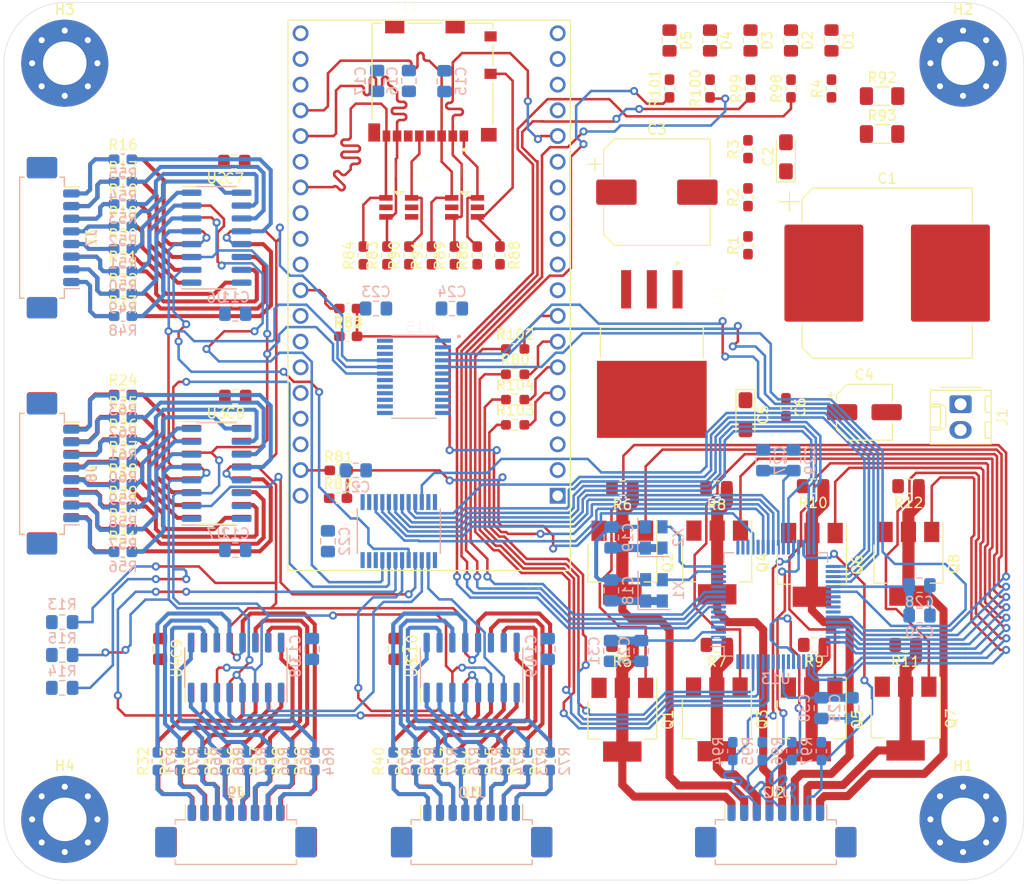
<source format=kicad_pcb>
(kicad_pcb (version 20171130) (host pcbnew 5.1.9+dfsg1-1)
  (layers (0 F.Cu signal) (1 In1.Cu power) (2 In2.Cu power) (31 B.Cu signal) (34 B.Paste user) (35 F.Paste user) (36 B.SilkS user) (37 F.SilkS user) (38 B.Mask user) (39 F.Mask user) (44 Edge.Cuts user))
  (net 0 "")
  (net 1 /pl.sch/VCC_5V0)
  (net 2 GND)
  (net 3 "Net-(C2-Pad1)")
  (net 4 /pl.sch/VCC_3V3)
  (net 5 SD_3V3)
  (net 6 "Net-(D1-Pad2)")
  (net 7 "Net-(D2-Pad2)")
  (net 8 "Net-(D3-Pad2)")
  (net 9 "Net-(D4-Pad2)")
  (net 10 "Net-(D5-Pad2)")
  (net 11 /layer_selector.sch/LAYER_SEL8)
  (net 12 /layer_selector.sch/LAYER_SEL7)
  (net 13 /layer_selector.sch/LAYER_SEL6)
  (net 14 /layer_selector.sch/LAYER_SEL5)
  (net 15 /layer_selector.sch/LAYER_SEL4)
  (net 16 /layer_selector.sch/LAYER_SEL3)
  (net 17 /layer_selector.sch/LAYER_SEL2)
  (net 18 /layer_selector.sch/LAYER_SEL1)
  (net 19 "Net-(J3-Pad1)")
  (net 20 "Net-(J3-Pad2)")
  (net 21 "Net-(J3-Pad3)")
  (net 22 "Net-(J3-Pad4)")
  (net 23 "Net-(J3-Pad5)")
  (net 24 "Net-(J3-Pad6)")
  (net 25 "Net-(J3-Pad7)")
  (net 26 "Net-(J3-Pad8)")
  (net 27 "Net-(J4-Pad8)")
  (net 28 "Net-(J4-Pad7)")
  (net 29 "Net-(J4-Pad6)")
  (net 30 "Net-(J4-Pad5)")
  (net 31 "Net-(J4-Pad4)")
  (net 32 "Net-(J4-Pad3)")
  (net 33 "Net-(J4-Pad2)")
  (net 34 "Net-(J4-Pad1)")
  (net 35 "Net-(J5-Pad1)")
  (net 36 "Net-(J5-Pad2)")
  (net 37 "Net-(J5-Pad3)")
  (net 38 "Net-(J5-Pad4)")
  (net 39 "Net-(J5-Pad5)")
  (net 40 "Net-(J5-Pad6)")
  (net 41 "Net-(J5-Pad7)")
  (net 42 "Net-(J5-Pad8)")
  (net 43 "Net-(J6-Pad1)")
  (net 44 "Net-(J6-Pad2)")
  (net 45 "Net-(J6-Pad3)")
  (net 46 "Net-(J6-Pad4)")
  (net 47 "Net-(J6-Pad5)")
  (net 48 "Net-(J6-Pad6)")
  (net 49 "Net-(J6-Pad7)")
  (net 50 "Net-(J6-Pad8)")
  (net 51 "Net-(J7-Pad8)")
  (net 52 "Net-(J7-Pad7)")
  (net 53 "Net-(J7-Pad6)")
  (net 54 "Net-(J7-Pad5)")
  (net 55 "Net-(J7-Pad4)")
  (net 56 "Net-(J7-Pad3)")
  (net 57 "Net-(J7-Pad2)")
  (net 58 "Net-(J7-Pad1)")
  (net 59 "Net-(J8-Pad1)")
  (net 60 "Net-(J8-Pad2)")
  (net 61 "Net-(J8-Pad3)")
  (net 62 "Net-(J8-Pad4)")
  (net 63 "Net-(J8-Pad5)")
  (net 64 "Net-(J8-Pad6)")
  (net 65 "Net-(J8-Pad7)")
  (net 66 "Net-(J8-Pad8)")
  (net 67 "Net-(J9-Pad8)")
  (net 68 "Net-(J9-Pad7)")
  (net 69 "Net-(J9-Pad6)")
  (net 70 "Net-(J9-Pad5)")
  (net 71 "Net-(J9-Pad4)")
  (net 72 "Net-(J9-Pad3)")
  (net 73 "Net-(J9-Pad2)")
  (net 74 "Net-(J9-Pad1)")
  (net 75 "Net-(J10-Pad1)")
  (net 76 "Net-(J10-Pad2)")
  (net 77 "Net-(J10-Pad3)")
  (net 78 "Net-(J10-Pad4)")
  (net 79 "Net-(J10-Pad5)")
  (net 80 "Net-(J10-Pad6)")
  (net 81 "Net-(J10-Pad7)")
  (net 82 "Net-(J10-Pad8)")
  (net 83 /ps.sch/SD_DAT2)
  (net 84 /ps.sch/SD_DAT3)
  (net 85 /ps.sch/SD_CMD)
  (net 86 /ps.sch/SD_CLK)
  (net 87 /ps.sch/SD_DAT0)
  (net 88 /ps.sch/SD_DAT1)
  (net 89 /ps.sch/SD_CD)
  (net 90 "Net-(J11-Pad10)")
  (net 91 /pl.sch/TDI)
  (net 92 "Net-(J12-Pad5)")
  (net 93 /pl.sch/TMS)
  (net 94 /pl.sch/TDO)
  (net 95 /pl.sch/TCK)
  (net 96 /LAYER_SEL1)
  (net 97 /LAYER_SEL2)
  (net 98 /LAYER_SEL3)
  (net 99 /LAYER_SEL4)
  (net 100 /LAYER_SEL5)
  (net 101 /LAYER_SEL6)
  (net 102 /LAYER_SEL7)
  (net 103 /LAYER_SEL8)
  (net 104 "Net-(R2-Pad2)")
  (net 105 /pl.sch/~DATA_OE_5V5)
  (net 106 /layer_led_mux.sch/CLK)
  (net 107 /pl.sch/DATA_LE_5V5)
  (net 108 "Net-(R16-Pad2)")
  (net 109 "Net-(R17-Pad2)")
  (net 110 "Net-(R18-Pad2)")
  (net 111 "Net-(R19-Pad2)")
  (net 112 "Net-(R20-Pad2)")
  (net 113 "Net-(R21-Pad2)")
  (net 114 "Net-(R22-Pad2)")
  (net 115 "Net-(R23-Pad2)")
  (net 116 "Net-(R24-Pad2)")
  (net 117 "Net-(R25-Pad2)")
  (net 118 "Net-(R26-Pad2)")
  (net 119 "Net-(R27-Pad2)")
  (net 120 "Net-(R28-Pad2)")
  (net 121 "Net-(R29-Pad2)")
  (net 122 "Net-(R30-Pad2)")
  (net 123 "Net-(R31-Pad2)")
  (net 124 "Net-(R32-Pad2)")
  (net 125 "Net-(R33-Pad2)")
  (net 126 "Net-(R34-Pad2)")
  (net 127 "Net-(R35-Pad2)")
  (net 128 "Net-(R36-Pad2)")
  (net 129 "Net-(R37-Pad2)")
  (net 130 "Net-(R38-Pad2)")
  (net 131 "Net-(R39-Pad2)")
  (net 132 "Net-(R40-Pad2)")
  (net 133 "Net-(R41-Pad2)")
  (net 134 "Net-(R42-Pad2)")
  (net 135 "Net-(R43-Pad2)")
  (net 136 "Net-(R44-Pad2)")
  (net 137 "Net-(R45-Pad2)")
  (net 138 "Net-(R46-Pad2)")
  (net 139 "Net-(R47-Pad2)")
  (net 140 "Net-(R48-Pad2)")
  (net 141 "Net-(R49-Pad2)")
  (net 142 "Net-(R50-Pad2)")
  (net 143 "Net-(R51-Pad2)")
  (net 144 "Net-(R52-Pad2)")
  (net 145 "Net-(R53-Pad2)")
  (net 146 "Net-(R54-Pad2)")
  (net 147 "Net-(R55-Pad2)")
  (net 148 "Net-(R56-Pad2)")
  (net 149 "Net-(R57-Pad2)")
  (net 150 "Net-(R58-Pad2)")
  (net 151 "Net-(R59-Pad2)")
  (net 152 "Net-(R60-Pad2)")
  (net 153 "Net-(R61-Pad2)")
  (net 154 "Net-(R62-Pad2)")
  (net 155 "Net-(R63-Pad2)")
  (net 156 "Net-(R64-Pad2)")
  (net 157 "Net-(R65-Pad2)")
  (net 158 "Net-(R66-Pad2)")
  (net 159 "Net-(R67-Pad2)")
  (net 160 "Net-(R68-Pad2)")
  (net 161 "Net-(R69-Pad2)")
  (net 162 "Net-(R70-Pad2)")
  (net 163 "Net-(R71-Pad2)")
  (net 164 "Net-(R72-Pad2)")
  (net 165 "Net-(R73-Pad2)")
  (net 166 "Net-(R74-Pad2)")
  (net 167 "Net-(R75-Pad2)")
  (net 168 "Net-(R76-Pad2)")
  (net 169 "Net-(R77-Pad2)")
  (net 170 "Net-(R78-Pad2)")
  (net 171 "Net-(R79-Pad2)")
  (net 172 /pl.sch/GPIO0)
  (net 173 /ps.sch/ESP_GPIO2)
  (net 174 /ps.sch/ESP_I2C_SCL)
  (net 175 /pl.sch/I2C_SCL)
  (net 176 /pl.sch/I2C_SDA)
  (net 177 /ps.sch/ESP_I2C_SDA)
  (net 178 I2C_3V3)
  (net 179 /pl.sch/LED_R)
  (net 180 /pl.sch/LED_G)
  (net 181 /pl.sch/LED_O1)
  (net 182 /pl.sch/LED_O2)
  (net 183 /ps.sch/ESP_GPIO3)
  (net 184 /pl.sch/GPIO1)
  (net 185 /pl.sch/GPIO2)
  (net 186 /ps.sch/ESP_GPIO0)
  (net 187 /ps.sch/ESP_GPIO1)
  (net 188 /pl.sch/GPIO3)
  (net 189 "Net-(U1-Pad2)")
  (net 190 /DATA_LED1)
  (net 191 "Net-(U2-Pad14)")
  (net 192 "Net-(U2-Pad15)")
  (net 193 "Net-(U3-Pad15)")
  (net 194 "Net-(U3-Pad14)")
  (net 195 /DATA_LED2)
  (net 196 /DATA_LED3)
  (net 197 "Net-(U4-Pad14)")
  (net 198 "Net-(U4-Pad15)")
  (net 199 "Net-(U5-Pad15)")
  (net 200 "Net-(U5-Pad14)")
  (net 201 /DATA_LED4)
  (net 202 /DATA_LED5)
  (net 203 "Net-(U6-Pad14)")
  (net 204 "Net-(U6-Pad15)")
  (net 205 "Net-(U7-Pad15)")
  (net 206 "Net-(U7-Pad14)")
  (net 207 /DATA_LED6)
  (net 208 /DATA_LED7)
  (net 209 "Net-(U8-Pad14)")
  (net 210 "Net-(U8-Pad15)")
  (net 211 "Net-(U9-Pad15)")
  (net 212 "Net-(U9-Pad14)")
  (net 213 /DATA_LED8)
  (net 214 "Net-(U10-Pad2)")
  (net 215 "Net-(U10-Pad19)")
  (net 216 "Net-(U10-Pad3)")
  (net 217 "Net-(U10-Pad4)")
  (net 218 "Net-(U10-Pad9)")
  (net 219 "Net-(U10-Pad10)")
  (net 220 "Net-(U10-Pad11)")
  (net 221 "Net-(U10-Pad16)")
  (net 222 "Net-(U10-Pad17)")
  (net 223 "Net-(U10-Pad18)")
  (net 224 "Net-(U10-Pad22)")
  (net 225 "Net-(U10-Pad23)")
  (net 226 "Net-(U10-Pad24)")
  (net 227 "Net-(U10-Pad25)")
  (net 228 "Net-(U10-Pad27)")
  (net 229 "Net-(U10-Pad30)")
  (net 230 "Net-(U10-Pad31)")
  (net 231 "Net-(U10-Pad33)")
  (net 232 "Net-(U10-Pad36)")
  (net 233 "Net-(U10-Pad37)")
  (net 234 "Net-(U10-Pad38)")
  (net 235 "Net-(U12-Pad4)")
  (net 236 "Net-(U13-Pad1)")
  (net 237 "Net-(U13-Pad2)")
  (net 238 "Net-(U13-Pad4)")
  (net 239 "Net-(U13-Pad5)")
  (net 240 "Net-(U13-Pad6)")
  (net 241 "Net-(U13-Pad7)")
  (net 242 "Net-(U13-Pad12)")
  (net 243 "Net-(U13-Pad13)")
  (net 244 /pl.sch/CLK_40M)
  (net 245 /pl.sch/CLK_25M)
  (net 246 "Net-(U13-Pad17)")
  (net 247 "Net-(U13-Pad18)")
  (net 248 "Net-(U13-Pad19)")
  (net 249 /pl.sch/DATA_ROW1_3V3)
  (net 250 /pl.sch/DATA_ROW2_3V3)
  (net 251 /pl.sch/DATA_ROW3_3V3)
  (net 252 /pl.sch/DATA_ROW4_3V3)
  (net 253 /pl.sch/DATA_ROW5_3V3)
  (net 254 /pl.sch/DATA_ROW6_3V3)
  (net 255 /pl.sch/DATA_ROW7_3V3)
  (net 256 /pl.sch/DATA_ROW8_3V3)
  (net 257 /pl.sch/~DATA_OE_3V3)
  (net 258 /pl.sch/DATA_LE_3V3)
  (net 259 /pl.sch/DATA_CLK_3V3)
  (net 260 "Net-(U13-Pad39)")
  (net 261 "Net-(U13-Pad40)")
  (net 262 "Net-(U13-Pad42)")
  (net 263 "Net-(U13-Pad51)")
  (net 264 "Net-(U13-Pad52)")
  (net 265 "Net-(U13-Pad56)")
  (net 266 "Net-(U13-Pad57)")
  (net 267 "Net-(U13-Pad62)")
  (net 268 "Net-(U13-Pad63)")
  (net 269 "Net-(U13-Pad64)")
  (net 270 "Net-(U15-Pad18)")
  (net 271 "Net-(U15-Pad17)")
  (net 272 "Net-(U15-Pad16)")
  (net 273 "Net-(U15-Pad15)")
  (net 274 "Net-(U15-Pad14)")
  (net 275 "Net-(U15-Pad10)")
  (net 276 "Net-(U15-Pad9)")
  (net 277 "Net-(U15-Pad8)")
  (net 278 "Net-(U15-Pad7)")
  (net 279 "Net-(U15-Pad6)")
  (module MODULE_ESP32-DEVKITC-32D (layer F.Cu) (at 139.5 76.75 180)
    (fp_text reference U10 (at -10.829175 -28.446045) (layer F.SilkS) (effects (font (size 1.000386 1.000386) (thickness 0.015))))
    (fp_text value ESP32-DEVKITC-32D)
    (pad 1 thru_hole rect (at -12.7 -19.76 180) (size 1.56 1.56) (drill 1.04) (layers *.Cu *.Mask) (net 4 /pl.sch/VCC_3V3))
    (pad 2 thru_hole circle (at -12.7 -17.22 180) (size 1.56 1.56) (drill 1.04) (layers *.Cu *.Mask) (net 214 "Net-(U10-Pad2)"))
    (pad 19 thru_hole circle (at -12.7 25.96 180) (size 1.56 1.56) (drill 1.04) (layers *.Cu *.Mask) (net 215 "Net-(U10-Pad19)"))
    (pad 3 thru_hole circle (at -12.7 -14.68 180) (size 1.56 1.56) (drill 1.04) (layers *.Cu *.Mask) (net 216 "Net-(U10-Pad3)"))
    (pad 4 thru_hole circle (at -12.7 -12.14 180) (size 1.56 1.56) (drill 1.04) (layers *.Cu *.Mask) (net 217 "Net-(U10-Pad4)"))
    (pad 5 thru_hole circle (at -12.7 -9.6 180) (size 1.56 1.56) (drill 1.04) (layers *.Cu *.Mask) (net 173 /ps.sch/ESP_GPIO2))
    (pad 6 thru_hole circle (at -12.7 -7.06 180) (size 1.56 1.56) (drill 1.04) (layers *.Cu *.Mask) (net 183 /ps.sch/ESP_GPIO3))
    (pad 7 thru_hole circle (at -12.7 -4.52 180) (size 1.56 1.56) (drill 1.04) (layers *.Cu *.Mask) (net 186 /ps.sch/ESP_GPIO0))
    (pad 8 thru_hole circle (at -12.7 -1.98 180) (size 1.56 1.56) (drill 1.04) (layers *.Cu *.Mask) (net 187 /ps.sch/ESP_GPIO1))
    (pad 9 thru_hole circle (at -12.7 0.56 180) (size 1.56 1.56) (drill 1.04) (layers *.Cu *.Mask) (net 218 "Net-(U10-Pad9)"))
    (pad 10 thru_hole circle (at -12.7 3.1 180) (size 1.56 1.56) (drill 1.04) (layers *.Cu *.Mask) (net 219 "Net-(U10-Pad10)"))
    (pad 11 thru_hole circle (at -12.7 5.64 180) (size 1.56 1.56) (drill 1.04) (layers *.Cu *.Mask) (net 220 "Net-(U10-Pad11)"))
    (pad 12 thru_hole circle (at -12.7 8.18 180) (size 1.56 1.56) (drill 1.04) (layers *.Cu *.Mask) (net 86 /ps.sch/SD_CLK))
    (pad 13 thru_hole circle (at -12.7 10.72 180) (size 1.56 1.56) (drill 1.04) (layers *.Cu *.Mask) (net 83 /ps.sch/SD_DAT2))
    (pad 14 thru_hole circle (at -12.7 13.26 180) (size 1.56 1.56) (drill 1.04) (layers *.Cu *.Mask) (net 2 GND))
    (pad 15 thru_hole circle (at -12.7 15.8 180) (size 1.56 1.56) (drill 1.04) (layers *.Cu *.Mask) (net 84 /ps.sch/SD_DAT3))
    (pad 16 thru_hole circle (at -12.7 18.34 180) (size 1.56 1.56) (drill 1.04) (layers *.Cu *.Mask) (net 221 "Net-(U10-Pad16)"))
    (pad 17 thru_hole circle (at -12.7 20.88 180) (size 1.56 1.56) (drill 1.04) (layers *.Cu *.Mask) (net 222 "Net-(U10-Pad17)"))
    (pad 18 thru_hole circle (at -12.7 23.42 180) (size 1.56 1.56) (drill 1.04) (layers *.Cu *.Mask) (net 223 "Net-(U10-Pad18)"))
    (pad 20 thru_hole circle (at 12.7 -19.76 180) (size 1.56 1.56) (drill 1.04) (layers *.Cu *.Mask) (net 2 GND))
    (pad 21 thru_hole circle (at 12.7 -17.22 180) (size 1.56 1.56) (drill 1.04) (layers *.Cu *.Mask) (net 174 /ps.sch/ESP_I2C_SCL))
    (pad 22 thru_hole circle (at 12.7 -14.68 180) (size 1.56 1.56) (drill 1.04) (layers *.Cu *.Mask) (net 224 "Net-(U10-Pad22)"))
    (pad 23 thru_hole circle (at 12.7 -12.14 180) (size 1.56 1.56) (drill 1.04) (layers *.Cu *.Mask) (net 225 "Net-(U10-Pad23)"))
    (pad 24 thru_hole circle (at 12.7 -9.6 180) (size 1.56 1.56) (drill 1.04) (layers *.Cu *.Mask) (net 226 "Net-(U10-Pad24)"))
    (pad 25 thru_hole circle (at 12.7 -7.06 180) (size 1.56 1.56) (drill 1.04) (layers *.Cu *.Mask) (net 227 "Net-(U10-Pad25)"))
    (pad 26 thru_hole circle (at 12.7 -4.52 180) (size 1.56 1.56) (drill 1.04) (layers *.Cu *.Mask) (net 2 GND))
    (pad 27 thru_hole circle (at 12.7 -1.98 180) (size 1.56 1.56) (drill 1.04) (layers *.Cu *.Mask) (net 228 "Net-(U10-Pad27)"))
    (pad 28 thru_hole circle (at 12.7 0.56 180) (size 1.56 1.56) (drill 1.04) (layers *.Cu *.Mask) (net 177 /ps.sch/ESP_I2C_SDA))
    (pad 29 thru_hole circle (at 12.7 3.1 180) (size 1.56 1.56) (drill 1.04) (layers *.Cu *.Mask) (net 89 /ps.sch/SD_CD))
    (pad 30 thru_hole circle (at 12.7 5.64 180) (size 1.56 1.56) (drill 1.04) (layers *.Cu *.Mask) (net 229 "Net-(U10-Pad30)"))
    (pad 31 thru_hole circle (at 12.7 8.18 180) (size 1.56 1.56) (drill 1.04) (layers *.Cu *.Mask) (net 230 "Net-(U10-Pad31)"))
    (pad 32 thru_hole circle (at 12.7 10.72 180) (size 1.56 1.56) (drill 1.04) (layers *.Cu *.Mask) (net 88 /ps.sch/SD_DAT1))
    (pad 33 thru_hole circle (at 12.7 13.26 180) (size 1.56 1.56) (drill 1.04) (layers *.Cu *.Mask) (net 231 "Net-(U10-Pad33)"))
    (pad 34 thru_hole circle (at 12.7 15.8 180) (size 1.56 1.56) (drill 1.04) (layers *.Cu *.Mask) (net 87 /ps.sch/SD_DAT0))
    (pad 35 thru_hole circle (at 12.7 18.34 180) (size 1.56 1.56) (drill 1.04) (layers *.Cu *.Mask) (net 85 /ps.sch/SD_CMD))
    (pad 36 thru_hole circle (at 12.7 20.88 180) (size 1.56 1.56) (drill 1.04) (layers *.Cu *.Mask) (net 232 "Net-(U10-Pad36)"))
    (pad 37 thru_hole circle (at 12.7 23.42 180) (size 1.56 1.56) (drill 1.04) (layers *.Cu *.Mask) (net 233 "Net-(U10-Pad37)"))
    (pad 38 thru_hole circle (at 12.7 25.96 180) (size 1.56 1.56) (drill 1.04) (layers *.Cu *.Mask) (net 234 "Net-(U10-Pad38)"))
  )
  (module Connector_Molex:Molex_PicoBlade_53261-0871_1x08-1MP_P1.25mm_Horizontal (layer B.Cu) (at 173.75 130.25 180)
    (fp_text reference J12 (at 0 4.4) (layer B.SilkS) (effects (justify mirror)))
    (fp_text value molex_53261-0871)
    (pad MP smd roundrect (at 6.925 -0.5 180) (size 2.1 3) (layers B.Cu B.Paste B.Mask) (roundrect_rratio 0.119048) (net 2 GND))
    (pad MP smd roundrect (at -6.925 -0.5 180) (size 2.1 3) (layers B.Cu B.Paste B.Mask) (roundrect_rratio 0.119048) (net 2 GND))
    (pad 8 smd roundrect (at 4.375 2.4 180) (size 0.8 1.6) (layers B.Cu B.Paste B.Mask) (net 2 GND))
    (pad 7 smd roundrect (at 3.125 2.4 180) (size 0.8 1.6) (layers B.Cu B.Paste B.Mask) (net 2 GND))
    (pad 6 smd roundrect (at 1.875 2.4 180) (size 0.8 1.6) (layers B.Cu B.Paste B.Mask) (net 91 /pl.sch/TDI))
    (pad 5 smd roundrect (at 0.625 2.4 180) (size 0.8 1.6) (layers B.Cu B.Paste B.Mask) (net 92 "Net-(J12-Pad5)"))
    (pad 4 smd roundrect (at -0.625 2.4 180) (size 0.8 1.6) (layers B.Cu B.Paste B.Mask) (net 93 /pl.sch/TMS))
    (pad 3 smd roundrect (at -1.875 2.4 180) (size 0.8 1.6) (layers B.Cu B.Paste B.Mask) (net 94 /pl.sch/TDO))
    (pad 2 smd roundrect (at -3.125 2.4 180) (size 0.8 1.6) (layers B.Cu B.Paste B.Mask) (net 95 /pl.sch/TCK))
    (pad 1 smd roundrect (at -4.375 2.4 180) (size 0.8 1.6) (layers B.Cu B.Paste B.Mask) (net 4 /pl.sch/VCC_3V3))
  )
  (module Capacitor_SMD:C_0805_2012Metric_Pad1.15x1.40mm_HandSolder (layer B.Cu) (at 181.25 117.5 270)
    (fp_text reference C25 (at 0 1.65 270) (layer B.SilkS) (effects (justify mirror)))
    (fp_text value 10nF)
    (pad 2 smd roundrect (at 1.025 0 270) (size 1.15 1.4) (layers B.Cu B.Paste B.Mask) (roundrect_rratio 0.217391) (net 2 GND))
    (pad 1 smd roundrect (at -1.025 0 270) (size 1.15 1.4) (layers B.Cu B.Paste B.Mask) (roundrect_rratio 0.217391) (net 4 /pl.sch/VCC_3V3))
  )
  (module Capacitor_SMD:C_0805_2012Metric_Pad1.15x1.40mm_HandSolder (layer B.Cu) (at 178.25 117.5 270)
    (fp_text reference C30 (at 0 1.65 270) (layer B.SilkS) (effects (justify mirror)))
    (fp_text value 100nF)
    (pad 2 smd roundrect (at 1.025 0 270) (size 1.15 1.4) (layers B.Cu B.Paste B.Mask) (roundrect_rratio 0.217391) (net 2 GND))
    (pad 1 smd roundrect (at -1.025 0 270) (size 1.15 1.4) (layers B.Cu B.Paste B.Mask) (roundrect_rratio 0.217391) (net 4 /pl.sch/VCC_3V3))
  )
  (module Capacitor_SMD:C_0805_2012Metric_Pad1.15x1.40mm_HandSolder (layer B.Cu) (at 157.5 100.631219 90)
    (fp_text reference C19 (at 0 1.65 90) (layer B.SilkS) (effects (justify mirror)))
    (fp_text value 10nF)
    (pad 2 smd roundrect (at 1.025 0 90) (size 1.15 1.4) (layers B.Cu B.Paste B.Mask) (roundrect_rratio 0.217391) (net 2 GND))
    (pad 1 smd roundrect (at -1.025 0 90) (size 1.15 1.4) (layers B.Cu B.Paste B.Mask) (roundrect_rratio 0.217391) (net 4 /pl.sch/VCC_3V3))
  )
  (module Oscillator:Oscillator_SMD_Abracon_ASE-4Pin_3.2x2.5mm (layer B.Cu) (at 161.680919 100.631219 90)
    (fp_text reference X2 (at 0 2.45 90) (layer B.SilkS) (effects (justify mirror)))
    (fp_text value ASE-25MHz)
    (pad 4 smd rect (at -1.05 0.825 90) (size 1.3 1.1) (layers B.Cu B.Paste B.Mask) (net 4 /pl.sch/VCC_3V3))
    (pad 3 smd rect (at 1.05 0.825 90) (size 1.3 1.1) (layers B.Cu B.Paste B.Mask) (net 245 /pl.sch/CLK_25M))
    (pad 2 smd rect (at 1.05 -0.825 90) (size 1.3 1.1) (layers B.Cu B.Paste B.Mask) (net 2 GND))
    (pad 1 smd rect (at -1.05 -0.825 90) (size 1.3 1.1) (layers B.Cu B.Paste B.Mask) (net 4 /pl.sch/VCC_3V3))
  )
  (module Capacitor_SMD:C_0805_2012Metric_Pad1.15x1.40mm_HandSolder (layer B.Cu) (at 157.5 105.861219 90)
    (fp_text reference C18 (at 0 1.65 270) (layer B.SilkS) (effects (justify mirror)))
    (fp_text value 10nF)
    (pad 1 smd roundrect (at -1.025 0 90) (size 1.15 1.4) (layers B.Cu B.Paste B.Mask) (roundrect_rratio 0.217391) (net 4 /pl.sch/VCC_3V3))
    (pad 2 smd roundrect (at 1.025 0 90) (size 1.15 1.4) (layers B.Cu B.Paste B.Mask) (roundrect_rratio 0.217391) (net 2 GND))
  )
  (module SOP65P640X120-24N (layer B.Cu) (at 136.5 100 270)
    (fp_text reference U14 (at -0.645 4.912 90) (layer B.SilkS) (effects (font (thickness 0.015)) (justify mirror)))
    (fp_text value SN74LVCC3245APWR)
    (pad 1 smd rect (at -2.87 3.575 270) (size 1.57 0.41) (layers B.Cu B.Paste B.Mask) (net 4 /pl.sch/VCC_3V3))
    (pad 2 smd rect (at -2.87 2.925 270) (size 1.57 0.41) (layers B.Cu B.Paste B.Mask) (net 4 /pl.sch/VCC_3V3))
    (pad 3 smd rect (at -2.87 2.275 270) (size 1.57 0.41) (layers B.Cu B.Paste B.Mask) (net 249 /pl.sch/DATA_ROW1_3V3))
    (pad 4 smd rect (at -2.87 1.625 270) (size 1.57 0.41) (layers B.Cu B.Paste B.Mask) (net 250 /pl.sch/DATA_ROW2_3V3))
    (pad 5 smd rect (at -2.87 0.975 270) (size 1.57 0.41) (layers B.Cu B.Paste B.Mask) (net 251 /pl.sch/DATA_ROW3_3V3))
    (pad 6 smd rect (at -2.87 0.325 270) (size 1.57 0.41) (layers B.Cu B.Paste B.Mask) (net 252 /pl.sch/DATA_ROW4_3V3))
    (pad 7 smd rect (at -2.87 -0.325 270) (size 1.57 0.41) (layers B.Cu B.Paste B.Mask) (net 253 /pl.sch/DATA_ROW5_3V3))
    (pad 8 smd rect (at -2.87 -0.975 270) (size 1.57 0.41) (layers B.Cu B.Paste B.Mask) (net 254 /pl.sch/DATA_ROW6_3V3))
    (pad 9 smd rect (at -2.87 -1.625 270) (size 1.57 0.41) (layers B.Cu B.Paste B.Mask) (net 255 /pl.sch/DATA_ROW7_3V3))
    (pad 10 smd rect (at -2.87 -2.275 270) (size 1.57 0.41) (layers B.Cu B.Paste B.Mask) (net 256 /pl.sch/DATA_ROW8_3V3))
    (pad 11 smd rect (at -2.87 -2.925 270) (size 1.57 0.41) (layers B.Cu B.Paste B.Mask) (net 2 GND))
    (pad 12 smd rect (at -2.87 -3.575 270) (size 1.57 0.41) (layers B.Cu B.Paste B.Mask) (net 2 GND))
    (pad 13 smd rect (at 2.87 -3.575 270) (size 1.57 0.41) (layers B.Cu B.Paste B.Mask) (net 2 GND))
    (pad 14 smd rect (at 2.87 -2.925 270) (size 1.57 0.41) (layers B.Cu B.Paste B.Mask) (net 213 /DATA_LED8))
    (pad 15 smd rect (at 2.87 -2.275 270) (size 1.57 0.41) (layers B.Cu B.Paste B.Mask) (net 208 /DATA_LED7))
    (pad 16 smd rect (at 2.87 -1.625 270) (size 1.57 0.41) (layers B.Cu B.Paste B.Mask) (net 207 /DATA_LED6))
    (pad 17 smd rect (at 2.87 -0.975 270) (size 1.57 0.41) (layers B.Cu B.Paste B.Mask) (net 202 /DATA_LED5))
    (pad 18 smd rect (at 2.87 -0.325 270) (size 1.57 0.41) (layers B.Cu B.Paste B.Mask) (net 201 /DATA_LED4))
    (pad 19 smd rect (at 2.87 0.325 270) (size 1.57 0.41) (layers B.Cu B.Paste B.Mask) (net 196 /DATA_LED3))
    (pad 20 smd rect (at 2.87 0.975 270) (size 1.57 0.41) (layers B.Cu B.Paste B.Mask) (net 195 /DATA_LED2))
    (pad 21 smd rect (at 2.87 1.625 270) (size 1.57 0.41) (layers B.Cu B.Paste B.Mask) (net 190 /DATA_LED1))
    (pad 22 smd rect (at 2.87 2.275 270) (size 1.57 0.41) (layers B.Cu B.Paste B.Mask) (net 2 GND))
    (pad 23 smd rect (at 2.87 2.925 270) (size 1.57 0.41) (layers B.Cu B.Paste B.Mask) (net 2 GND))
    (pad 24 smd rect (at 2.87 3.575 270) (size 1.57 0.41) (layers B.Cu B.Paste B.Mask) (net 1 /pl.sch/VCC_5V0))
  )
  (module Capacitor_SMD:CP_Elec_16x22 (layer F.Cu) (at 184.75 74.5)
    (fp_text reference C1 (at 0 -9.35) (layer F.SilkS))
    (fp_text value 1000uF)
    (pad 1 smd roundrect (at -6.25 0) (size 7.8 9.6) (layers F.Cu F.Paste F.Mask) (roundrect_rratio 0.032051) (net 1 /pl.sch/VCC_5V0))
    (pad 2 smd roundrect (at 6.25 0) (size 7.8 9.6) (layers F.Cu F.Paste F.Mask) (roundrect_rratio 0.032051) (net 2 GND))
  )
  (module Capacitor_Tantalum_SMD:CP_EIA-3216-12_Kemet-S_Pad1.58x1.35mm_HandSolder (layer F.Cu) (at 174.75 63 90)
    (fp_text reference C2 (at 0 -1.75 90) (layer F.SilkS))
    (fp_text value 10uF)
    (pad 2 smd roundrect (at 1.4375 0 90) (size 1.575 1.35) (layers F.Cu F.Paste F.Mask) (roundrect_rratio 0.185185) (net 2 GND))
    (pad 1 smd roundrect (at -1.4375 0 90) (size 1.575 1.35) (layers F.Cu F.Paste F.Mask) (roundrect_rratio 0.185185) (net 3 "Net-(C2-Pad1)"))
  )
  (module Capacitor_SMD:CP_Elec_10x10 (layer F.Cu) (at 162 66.5)
    (fp_text reference C3 (at 0 -6.2) (layer F.SilkS))
    (fp_text value 150uF)
    (pad 1 smd roundrect (at -4 0) (size 4 2.5) (layers F.Cu F.Paste F.Mask) (roundrect_rratio 0.1) (net 4 /pl.sch/VCC_3V3))
    (pad 2 smd roundrect (at 4 0) (size 4 2.5) (layers F.Cu F.Paste F.Mask) (roundrect_rratio 0.1) (net 2 GND))
  )
  (module Capacitor_SMD:CP_Elec_5x5.3 (layer F.Cu) (at 182.5 88.25)
    (fp_text reference C4 (at 0 -3.7) (layer F.SilkS))
    (fp_text value 100uF)
    (pad 1 smd roundrect (at -2.2 0) (size 3 1.6) (layers F.Cu F.Paste F.Mask) (roundrect_rratio 0.15625) (net 4 /pl.sch/VCC_3V3))
    (pad 2 smd roundrect (at 2.2 0) (size 3 1.6) (layers F.Cu F.Paste F.Mask) (roundrect_rratio 0.15625) (net 2 GND))
  )
  (module Capacitor_Tantalum_SMD:CP_EIA-3216-12_Kemet-S_Pad1.58x1.35mm_HandSolder (layer F.Cu) (at 170.75 88.5 270)
    (fp_text reference C5 (at 0 -1.75 90) (layer F.SilkS))
    (fp_text value 10uF)
    (pad 1 smd roundrect (at -1.4375 0 270) (size 1.575 1.35) (layers F.Cu F.Paste F.Mask) (roundrect_rratio 0.185185) (net 4 /pl.sch/VCC_3V3))
    (pad 2 smd roundrect (at 1.4375 0 270) (size 1.575 1.35) (layers F.Cu F.Paste F.Mask) (roundrect_rratio 0.185185) (net 2 GND))
  )
  (module Capacitor_SMD:C_0603_1608Metric_Pad1.05x0.95mm_HandSolder (layer F.Cu) (at 174.75 87.75 270)
    (fp_text reference C6 (at 0 -1.43 90) (layer F.SilkS))
    (fp_text value 1uF)
    (pad 1 smd roundrect (at -0.875 0 270) (size 1.05 0.95) (layers F.Cu F.Paste F.Mask) (net 4 /pl.sch/VCC_3V3))
    (pad 2 smd roundrect (at 0.875 0 270) (size 1.05 0.95) (layers F.Cu F.Paste F.Mask) (net 2 GND))
  )
  (module Capacitor_SMD:C_0805_2012Metric_Pad1.15x1.40mm_HandSolder (layer F.Cu) (at 120.25 63.5 180)
    (fp_text reference C7 (at 0 -1.65) (layer F.SilkS))
    (fp_text value 100nF)
    (pad 1 smd roundrect (at -1.025 0 180) (size 1.15 1.4) (layers F.Cu F.Paste F.Mask) (roundrect_rratio 0.217391) (net 1 /pl.sch/VCC_5V0))
    (pad 2 smd roundrect (at 1.025 0 180) (size 1.15 1.4) (layers F.Cu F.Paste F.Mask) (roundrect_rratio 0.217391) (net 2 GND))
  )
  (module Capacitor_SMD:C_0805_2012Metric_Pad1.15x1.40mm_HandSolder (layer F.Cu) (at 120.35 86.72 180)
    (fp_text reference C8 (at 0 -1.65) (layer F.SilkS))
    (fp_text value 100nF)
    (pad 1 smd roundrect (at -1.025 0 180) (size 1.15 1.4) (layers F.Cu F.Paste F.Mask) (roundrect_rratio 0.217391) (net 1 /pl.sch/VCC_5V0))
    (pad 2 smd roundrect (at 1.025 0 180) (size 1.15 1.4) (layers F.Cu F.Paste F.Mask) (roundrect_rratio 0.217391) (net 2 GND))
  )
  (module Capacitor_SMD:C_0805_2012Metric_Pad1.15x1.40mm_HandSolder (layer F.Cu) (at 112.92 111.65 270)
    (fp_text reference C9 (at 0 -1.65 90) (layer F.SilkS))
    (fp_text value 100nF)
    (pad 2 smd roundrect (at 1.025 0 270) (size 1.15 1.4) (layers F.Cu F.Paste F.Mask) (roundrect_rratio 0.217391) (net 2 GND))
    (pad 1 smd roundrect (at -1.025 0 270) (size 1.15 1.4) (layers F.Cu F.Paste F.Mask) (roundrect_rratio 0.217391) (net 1 /pl.sch/VCC_5V0))
  )
  (module Capacitor_SMD:C_0805_2012Metric_Pad1.15x1.40mm_HandSolder (layer F.Cu) (at 136.17 111.65 270)
    (fp_text reference C10 (at 0 -1.65 90) (layer F.SilkS))
    (fp_text value 100nF)
    (pad 2 smd roundrect (at 1.025 0 270) (size 1.15 1.4) (layers F.Cu F.Paste F.Mask) (roundrect_rratio 0.217391) (net 2 GND))
    (pad 1 smd roundrect (at -1.025 0 270) (size 1.15 1.4) (layers F.Cu F.Paste F.Mask) (roundrect_rratio 0.217391) (net 1 /pl.sch/VCC_5V0))
  )
  (module Capacitor_SMD:C_0805_2012Metric_Pad1.15x1.40mm_HandSolder (layer B.Cu) (at 120.35 78.53 180)
    (fp_text reference C11 (at 0 1.65) (layer B.SilkS) (effects (justify mirror)))
    (fp_text value 100nF)
    (pad 1 smd roundrect (at -1.025 0 180) (size 1.15 1.4) (layers B.Cu B.Paste B.Mask) (roundrect_rratio 0.217391) (net 1 /pl.sch/VCC_5V0))
    (pad 2 smd roundrect (at 1.025 0 180) (size 1.15 1.4) (layers B.Cu B.Paste B.Mask) (roundrect_rratio 0.217391) (net 2 GND))
  )
  (module Capacitor_SMD:C_0805_2012Metric_Pad1.15x1.40mm_HandSolder (layer B.Cu) (at 120.35 101.88 180)
    (fp_text reference C12 (at 0 1.65) (layer B.SilkS) (effects (justify mirror)))
    (fp_text value 100nF)
    (pad 2 smd roundrect (at 1.025 0 180) (size 1.15 1.4) (layers B.Cu B.Paste B.Mask) (roundrect_rratio 0.217391) (net 2 GND))
    (pad 1 smd roundrect (at -1.025 0 180) (size 1.15 1.4) (layers B.Cu B.Paste B.Mask) (roundrect_rratio 0.217391) (net 1 /pl.sch/VCC_5V0))
  )
  (module Capacitor_SMD:C_0805_2012Metric_Pad1.15x1.40mm_HandSolder (layer B.Cu) (at 127.93 111.65 270)
    (fp_text reference C13 (at 0 1.65 270) (layer B.SilkS) (effects (justify mirror)))
    (fp_text value 100nF)
    (pad 1 smd roundrect (at -1.025 0 270) (size 1.15 1.4) (layers B.Cu B.Paste B.Mask) (roundrect_rratio 0.217391) (net 1 /pl.sch/VCC_5V0))
    (pad 2 smd roundrect (at 1.025 0 270) (size 1.15 1.4) (layers B.Cu B.Paste B.Mask) (roundrect_rratio 0.217391) (net 2 GND))
  )
  (module Capacitor_SMD:C_0805_2012Metric_Pad1.15x1.40mm_HandSolder (layer B.Cu) (at 151.23 111.65 270)
    (fp_text reference C14 (at 0 1.65 90) (layer B.SilkS) (effects (justify mirror)))
    (fp_text value 100nF)
    (pad 2 smd roundrect (at 1.025 0 270) (size 1.15 1.4) (layers B.Cu B.Paste B.Mask) (roundrect_rratio 0.217391) (net 2 GND))
    (pad 1 smd roundrect (at -1.025 0 270) (size 1.15 1.4) (layers B.Cu B.Paste B.Mask) (roundrect_rratio 0.217391) (net 1 /pl.sch/VCC_5V0))
  )
  (module Capacitor_SMD:C_0805_2012Metric_Pad1.15x1.40mm_HandSolder (layer B.Cu) (at 141 55.525 90)
    (fp_text reference C15 (at 0 1.65 270) (layer B.SilkS) (effects (justify mirror)))
    (fp_text value 4.7uF)
    (pad 2 smd roundrect (at 1.025 0 90) (size 1.15 1.4) (layers B.Cu B.Paste B.Mask) (roundrect_rratio 0.217391) (net 2 GND))
    (pad 1 smd roundrect (at -1.025 0 90) (size 1.15 1.4) (layers B.Cu B.Paste B.Mask) (roundrect_rratio 0.217391) (net 5 SD_3V3))
  )
  (module Capacitor_SMD:C_0805_2012Metric_Pad1.15x1.40mm_HandSolder (layer B.Cu) (at 137.5 55.5 270)
    (fp_text reference C16 (at 0 1.65 270) (layer B.SilkS) (effects (justify mirror)))
    (fp_text value 10uF)
    (pad 2 smd roundrect (at 1.025 0 270) (size 1.15 1.4) (layers B.Cu B.Paste B.Mask) (roundrect_rratio 0.217391) (net 5 SD_3V3))
    (pad 1 smd roundrect (at -1.025 0 270) (size 1.15 1.4) (layers B.Cu B.Paste B.Mask) (roundrect_rratio 0.217391) (net 2 GND))
  )
  (module Capacitor_SMD:C_0805_2012Metric_Pad1.15x1.40mm_HandSolder (layer B.Cu) (at 134.369081 55.5 270)
    (fp_text reference C17 (at 0 1.65 270) (layer B.SilkS) (effects (justify mirror)))
    (fp_text value 100nF)
    (pad 1 smd roundrect (at -1.025 0 270) (size 1.15 1.4) (layers B.Cu B.Paste B.Mask) (roundrect_rratio 0.217391) (net 2 GND))
    (pad 2 smd roundrect (at 1.025 0 270) (size 1.15 1.4) (layers B.Cu B.Paste B.Mask) (roundrect_rratio 0.217391) (net 5 SD_3V3))
  )
  (module Capacitor_SMD:C_0805_2012Metric_Pad1.15x1.40mm_HandSolder (layer B.Cu) (at 187.95 108.35)
    (fp_text reference C20 (at 0 1.65 180) (layer B.SilkS) (effects (justify mirror)))
    (fp_text value 10nF)
    (pad 1 smd roundrect (at -1.025 0) (size 1.15 1.4) (layers B.Cu B.Paste B.Mask) (roundrect_rratio 0.217391) (net 4 /pl.sch/VCC_3V3))
    (pad 2 smd roundrect (at 1.025 0) (size 1.15 1.4) (layers B.Cu B.Paste B.Mask) (roundrect_rratio 0.217391) (net 2 GND))
  )
  (module Capacitor_SMD:C_0805_2012Metric_Pad1.15x1.40mm_HandSolder (layer B.Cu) (at 132.25 94)
    (fp_text reference C21 (at 0 1.65) (layer B.SilkS) (effects (justify mirror)))
    (fp_text value 100nF)
    (pad 2 smd roundrect (at 1.025 0) (size 1.15 1.4) (layers B.Cu B.Paste B.Mask) (roundrect_rratio 0.217391) (net 4 /pl.sch/VCC_3V3))
    (pad 1 smd roundrect (at -1.025 0) (size 1.15 1.4) (layers B.Cu B.Paste B.Mask) (roundrect_rratio 0.217391) (net 2 GND))
  )
  (module Capacitor_SMD:C_0805_2012Metric_Pad1.15x1.40mm_HandSolder (layer B.Cu) (at 129.5 101 90)
    (fp_text reference C22 (at 0 1.65 90) (layer B.SilkS) (effects (justify mirror)))
    (fp_text value 100nF)
    (pad 1 smd roundrect (at -1.025 0 90) (size 1.15 1.4) (layers B.Cu B.Paste B.Mask) (roundrect_rratio 0.217391) (net 2 GND))
    (pad 2 smd roundrect (at 1.025 0 90) (size 1.15 1.4) (layers B.Cu B.Paste B.Mask) (roundrect_rratio 0.217391) (net 1 /pl.sch/VCC_5V0))
  )
  (module Capacitor_SMD:C_0805_2012Metric_Pad1.15x1.40mm_HandSolder (layer B.Cu) (at 134.25 78 180)
    (fp_text reference C23 (at 0 1.65 180) (layer B.SilkS) (effects (justify mirror)))
    (fp_text value 100nF)
    (pad 2 smd roundrect (at 1.025 0 180) (size 1.15 1.4) (layers B.Cu B.Paste B.Mask) (roundrect_rratio 0.217391) (net 4 /pl.sch/VCC_3V3))
    (pad 1 smd roundrect (at -1.025 0 180) (size 1.15 1.4) (layers B.Cu B.Paste B.Mask) (roundrect_rratio 0.217391) (net 2 GND))
  )
  (module Capacitor_SMD:C_0805_2012Metric_Pad1.15x1.40mm_HandSolder (layer B.Cu) (at 141.75 78 180)
    (fp_text reference C24 (at 0 1.65 180) (layer B.SilkS) (effects (justify mirror)))
    (fp_text value 100nF)
    (pad 1 smd roundrect (at -1.025 0 180) (size 1.15 1.4) (layers B.Cu B.Paste B.Mask) (roundrect_rratio 0.217391) (net 2 GND))
    (pad 2 smd roundrect (at 1.025 0 180) (size 1.15 1.4) (layers B.Cu B.Paste B.Mask) (roundrect_rratio 0.217391) (net 1 /pl.sch/VCC_5V0))
  )
  (module Capacitor_SMD:C_0805_2012Metric_Pad1.15x1.40mm_HandSolder (layer B.Cu) (at 160.45 111.85 270)
    (fp_text reference C26 (at 0 1.65 90) (layer B.SilkS) (effects (justify mirror)))
    (fp_text value 10nF)
    (pad 1 smd roundrect (at -1.025 0 270) (size 1.15 1.4) (layers B.Cu B.Paste B.Mask) (roundrect_rratio 0.217391) (net 4 /pl.sch/VCC_3V3))
    (pad 2 smd roundrect (at 1.025 0 270) (size 1.15 1.4) (layers B.Cu B.Paste B.Mask) (roundrect_rratio 0.217391) (net 2 GND))
  )
  (module Capacitor_SMD:C_0805_2012Metric_Pad1.15x1.40mm_HandSolder (layer B.Cu) (at 172.5 93 90)
    (fp_text reference C27 (at 0 1.65 270) (layer B.SilkS) (effects (justify mirror)))
    (fp_text value 10nF)
    (pad 2 smd roundrect (at 1.025 0 90) (size 1.15 1.4) (layers B.Cu B.Paste B.Mask) (roundrect_rratio 0.217391) (net 2 GND))
    (pad 1 smd roundrect (at -1.025 0 90) (size 1.15 1.4) (layers B.Cu B.Paste B.Mask) (roundrect_rratio 0.217391) (net 4 /pl.sch/VCC_3V3))
  )
  (module Capacitor_SMD:C_0805_2012Metric_Pad1.15x1.40mm_HandSolder (layer B.Cu) (at 187.95 105.35)
    (fp_text reference C28 (at 0 1.65 180) (layer B.SilkS) (effects (justify mirror)))
    (fp_text value 100nF)
    (pad 1 smd roundrect (at -1.025 0) (size 1.15 1.4) (layers B.Cu B.Paste B.Mask) (roundrect_rratio 0.217391) (net 4 /pl.sch/VCC_3V3))
    (pad 2 smd roundrect (at 1.025 0) (size 1.15 1.4) (layers B.Cu B.Paste B.Mask) (roundrect_rratio 0.217391) (net 2 GND))
  )
  (module Capacitor_SMD:C_0805_2012Metric_Pad1.15x1.40mm_HandSolder (layer B.Cu) (at 175.5 93 90)
    (fp_text reference C29 (at 0 1.65 270) (layer B.SilkS) (effects (justify mirror)))
    (fp_text value 100nF)
    (pad 1 smd roundrect (at -1.025 0 90) (size 1.15 1.4) (layers B.Cu B.Paste B.Mask) (roundrect_rratio 0.217391) (net 4 /pl.sch/VCC_3V3))
    (pad 2 smd roundrect (at 1.025 0 90) (size 1.15 1.4) (layers B.Cu B.Paste B.Mask) (roundrect_rratio 0.217391) (net 2 GND))
  )
  (module Capacitor_SMD:C_0805_2012Metric_Pad1.15x1.40mm_HandSolder (layer B.Cu) (at 157.45 111.85 270)
    (fp_text reference C31 (at 0 1.65 90) (layer B.SilkS) (effects (justify mirror)))
    (fp_text value 100nF)
    (pad 1 smd roundrect (at -1.025 0 270) (size 1.15 1.4) (layers B.Cu B.Paste B.Mask) (roundrect_rratio 0.217391) (net 4 /pl.sch/VCC_3V3))
    (pad 2 smd roundrect (at 1.025 0 270) (size 1.15 1.4) (layers B.Cu B.Paste B.Mask) (roundrect_rratio 0.217391) (net 2 GND))
  )
  (module Resistor_SMD:R_0805_2012Metric_Pad1.15x1.40mm_HandSolder (layer F.Cu) (at 179.25 51.5 270)
    (fp_text reference D1 (at 0 -1.65 90) (layer F.SilkS))
    (fp_text value GREEN)
    (pad 1 smd roundrect (at -1.025 0 270) (size 1.15 1.4) (layers F.Cu F.Paste F.Mask) (roundrect_rratio 0.217391) (net 2 GND))
    (pad 2 smd roundrect (at 1.025 0 270) (size 1.15 1.4) (layers F.Cu F.Paste F.Mask) (roundrect_rratio 0.217391) (net 6 "Net-(D1-Pad2)"))
  )
  (module Resistor_SMD:R_0805_2012Metric_Pad1.15x1.40mm_HandSolder (layer F.Cu) (at 175.25 51.5 270)
    (fp_text reference D2 (at 0 -1.65 90) (layer F.SilkS))
    (fp_text value RED)
    (pad 2 smd roundrect (at 1.025 0 270) (size 1.15 1.4) (layers F.Cu F.Paste F.Mask) (roundrect_rratio 0.217391) (net 7 "Net-(D2-Pad2)"))
    (pad 1 smd roundrect (at -1.025 0 270) (size 1.15 1.4) (layers F.Cu F.Paste F.Mask) (roundrect_rratio 0.217391) (net 2 GND))
  )
  (module Resistor_SMD:R_0805_2012Metric_Pad1.15x1.40mm_HandSolder (layer F.Cu) (at 171.25 51.5 270)
    (fp_text reference D3 (at 0 -1.65 90) (layer F.SilkS))
    (fp_text value GREEN)
    (pad 1 smd roundrect (at -1.025 0 270) (size 1.15 1.4) (layers F.Cu F.Paste F.Mask) (roundrect_rratio 0.217391) (net 2 GND))
    (pad 2 smd roundrect (at 1.025 0 270) (size 1.15 1.4) (layers F.Cu F.Paste F.Mask) (roundrect_rratio 0.217391) (net 8 "Net-(D3-Pad2)"))
  )
  (module Resistor_SMD:R_0805_2012Metric_Pad1.15x1.40mm_HandSolder (layer F.Cu) (at 167.25 51.5 270)
    (fp_text reference D4 (at 0 -1.65 90) (layer F.SilkS))
    (fp_text value ORANGE)
    (pad 2 smd roundrect (at 1.025 0 270) (size 1.15 1.4) (layers F.Cu F.Paste F.Mask) (roundrect_rratio 0.217391) (net 9 "Net-(D4-Pad2)"))
    (pad 1 smd roundrect (at -1.025 0 270) (size 1.15 1.4) (layers F.Cu F.Paste F.Mask) (roundrect_rratio 0.217391) (net 2 GND))
  )
  (module Resistor_SMD:R_0805_2012Metric_Pad1.15x1.40mm_HandSolder (layer F.Cu) (at 163.25 51.5 270)
    (fp_text reference D5 (at 0 -1.65 90) (layer F.SilkS))
    (fp_text value ORANGE)
    (pad 1 smd roundrect (at -1.025 0 270) (size 1.15 1.4) (layers F.Cu F.Paste F.Mask) (roundrect_rratio 0.217391) (net 2 GND))
    (pad 2 smd roundrect (at 1.025 0 270) (size 1.15 1.4) (layers F.Cu F.Paste F.Mask) (roundrect_rratio 0.217391) (net 10 "Net-(D5-Pad2)"))
  )
  (module MountingHole:MountingHole_4.3mm_M4_Pad_Via (layer F.Cu) (at 192.25 128.5)
    (fp_text reference H1 (at 0 -5.3) (layer F.SilkS))
    (fp_text value MountingHole_Pad)
    (pad 1 thru_hole circle (at 2.280419 -2.280419) (size 0.9 0.9) (drill 0.6) (layers *.Cu *.Mask) (net 2 GND))
    (pad 1 thru_hole circle (at 0 -3.225) (size 0.9 0.9) (drill 0.6) (layers *.Cu *.Mask) (net 2 GND))
    (pad 1 thru_hole circle (at -2.280419 -2.280419) (size 0.9 0.9) (drill 0.6) (layers *.Cu *.Mask) (net 2 GND))
    (pad 1 thru_hole circle (at -3.225 0) (size 0.9 0.9) (drill 0.6) (layers *.Cu *.Mask) (net 2 GND))
    (pad 1 thru_hole circle (at -2.280419 2.280419) (size 0.9 0.9) (drill 0.6) (layers *.Cu *.Mask) (net 2 GND))
    (pad 1 thru_hole circle (at 0 3.225) (size 0.9 0.9) (drill 0.6) (layers *.Cu *.Mask) (net 2 GND))
    (pad 1 thru_hole circle (at 2.280419 2.280419) (size 0.9 0.9) (drill 0.6) (layers *.Cu *.Mask) (net 2 GND))
    (pad 1 thru_hole circle (at 3.225 0) (size 0.9 0.9) (drill 0.6) (layers *.Cu *.Mask) (net 2 GND))
    (pad 1 thru_hole circle (at 0 0) (size 8.6 8.6) (drill 4.3) (layers *.Cu *.Mask) (net 2 GND))
  )
  (module MountingHole:MountingHole_4.3mm_M4_Pad_Via (layer F.Cu) (at 192.25 53.75)
    (fp_text reference H2 (at 0 -5.3) (layer F.SilkS))
    (fp_text value MountingHole_Pad)
    (pad 1 thru_hole circle (at 0 0) (size 8.6 8.6) (drill 4.3) (layers *.Cu *.Mask) (net 2 GND))
    (pad 1 thru_hole circle (at 3.225 0) (size 0.9 0.9) (drill 0.6) (layers *.Cu *.Mask) (net 2 GND))
    (pad 1 thru_hole circle (at 2.280419 2.280419) (size 0.9 0.9) (drill 0.6) (layers *.Cu *.Mask) (net 2 GND))
    (pad 1 thru_hole circle (at 0 3.225) (size 0.9 0.9) (drill 0.6) (layers *.Cu *.Mask) (net 2 GND))
    (pad 1 thru_hole circle (at -2.280419 2.280419) (size 0.9 0.9) (drill 0.6) (layers *.Cu *.Mask) (net 2 GND))
    (pad 1 thru_hole circle (at -3.225 0) (size 0.9 0.9) (drill 0.6) (layers *.Cu *.Mask) (net 2 GND))
    (pad 1 thru_hole circle (at -2.280419 -2.280419) (size 0.9 0.9) (drill 0.6) (layers *.Cu *.Mask) (net 2 GND))
    (pad 1 thru_hole circle (at 0 -3.225) (size 0.9 0.9) (drill 0.6) (layers *.Cu *.Mask) (net 2 GND))
    (pad 1 thru_hole circle (at 2.280419 -2.280419) (size 0.9 0.9) (drill 0.6) (layers *.Cu *.Mask) (net 2 GND))
  )
  (module MountingHole:MountingHole_4.3mm_M4_Pad_Via (layer F.Cu) (at 103.5 53.75)
    (fp_text reference H3 (at 0 -5.3) (layer F.SilkS))
    (fp_text value MountingHole_Pad)
    (pad 1 thru_hole circle (at 0 0) (size 8.6 8.6) (drill 4.3) (layers *.Cu *.Mask) (net 2 GND))
    (pad 1 thru_hole circle (at 3.225 0) (size 0.9 0.9) (drill 0.6) (layers *.Cu *.Mask) (net 2 GND))
    (pad 1 thru_hole circle (at 2.280419 2.280419) (size 0.9 0.9) (drill 0.6) (layers *.Cu *.Mask) (net 2 GND))
    (pad 1 thru_hole circle (at 0 3.225) (size 0.9 0.9) (drill 0.6) (layers *.Cu *.Mask) (net 2 GND))
    (pad 1 thru_hole circle (at -2.280419 2.280419) (size 0.9 0.9) (drill 0.6) (layers *.Cu *.Mask) (net 2 GND))
    (pad 1 thru_hole circle (at -3.225 0) (size 0.9 0.9) (drill 0.6) (layers *.Cu *.Mask) (net 2 GND))
    (pad 1 thru_hole circle (at -2.280419 -2.280419) (size 0.9 0.9) (drill 0.6) (layers *.Cu *.Mask) (net 2 GND))
    (pad 1 thru_hole circle (at 0 -3.225) (size 0.9 0.9) (drill 0.6) (layers *.Cu *.Mask) (net 2 GND))
    (pad 1 thru_hole circle (at 2.280419 -2.280419) (size 0.9 0.9) (drill 0.6) (layers *.Cu *.Mask) (net 2 GND))
  )
  (module MountingHole:MountingHole_4.3mm_M4_Pad_Via (layer F.Cu) (at 103.5 128.5)
    (fp_text reference H4 (at 0 -5.3) (layer F.SilkS))
    (fp_text value MountingHole_Pad)
    (pad 1 thru_hole circle (at 2.280419 -2.280419) (size 0.9 0.9) (drill 0.6) (layers *.Cu *.Mask) (net 2 GND))
    (pad 1 thru_hole circle (at 0 -3.225) (size 0.9 0.9) (drill 0.6) (layers *.Cu *.Mask) (net 2 GND))
    (pad 1 thru_hole circle (at -2.280419 -2.280419) (size 0.9 0.9) (drill 0.6) (layers *.Cu *.Mask) (net 2 GND))
    (pad 1 thru_hole circle (at -3.225 0) (size 0.9 0.9) (drill 0.6) (layers *.Cu *.Mask) (net 2 GND))
    (pad 1 thru_hole circle (at -2.280419 2.280419) (size 0.9 0.9) (drill 0.6) (layers *.Cu *.Mask) (net 2 GND))
    (pad 1 thru_hole circle (at 0 3.225) (size 0.9 0.9) (drill 0.6) (layers *.Cu *.Mask) (net 2 GND))
    (pad 1 thru_hole circle (at 2.280419 2.280419) (size 0.9 0.9) (drill 0.6) (layers *.Cu *.Mask) (net 2 GND))
    (pad 1 thru_hole circle (at 3.225 0) (size 0.9 0.9) (drill 0.6) (layers *.Cu *.Mask) (net 2 GND))
    (pad 1 thru_hole circle (at 0 0) (size 8.6 8.6) (drill 4.3) (layers *.Cu *.Mask) (net 2 GND))
  )
  (module Connector_Molex:Molex_KK-254_AE-6410-02A_1x02_P2.54mm_Vertical (layer F.Cu) (at 192 87.46 270)
    (fp_text reference J1 (at 1.27 -4.12 90) (layer F.SilkS))
    (fp_text value Conn_01x02)
    (pad 1 thru_hole roundrect (at 0 0 270) (size 1.74 2.19) (drill 1.19) (layers *.Cu *.Mask) (roundrect_rratio 0.143678) (net 1 /pl.sch/VCC_5V0))
    (pad 2 thru_hole oval (at 2.54 0 270) (size 1.74 2.19) (drill 1.19) (layers *.Cu *.Mask) (net 2 GND))
  )
  (module Connector_Molex:Molex_PicoBlade_53261-0871_1x08-1MP_P1.25mm_Horizontal (layer F.Cu) (at 173.75 130.25)
    (fp_text reference J2 (at 0 -4.4) (layer F.SilkS))
    (fp_text value molex_53261-0871)
    (pad MP smd roundrect (at 6.925 0.5) (size 2.1 3) (layers F.Cu F.Paste F.Mask) (roundrect_rratio 0.119048) (net 2 GND))
    (pad MP smd roundrect (at -6.925 0.5) (size 2.1 3) (layers F.Cu F.Paste F.Mask) (roundrect_rratio 0.119048) (net 2 GND))
    (pad 8 smd roundrect (at 4.375 -2.4) (size 0.8 1.6) (layers F.Cu F.Paste F.Mask) (net 11 /layer_selector.sch/LAYER_SEL8))
    (pad 7 smd roundrect (at 3.125 -2.4) (size 0.8 1.6) (layers F.Cu F.Paste F.Mask) (net 12 /layer_selector.sch/LAYER_SEL7))
    (pad 6 smd roundrect (at 1.875 -2.4) (size 0.8 1.6) (layers F.Cu F.Paste F.Mask) (net 13 /layer_selector.sch/LAYER_SEL6))
    (pad 5 smd roundrect (at 0.625 -2.4) (size 0.8 1.6) (layers F.Cu F.Paste F.Mask) (net 14 /layer_selector.sch/LAYER_SEL5))
    (pad 4 smd roundrect (at -0.625 -2.4) (size 0.8 1.6) (layers F.Cu F.Paste F.Mask) (net 15 /layer_selector.sch/LAYER_SEL4))
    (pad 3 smd roundrect (at -1.875 -2.4) (size 0.8 1.6) (layers F.Cu F.Paste F.Mask) (net 16 /layer_selector.sch/LAYER_SEL3))
    (pad 2 smd roundrect (at -3.125 -2.4) (size 0.8 1.6) (layers F.Cu F.Paste F.Mask) (net 17 /layer_selector.sch/LAYER_SEL2))
    (pad 1 smd roundrect (at -4.375 -2.4) (size 0.8 1.6) (layers F.Cu F.Paste F.Mask) (net 18 /layer_selector.sch/LAYER_SEL1))
  )
  (module Connector_Molex:Molex_PicoBlade_53261-0871_1x08-1MP_P1.25mm_Horizontal (layer F.Cu) (at 101.75 71 270)
    (fp_text reference J3 (at 0 -4.4 90) (layer F.SilkS))
    (fp_text value molex_53261-0871)
    (pad 1 smd roundrect (at -4.375 -2.4 270) (size 0.8 1.6) (layers F.Cu F.Paste F.Mask) (net 19 "Net-(J3-Pad1)"))
    (pad 2 smd roundrect (at -3.125 -2.4 270) (size 0.8 1.6) (layers F.Cu F.Paste F.Mask) (net 20 "Net-(J3-Pad2)"))
    (pad 3 smd roundrect (at -1.875 -2.4 270) (size 0.8 1.6) (layers F.Cu F.Paste F.Mask) (net 21 "Net-(J3-Pad3)"))
    (pad 4 smd roundrect (at -0.625 -2.4 270) (size 0.8 1.6) (layers F.Cu F.Paste F.Mask) (net 22 "Net-(J3-Pad4)"))
    (pad 5 smd roundrect (at 0.625 -2.4 270) (size 0.8 1.6) (layers F.Cu F.Paste F.Mask) (net 23 "Net-(J3-Pad5)"))
    (pad 6 smd roundrect (at 1.875 -2.4 270) (size 0.8 1.6) (layers F.Cu F.Paste F.Mask) (net 24 "Net-(J3-Pad6)"))
    (pad 7 smd roundrect (at 3.125 -2.4 270) (size 0.8 1.6) (layers F.Cu F.Paste F.Mask) (net 25 "Net-(J3-Pad7)"))
    (pad 8 smd roundrect (at 4.375 -2.4 270) (size 0.8 1.6) (layers F.Cu F.Paste F.Mask) (net 26 "Net-(J3-Pad8)"))
    (pad MP smd roundrect (at -6.925 0.5 270) (size 2.1 3) (layers F.Cu F.Paste F.Mask) (roundrect_rratio 0.119048) (net 2 GND))
    (pad MP smd roundrect (at 6.925 0.5 270) (size 2.1 3) (layers F.Cu F.Paste F.Mask) (roundrect_rratio 0.119048) (net 2 GND))
  )
  (module Connector_Molex:Molex_PicoBlade_53261-0871_1x08-1MP_P1.25mm_Horizontal (layer F.Cu) (at 101.75 94.25 270)
    (fp_text reference J4 (at 0 -4.4 90) (layer F.SilkS))
    (fp_text value molex_53261-0871)
    (pad MP smd roundrect (at 6.925 0.5 270) (size 2.1 3) (layers F.Cu F.Paste F.Mask) (roundrect_rratio 0.119048) (net 2 GND))
    (pad MP smd roundrect (at -6.925 0.5 270) (size 2.1 3) (layers F.Cu F.Paste F.Mask) (roundrect_rratio 0.119048) (net 2 GND))
    (pad 8 smd roundrect (at 4.375 -2.4 270) (size 0.8 1.6) (layers F.Cu F.Paste F.Mask) (net 27 "Net-(J4-Pad8)"))
    (pad 7 smd roundrect (at 3.125 -2.4 270) (size 0.8 1.6) (layers F.Cu F.Paste F.Mask) (net 28 "Net-(J4-Pad7)"))
    (pad 6 smd roundrect (at 1.875 -2.4 270) (size 0.8 1.6) (layers F.Cu F.Paste F.Mask) (net 29 "Net-(J4-Pad6)"))
    (pad 5 smd roundrect (at 0.625 -2.4 270) (size 0.8 1.6) (layers F.Cu F.Paste F.Mask) (net 30 "Net-(J4-Pad5)"))
    (pad 4 smd roundrect (at -0.625 -2.4 270) (size 0.8 1.6) (layers F.Cu F.Paste F.Mask) (net 31 "Net-(J4-Pad4)"))
    (pad 3 smd roundrect (at -1.875 -2.4 270) (size 0.8 1.6) (layers F.Cu F.Paste F.Mask) (net 32 "Net-(J4-Pad3)"))
    (pad 2 smd roundrect (at -3.125 -2.4 270) (size 0.8 1.6) (layers F.Cu F.Paste F.Mask) (net 33 "Net-(J4-Pad2)"))
    (pad 1 smd roundrect (at -4.375 -2.4 270) (size 0.8 1.6) (layers F.Cu F.Paste F.Mask) (net 34 "Net-(J4-Pad1)"))
  )
  (module Connector_Molex:Molex_PicoBlade_53261-0871_1x08-1MP_P1.25mm_Horizontal (layer F.Cu) (at 120.45 130.25)
    (fp_text reference J5 (at 0 -4.4) (layer F.SilkS))
    (fp_text value molex_53261-0871)
    (pad 1 smd roundrect (at -4.375 -2.4) (size 0.8 1.6) (layers F.Cu F.Paste F.Mask) (net 35 "Net-(J5-Pad1)"))
    (pad 2 smd roundrect (at -3.125 -2.4) (size 0.8 1.6) (layers F.Cu F.Paste F.Mask) (net 36 "Net-(J5-Pad2)"))
    (pad 3 smd roundrect (at -1.875 -2.4) (size 0.8 1.6) (layers F.Cu F.Paste F.Mask) (net 37 "Net-(J5-Pad3)"))
    (pad 4 smd roundrect (at -0.625 -2.4) (size 0.8 1.6) (layers F.Cu F.Paste F.Mask) (net 38 "Net-(J5-Pad4)"))
    (pad 5 smd roundrect (at 0.625 -2.4) (size 0.8 1.6) (layers F.Cu F.Paste F.Mask) (net 39 "Net-(J5-Pad5)"))
    (pad 6 smd roundrect (at 1.875 -2.4) (size 0.8 1.6) (layers F.Cu F.Paste F.Mask) (net 40 "Net-(J5-Pad6)"))
    (pad 7 smd roundrect (at 3.125 -2.4) (size 0.8 1.6) (layers F.Cu F.Paste F.Mask) (net 41 "Net-(J5-Pad7)"))
    (pad 8 smd roundrect (at 4.375 -2.4) (size 0.8 1.6) (layers F.Cu F.Paste F.Mask) (net 42 "Net-(J5-Pad8)"))
    (pad MP smd roundrect (at -6.925 0.5) (size 2.1 3) (layers F.Cu F.Paste F.Mask) (roundrect_rratio 0.119048) (net 2 GND))
    (pad MP smd roundrect (at 6.925 0.5) (size 2.1 3) (layers F.Cu F.Paste F.Mask) (roundrect_rratio 0.119048) (net 2 GND))
  )
  (module Connector_Molex:Molex_PicoBlade_53261-0871_1x08-1MP_P1.25mm_Horizontal (layer F.Cu) (at 143.7 130.25)
    (fp_text reference J6 (at 0 -4.4) (layer F.SilkS))
    (fp_text value molex_53261-0871)
    (pad 1 smd roundrect (at -4.375 -2.4) (size 0.8 1.6) (layers F.Cu F.Paste F.Mask) (net 43 "Net-(J6-Pad1)"))
    (pad 2 smd roundrect (at -3.125 -2.4) (size 0.8 1.6) (layers F.Cu F.Paste F.Mask) (net 44 "Net-(J6-Pad2)"))
    (pad 3 smd roundrect (at -1.875 -2.4) (size 0.8 1.6) (layers F.Cu F.Paste F.Mask) (net 45 "Net-(J6-Pad3)"))
    (pad 4 smd roundrect (at -0.625 -2.4) (size 0.8 1.6) (layers F.Cu F.Paste F.Mask) (net 46 "Net-(J6-Pad4)"))
    (pad 5 smd roundrect (at 0.625 -2.4) (size 0.8 1.6) (layers F.Cu F.Paste F.Mask) (net 47 "Net-(J6-Pad5)"))
    (pad 6 smd roundrect (at 1.875 -2.4) (size 0.8 1.6) (layers F.Cu F.Paste F.Mask) (net 48 "Net-(J6-Pad6)"))
    (pad 7 smd roundrect (at 3.125 -2.4) (size 0.8 1.6) (layers F.Cu F.Paste F.Mask) (net 49 "Net-(J6-Pad7)"))
    (pad 8 smd roundrect (at 4.375 -2.4) (size 0.8 1.6) (layers F.Cu F.Paste F.Mask) (net 50 "Net-(J6-Pad8)"))
    (pad MP smd roundrect (at -6.925 0.5) (size 2.1 3) (layers F.Cu F.Paste F.Mask) (roundrect_rratio 0.119048) (net 2 GND))
    (pad MP smd roundrect (at 6.925 0.5) (size 2.1 3) (layers F.Cu F.Paste F.Mask) (roundrect_rratio 0.119048) (net 2 GND))
  )
  (module Connector_Molex:Molex_PicoBlade_53261-0871_1x08-1MP_P1.25mm_Horizontal (layer B.Cu) (at 101.75 71 90)
    (fp_text reference J7 (at 0 4.4 270) (layer B.SilkS) (effects (justify mirror)))
    (fp_text value molex_53261-0871)
    (pad MP smd roundrect (at 6.925 -0.5 90) (size 2.1 3) (layers B.Cu B.Paste B.Mask) (roundrect_rratio 0.119048) (net 2 GND))
    (pad MP smd roundrect (at -6.925 -0.5 90) (size 2.1 3) (layers B.Cu B.Paste B.Mask) (roundrect_rratio 0.119048) (net 2 GND))
    (pad 8 smd roundrect (at 4.375 2.4 90) (size 0.8 1.6) (layers B.Cu B.Paste B.Mask) (net 51 "Net-(J7-Pad8)"))
    (pad 7 smd roundrect (at 3.125 2.4 90) (size 0.8 1.6) (layers B.Cu B.Paste B.Mask) (net 52 "Net-(J7-Pad7)"))
    (pad 6 smd roundrect (at 1.875 2.4 90) (size 0.8 1.6) (layers B.Cu B.Paste B.Mask) (net 53 "Net-(J7-Pad6)"))
    (pad 5 smd roundrect (at 0.625 2.4 90) (size 0.8 1.6) (layers B.Cu B.Paste B.Mask) (net 54 "Net-(J7-Pad5)"))
    (pad 4 smd roundrect (at -0.625 2.4 90) (size 0.8 1.6) (layers B.Cu B.Paste B.Mask) (net 55 "Net-(J7-Pad4)"))
    (pad 3 smd roundrect (at -1.875 2.4 90) (size 0.8 1.6) (layers B.Cu B.Paste B.Mask) (net 56 "Net-(J7-Pad3)"))
    (pad 2 smd roundrect (at -3.125 2.4 90) (size 0.8 1.6) (layers B.Cu B.Paste B.Mask) (net 57 "Net-(J7-Pad2)"))
    (pad 1 smd roundrect (at -4.375 2.4 90) (size 0.8 1.6) (layers B.Cu B.Paste B.Mask) (net 58 "Net-(J7-Pad1)"))
  )
  (module Connector_Molex:Molex_PicoBlade_53261-0871_1x08-1MP_P1.25mm_Horizontal (layer B.Cu) (at 101.75 94.35 90)
    (fp_text reference J8 (at 0 4.4 270) (layer B.SilkS) (effects (justify mirror)))
    (fp_text value molex_53261-0871)
    (pad 1 smd roundrect (at -4.375 2.4 90) (size 0.8 1.6) (layers B.Cu B.Paste B.Mask) (net 59 "Net-(J8-Pad1)"))
    (pad 2 smd roundrect (at -3.125 2.4 90) (size 0.8 1.6) (layers B.Cu B.Paste B.Mask) (net 60 "Net-(J8-Pad2)"))
    (pad 3 smd roundrect (at -1.875 2.4 90) (size 0.8 1.6) (layers B.Cu B.Paste B.Mask) (net 61 "Net-(J8-Pad3)"))
    (pad 4 smd roundrect (at -0.625 2.4 90) (size 0.8 1.6) (layers B.Cu B.Paste B.Mask) (net 62 "Net-(J8-Pad4)"))
    (pad 5 smd roundrect (at 0.625 2.4 90) (size 0.8 1.6) (layers B.Cu B.Paste B.Mask) (net 63 "Net-(J8-Pad5)"))
    (pad 6 smd roundrect (at 1.875 2.4 90) (size 0.8 1.6) (layers B.Cu B.Paste B.Mask) (net 64 "Net-(J8-Pad6)"))
    (pad 7 smd roundrect (at 3.125 2.4 90) (size 0.8 1.6) (layers B.Cu B.Paste B.Mask) (net 65 "Net-(J8-Pad7)"))
    (pad 8 smd roundrect (at 4.375 2.4 90) (size 0.8 1.6) (layers B.Cu B.Paste B.Mask) (net 66 "Net-(J8-Pad8)"))
    (pad MP smd roundrect (at -6.925 -0.5 90) (size 2.1 3) (layers B.Cu B.Paste B.Mask) (roundrect_rratio 0.119048) (net 2 GND))
    (pad MP smd roundrect (at 6.925 -0.5 90) (size 2.1 3) (layers B.Cu B.Paste B.Mask) (roundrect_rratio 0.119048) (net 2 GND))
  )
  (module Connector_Molex:Molex_PicoBlade_53261-0871_1x08-1MP_P1.25mm_Horizontal (layer B.Cu) (at 120.4 130.25 180)
    (fp_text reference J9 (at 0 4.4) (layer B.SilkS) (effects (justify mirror)))
    (fp_text value molex_53261-0871)
    (pad MP smd roundrect (at 6.925 -0.5 180) (size 2.1 3) (layers B.Cu B.Paste B.Mask) (roundrect_rratio 0.119048) (net 2 GND))
    (pad MP smd roundrect (at -6.925 -0.5 180) (size 2.1 3) (layers B.Cu B.Paste B.Mask) (roundrect_rratio 0.119048) (net 2 GND))
    (pad 8 smd roundrect (at 4.375 2.4 180) (size 0.8 1.6) (layers B.Cu B.Paste B.Mask) (net 67 "Net-(J9-Pad8)"))
    (pad 7 smd roundrect (at 3.125 2.4 180) (size 0.8 1.6) (layers B.Cu B.Paste B.Mask) (net 68 "Net-(J9-Pad7)"))
    (pad 6 smd roundrect (at 1.875 2.4 180) (size 0.8 1.6) (layers B.Cu B.Paste B.Mask) (net 69 "Net-(J9-Pad6)"))
    (pad 5 smd roundrect (at 0.625 2.4 180) (size 0.8 1.6) (layers B.Cu B.Paste B.Mask) (net 70 "Net-(J9-Pad5)"))
    (pad 4 smd roundrect (at -0.625 2.4 180) (size 0.8 1.6) (layers B.Cu B.Paste B.Mask) (net 71 "Net-(J9-Pad4)"))
    (pad 3 smd roundrect (at -1.875 2.4 180) (size 0.8 1.6) (layers B.Cu B.Paste B.Mask) (net 72 "Net-(J9-Pad3)"))
    (pad 2 smd roundrect (at -3.125 2.4 180) (size 0.8 1.6) (layers B.Cu B.Paste B.Mask) (net 73 "Net-(J9-Pad2)"))
    (pad 1 smd roundrect (at -4.375 2.4 180) (size 0.8 1.6) (layers B.Cu B.Paste B.Mask) (net 74 "Net-(J9-Pad1)"))
  )
  (module Connector_Molex:Molex_PicoBlade_53261-0871_1x08-1MP_P1.25mm_Horizontal (layer B.Cu) (at 143.7 130.25 180)
    (fp_text reference J10 (at 0 4.4 180) (layer B.SilkS) (effects (justify mirror)))
    (fp_text value molex_53261-0871)
    (pad 1 smd roundrect (at -4.375 2.4 180) (size 0.8 1.6) (layers B.Cu B.Paste B.Mask) (net 75 "Net-(J10-Pad1)"))
    (pad 2 smd roundrect (at -3.125 2.4 180) (size 0.8 1.6) (layers B.Cu B.Paste B.Mask) (net 76 "Net-(J10-Pad2)"))
    (pad 3 smd roundrect (at -1.875 2.4 180) (size 0.8 1.6) (layers B.Cu B.Paste B.Mask) (net 77 "Net-(J10-Pad3)"))
    (pad 4 smd roundrect (at -0.625 2.4 180) (size 0.8 1.6) (layers B.Cu B.Paste B.Mask) (net 78 "Net-(J10-Pad4)"))
    (pad 5 smd roundrect (at 0.625 2.4 180) (size 0.8 1.6) (layers B.Cu B.Paste B.Mask) (net 79 "Net-(J10-Pad5)"))
    (pad 6 smd roundrect (at 1.875 2.4 180) (size 0.8 1.6) (layers B.Cu B.Paste B.Mask) (net 80 "Net-(J10-Pad6)"))
    (pad 7 smd roundrect (at 3.125 2.4 180) (size 0.8 1.6) (layers B.Cu B.Paste B.Mask) (net 81 "Net-(J10-Pad7)"))
    (pad 8 smd roundrect (at 4.375 2.4 180) (size 0.8 1.6) (layers B.Cu B.Paste B.Mask) (net 82 "Net-(J10-Pad8)"))
    (pad MP smd roundrect (at -6.925 -0.5 180) (size 2.1 3) (layers B.Cu B.Paste B.Mask) (roundrect_rratio 0.119048) (net 2 GND))
    (pad MP smd roundrect (at 6.925 -0.5 180) (size 2.1 3) (layers B.Cu B.Paste B.Mask) (roundrect_rratio 0.119048) (net 2 GND))
  )
  (module Package_TO_SOT_SMD:SOT-223 (layer F.Cu) (at 158.58534 118.6466 270)
    (fp_text reference Q1 (at 0 -4.5 90) (layer F.SilkS))
    (fp_text value Q_NMOS_GDSD)
    (pad 4 smd rect (at 3.15 0 270) (size 2 3.8) (layers F.Cu F.Paste F.Mask) (net 18 /layer_selector.sch/LAYER_SEL1))
    (pad 2 smd rect (at -3.15 0 270) (size 2 1.5) (layers F.Cu F.Paste F.Mask) (net 18 /layer_selector.sch/LAYER_SEL1))
    (pad 3 smd rect (at -3.15 2.3 270) (size 2 1.5) (layers F.Cu F.Paste F.Mask) (net 2 GND))
    (pad 1 smd rect (at -3.15 -2.3 270) (size 2 1.5) (layers F.Cu F.Paste F.Mask) (net 96 /LAYER_SEL1))
  )
  (module Package_TO_SOT_SMD:SOT-223 (layer F.Cu) (at 158.58784 103.11866 270)
    (fp_text reference Q2 (at 0 -4.5 90) (layer F.SilkS))
    (fp_text value Q_NMOS_GDSD)
    (pad 4 smd rect (at 3.15 0 270) (size 2 3.8) (layers F.Cu F.Paste F.Mask) (net 17 /layer_selector.sch/LAYER_SEL2))
    (pad 2 smd rect (at -3.15 0 270) (size 2 1.5) (layers F.Cu F.Paste F.Mask) (net 17 /layer_selector.sch/LAYER_SEL2))
    (pad 3 smd rect (at -3.15 2.3 270) (size 2 1.5) (layers F.Cu F.Paste F.Mask) (net 2 GND))
    (pad 1 smd rect (at -3.15 -2.3 270) (size 2 1.5) (layers F.Cu F.Paste F.Mask) (net 97 /LAYER_SEL2))
  )
  (module Package_TO_SOT_SMD:SOT-223 (layer F.Cu) (at 167.92092 118.61466 270)
    (fp_text reference Q3 (at 0 -4.5 90) (layer F.SilkS))
    (fp_text value Q_NMOS_GDSD)
    (pad 1 smd rect (at -3.15 -2.3 270) (size 2 1.5) (layers F.Cu F.Paste F.Mask) (net 98 /LAYER_SEL3))
    (pad 3 smd rect (at -3.15 2.3 270) (size 2 1.5) (layers F.Cu F.Paste F.Mask) (net 2 GND))
    (pad 2 smd rect (at -3.15 0 270) (size 2 1.5) (layers F.Cu F.Paste F.Mask) (net 16 /layer_selector.sch/LAYER_SEL3))
    (pad 4 smd rect (at 3.15 0 270) (size 2 3.8) (layers F.Cu F.Paste F.Mask) (net 16 /layer_selector.sch/LAYER_SEL3))
  )
  (module Package_TO_SOT_SMD:SOT-223 (layer F.Cu) (at 167.9586 103.10558 270)
    (fp_text reference Q4 (at 0 -4.5 90) (layer F.SilkS))
    (fp_text value Q_NMOS_GDSD)
    (pad 4 smd rect (at 3.15 0 270) (size 2 3.8) (layers F.Cu F.Paste F.Mask) (net 15 /layer_selector.sch/LAYER_SEL4))
    (pad 2 smd rect (at -3.15 0 270) (size 2 1.5) (layers F.Cu F.Paste F.Mask) (net 15 /layer_selector.sch/LAYER_SEL4))
    (pad 3 smd rect (at -3.15 2.3 270) (size 2 1.5) (layers F.Cu F.Paste F.Mask) (net 2 GND))
    (pad 1 smd rect (at -3.15 -2.3 270) (size 2 1.5) (layers F.Cu F.Paste F.Mask) (net 99 /LAYER_SEL4))
  )
  (module Package_TO_SOT_SMD:SOT-223 (layer F.Cu) (at 177.2923 118.61908 270)
    (fp_text reference Q5 (at 0 -4.5 90) (layer F.SilkS))
    (fp_text value Q_NMOS_GDSD)
    (pad 1 smd rect (at -3.15 -2.3 270) (size 2 1.5) (layers F.Cu F.Paste F.Mask) (net 100 /LAYER_SEL5))
    (pad 3 smd rect (at -3.15 2.3 270) (size 2 1.5) (layers F.Cu F.Paste F.Mask) (net 2 GND))
    (pad 2 smd rect (at -3.15 0 270) (size 2 1.5) (layers F.Cu F.Paste F.Mask) (net 14 /layer_selector.sch/LAYER_SEL5))
    (pad 4 smd rect (at 3.15 0 270) (size 2 3.8) (layers F.Cu F.Paste F.Mask) (net 14 /layer_selector.sch/LAYER_SEL5))
  )
  (module Package_TO_SOT_SMD:SOT-223 (layer F.Cu) (at 177.31664 103.33898 270)
    (fp_text reference Q6 (at 0 -4.5 90) (layer F.SilkS))
    (fp_text value Q_NMOS_GDSD)
    (pad 4 smd rect (at 3.15 0 270) (size 2 3.8) (layers F.Cu F.Paste F.Mask) (net 13 /layer_selector.sch/LAYER_SEL6))
    (pad 2 smd rect (at -3.15 0 270) (size 2 1.5) (layers F.Cu F.Paste F.Mask) (net 13 /layer_selector.sch/LAYER_SEL6))
    (pad 3 smd rect (at -3.15 2.3 270) (size 2 1.5) (layers F.Cu F.Paste F.Mask) (net 2 GND))
    (pad 1 smd rect (at -3.15 -2.3 270) (size 2 1.5) (layers F.Cu F.Paste F.Mask) (net 101 /LAYER_SEL6))
  )
  (module Package_TO_SOT_SMD:SOT-223 (layer F.Cu) (at 186.57028 118.53564 270)
    (fp_text reference Q7 (at 0 -4.5 90) (layer F.SilkS))
    (fp_text value Q_NMOS_GDSD)
    (pad 1 smd rect (at -3.15 -2.3 270) (size 2 1.5) (layers F.Cu F.Paste F.Mask) (net 102 /LAYER_SEL7))
    (pad 3 smd rect (at -3.15 2.3 270) (size 2 1.5) (layers F.Cu F.Paste F.Mask) (net 2 GND))
    (pad 2 smd rect (at -3.15 0 270) (size 2 1.5) (layers F.Cu F.Paste F.Mask) (net 12 /layer_selector.sch/LAYER_SEL7))
    (pad 4 smd rect (at 3.15 0 270) (size 2 3.8) (layers F.Cu F.Paste F.Mask) (net 12 /layer_selector.sch/LAYER_SEL7))
  )
  (module Package_TO_SOT_SMD:SOT-223 (layer F.Cu) (at 186.8537 103.23484 270)
    (fp_text reference Q8 (at 0 -4.5 90) (layer F.SilkS))
    (fp_text value Q_NMOS_GDSD)
    (pad 1 smd rect (at -3.15 -2.3 270) (size 2 1.5) (layers F.Cu F.Paste F.Mask) (net 103 /LAYER_SEL8))
    (pad 3 smd rect (at -3.15 2.3 270) (size 2 1.5) (layers F.Cu F.Paste F.Mask) (net 2 GND))
    (pad 2 smd rect (at -3.15 0 270) (size 2 1.5) (layers F.Cu F.Paste F.Mask) (net 11 /layer_selector.sch/LAYER_SEL8))
    (pad 4 smd rect (at 3.15 0 270) (size 2 3.8) (layers F.Cu F.Paste F.Mask) (net 11 /layer_selector.sch/LAYER_SEL8))
  )
  (module Resistor_SMD:R_0603_1608Metric_Pad1.05x0.95mm_HandSolder (layer F.Cu) (at 171 71.75 90)
    (fp_text reference R1 (at 0 -1.43 90) (layer F.SilkS))
    (fp_text value 121)
    (pad 1 smd roundrect (at -0.875 0 90) (size 1.05 0.95) (layers F.Cu F.Paste F.Mask) (net 4 /pl.sch/VCC_3V3))
    (pad 2 smd roundrect (at 0.875 0 90) (size 1.05 0.95) (layers F.Cu F.Paste F.Mask) (net 3 "Net-(C2-Pad1)"))
  )
  (module Resistor_SMD:R_0603_1608Metric_Pad1.05x0.95mm_HandSolder (layer F.Cu) (at 171 67 90)
    (fp_text reference R2 (at 0 -1.43 90) (layer F.SilkS))
    (fp_text value 42.2)
    (pad 2 smd roundrect (at 0.875 0 90) (size 1.05 0.95) (layers F.Cu F.Paste F.Mask) (net 104 "Net-(R2-Pad2)"))
    (pad 1 smd roundrect (at -0.875 0 90) (size 1.05 0.95) (layers F.Cu F.Paste F.Mask) (net 3 "Net-(C2-Pad1)"))
  )
  (module Resistor_SMD:R_0603_1608Metric_Pad1.05x0.95mm_HandSolder (layer F.Cu) (at 171 62.25 90)
    (fp_text reference R3 (at 0 -1.43 90) (layer F.SilkS))
    (fp_text value 56.2)
    (pad 1 smd roundrect (at -0.875 0 90) (size 1.05 0.95) (layers F.Cu F.Paste F.Mask) (net 104 "Net-(R2-Pad2)"))
    (pad 2 smd roundrect (at 0.875 0 90) (size 1.05 0.95) (layers F.Cu F.Paste F.Mask) (net 2 GND))
  )
  (module Resistor_SMD:R_0603_1608Metric_Pad1.05x0.95mm_HandSolder (layer F.Cu) (at 179.25 56.25 90)
    (fp_text reference R4 (at 0 -1.43 90) (layer F.SilkS))
    (fp_text value 1K)
    (pad 2 smd roundrect (at 0.875 0 90) (size 1.05 0.95) (layers F.Cu F.Paste F.Mask) (net 6 "Net-(D1-Pad2)"))
    (pad 1 smd roundrect (at -0.875 0 90) (size 1.05 0.95) (layers F.Cu F.Paste F.Mask) (net 4 /pl.sch/VCC_3V3))
  )
  (module Resistor_SMD:R_0805_2012Metric_Pad1.15x1.40mm_HandSolder (layer F.Cu) (at 158.58534 111.25 180)
    (fp_text reference R5 (at 0 -1.65) (layer F.SilkS))
    (fp_text value 10K)
    (pad 2 smd roundrect (at 1.025 0 180) (size 1.15 1.4) (layers F.Cu F.Paste F.Mask) (roundrect_rratio 0.217391) (net 1 /pl.sch/VCC_5V0))
    (pad 1 smd roundrect (at -1.025 0 180) (size 1.15 1.4) (layers F.Cu F.Paste F.Mask) (roundrect_rratio 0.217391) (net 18 /layer_selector.sch/LAYER_SEL1))
  )
  (module Resistor_SMD:R_0805_2012Metric_Pad1.15x1.40mm_HandSolder (layer F.Cu) (at 158.58784 95.75 180)
    (fp_text reference R6 (at 0 -1.65) (layer F.SilkS))
    (fp_text value 10K)
    (pad 2 smd roundrect (at 1.025 0 180) (size 1.15 1.4) (layers F.Cu F.Paste F.Mask) (roundrect_rratio 0.217391) (net 1 /pl.sch/VCC_5V0))
    (pad 1 smd roundrect (at -1.025 0 180) (size 1.15 1.4) (layers F.Cu F.Paste F.Mask) (roundrect_rratio 0.217391) (net 17 /layer_selector.sch/LAYER_SEL2))
  )
  (module Resistor_SMD:R_0805_2012Metric_Pad1.15x1.40mm_HandSolder (layer F.Cu) (at 167.92092 111.25 180)
    (fp_text reference R7 (at 0 -1.65) (layer F.SilkS))
    (fp_text value 10K)
    (pad 2 smd roundrect (at 1.025 0 180) (size 1.15 1.4) (layers F.Cu F.Paste F.Mask) (roundrect_rratio 0.217391) (net 1 /pl.sch/VCC_5V0))
    (pad 1 smd roundrect (at -1.025 0 180) (size 1.15 1.4) (layers F.Cu F.Paste F.Mask) (roundrect_rratio 0.217391) (net 16 /layer_selector.sch/LAYER_SEL3))
  )
  (module Resistor_SMD:R_0805_2012Metric_Pad1.15x1.40mm_HandSolder (layer F.Cu) (at 167.88494 95.75 180)
    (fp_text reference R8 (at 0 -1.65) (layer F.SilkS))
    (fp_text value 10K)
    (pad 2 smd roundrect (at 1.025 0 180) (size 1.15 1.4) (layers F.Cu F.Paste F.Mask) (roundrect_rratio 0.217391) (net 1 /pl.sch/VCC_5V0))
    (pad 1 smd roundrect (at -1.025 0 180) (size 1.15 1.4) (layers F.Cu F.Paste F.Mask) (roundrect_rratio 0.217391) (net 15 /layer_selector.sch/LAYER_SEL4))
  )
  (module Resistor_SMD:R_0805_2012Metric_Pad1.15x1.40mm_HandSolder (layer F.Cu) (at 177.53868 111.25 180)
    (fp_text reference R9 (at 0 -1.65) (layer F.SilkS))
    (fp_text value 10K)
    (pad 1 smd roundrect (at -1.025 0 180) (size 1.15 1.4) (layers F.Cu F.Paste F.Mask) (roundrect_rratio 0.217391) (net 14 /layer_selector.sch/LAYER_SEL5))
    (pad 2 smd roundrect (at 1.025 0 180) (size 1.15 1.4) (layers F.Cu F.Paste F.Mask) (roundrect_rratio 0.217391) (net 1 /pl.sch/VCC_5V0))
  )
  (module Resistor_SMD:R_0805_2012Metric_Pad1.15x1.40mm_HandSolder (layer F.Cu) (at 177.42586 95.5615 180)
    (fp_text reference R10 (at 0 -1.65) (layer F.SilkS))
    (fp_text value 10K)
    (pad 1 smd roundrect (at -1.025 0 180) (size 1.15 1.4) (layers F.Cu F.Paste F.Mask) (roundrect_rratio 0.217391) (net 13 /layer_selector.sch/LAYER_SEL6))
    (pad 2 smd roundrect (at 1.025 0 180) (size 1.15 1.4) (layers F.Cu F.Paste F.Mask) (roundrect_rratio 0.217391) (net 1 /pl.sch/VCC_5V0))
  )
  (module Resistor_SMD:R_0805_2012Metric_Pad1.15x1.40mm_HandSolder (layer F.Cu) (at 186.57028 111.25 180)
    (fp_text reference R11 (at 0 -1.65) (layer F.SilkS))
    (fp_text value 10K)
    (pad 1 smd roundrect (at -1.025 0 180) (size 1.15 1.4) (layers F.Cu F.Paste F.Mask) (roundrect_rratio 0.217391) (net 12 /layer_selector.sch/LAYER_SEL7))
    (pad 2 smd roundrect (at 1.025 0 180) (size 1.15 1.4) (layers F.Cu F.Paste F.Mask) (roundrect_rratio 0.217391) (net 1 /pl.sch/VCC_5V0))
  )
  (module Resistor_SMD:R_0805_2012Metric_Pad1.15x1.40mm_HandSolder (layer F.Cu) (at 186.8537 95.5615 180)
    (fp_text reference R12 (at 0 -1.65) (layer F.SilkS))
    (fp_text value 10K)
    (pad 2 smd roundrect (at 1.025 0 180) (size 1.15 1.4) (layers F.Cu F.Paste F.Mask) (roundrect_rratio 0.217391) (net 1 /pl.sch/VCC_5V0))
    (pad 1 smd roundrect (at -1.025 0 180) (size 1.15 1.4) (layers F.Cu F.Paste F.Mask) (roundrect_rratio 0.217391) (net 11 /layer_selector.sch/LAYER_SEL8))
  )
  (module Resistor_SMD:R_0805_2012Metric_Pad1.15x1.40mm_HandSolder (layer B.Cu) (at 103.25 109)
    (fp_text reference R13 (at 0 -1.75) (layer B.SilkS) (effects (justify mirror)))
    (fp_text value 10K)
    (pad 2 smd roundrect (at 1.025 0) (size 1.15 1.4) (layers B.Cu B.Paste B.Mask) (roundrect_rratio 0.217391) (net 105 /pl.sch/~DATA_OE_5V5))
    (pad 1 smd roundrect (at -1.025 0) (size 1.15 1.4) (layers B.Cu B.Paste B.Mask) (roundrect_rratio 0.217391) (net 1 /pl.sch/VCC_5V0))
  )
  (module Resistor_SMD:R_0805_2012Metric_Pad1.15x1.40mm_HandSolder (layer B.Cu) (at 103.25 115.5 180)
    (fp_text reference R14 (at 0 1.65) (layer B.SilkS) (effects (justify mirror)))
    (fp_text value 10K)
    (pad 1 smd roundrect (at -1.025 0 180) (size 1.15 1.4) (layers B.Cu B.Paste B.Mask) (roundrect_rratio 0.217391) (net 106 /layer_led_mux.sch/CLK))
    (pad 2 smd roundrect (at 1.025 0 180) (size 1.15 1.4) (layers B.Cu B.Paste B.Mask) (roundrect_rratio 0.217391) (net 2 GND))
  )
  (module Resistor_SMD:R_0805_2012Metric_Pad1.15x1.40mm_HandSolder (layer B.Cu) (at 103.25 112.25 180)
    (fp_text reference R15 (at 0 1.65) (layer B.SilkS) (effects (justify mirror)))
    (fp_text value 10K)
    (pad 1 smd roundrect (at -1.025 0 180) (size 1.15 1.4) (layers B.Cu B.Paste B.Mask) (roundrect_rratio 0.217391) (net 107 /pl.sch/DATA_LE_5V5))
    (pad 2 smd roundrect (at 1.025 0 180) (size 1.15 1.4) (layers B.Cu B.Paste B.Mask) (roundrect_rratio 0.217391) (net 2 GND))
  )
  (module Resistor_SMD:R_0603_1608Metric_Pad1.05x0.95mm_HandSolder (layer F.Cu) (at 109.25 63.25)
    (fp_text reference R16 (at 0 -1.43) (layer F.SilkS))
    (fp_text value 100)
    (pad 2 smd roundrect (at 0.875 0) (size 1.05 0.95) (layers F.Cu F.Paste F.Mask) (net 108 "Net-(R16-Pad2)"))
    (pad 1 smd roundrect (at -0.875 0) (size 1.05 0.95) (layers F.Cu F.Paste F.Mask) (net 19 "Net-(J3-Pad1)"))
  )
  (module Resistor_SMD:R_0603_1608Metric_Pad1.05x0.95mm_HandSolder (layer F.Cu) (at 109.25 65.464285)
    (fp_text reference R17 (at 0 -1.43) (layer F.SilkS))
    (fp_text value 100)
    (pad 1 smd roundrect (at -0.875 0) (size 1.05 0.95) (layers F.Cu F.Paste F.Mask) (net 20 "Net-(J3-Pad2)"))
    (pad 2 smd roundrect (at 0.875 0) (size 1.05 0.95) (layers F.Cu F.Paste F.Mask) (net 109 "Net-(R17-Pad2)"))
  )
  (module Resistor_SMD:R_0603_1608Metric_Pad1.05x0.95mm_HandSolder (layer F.Cu) (at 109.25 67.67857)
    (fp_text reference R18 (at 0 -1.43) (layer F.SilkS))
    (fp_text value 100)
    (pad 2 smd roundrect (at 0.875 0) (size 1.05 0.95) (layers F.Cu F.Paste F.Mask) (net 110 "Net-(R18-Pad2)"))
    (pad 1 smd roundrect (at -0.875 0) (size 1.05 0.95) (layers F.Cu F.Paste F.Mask) (net 21 "Net-(J3-Pad3)"))
  )
  (module Resistor_SMD:R_0603_1608Metric_Pad1.05x0.95mm_HandSolder (layer F.Cu) (at 109.25 69.892855)
    (fp_text reference R19 (at 0 -1.43) (layer F.SilkS))
    (fp_text value 100)
    (pad 1 smd roundrect (at -0.875 0) (size 1.05 0.95) (layers F.Cu F.Paste F.Mask) (net 22 "Net-(J3-Pad4)"))
    (pad 2 smd roundrect (at 0.875 0) (size 1.05 0.95) (layers F.Cu F.Paste F.Mask) (net 111 "Net-(R19-Pad2)"))
  )
  (module Resistor_SMD:R_0603_1608Metric_Pad1.05x0.95mm_HandSolder (layer F.Cu) (at 109.25 72.10714)
    (fp_text reference R20 (at 0 -1.43) (layer F.SilkS))
    (fp_text value 100)
    (pad 2 smd roundrect (at 0.875 0) (size 1.05 0.95) (layers F.Cu F.Paste F.Mask) (net 112 "Net-(R20-Pad2)"))
    (pad 1 smd roundrect (at -0.875 0) (size 1.05 0.95) (layers F.Cu F.Paste F.Mask) (net 23 "Net-(J3-Pad5)"))
  )
  (module Resistor_SMD:R_0603_1608Metric_Pad1.05x0.95mm_HandSolder (layer F.Cu) (at 109.25 74.321425)
    (fp_text reference R21 (at 0 -1.43) (layer F.SilkS))
    (fp_text value 100)
    (pad 1 smd roundrect (at -0.875 0) (size 1.05 0.95) (layers F.Cu F.Paste F.Mask) (net 24 "Net-(J3-Pad6)"))
    (pad 2 smd roundrect (at 0.875 0) (size 1.05 0.95) (layers F.Cu F.Paste F.Mask) (net 113 "Net-(R21-Pad2)"))
  )
  (module Resistor_SMD:R_0603_1608Metric_Pad1.05x0.95mm_HandSolder (layer F.Cu) (at 109.25 76.53571)
    (fp_text reference R22 (at 0 -1.43) (layer F.SilkS))
    (fp_text value 100)
    (pad 1 smd roundrect (at -0.875 0) (size 1.05 0.95) (layers F.Cu F.Paste F.Mask) (net 25 "Net-(J3-Pad7)"))
    (pad 2 smd roundrect (at 0.875 0) (size 1.05 0.95) (layers F.Cu F.Paste F.Mask) (net 114 "Net-(R22-Pad2)"))
  )
  (module Resistor_SMD:R_0603_1608Metric_Pad1.05x0.95mm_HandSolder (layer F.Cu) (at 109.25 78.75)
    (fp_text reference R23 (at 0 -1.43) (layer F.SilkS))
    (fp_text value 100)
    (pad 1 smd roundrect (at -0.875 0) (size 1.05 0.95) (layers F.Cu F.Paste F.Mask) (net 26 "Net-(J3-Pad8)"))
    (pad 2 smd roundrect (at 0.875 0) (size 1.05 0.95) (layers F.Cu F.Paste F.Mask) (net 115 "Net-(R23-Pad2)"))
  )
  (module Resistor_SMD:R_0603_1608Metric_Pad1.05x0.95mm_HandSolder (layer F.Cu) (at 109.25 86.5)
    (fp_text reference R24 (at 0 -1.43) (layer F.SilkS))
    (fp_text value 100)
    (pad 1 smd roundrect (at -0.875 0) (size 1.05 0.95) (layers F.Cu F.Paste F.Mask) (net 34 "Net-(J4-Pad1)"))
    (pad 2 smd roundrect (at 0.875 0) (size 1.05 0.95) (layers F.Cu F.Paste F.Mask) (net 116 "Net-(R24-Pad2)"))
  )
  (module Resistor_SMD:R_0603_1608Metric_Pad1.05x0.95mm_HandSolder (layer F.Cu) (at 109.25 88.714285)
    (fp_text reference R25 (at 0 -1.43) (layer F.SilkS))
    (fp_text value 100)
    (pad 2 smd roundrect (at 0.875 0) (size 1.05 0.95) (layers F.Cu F.Paste F.Mask) (net 117 "Net-(R25-Pad2)"))
    (pad 1 smd roundrect (at -0.875 0) (size 1.05 0.95) (layers F.Cu F.Paste F.Mask) (net 33 "Net-(J4-Pad2)"))
  )
  (module Resistor_SMD:R_0603_1608Metric_Pad1.05x0.95mm_HandSolder (layer F.Cu) (at 109.25 90.92857)
    (fp_text reference R26 (at 0 -1.43) (layer F.SilkS))
    (fp_text value 100)
    (pad 1 smd roundrect (at -0.875 0) (size 1.05 0.95) (layers F.Cu F.Paste F.Mask) (net 32 "Net-(J4-Pad3)"))
    (pad 2 smd roundrect (at 0.875 0) (size 1.05 0.95) (layers F.Cu F.Paste F.Mask) (net 118 "Net-(R26-Pad2)"))
  )
  (module Resistor_SMD:R_0603_1608Metric_Pad1.05x0.95mm_HandSolder (layer F.Cu) (at 109.25 93.142855)
    (fp_text reference R27 (at 0 -1.43) (layer F.SilkS))
    (fp_text value 100)
    (pad 2 smd roundrect (at 0.875 0) (size 1.05 0.95) (layers F.Cu F.Paste F.Mask) (net 119 "Net-(R27-Pad2)"))
    (pad 1 smd roundrect (at -0.875 0) (size 1.05 0.95) (layers F.Cu F.Paste F.Mask) (net 31 "Net-(J4-Pad4)"))
  )
  (module Resistor_SMD:R_0603_1608Metric_Pad1.05x0.95mm_HandSolder (layer F.Cu) (at 109.25 95.35714)
    (fp_text reference R28 (at 0 -1.43) (layer F.SilkS))
    (fp_text value 100)
    (pad 1 smd roundrect (at -0.875 0) (size 1.05 0.95) (layers F.Cu F.Paste F.Mask) (net 30 "Net-(J4-Pad5)"))
    (pad 2 smd roundrect (at 0.875 0) (size 1.05 0.95) (layers F.Cu F.Paste F.Mask) (net 120 "Net-(R28-Pad2)"))
  )
  (module Resistor_SMD:R_0603_1608Metric_Pad1.05x0.95mm_HandSolder (layer F.Cu) (at 109.25 97.571425)
    (fp_text reference R29 (at 0 -1.43) (layer F.SilkS))
    (fp_text value 100)
    (pad 2 smd roundrect (at 0.875 0) (size 1.05 0.95) (layers F.Cu F.Paste F.Mask) (net 121 "Net-(R29-Pad2)"))
    (pad 1 smd roundrect (at -0.875 0) (size 1.05 0.95) (layers F.Cu F.Paste F.Mask) (net 29 "Net-(J4-Pad6)"))
  )
  (module Resistor_SMD:R_0603_1608Metric_Pad1.05x0.95mm_HandSolder (layer F.Cu) (at 109.25 99.78571)
    (fp_text reference R30 (at 0 -1.43) (layer F.SilkS))
    (fp_text value 100)
    (pad 1 smd roundrect (at -0.875 0) (size 1.05 0.95) (layers F.Cu F.Paste F.Mask) (net 28 "Net-(J4-Pad7)"))
    (pad 2 smd roundrect (at 0.875 0) (size 1.05 0.95) (layers F.Cu F.Paste F.Mask) (net 122 "Net-(R30-Pad2)"))
  )
  (module Resistor_SMD:R_0603_1608Metric_Pad1.05x0.95mm_HandSolder (layer F.Cu) (at 109.25 102)
    (fp_text reference R31 (at 0 -1.43) (layer F.SilkS))
    (fp_text value 100)
    (pad 2 smd roundrect (at 0.875 0) (size 1.05 0.95) (layers F.Cu F.Paste F.Mask) (net 123 "Net-(R31-Pad2)"))
    (pad 1 smd roundrect (at -0.875 0) (size 1.05 0.95) (layers F.Cu F.Paste F.Mask) (net 27 "Net-(J4-Pad8)"))
  )
  (module Resistor_SMD:R_0603_1608Metric_Pad1.05x0.95mm_HandSolder (layer F.Cu) (at 112.7 122.75 90)
    (fp_text reference R32 (at 0 -1.43 90) (layer F.SilkS))
    (fp_text value 100)
    (pad 1 smd roundrect (at -0.875 0 90) (size 1.05 0.95) (layers F.Cu F.Paste F.Mask) (net 35 "Net-(J5-Pad1)"))
    (pad 2 smd roundrect (at 0.875 0 90) (size 1.05 0.95) (layers F.Cu F.Paste F.Mask) (net 124 "Net-(R32-Pad2)"))
  )
  (module Resistor_SMD:R_0603_1608Metric_Pad1.05x0.95mm_HandSolder (layer F.Cu) (at 114.914285 122.75 90)
    (fp_text reference R33 (at 0 -1.43 90) (layer F.SilkS))
    (fp_text value 100)
    (pad 2 smd roundrect (at 0.875 0 90) (size 1.05 0.95) (layers F.Cu F.Paste F.Mask) (net 125 "Net-(R33-Pad2)"))
    (pad 1 smd roundrect (at -0.875 0 90) (size 1.05 0.95) (layers F.Cu F.Paste F.Mask) (net 36 "Net-(J5-Pad2)"))
  )
  (module Resistor_SMD:R_0603_1608Metric_Pad1.05x0.95mm_HandSolder (layer F.Cu) (at 117.12857 122.75 90)
    (fp_text reference R34 (at 0 -1.43 90) (layer F.SilkS))
    (fp_text value 100)
    (pad 1 smd roundrect (at -0.875 0 90) (size 1.05 0.95) (layers F.Cu F.Paste F.Mask) (net 37 "Net-(J5-Pad3)"))
    (pad 2 smd roundrect (at 0.875 0 90) (size 1.05 0.95) (layers F.Cu F.Paste F.Mask) (net 126 "Net-(R34-Pad2)"))
  )
  (module Resistor_SMD:R_0603_1608Metric_Pad1.05x0.95mm_HandSolder (layer F.Cu) (at 119.342855 122.75 90)
    (fp_text reference R35 (at 0 -1.43 90) (layer F.SilkS))
    (fp_text value 100)
    (pad 2 smd roundrect (at 0.875 0 90) (size 1.05 0.95) (layers F.Cu F.Paste F.Mask) (net 127 "Net-(R35-Pad2)"))
    (pad 1 smd roundrect (at -0.875 0 90) (size 1.05 0.95) (layers F.Cu F.Paste F.Mask) (net 38 "Net-(J5-Pad4)"))
  )
  (module Resistor_SMD:R_0603_1608Metric_Pad1.05x0.95mm_HandSolder (layer F.Cu) (at 121.55714 122.75 90)
    (fp_text reference R36 (at 0 -1.43 90) (layer F.SilkS))
    (fp_text value 100)
    (pad 1 smd roundrect (at -0.875 0 90) (size 1.05 0.95) (layers F.Cu F.Paste F.Mask) (net 39 "Net-(J5-Pad5)"))
    (pad 2 smd roundrect (at 0.875 0 90) (size 1.05 0.95) (layers F.Cu F.Paste F.Mask) (net 128 "Net-(R36-Pad2)"))
  )
  (module Resistor_SMD:R_0603_1608Metric_Pad1.05x0.95mm_HandSolder (layer F.Cu) (at 123.771425 122.75 90)
    (fp_text reference R37 (at 0 -1.43 90) (layer F.SilkS))
    (fp_text value 100)
    (pad 2 smd roundrect (at 0.875 0 90) (size 1.05 0.95) (layers F.Cu F.Paste F.Mask) (net 129 "Net-(R37-Pad2)"))
    (pad 1 smd roundrect (at -0.875 0 90) (size 1.05 0.95) (layers F.Cu F.Paste F.Mask) (net 40 "Net-(J5-Pad6)"))
  )
  (module Resistor_SMD:R_0603_1608Metric_Pad1.05x0.95mm_HandSolder (layer F.Cu) (at 125.98571 122.75 90)
    (fp_text reference R38 (at 0 -1.43 90) (layer F.SilkS))
    (fp_text value 100)
    (pad 1 smd roundrect (at -0.875 0 90) (size 1.05 0.95) (layers F.Cu F.Paste F.Mask) (net 41 "Net-(J5-Pad7)"))
    (pad 2 smd roundrect (at 0.875 0 90) (size 1.05 0.95) (layers F.Cu F.Paste F.Mask) (net 130 "Net-(R38-Pad2)"))
  )
  (module Resistor_SMD:R_0603_1608Metric_Pad1.05x0.95mm_HandSolder (layer F.Cu) (at 128.2 122.75 90)
    (fp_text reference R39 (at 0 -1.43 90) (layer F.SilkS))
    (fp_text value 100)
    (pad 2 smd roundrect (at 0.875 0 90) (size 1.05 0.95) (layers F.Cu F.Paste F.Mask) (net 131 "Net-(R39-Pad2)"))
    (pad 1 smd roundrect (at -0.875 0 90) (size 1.05 0.95) (layers F.Cu F.Paste F.Mask) (net 42 "Net-(J5-Pad8)"))
  )
  (module Resistor_SMD:R_0603_1608Metric_Pad1.05x0.95mm_HandSolder (layer F.Cu) (at 135.95 122.75 90)
    (fp_text reference R40 (at 0 -1.43 90) (layer F.SilkS))
    (fp_text value 100)
    (pad 2 smd roundrect (at 0.875 0 90) (size 1.05 0.95) (layers F.Cu F.Paste F.Mask) (net 132 "Net-(R40-Pad2)"))
    (pad 1 smd roundrect (at -0.875 0 90) (size 1.05 0.95) (layers F.Cu F.Paste F.Mask) (net 43 "Net-(J6-Pad1)"))
  )
  (module Resistor_SMD:R_0603_1608Metric_Pad1.05x0.95mm_HandSolder (layer F.Cu) (at 138.164285 122.75 90)
    (fp_text reference R41 (at 0 -1.43 90) (layer F.SilkS))
    (fp_text value 100)
    (pad 2 smd roundrect (at 0.875 0 90) (size 1.05 0.95) (layers F.Cu F.Paste F.Mask) (net 133 "Net-(R41-Pad2)"))
    (pad 1 smd roundrect (at -0.875 0 90) (size 1.05 0.95) (layers F.Cu F.Paste F.Mask) (net 44 "Net-(J6-Pad2)"))
  )
  (module Resistor_SMD:R_0603_1608Metric_Pad1.05x0.95mm_HandSolder (layer F.Cu) (at 140.37857 122.75 90)
    (fp_text reference R42 (at 0 -1.43 90) (layer F.SilkS))
    (fp_text value 100)
    (pad 1 smd roundrect (at -0.875 0 90) (size 1.05 0.95) (layers F.Cu F.Paste F.Mask) (net 45 "Net-(J6-Pad3)"))
    (pad 2 smd roundrect (at 0.875 0 90) (size 1.05 0.95) (layers F.Cu F.Paste F.Mask) (net 134 "Net-(R42-Pad2)"))
  )
  (module Resistor_SMD:R_0603_1608Metric_Pad1.05x0.95mm_HandSolder (layer F.Cu) (at 142.592855 122.75 90)
    (fp_text reference R43 (at 0 -1.43 90) (layer F.SilkS))
    (fp_text value 100)
    (pad 2 smd roundrect (at 0.875 0 90) (size 1.05 0.95) (layers F.Cu F.Paste F.Mask) (net 135 "Net-(R43-Pad2)"))
    (pad 1 smd roundrect (at -0.875 0 90) (size 1.05 0.95) (layers F.Cu F.Paste F.Mask) (net 46 "Net-(J6-Pad4)"))
  )
  (module Resistor_SMD:R_0603_1608Metric_Pad1.05x0.95mm_HandSolder (layer F.Cu) (at 144.80714 122.75 90)
    (fp_text reference R44 (at 0 -1.43 90) (layer F.SilkS))
    (fp_text value 100)
    (pad 2 smd roundrect (at 0.875 0 90) (size 1.05 0.95) (layers F.Cu F.Paste F.Mask) (net 136 "Net-(R44-Pad2)"))
    (pad 1 smd roundrect (at -0.875 0 90) (size 1.05 0.95) (layers F.Cu F.Paste F.Mask) (net 47 "Net-(J6-Pad5)"))
  )
  (module Resistor_SMD:R_0603_1608Metric_Pad1.05x0.95mm_HandSolder (layer F.Cu) (at 147.021425 122.75 90)
    (fp_text reference R45 (at 0 -1.43 90) (layer F.SilkS))
    (fp_text value 100)
    (pad 1 smd roundrect (at -0.875 0 90) (size 1.05 0.95) (layers F.Cu F.Paste F.Mask) (net 48 "Net-(J6-Pad6)"))
    (pad 2 smd roundrect (at 0.875 0 90) (size 1.05 0.95) (layers F.Cu F.Paste F.Mask) (net 137 "Net-(R45-Pad2)"))
  )
  (module Resistor_SMD:R_0603_1608Metric_Pad1.05x0.95mm_HandSolder (layer F.Cu) (at 149.23571 122.75 90)
    (fp_text reference R46 (at 0 -1.43 90) (layer F.SilkS))
    (fp_text value 100)
    (pad 2 smd roundrect (at 0.875 0 90) (size 1.05 0.95) (layers F.Cu F.Paste F.Mask) (net 138 "Net-(R46-Pad2)"))
    (pad 1 smd roundrect (at -0.875 0 90) (size 1.05 0.95) (layers F.Cu F.Paste F.Mask) (net 49 "Net-(J6-Pad7)"))
  )
  (module Resistor_SMD:R_0603_1608Metric_Pad1.05x0.95mm_HandSolder (layer F.Cu) (at 151.45 122.75 90)
    (fp_text reference R47 (at 0 -1.43 90) (layer F.SilkS))
    (fp_text value 100)
    (pad 1 smd roundrect (at -0.875 0 90) (size 1.05 0.95) (layers F.Cu F.Paste F.Mask) (net 50 "Net-(J6-Pad8)"))
    (pad 2 smd roundrect (at 0.875 0 90) (size 1.05 0.95) (layers F.Cu F.Paste F.Mask) (net 139 "Net-(R47-Pad2)"))
  )
  (module Resistor_SMD:R_0603_1608Metric_Pad1.05x0.95mm_HandSolder (layer B.Cu) (at 109.25 78.75)
    (fp_text reference R48 (at 0 1.43) (layer B.SilkS) (effects (justify mirror)))
    (fp_text value 100)
    (pad 1 smd roundrect (at -0.875 0) (size 1.05 0.95) (layers B.Cu B.Paste B.Mask) (net 58 "Net-(J7-Pad1)"))
    (pad 2 smd roundrect (at 0.875 0) (size 1.05 0.95) (layers B.Cu B.Paste B.Mask) (net 140 "Net-(R48-Pad2)"))
  )
  (module Resistor_SMD:R_0603_1608Metric_Pad1.05x0.95mm_HandSolder (layer B.Cu) (at 109.25 76.535715)
    (fp_text reference R49 (at 0 1.43) (layer B.SilkS) (effects (justify mirror)))
    (fp_text value 100)
    (pad 2 smd roundrect (at 0.875 0) (size 1.05 0.95) (layers B.Cu B.Paste B.Mask) (net 141 "Net-(R49-Pad2)"))
    (pad 1 smd roundrect (at -0.875 0) (size 1.05 0.95) (layers B.Cu B.Paste B.Mask) (net 57 "Net-(J7-Pad2)"))
  )
  (module Resistor_SMD:R_0603_1608Metric_Pad1.05x0.95mm_HandSolder (layer B.Cu) (at 109.25 74.32143)
    (fp_text reference R50 (at 0 1.43) (layer B.SilkS) (effects (justify mirror)))
    (fp_text value 100)
    (pad 1 smd roundrect (at -0.875 0) (size 1.05 0.95) (layers B.Cu B.Paste B.Mask) (net 56 "Net-(J7-Pad3)"))
    (pad 2 smd roundrect (at 0.875 0) (size 1.05 0.95) (layers B.Cu B.Paste B.Mask) (net 142 "Net-(R50-Pad2)"))
  )
  (module Resistor_SMD:R_0603_1608Metric_Pad1.05x0.95mm_HandSolder (layer B.Cu) (at 109.25 72.107145)
    (fp_text reference R51 (at 0 1.43) (layer B.SilkS) (effects (justify mirror)))
    (fp_text value 100)
    (pad 2 smd roundrect (at 0.875 0) (size 1.05 0.95) (layers B.Cu B.Paste B.Mask) (net 143 "Net-(R51-Pad2)"))
    (pad 1 smd roundrect (at -0.875 0) (size 1.05 0.95) (layers B.Cu B.Paste B.Mask) (net 55 "Net-(J7-Pad4)"))
  )
  (module Resistor_SMD:R_0603_1608Metric_Pad1.05x0.95mm_HandSolder (layer B.Cu) (at 109.25 69.89286)
    (fp_text reference R52 (at 0 1.43) (layer B.SilkS) (effects (justify mirror)))
    (fp_text value 100)
    (pad 2 smd roundrect (at 0.875 0) (size 1.05 0.95) (layers B.Cu B.Paste B.Mask) (net 144 "Net-(R52-Pad2)"))
    (pad 1 smd roundrect (at -0.875 0) (size 1.05 0.95) (layers B.Cu B.Paste B.Mask) (net 54 "Net-(J7-Pad5)"))
  )
  (module Resistor_SMD:R_0603_1608Metric_Pad1.05x0.95mm_HandSolder (layer B.Cu) (at 109.25 67.678575)
    (fp_text reference R53 (at 0 1.43) (layer B.SilkS) (effects (justify mirror)))
    (fp_text value 100)
    (pad 1 smd roundrect (at -0.875 0) (size 1.05 0.95) (layers B.Cu B.Paste B.Mask) (net 53 "Net-(J7-Pad6)"))
    (pad 2 smd roundrect (at 0.875 0) (size 1.05 0.95) (layers B.Cu B.Paste B.Mask) (net 145 "Net-(R53-Pad2)"))
  )
  (module Resistor_SMD:R_0603_1608Metric_Pad1.05x0.95mm_HandSolder (layer B.Cu) (at 109.25 65.46429)
    (fp_text reference R54 (at 0 1.43) (layer B.SilkS) (effects (justify mirror)))
    (fp_text value 100)
    (pad 2 smd roundrect (at 0.875 0) (size 1.05 0.95) (layers B.Cu B.Paste B.Mask) (net 146 "Net-(R54-Pad2)"))
    (pad 1 smd roundrect (at -0.875 0) (size 1.05 0.95) (layers B.Cu B.Paste B.Mask) (net 52 "Net-(J7-Pad7)"))
  )
  (module Resistor_SMD:R_0603_1608Metric_Pad1.05x0.95mm_HandSolder (layer B.Cu) (at 109.25 63.25)
    (fp_text reference R55 (at 0 1.43) (layer B.SilkS) (effects (justify mirror)))
    (fp_text value 100)
    (pad 1 smd roundrect (at -0.875 0) (size 1.05 0.95) (layers B.Cu B.Paste B.Mask) (net 51 "Net-(J7-Pad8)"))
    (pad 2 smd roundrect (at 0.875 0) (size 1.05 0.95) (layers B.Cu B.Paste B.Mask) (net 147 "Net-(R55-Pad2)"))
  )
  (module Resistor_SMD:R_0603_1608Metric_Pad1.05x0.95mm_HandSolder (layer B.Cu) (at 109.25 102.1)
    (fp_text reference R56 (at 0 1.43) (layer B.SilkS) (effects (justify mirror)))
    (fp_text value 100)
    (pad 1 smd roundrect (at -0.875 0) (size 1.05 0.95) (layers B.Cu B.Paste B.Mask) (net 59 "Net-(J8-Pad1)"))
    (pad 2 smd roundrect (at 0.875 0) (size 1.05 0.95) (layers B.Cu B.Paste B.Mask) (net 148 "Net-(R56-Pad2)"))
  )
  (module Resistor_SMD:R_0603_1608Metric_Pad1.05x0.95mm_HandSolder (layer B.Cu) (at 109.25 99.885715)
    (fp_text reference R57 (at 0 1.43) (layer B.SilkS) (effects (justify mirror)))
    (fp_text value 100)
    (pad 2 smd roundrect (at 0.875 0) (size 1.05 0.95) (layers B.Cu B.Paste B.Mask) (net 149 "Net-(R57-Pad2)"))
    (pad 1 smd roundrect (at -0.875 0) (size 1.05 0.95) (layers B.Cu B.Paste B.Mask) (net 60 "Net-(J8-Pad2)"))
  )
  (module Resistor_SMD:R_0603_1608Metric_Pad1.05x0.95mm_HandSolder (layer B.Cu) (at 109.25 97.67143)
    (fp_text reference R58 (at 0 1.43) (layer B.SilkS) (effects (justify mirror)))
    (fp_text value 100)
    (pad 1 smd roundrect (at -0.875 0) (size 1.05 0.95) (layers B.Cu B.Paste B.Mask) (net 61 "Net-(J8-Pad3)"))
    (pad 2 smd roundrect (at 0.875 0) (size 1.05 0.95) (layers B.Cu B.Paste B.Mask) (net 150 "Net-(R58-Pad2)"))
  )
  (module Resistor_SMD:R_0603_1608Metric_Pad1.05x0.95mm_HandSolder (layer B.Cu) (at 109.25 95.457145)
    (fp_text reference R59 (at 0 1.43) (layer B.SilkS) (effects (justify mirror)))
    (fp_text value 100)
    (pad 2 smd roundrect (at 0.875 0) (size 1.05 0.95) (layers B.Cu B.Paste B.Mask) (net 151 "Net-(R59-Pad2)"))
    (pad 1 smd roundrect (at -0.875 0) (size 1.05 0.95) (layers B.Cu B.Paste B.Mask) (net 62 "Net-(J8-Pad4)"))
  )
  (module Resistor_SMD:R_0603_1608Metric_Pad1.05x0.95mm_HandSolder (layer B.Cu) (at 109.25 93.24286)
    (fp_text reference R60 (at 0 1.43) (layer B.SilkS) (effects (justify mirror)))
    (fp_text value 100)
    (pad 1 smd roundrect (at -0.875 0) (size 1.05 0.95) (layers B.Cu B.Paste B.Mask) (net 63 "Net-(J8-Pad5)"))
    (pad 2 smd roundrect (at 0.875 0) (size 1.05 0.95) (layers B.Cu B.Paste B.Mask) (net 152 "Net-(R60-Pad2)"))
  )
  (module Resistor_SMD:R_0603_1608Metric_Pad1.05x0.95mm_HandSolder (layer B.Cu) (at 109.25 91.028575)
    (fp_text reference R61 (at 0 1.43) (layer B.SilkS) (effects (justify mirror)))
    (fp_text value 100)
    (pad 2 smd roundrect (at 0.875 0) (size 1.05 0.95) (layers B.Cu B.Paste B.Mask) (net 153 "Net-(R61-Pad2)"))
    (pad 1 smd roundrect (at -0.875 0) (size 1.05 0.95) (layers B.Cu B.Paste B.Mask) (net 64 "Net-(J8-Pad6)"))
  )
  (module Resistor_SMD:R_0603_1608Metric_Pad1.05x0.95mm_HandSolder (layer B.Cu) (at 109.25 88.81429)
    (fp_text reference R62 (at 0 1.43) (layer B.SilkS) (effects (justify mirror)))
    (fp_text value 100)
    (pad 1 smd roundrect (at -0.875 0) (size 1.05 0.95) (layers B.Cu B.Paste B.Mask) (net 65 "Net-(J8-Pad7)"))
    (pad 2 smd roundrect (at 0.875 0) (size 1.05 0.95) (layers B.Cu B.Paste B.Mask) (net 154 "Net-(R62-Pad2)"))
  )
  (module Resistor_SMD:R_0603_1608Metric_Pad1.05x0.95mm_HandSolder (layer B.Cu) (at 109.25 86.6)
    (fp_text reference R63 (at 0 1.43) (layer B.SilkS) (effects (justify mirror)))
    (fp_text value 100)
    (pad 2 smd roundrect (at 0.875 0) (size 1.05 0.95) (layers B.Cu B.Paste B.Mask) (net 155 "Net-(R63-Pad2)"))
    (pad 1 smd roundrect (at -0.875 0) (size 1.05 0.95) (layers B.Cu B.Paste B.Mask) (net 66 "Net-(J8-Pad8)"))
  )
  (module Resistor_SMD:R_0603_1608Metric_Pad1.05x0.95mm_HandSolder (layer B.Cu) (at 128.15 122.75 90)
    (fp_text reference R64 (at 0 1.43 270) (layer B.SilkS) (effects (justify mirror)))
    (fp_text value 100)
    (pad 2 smd roundrect (at 0.875 0 90) (size 1.05 0.95) (layers B.Cu B.Paste B.Mask) (net 156 "Net-(R64-Pad2)"))
    (pad 1 smd roundrect (at -0.875 0 90) (size 1.05 0.95) (layers B.Cu B.Paste B.Mask) (net 74 "Net-(J9-Pad1)"))
  )
  (module Resistor_SMD:R_0603_1608Metric_Pad1.05x0.95mm_HandSolder (layer B.Cu) (at 125.935715 122.75 90)
    (fp_text reference R65 (at 0 1.43 270) (layer B.SilkS) (effects (justify mirror)))
    (fp_text value 100)
    (pad 1 smd roundrect (at -0.875 0 90) (size 1.05 0.95) (layers B.Cu B.Paste B.Mask) (net 73 "Net-(J9-Pad2)"))
    (pad 2 smd roundrect (at 0.875 0 90) (size 1.05 0.95) (layers B.Cu B.Paste B.Mask) (net 157 "Net-(R65-Pad2)"))
  )
  (module Resistor_SMD:R_0603_1608Metric_Pad1.05x0.95mm_HandSolder (layer B.Cu) (at 123.72143 122.75 90)
    (fp_text reference R66 (at 0 1.43 270) (layer B.SilkS) (effects (justify mirror)))
    (fp_text value 100)
    (pad 2 smd roundrect (at 0.875 0 90) (size 1.05 0.95) (layers B.Cu B.Paste B.Mask) (net 158 "Net-(R66-Pad2)"))
    (pad 1 smd roundrect (at -0.875 0 90) (size 1.05 0.95) (layers B.Cu B.Paste B.Mask) (net 72 "Net-(J9-Pad3)"))
  )
  (module Resistor_SMD:R_0603_1608Metric_Pad1.05x0.95mm_HandSolder (layer B.Cu) (at 121.507145 122.75 90)
    (fp_text reference R67 (at 0 1.43 270) (layer B.SilkS) (effects (justify mirror)))
    (fp_text value 100)
    (pad 1 smd roundrect (at -0.875 0 90) (size 1.05 0.95) (layers B.Cu B.Paste B.Mask) (net 71 "Net-(J9-Pad4)"))
    (pad 2 smd roundrect (at 0.875 0 90) (size 1.05 0.95) (layers B.Cu B.Paste B.Mask) (net 159 "Net-(R67-Pad2)"))
  )
  (module Resistor_SMD:R_0603_1608Metric_Pad1.05x0.95mm_HandSolder (layer B.Cu) (at 119.29286 122.75 90)
    (fp_text reference R68 (at 0 1.43 270) (layer B.SilkS) (effects (justify mirror)))
    (fp_text value 100)
    (pad 2 smd roundrect (at 0.875 0 90) (size 1.05 0.95) (layers B.Cu B.Paste B.Mask) (net 160 "Net-(R68-Pad2)"))
    (pad 1 smd roundrect (at -0.875 0 90) (size 1.05 0.95) (layers B.Cu B.Paste B.Mask) (net 70 "Net-(J9-Pad5)"))
  )
  (module Resistor_SMD:R_0603_1608Metric_Pad1.05x0.95mm_HandSolder (layer B.Cu) (at 117.078575 122.75 90)
    (fp_text reference R69 (at 0 1.43 270) (layer B.SilkS) (effects (justify mirror)))
    (fp_text value 100)
    (pad 1 smd roundrect (at -0.875 0 90) (size 1.05 0.95) (layers B.Cu B.Paste B.Mask) (net 69 "Net-(J9-Pad6)"))
    (pad 2 smd roundrect (at 0.875 0 90) (size 1.05 0.95) (layers B.Cu B.Paste B.Mask) (net 161 "Net-(R69-Pad2)"))
  )
  (module Resistor_SMD:R_0603_1608Metric_Pad1.05x0.95mm_HandSolder (layer B.Cu) (at 114.86429 122.75 90)
    (fp_text reference R70 (at 0 1.43 270) (layer B.SilkS) (effects (justify mirror)))
    (fp_text value 100)
    (pad 1 smd roundrect (at -0.875 0 90) (size 1.05 0.95) (layers B.Cu B.Paste B.Mask) (net 68 "Net-(J9-Pad7)"))
    (pad 2 smd roundrect (at 0.875 0 90) (size 1.05 0.95) (layers B.Cu B.Paste B.Mask) (net 162 "Net-(R70-Pad2)"))
  )
  (module Resistor_SMD:R_0603_1608Metric_Pad1.05x0.95mm_HandSolder (layer B.Cu) (at 112.65 122.75 90)
    (fp_text reference R71 (at 0 1.43 270) (layer B.SilkS) (effects (justify mirror)))
    (fp_text value 100)
    (pad 2 smd roundrect (at 0.875 0 90) (size 1.05 0.95) (layers B.Cu B.Paste B.Mask) (net 163 "Net-(R71-Pad2)"))
    (pad 1 smd roundrect (at -0.875 0 90) (size 1.05 0.95) (layers B.Cu B.Paste B.Mask) (net 67 "Net-(J9-Pad8)"))
  )
  (module Resistor_SMD:R_0603_1608Metric_Pad1.05x0.95mm_HandSolder (layer B.Cu) (at 151.45 122.75 90)
    (fp_text reference R72 (at 0 1.43 90) (layer B.SilkS) (effects (justify mirror)))
    (fp_text value 100)
    (pad 1 smd roundrect (at -0.875 0 90) (size 1.05 0.95) (layers B.Cu B.Paste B.Mask) (net 75 "Net-(J10-Pad1)"))
    (pad 2 smd roundrect (at 0.875 0 90) (size 1.05 0.95) (layers B.Cu B.Paste B.Mask) (net 164 "Net-(R72-Pad2)"))
  )
  (module Resistor_SMD:R_0603_1608Metric_Pad1.05x0.95mm_HandSolder (layer B.Cu) (at 149.235715 122.75 90)
    (fp_text reference R73 (at 0 1.43 90) (layer B.SilkS) (effects (justify mirror)))
    (fp_text value 100)
    (pad 2 smd roundrect (at 0.875 0 90) (size 1.05 0.95) (layers B.Cu B.Paste B.Mask) (net 165 "Net-(R73-Pad2)"))
    (pad 1 smd roundrect (at -0.875 0 90) (size 1.05 0.95) (layers B.Cu B.Paste B.Mask) (net 76 "Net-(J10-Pad2)"))
  )
  (module Resistor_SMD:R_0603_1608Metric_Pad1.05x0.95mm_HandSolder (layer B.Cu) (at 147.02143 122.75 90)
    (fp_text reference R74 (at 0 1.43 90) (layer B.SilkS) (effects (justify mirror)))
    (fp_text value 100)
    (pad 1 smd roundrect (at -0.875 0 90) (size 1.05 0.95) (layers B.Cu B.Paste B.Mask) (net 77 "Net-(J10-Pad3)"))
    (pad 2 smd roundrect (at 0.875 0 90) (size 1.05 0.95) (layers B.Cu B.Paste B.Mask) (net 166 "Net-(R74-Pad2)"))
  )
  (module Resistor_SMD:R_0603_1608Metric_Pad1.05x0.95mm_HandSolder (layer B.Cu) (at 144.807145 122.75 90)
    (fp_text reference R75 (at 0 1.43 90) (layer B.SilkS) (effects (justify mirror)))
    (fp_text value 100)
    (pad 2 smd roundrect (at 0.875 0 90) (size 1.05 0.95) (layers B.Cu B.Paste B.Mask) (net 167 "Net-(R75-Pad2)"))
    (pad 1 smd roundrect (at -0.875 0 90) (size 1.05 0.95) (layers B.Cu B.Paste B.Mask) (net 78 "Net-(J10-Pad4)"))
  )
  (module Resistor_SMD:R_0603_1608Metric_Pad1.05x0.95mm_HandSolder (layer B.Cu) (at 142.59286 122.75 90)
    (fp_text reference R76 (at 0 1.43 90) (layer B.SilkS) (effects (justify mirror)))
    (fp_text value 100)
    (pad 1 smd roundrect (at -0.875 0 90) (size 1.05 0.95) (layers B.Cu B.Paste B.Mask) (net 79 "Net-(J10-Pad5)"))
    (pad 2 smd roundrect (at 0.875 0 90) (size 1.05 0.95) (layers B.Cu B.Paste B.Mask) (net 168 "Net-(R76-Pad2)"))
  )
  (module Resistor_SMD:R_0603_1608Metric_Pad1.05x0.95mm_HandSolder (layer B.Cu) (at 140.378575 122.75 90)
    (fp_text reference R77 (at 0 1.43 90) (layer B.SilkS) (effects (justify mirror)))
    (fp_text value 100)
    (pad 2 smd roundrect (at 0.875 0 90) (size 1.05 0.95) (layers B.Cu B.Paste B.Mask) (net 169 "Net-(R77-Pad2)"))
    (pad 1 smd roundrect (at -0.875 0 90) (size 1.05 0.95) (layers B.Cu B.Paste B.Mask) (net 80 "Net-(J10-Pad6)"))
  )
  (module Resistor_SMD:R_0603_1608Metric_Pad1.05x0.95mm_HandSolder (layer B.Cu) (at 138.16429 122.75 90)
    (fp_text reference R78 (at 0 1.43 90) (layer B.SilkS) (effects (justify mirror)))
    (fp_text value 100)
    (pad 1 smd roundrect (at -0.875 0 90) (size 1.05 0.95) (layers B.Cu B.Paste B.Mask) (net 81 "Net-(J10-Pad7)"))
    (pad 2 smd roundrect (at 0.875 0 90) (size 1.05 0.95) (layers B.Cu B.Paste B.Mask) (net 170 "Net-(R78-Pad2)"))
  )
  (module Resistor_SMD:R_0603_1608Metric_Pad1.05x0.95mm_HandSolder (layer B.Cu) (at 135.95 122.75 90)
    (fp_text reference R79 (at 0 1.43 90) (layer B.SilkS) (effects (justify mirror)))
    (fp_text value 100)
    (pad 2 smd roundrect (at 0.875 0 90) (size 1.05 0.95) (layers B.Cu B.Paste B.Mask) (net 171 "Net-(R79-Pad2)"))
    (pad 1 smd roundrect (at -0.875 0 90) (size 1.05 0.95) (layers B.Cu B.Paste B.Mask) (net 82 "Net-(J10-Pad8)"))
  )
  (module Resistor_SMD:R_0603_1608Metric_Pad1.05x0.95mm_HandSolder (layer F.Cu) (at 130.558781 94 180)
    (fp_text reference R81 (at 0 1.339081) (layer F.SilkS))
    (fp_text value 0R)
    (pad 2 smd roundrect (at 0.875 0 180) (size 1.05 0.95) (layers F.Cu F.Paste F.Mask) (net 174 /ps.sch/ESP_I2C_SCL))
    (pad 1 smd roundrect (at -0.875 0 180) (size 1.05 0.95) (layers F.Cu F.Paste F.Mask) (net 175 /pl.sch/I2C_SCL))
  )
  (module Resistor_SMD:R_0603_1608Metric_Pad1.05x0.95mm_HandSolder (layer F.Cu) (at 131.5 78 180)
    (fp_text reference R82 (at 0 -1.43) (layer F.SilkS))
    (fp_text value 0R)
    (pad 1 smd roundrect (at -0.875 0 180) (size 1.05 0.95) (layers F.Cu F.Paste F.Mask) (net 176 /pl.sch/I2C_SDA))
    (pad 2 smd roundrect (at 0.875 0 180) (size 1.05 0.95) (layers F.Cu F.Paste F.Mask) (net 177 /ps.sch/ESP_I2C_SDA))
  )
  (module Resistor_SMD:R_0603_1608Metric_Pad1.05x0.95mm_HandSolder (layer F.Cu) (at 135.3325 72.75 90)
    (fp_text reference R83 (at 0 -1.43 90) (layer F.SilkS))
    (fp_text value 10K)
    (pad 2 smd roundrect (at 0.875 0 90) (size 1.05 0.95) (layers F.Cu F.Paste F.Mask) (net 87 /ps.sch/SD_DAT0))
    (pad 1 smd roundrect (at -0.875 0 90) (size 1.05 0.95) (layers F.Cu F.Paste F.Mask) (net 5 SD_3V3))
  )
  (module Resistor_SMD:R_0603_1608Metric_Pad1.05x0.95mm_HandSolder (layer F.Cu) (at 133 72.75 90)
    (fp_text reference R84 (at 0 -1.43 90) (layer F.SilkS))
    (fp_text value 10K)
    (pad 1 smd roundrect (at -0.875 0 90) (size 1.05 0.95) (layers F.Cu F.Paste F.Mask) (net 5 SD_3V3))
    (pad 2 smd roundrect (at 0.875 0 90) (size 1.05 0.95) (layers F.Cu F.Paste F.Mask) (net 88 /ps.sch/SD_DAT1))
  )
  (module Resistor_SMD:R_0603_1608Metric_Pad1.05x0.95mm_HandSolder (layer F.Cu) (at 131.5 80.75)
    (fp_text reference R85 (at 0 -1.43) (layer F.SilkS))
    (fp_text value 2K7)
    (pad 1 smd roundrect (at -0.875 0) (size 1.05 0.95) (layers F.Cu F.Paste F.Mask) (net 178 I2C_3V3))
    (pad 2 smd roundrect (at 0.875 0) (size 1.05 0.95) (layers F.Cu F.Paste F.Mask) (net 176 /pl.sch/I2C_SDA))
  )
  (module Resistor_SMD:R_0603_1608Metric_Pad1.05x0.95mm_HandSolder (layer F.Cu) (at 144.25 72.75 90)
    (fp_text reference R86 (at 0 -1.43 90) (layer F.SilkS))
    (fp_text value 10K)
    (pad 1 smd roundrect (at -0.875 0 90) (size 1.05 0.95) (layers F.Cu F.Paste F.Mask) (net 5 SD_3V3))
    (pad 2 smd roundrect (at 0.875 0 90) (size 1.05 0.95) (layers F.Cu F.Paste F.Mask) (net 83 /ps.sch/SD_DAT2))
  )
  (module Resistor_SMD:R_0603_1608Metric_Pad1.05x0.95mm_HandSolder (layer F.Cu) (at 130.5 96.75)
    (fp_text reference R87 (at 0 -1.43) (layer F.SilkS))
    (fp_text value 2K7)
    (pad 2 smd roundrect (at 0.875 0) (size 1.05 0.95) (layers F.Cu F.Paste F.Mask) (net 175 /pl.sch/I2C_SCL))
    (pad 1 smd roundrect (at -0.875 0) (size 1.05 0.95) (layers F.Cu F.Paste F.Mask) (net 178 I2C_3V3))
  )
  (module Resistor_SMD:R_0603_1608Metric_Pad1.05x0.95mm_HandSolder (layer F.Cu) (at 146.5 72.75 270)
    (fp_text reference R88 (at 0 -1.43 90) (layer F.SilkS))
    (fp_text value 10K)
    (pad 1 smd roundrect (at -0.875 0 270) (size 1.05 0.95) (layers F.Cu F.Paste F.Mask) (net 89 /ps.sch/SD_CD))
    (pad 2 smd roundrect (at 0.875 0 270) (size 1.05 0.95) (layers F.Cu F.Paste F.Mask) (net 2 GND))
  )
  (module Resistor_SMD:R_0603_1608Metric_Pad1.05x0.95mm_HandSolder (layer F.Cu) (at 142 72.75 90)
    (fp_text reference R89 (at 0 -1.43 90) (layer F.SilkS))
    (fp_text value 10K)
    (pad 1 smd roundrect (at -0.875 0 90) (size 1.05 0.95) (layers F.Cu F.Paste F.Mask) (net 5 SD_3V3))
    (pad 2 smd roundrect (at 0.875 0 90) (size 1.05 0.95) (layers F.Cu F.Paste F.Mask) (net 84 /ps.sch/SD_DAT3))
  )
  (module Resistor_SMD:R_0603_1608Metric_Pad1.05x0.95mm_HandSolder (layer F.Cu) (at 137.5 72.75 90)
    (fp_text reference R90 (at 0 -1.43 90) (layer F.SilkS))
    (fp_text value 10K)
    (pad 2 smd roundrect (at 0.875 0 90) (size 1.05 0.95) (layers F.Cu F.Paste F.Mask) (net 86 /ps.sch/SD_CLK))
    (pad 1 smd roundrect (at -0.875 0 90) (size 1.05 0.95) (layers F.Cu F.Paste F.Mask) (net 5 SD_3V3))
  )
  (module Resistor_SMD:R_0603_1608Metric_Pad1.05x0.95mm_HandSolder (layer F.Cu) (at 139.7325 72.75 90)
    (fp_text reference R91 (at 0 -1.43 90) (layer F.SilkS))
    (fp_text value 10K)
    (pad 2 smd roundrect (at 0.875 0 90) (size 1.05 0.95) (layers F.Cu F.Paste F.Mask) (net 85 /ps.sch/SD_CMD))
    (pad 1 smd roundrect (at -0.875 0 90) (size 1.05 0.95) (layers F.Cu F.Paste F.Mask) (net 5 SD_3V3))
  )
  (module Resistor_SMD:R_0603_1608Metric_Pad1.05x0.95mm_HandSolder (layer B.Cu) (at 169.5 121.75 270)
    (fp_text reference R94 (at 0 1.43 90) (layer B.SilkS) (effects (justify mirror)))
    (fp_text value 10K)
    (pad 2 smd roundrect (at 0.875 0 270) (size 1.05 0.95) (layers B.Cu B.Paste B.Mask) (net 91 /pl.sch/TDI))
    (pad 1 smd roundrect (at -0.875 0 270) (size 1.05 0.95) (layers B.Cu B.Paste B.Mask) (net 4 /pl.sch/VCC_3V3))
  )
  (module Resistor_SMD:R_0603_1608Metric_Pad1.05x0.95mm_HandSolder (layer B.Cu) (at 172.416666 121.75 270)
    (fp_text reference R95 (at 0 1.43 90) (layer B.SilkS) (effects (justify mirror)))
    (fp_text value 10K)
    (pad 2 smd roundrect (at 0.875 0 270) (size 1.05 0.95) (layers B.Cu B.Paste B.Mask) (net 93 /pl.sch/TMS))
    (pad 1 smd roundrect (at -0.875 0 270) (size 1.05 0.95) (layers B.Cu B.Paste B.Mask) (net 4 /pl.sch/VCC_3V3))
  )
  (module Resistor_SMD:R_0603_1608Metric_Pad1.05x0.95mm_HandSolder (layer B.Cu) (at 175.333332 121.75 270)
    (fp_text reference R96 (at 0 1.43 90) (layer B.SilkS) (effects (justify mirror)))
    (fp_text value 10K)
    (pad 1 smd roundrect (at -0.875 0 270) (size 1.05 0.95) (layers B.Cu B.Paste B.Mask) (net 4 /pl.sch/VCC_3V3))
    (pad 2 smd roundrect (at 0.875 0 270) (size 1.05 0.95) (layers B.Cu B.Paste B.Mask) (net 94 /pl.sch/TDO))
  )
  (module Resistor_SMD:R_0603_1608Metric_Pad1.05x0.95mm_HandSolder (layer B.Cu) (at 178.25 121.75 270)
    (fp_text reference R97 (at 0 1.43 90) (layer B.SilkS) (effects (justify mirror)))
    (fp_text value 10K)
    (pad 2 smd roundrect (at 0.875 0 270) (size 1.05 0.95) (layers B.Cu B.Paste B.Mask) (net 95 /pl.sch/TCK))
    (pad 1 smd roundrect (at -0.875 0 270) (size 1.05 0.95) (layers B.Cu B.Paste B.Mask) (net 4 /pl.sch/VCC_3V3))
  )
  (module Resistor_SMD:R_0603_1608Metric_Pad1.05x0.95mm_HandSolder (layer F.Cu) (at 175.25 56.25 90)
    (fp_text reference R98 (at 0 -1.43 90) (layer F.SilkS))
    (fp_text value 1K)
    (pad 1 smd roundrect (at -0.875 0 90) (size 1.05 0.95) (layers F.Cu F.Paste F.Mask) (net 179 /pl.sch/LED_R))
    (pad 2 smd roundrect (at 0.875 0 90) (size 1.05 0.95) (layers F.Cu F.Paste F.Mask) (net 7 "Net-(D2-Pad2)"))
  )
  (module Resistor_SMD:R_0603_1608Metric_Pad1.05x0.95mm_HandSolder (layer F.Cu) (at 171.25 56.25 90)
    (fp_text reference R99 (at 0 -1.43 90) (layer F.SilkS))
    (fp_text value 1K)
    (pad 1 smd roundrect (at -0.875 0 90) (size 1.05 0.95) (layers F.Cu F.Paste F.Mask) (net 180 /pl.sch/LED_G))
    (pad 2 smd roundrect (at 0.875 0 90) (size 1.05 0.95) (layers F.Cu F.Paste F.Mask) (net 8 "Net-(D3-Pad2)"))
  )
  (module Resistor_SMD:R_0603_1608Metric_Pad1.05x0.95mm_HandSolder (layer F.Cu) (at 167.25 56.25 90)
    (fp_text reference R100 (at 0 -1.43 90) (layer F.SilkS))
    (fp_text value 1K)
    (pad 1 smd roundrect (at -0.875 0 90) (size 1.05 0.95) (layers F.Cu F.Paste F.Mask) (net 181 /pl.sch/LED_O1))
    (pad 2 smd roundrect (at 0.875 0 90) (size 1.05 0.95) (layers F.Cu F.Paste F.Mask) (net 9 "Net-(D4-Pad2)"))
  )
  (module Resistor_SMD:R_0603_1608Metric_Pad1.05x0.95mm_HandSolder (layer F.Cu) (at 163.25 56.25 90)
    (fp_text reference R101 (at 0 -1.43 90) (layer F.SilkS))
    (fp_text value 1K)
    (pad 2 smd roundrect (at 0.875 0 90) (size 1.05 0.95) (layers F.Cu F.Paste F.Mask) (net 10 "Net-(D5-Pad2)"))
    (pad 1 smd roundrect (at -0.875 0 90) (size 1.05 0.95) (layers F.Cu F.Paste F.Mask) (net 182 /pl.sch/LED_O2))
  )
  (module LM1085IS-12:TO254P1524X483-4N (layer F.Cu) (at 161.5 82.5 270)
    (fp_text reference U1 (at -5.825 -6.635 90) (layer F.SilkS) (effects (font (thickness 0.015))))
    (fp_text value LM1085IS-12)
    (pad 1 smd rect (at -6.4 -2.54 270) (size 3.79 0.99) (layers F.Cu F.Paste F.Mask) (net 3 "Net-(C2-Pad1)"))
    (pad 2 smd rect (at -6.4 0 270) (size 3.79 0.99) (layers F.Cu F.Paste F.Mask) (net 189 "Net-(U1-Pad2)"))
    (pad 3 smd rect (at -6.4 2.54 270) (size 3.79 0.99) (layers F.Cu F.Paste F.Mask) (net 1 /pl.sch/VCC_5V0))
    (pad 4 smd rect (at 4.48 0 270) (size 7.62 10.84) (layers F.Cu F.Mask) (net 4 /pl.sch/VCC_3V3))
  )
  (module Package_SO:SOIC-16_3.9x9.9mm_P1.27mm (layer F.Cu) (at 118.5 71)
    (fp_text reference U2 (at 0 -5.9) (layer F.SilkS))
    (fp_text value STP08CP05MTR)
    (pad 1 smd roundrect (at -2.475 -4.445) (size 1.95 0.6) (layers F.Cu F.Paste F.Mask) (net 2 GND))
    (pad 2 smd roundrect (at -2.475 -3.175) (size 1.95 0.6) (layers F.Cu F.Paste F.Mask) (net 190 /DATA_LED1))
    (pad 3 smd roundrect (at -2.475 -1.905) (size 1.95 0.6) (layers F.Cu F.Paste F.Mask) (net 106 /layer_led_mux.sch/CLK))
    (pad 4 smd roundrect (at -2.475 -0.635) (size 1.95 0.6) (layers F.Cu F.Paste F.Mask) (net 107 /pl.sch/DATA_LE_5V5))
    (pad 5 smd roundrect (at -2.475 0.635) (size 1.95 0.6) (layers F.Cu F.Paste F.Mask) (net 108 "Net-(R16-Pad2)"))
    (pad 6 smd roundrect (at -2.475 1.905) (size 1.95 0.6) (layers F.Cu F.Paste F.Mask) (net 109 "Net-(R17-Pad2)"))
    (pad 7 smd roundrect (at -2.475 3.175) (size 1.95 0.6) (layers F.Cu F.Paste F.Mask) (net 110 "Net-(R18-Pad2)"))
    (pad 8 smd roundrect (at -2.475 4.445) (size 1.95 0.6) (layers F.Cu F.Paste F.Mask) (net 111 "Net-(R19-Pad2)"))
    (pad 9 smd roundrect (at 2.475 4.445) (size 1.95 0.6) (layers F.Cu F.Paste F.Mask) (net 112 "Net-(R20-Pad2)"))
    (pad 10 smd roundrect (at 2.475 3.175) (size 1.95 0.6) (layers F.Cu F.Paste F.Mask) (net 113 "Net-(R21-Pad2)"))
    (pad 11 smd roundrect (at 2.475 1.905) (size 1.95 0.6) (layers F.Cu F.Paste F.Mask) (net 114 "Net-(R22-Pad2)"))
    (pad 12 smd roundrect (at 2.475 0.635) (size 1.95 0.6) (layers F.Cu F.Paste F.Mask) (net 115 "Net-(R23-Pad2)"))
    (pad 13 smd roundrect (at 2.475 -0.635) (size 1.95 0.6) (layers F.Cu F.Paste F.Mask) (net 105 /pl.sch/~DATA_OE_5V5))
    (pad 14 smd roundrect (at 2.475 -1.905) (size 1.95 0.6) (layers F.Cu F.Paste F.Mask) (net 191 "Net-(U2-Pad14)"))
    (pad 15 smd roundrect (at 2.475 -3.175) (size 1.95 0.6) (layers F.Cu F.Paste F.Mask) (net 192 "Net-(U2-Pad15)"))
    (pad 16 smd roundrect (at 2.475 -4.445) (size 1.95 0.6) (layers F.Cu F.Paste F.Mask) (net 1 /pl.sch/VCC_5V0))
  )
  (module Package_SO:SOIC-16_3.9x9.9mm_P1.27mm (layer F.Cu) (at 118.5 94.25)
    (fp_text reference U3 (at 0 -5.9) (layer F.SilkS))
    (fp_text value STP08CP05MTR)
    (pad 16 smd roundrect (at 2.475 -4.445) (size 1.95 0.6) (layers F.Cu F.Paste F.Mask) (net 1 /pl.sch/VCC_5V0))
    (pad 15 smd roundrect (at 2.475 -3.175) (size 1.95 0.6) (layers F.Cu F.Paste F.Mask) (net 193 "Net-(U3-Pad15)"))
    (pad 14 smd roundrect (at 2.475 -1.905) (size 1.95 0.6) (layers F.Cu F.Paste F.Mask) (net 194 "Net-(U3-Pad14)"))
    (pad 13 smd roundrect (at 2.475 -0.635) (size 1.95 0.6) (layers F.Cu F.Paste F.Mask) (net 105 /pl.sch/~DATA_OE_5V5))
    (pad 12 smd roundrect (at 2.475 0.635) (size 1.95 0.6) (layers F.Cu F.Paste F.Mask) (net 123 "Net-(R31-Pad2)"))
    (pad 11 smd roundrect (at 2.475 1.905) (size 1.95 0.6) (layers F.Cu F.Paste F.Mask) (net 122 "Net-(R30-Pad2)"))
    (pad 10 smd roundrect (at 2.475 3.175) (size 1.95 0.6) (layers F.Cu F.Paste F.Mask) (net 121 "Net-(R29-Pad2)"))
    (pad 9 smd roundrect (at 2.475 4.445) (size 1.95 0.6) (layers F.Cu F.Paste F.Mask) (net 120 "Net-(R28-Pad2)"))
    (pad 8 smd roundrect (at -2.475 4.445) (size 1.95 0.6) (layers F.Cu F.Paste F.Mask) (net 119 "Net-(R27-Pad2)"))
    (pad 7 smd roundrect (at -2.475 3.175) (size 1.95 0.6) (layers F.Cu F.Paste F.Mask) (net 118 "Net-(R26-Pad2)"))
    (pad 6 smd roundrect (at -2.475 1.905) (size 1.95 0.6) (layers F.Cu F.Paste F.Mask) (net 117 "Net-(R25-Pad2)"))
    (pad 5 smd roundrect (at -2.475 0.635) (size 1.95 0.6) (layers F.Cu F.Paste F.Mask) (net 116 "Net-(R24-Pad2)"))
    (pad 4 smd roundrect (at -2.475 -0.635) (size 1.95 0.6) (layers F.Cu F.Paste F.Mask) (net 107 /pl.sch/DATA_LE_5V5))
    (pad 3 smd roundrect (at -2.475 -1.905) (size 1.95 0.6) (layers F.Cu F.Paste F.Mask) (net 106 /layer_led_mux.sch/CLK))
    (pad 2 smd roundrect (at -2.475 -3.175) (size 1.95 0.6) (layers F.Cu F.Paste F.Mask) (net 195 /DATA_LED2))
    (pad 1 smd roundrect (at -2.475 -4.445) (size 1.95 0.6) (layers F.Cu F.Paste F.Mask) (net 2 GND))
  )
  (module Package_SO:SOIC-16_3.9x9.9mm_P1.27mm (layer F.Cu) (at 120.45 113.5 90)
    (fp_text reference U4 (at 0 -5.9 90) (layer F.SilkS))
    (fp_text value STP08CP05MTR)
    (pad 1 smd roundrect (at -2.475 -4.445 90) (size 1.95 0.6) (layers F.Cu F.Paste F.Mask) (net 2 GND))
    (pad 2 smd roundrect (at -2.475 -3.175 90) (size 1.95 0.6) (layers F.Cu F.Paste F.Mask) (net 196 /DATA_LED3))
    (pad 3 smd roundrect (at -2.475 -1.905 90) (size 1.95 0.6) (layers F.Cu F.Paste F.Mask) (net 106 /layer_led_mux.sch/CLK))
    (pad 4 smd roundrect (at -2.475 -0.635 90) (size 1.95 0.6) (layers F.Cu F.Paste F.Mask) (net 107 /pl.sch/DATA_LE_5V5))
    (pad 5 smd roundrect (at -2.475 0.635 90) (size 1.95 0.6) (layers F.Cu F.Paste F.Mask) (net 124 "Net-(R32-Pad2)"))
    (pad 6 smd roundrect (at -2.475 1.905 90) (size 1.95 0.6) (layers F.Cu F.Paste F.Mask) (net 125 "Net-(R33-Pad2)"))
    (pad 7 smd roundrect (at -2.475 3.175 90) (size 1.95 0.6) (layers F.Cu F.Paste F.Mask) (net 126 "Net-(R34-Pad2)"))
    (pad 8 smd roundrect (at -2.475 4.445 90) (size 1.95 0.6) (layers F.Cu F.Paste F.Mask) (net 127 "Net-(R35-Pad2)"))
    (pad 9 smd roundrect (at 2.475 4.445 90) (size 1.95 0.6) (layers F.Cu F.Paste F.Mask) (net 128 "Net-(R36-Pad2)"))
    (pad 10 smd roundrect (at 2.475 3.175 90) (size 1.95 0.6) (layers F.Cu F.Paste F.Mask) (net 129 "Net-(R37-Pad2)"))
    (pad 11 smd roundrect (at 2.475 1.905 90) (size 1.95 0.6) (layers F.Cu F.Paste F.Mask) (net 130 "Net-(R38-Pad2)"))
    (pad 12 smd roundrect (at 2.475 0.635 90) (size 1.95 0.6) (layers F.Cu F.Paste F.Mask) (net 131 "Net-(R39-Pad2)"))
    (pad 13 smd roundrect (at 2.475 -0.635 90) (size 1.95 0.6) (layers F.Cu F.Paste F.Mask) (net 105 /pl.sch/~DATA_OE_5V5))
    (pad 14 smd roundrect (at 2.475 -1.905 90) (size 1.95 0.6) (layers F.Cu F.Paste F.Mask) (net 197 "Net-(U4-Pad14)"))
    (pad 15 smd roundrect (at 2.475 -3.175 90) (size 1.95 0.6) (layers F.Cu F.Paste F.Mask) (net 198 "Net-(U4-Pad15)"))
    (pad 16 smd roundrect (at 2.475 -4.445 90) (size 1.95 0.6) (layers F.Cu F.Paste F.Mask) (net 1 /pl.sch/VCC_5V0))
  )
  (module Package_SO:SOIC-16_3.9x9.9mm_P1.27mm (layer F.Cu) (at 143.7 113.5 90)
    (fp_text reference U5 (at 0 -5.9 90) (layer F.SilkS))
    (fp_text value STP08CP05MTR)
    (pad 16 smd roundrect (at 2.475 -4.445 90) (size 1.95 0.6) (layers F.Cu F.Paste F.Mask) (net 1 /pl.sch/VCC_5V0))
    (pad 15 smd roundrect (at 2.475 -3.175 90) (size 1.95 0.6) (layers F.Cu F.Paste F.Mask) (net 199 "Net-(U5-Pad15)"))
    (pad 14 smd roundrect (at 2.475 -1.905 90) (size 1.95 0.6) (layers F.Cu F.Paste F.Mask) (net 200 "Net-(U5-Pad14)"))
    (pad 13 smd roundrect (at 2.475 -0.635 90) (size 1.95 0.6) (layers F.Cu F.Paste F.Mask) (net 105 /pl.sch/~DATA_OE_5V5))
    (pad 12 smd roundrect (at 2.475 0.635 90) (size 1.95 0.6) (layers F.Cu F.Paste F.Mask) (net 139 "Net-(R47-Pad2)"))
    (pad 11 smd roundrect (at 2.475 1.905 90) (size 1.95 0.6) (layers F.Cu F.Paste F.Mask) (net 138 "Net-(R46-Pad2)"))
    (pad 10 smd roundrect (at 2.475 3.175 90) (size 1.95 0.6) (layers F.Cu F.Paste F.Mask) (net 137 "Net-(R45-Pad2)"))
    (pad 9 smd roundrect (at 2.475 4.445 90) (size 1.95 0.6) (layers F.Cu F.Paste F.Mask) (net 136 "Net-(R44-Pad2)"))
    (pad 8 smd roundrect (at -2.475 4.445 90) (size 1.95 0.6) (layers F.Cu F.Paste F.Mask) (net 135 "Net-(R43-Pad2)"))
    (pad 7 smd roundrect (at -2.475 3.175 90) (size 1.95 0.6) (layers F.Cu F.Paste F.Mask) (net 134 "Net-(R42-Pad2)"))
    (pad 6 smd roundrect (at -2.475 1.905 90) (size 1.95 0.6) (layers F.Cu F.Paste F.Mask) (net 133 "Net-(R41-Pad2)"))
    (pad 5 smd roundrect (at -2.475 0.635 90) (size 1.95 0.6) (layers F.Cu F.Paste F.Mask) (net 132 "Net-(R40-Pad2)"))
    (pad 4 smd roundrect (at -2.475 -0.635 90) (size 1.95 0.6) (layers F.Cu F.Paste F.Mask) (net 107 /pl.sch/DATA_LE_5V5))
    (pad 3 smd roundrect (at -2.475 -1.905 90) (size 1.95 0.6) (layers F.Cu F.Paste F.Mask) (net 106 /layer_led_mux.sch/CLK))
    (pad 2 smd roundrect (at -2.475 -3.175 90) (size 1.95 0.6) (layers F.Cu F.Paste F.Mask) (net 201 /DATA_LED4))
    (pad 1 smd roundrect (at -2.475 -4.445 90) (size 1.95 0.6) (layers F.Cu F.Paste F.Mask) (net 2 GND))
  )
  (module Package_SO:SOIC-16_3.9x9.9mm_P1.27mm (layer B.Cu) (at 118.5 71)
    (fp_text reference U6 (at 0 5.9) (layer B.SilkS) (effects (justify mirror)))
    (fp_text value STP08CP05MTR)
    (pad 1 smd roundrect (at -2.475 4.445) (size 1.95 0.6) (layers B.Cu B.Paste B.Mask) (net 2 GND))
    (pad 2 smd roundrect (at -2.475 3.175) (size 1.95 0.6) (layers B.Cu B.Paste B.Mask) (net 202 /DATA_LED5))
    (pad 3 smd roundrect (at -2.475 1.905) (size 1.95 0.6) (layers B.Cu B.Paste B.Mask) (net 106 /layer_led_mux.sch/CLK))
    (pad 4 smd roundrect (at -2.475 0.635) (size 1.95 0.6) (layers B.Cu B.Paste B.Mask) (net 107 /pl.sch/DATA_LE_5V5))
    (pad 5 smd roundrect (at -2.475 -0.635) (size 1.95 0.6) (layers B.Cu B.Paste B.Mask) (net 140 "Net-(R48-Pad2)"))
    (pad 6 smd roundrect (at -2.475 -1.905) (size 1.95 0.6) (layers B.Cu B.Paste B.Mask) (net 141 "Net-(R49-Pad2)"))
    (pad 7 smd roundrect (at -2.475 -3.175) (size 1.95 0.6) (layers B.Cu B.Paste B.Mask) (net 142 "Net-(R50-Pad2)"))
    (pad 8 smd roundrect (at -2.475 -4.445) (size 1.95 0.6) (layers B.Cu B.Paste B.Mask) (net 143 "Net-(R51-Pad2)"))
    (pad 9 smd roundrect (at 2.475 -4.445) (size 1.95 0.6) (layers B.Cu B.Paste B.Mask) (net 144 "Net-(R52-Pad2)"))
    (pad 10 smd roundrect (at 2.475 -3.175) (size 1.95 0.6) (layers B.Cu B.Paste B.Mask) (net 145 "Net-(R53-Pad2)"))
    (pad 11 smd roundrect (at 2.475 -1.905) (size 1.95 0.6) (layers B.Cu B.Paste B.Mask) (net 146 "Net-(R54-Pad2)"))
    (pad 12 smd roundrect (at 2.475 -0.635) (size 1.95 0.6) (layers B.Cu B.Paste B.Mask) (net 147 "Net-(R55-Pad2)"))
    (pad 13 smd roundrect (at 2.475 0.635) (size 1.95 0.6) (layers B.Cu B.Paste B.Mask) (net 105 /pl.sch/~DATA_OE_5V5))
    (pad 14 smd roundrect (at 2.475 1.905) (size 1.95 0.6) (layers B.Cu B.Paste B.Mask) (net 203 "Net-(U6-Pad14)"))
    (pad 15 smd roundrect (at 2.475 3.175) (size 1.95 0.6) (layers B.Cu B.Paste B.Mask) (net 204 "Net-(U6-Pad15)"))
    (pad 16 smd roundrect (at 2.475 4.445) (size 1.95 0.6) (layers B.Cu B.Paste B.Mask) (net 1 /pl.sch/VCC_5V0))
  )
  (module Package_SO:SOIC-16_3.9x9.9mm_P1.27mm (layer B.Cu) (at 118.5 94.35)
    (fp_text reference U7 (at 0 5.9) (layer B.SilkS) (effects (justify mirror)))
    (fp_text value STP08CP05MTR)
    (pad 16 smd roundrect (at 2.475 4.445) (size 1.95 0.6) (layers B.Cu B.Paste B.Mask) (net 1 /pl.sch/VCC_5V0))
    (pad 15 smd roundrect (at 2.475 3.175) (size 1.95 0.6) (layers B.Cu B.Paste B.Mask) (net 205 "Net-(U7-Pad15)"))
    (pad 14 smd roundrect (at 2.475 1.905) (size 1.95 0.6) (layers B.Cu B.Paste B.Mask) (net 206 "Net-(U7-Pad14)"))
    (pad 13 smd roundrect (at 2.475 0.635) (size 1.95 0.6) (layers B.Cu B.Paste B.Mask) (net 105 /pl.sch/~DATA_OE_5V5))
    (pad 12 smd roundrect (at 2.475 -0.635) (size 1.95 0.6) (layers B.Cu B.Paste B.Mask) (net 155 "Net-(R63-Pad2)"))
    (pad 11 smd roundrect (at 2.475 -1.905) (size 1.95 0.6) (layers B.Cu B.Paste B.Mask) (net 154 "Net-(R62-Pad2)"))
    (pad 10 smd roundrect (at 2.475 -3.175) (size 1.95 0.6) (layers B.Cu B.Paste B.Mask) (net 153 "Net-(R61-Pad2)"))
    (pad 9 smd roundrect (at 2.475 -4.445) (size 1.95 0.6) (layers B.Cu B.Paste B.Mask) (net 152 "Net-(R60-Pad2)"))
    (pad 8 smd roundrect (at -2.475 -4.445) (size 1.95 0.6) (layers B.Cu B.Paste B.Mask) (net 151 "Net-(R59-Pad2)"))
    (pad 7 smd roundrect (at -2.475 -3.175) (size 1.95 0.6) (layers B.Cu B.Paste B.Mask) (net 150 "Net-(R58-Pad2)"))
    (pad 6 smd roundrect (at -2.475 -1.905) (size 1.95 0.6) (layers B.Cu B.Paste B.Mask) (net 149 "Net-(R57-Pad2)"))
    (pad 5 smd roundrect (at -2.475 -0.635) (size 1.95 0.6) (layers B.Cu B.Paste B.Mask) (net 148 "Net-(R56-Pad2)"))
    (pad 4 smd roundrect (at -2.475 0.635) (size 1.95 0.6) (layers B.Cu B.Paste B.Mask) (net 107 /pl.sch/DATA_LE_5V5))
    (pad 3 smd roundrect (at -2.475 1.905) (size 1.95 0.6) (layers B.Cu B.Paste B.Mask) (net 106 /layer_led_mux.sch/CLK))
    (pad 2 smd roundrect (at -2.475 3.175) (size 1.95 0.6) (layers B.Cu B.Paste B.Mask) (net 207 /DATA_LED6))
    (pad 1 smd roundrect (at -2.475 4.445) (size 1.95 0.6) (layers B.Cu B.Paste B.Mask) (net 2 GND))
  )
  (module Package_SO:SOIC-16_3.9x9.9mm_P1.27mm (layer B.Cu) (at 120.4 113.5 90)
    (fp_text reference U8 (at 0 5.9 270) (layer B.SilkS) (effects (justify mirror)))
    (fp_text value STP08CP05MTR)
    (pad 1 smd roundrect (at -2.475 4.445 90) (size 1.95 0.6) (layers B.Cu B.Paste B.Mask) (net 2 GND))
    (pad 2 smd roundrect (at -2.475 3.175 90) (size 1.95 0.6) (layers B.Cu B.Paste B.Mask) (net 208 /DATA_LED7))
    (pad 3 smd roundrect (at -2.475 1.905 90) (size 1.95 0.6) (layers B.Cu B.Paste B.Mask) (net 106 /layer_led_mux.sch/CLK))
    (pad 4 smd roundrect (at -2.475 0.635 90) (size 1.95 0.6) (layers B.Cu B.Paste B.Mask) (net 107 /pl.sch/DATA_LE_5V5))
    (pad 5 smd roundrect (at -2.475 -0.635 90) (size 1.95 0.6) (layers B.Cu B.Paste B.Mask) (net 156 "Net-(R64-Pad2)"))
    (pad 6 smd roundrect (at -2.475 -1.905 90) (size 1.95 0.6) (layers B.Cu B.Paste B.Mask) (net 157 "Net-(R65-Pad2)"))
    (pad 7 smd roundrect (at -2.475 -3.175 90) (size 1.95 0.6) (layers B.Cu B.Paste B.Mask) (net 158 "Net-(R66-Pad2)"))
    (pad 8 smd roundrect (at -2.475 -4.445 90) (size 1.95 0.6) (layers B.Cu B.Paste B.Mask) (net 159 "Net-(R67-Pad2)"))
    (pad 9 smd roundrect (at 2.475 -4.445 90) (size 1.95 0.6) (layers B.Cu B.Paste B.Mask) (net 160 "Net-(R68-Pad2)"))
    (pad 10 smd roundrect (at 2.475 -3.175 90) (size 1.95 0.6) (layers B.Cu B.Paste B.Mask) (net 161 "Net-(R69-Pad2)"))
    (pad 11 smd roundrect (at 2.475 -1.905 90) (size 1.95 0.6) (layers B.Cu B.Paste B.Mask) (net 162 "Net-(R70-Pad2)"))
    (pad 12 smd roundrect (at 2.475 -0.635 90) (size 1.95 0.6) (layers B.Cu B.Paste B.Mask) (net 163 "Net-(R71-Pad2)"))
    (pad 13 smd roundrect (at 2.475 0.635 90) (size 1.95 0.6) (layers B.Cu B.Paste B.Mask) (net 105 /pl.sch/~DATA_OE_5V5))
    (pad 14 smd roundrect (at 2.475 1.905 90) (size 1.95 0.6) (layers B.Cu B.Paste B.Mask) (net 209 "Net-(U8-Pad14)"))
    (pad 15 smd roundrect (at 2.475 3.175 90) (size 1.95 0.6) (layers B.Cu B.Paste B.Mask) (net 210 "Net-(U8-Pad15)"))
    (pad 16 smd roundrect (at 2.475 4.445 90) (size 1.95 0.6) (layers B.Cu B.Paste B.Mask) (net 1 /pl.sch/VCC_5V0))
  )
  (module Package_SO:SOIC-16_3.9x9.9mm_P1.27mm (layer B.Cu) (at 143.7 113.5 90)
    (fp_text reference U9 (at 0 5.9 90) (layer B.SilkS) (effects (justify mirror)))
    (fp_text value STP08CP05MTR)
    (pad 16 smd roundrect (at 2.475 4.445 90) (size 1.95 0.6) (layers B.Cu B.Paste B.Mask) (net 1 /pl.sch/VCC_5V0))
    (pad 15 smd roundrect (at 2.475 3.175 90) (size 1.95 0.6) (layers B.Cu B.Paste B.Mask) (net 211 "Net-(U9-Pad15)"))
    (pad 14 smd roundrect (at 2.475 1.905 90) (size 1.95 0.6) (layers B.Cu B.Paste B.Mask) (net 212 "Net-(U9-Pad14)"))
    (pad 13 smd roundrect (at 2.475 0.635 90) (size 1.95 0.6) (layers B.Cu B.Paste B.Mask) (net 105 /pl.sch/~DATA_OE_5V5))
    (pad 12 smd roundrect (at 2.475 -0.635 90) (size 1.95 0.6) (layers B.Cu B.Paste B.Mask) (net 171 "Net-(R79-Pad2)"))
    (pad 11 smd roundrect (at 2.475 -1.905 90) (size 1.95 0.6) (layers B.Cu B.Paste B.Mask) (net 170 "Net-(R78-Pad2)"))
    (pad 10 smd roundrect (at 2.475 -3.175 90) (size 1.95 0.6) (layers B.Cu B.Paste B.Mask) (net 169 "Net-(R77-Pad2)"))
    (pad 9 smd roundrect (at 2.475 -4.445 90) (size 1.95 0.6) (layers B.Cu B.Paste B.Mask) (net 168 "Net-(R76-Pad2)"))
    (pad 8 smd roundrect (at -2.475 -4.445 90) (size 1.95 0.6) (layers B.Cu B.Paste B.Mask) (net 167 "Net-(R75-Pad2)"))
    (pad 7 smd roundrect (at -2.475 -3.175 90) (size 1.95 0.6) (layers B.Cu B.Paste B.Mask) (net 166 "Net-(R74-Pad2)"))
    (pad 6 smd roundrect (at -2.475 -1.905 90) (size 1.95 0.6) (layers B.Cu B.Paste B.Mask) (net 165 "Net-(R73-Pad2)"))
    (pad 5 smd roundrect (at -2.475 -0.635 90) (size 1.95 0.6) (layers B.Cu B.Paste B.Mask) (net 164 "Net-(R72-Pad2)"))
    (pad 4 smd roundrect (at -2.475 0.635 90) (size 1.95 0.6) (layers B.Cu B.Paste B.Mask) (net 107 /pl.sch/DATA_LE_5V5))
    (pad 3 smd roundrect (at -2.475 1.905 90) (size 1.95 0.6) (layers B.Cu B.Paste B.Mask) (net 106 /layer_led_mux.sch/CLK))
    (pad 2 smd roundrect (at -2.475 3.175 90) (size 1.95 0.6) (layers B.Cu B.Paste B.Mask) (net 213 /DATA_LED8))
    (pad 1 smd roundrect (at -2.475 4.445 90) (size 1.95 0.6) (layers B.Cu B.Paste B.Mask) (net 2 GND))
  )
  (module SOT95P275X110-6N (layer F.Cu) (at 143 68)
    (fp_text reference U11 (at 1.75271 -3.5816) (layer F.SilkS) (effects (font (size 1.640094 1.640094) (thickness 0.015))))
    (fp_text value IP4220CZ6)
    (pad 6 smd rect (at 1.27 -0.9398) (size 1.3208 0.5588) (layers F.Cu F.Paste F.Mask) (net 83 /ps.sch/SD_DAT2))
    (pad 5 smd rect (at 1.27 0) (size 1.3208 0.5588) (layers F.Cu F.Paste F.Mask) (net 5 SD_3V3))
    (pad 4 smd rect (at 1.27 0.9398) (size 1.3208 0.5588) (layers F.Cu F.Paste F.Mask) (net 89 /ps.sch/SD_CD))
    (pad 3 smd rect (at -1.27 0.9398) (size 1.3208 0.5588) (layers F.Cu F.Paste F.Mask) (net 84 /ps.sch/SD_DAT3))
    (pad 2 smd rect (at -1.27 0) (size 1.3208 0.5588) (layers F.Cu F.Paste F.Mask) (net 2 GND))
    (pad 1 smd rect (at -1.27 -0.9398) (size 1.3208 0.5588) (layers F.Cu F.Paste F.Mask) (net 85 /ps.sch/SD_CMD))
  )
  (module SOT95P275X110-6N (layer F.Cu) (at 136.5 68)
    (fp_text reference U12 (at 1.75271 -3.5816) (layer F.SilkS) (effects (font (size 1.640094 1.640094) (thickness 0.015))))
    (fp_text value IP4220CZ6)
    (pad 1 smd rect (at -1.27 -0.9398) (size 1.3208 0.5588) (layers F.Cu F.Paste F.Mask) (net 88 /ps.sch/SD_DAT1))
    (pad 2 smd rect (at -1.27 0) (size 1.3208 0.5588) (layers F.Cu F.Paste F.Mask) (net 2 GND))
    (pad 3 smd rect (at -1.27 0.9398) (size 1.3208 0.5588) (layers F.Cu F.Paste F.Mask) (net 87 /ps.sch/SD_DAT0))
    (pad 4 smd rect (at 1.27 0.9398) (size 1.3208 0.5588) (layers F.Cu F.Paste F.Mask) (net 235 "Net-(U12-Pad4)"))
    (pad 5 smd rect (at 1.27 0) (size 1.3208 0.5588) (layers F.Cu F.Paste F.Mask) (net 5 SD_3V3))
    (pad 6 smd rect (at 1.27 -0.9398) (size 1.3208 0.5588) (layers F.Cu F.Paste F.Mask) (net 86 /ps.sch/SD_CLK))
  )
  (module Package_QFP:TQFP-64_10x10mm_P0.5mm (layer B.Cu) (at 173.75 107.25)
    (fp_text reference U13 (at 0 7.35) (layer B.SilkS) (effects (justify mirror)))
    (fp_text value XC9572XL-VQ64)
    (pad 1 smd roundrect (at -5.6625 3.75) (size 1.475 0.3) (layers B.Cu B.Paste B.Mask) (net 236 "Net-(U13-Pad1)"))
    (pad 2 smd roundrect (at -5.6625 3.25) (size 1.475 0.3) (layers B.Cu B.Paste B.Mask) (net 237 "Net-(U13-Pad2)"))
    (pad 3 smd roundrect (at -5.6625 2.75) (size 1.475 0.3) (layers B.Cu B.Paste B.Mask) (net 4 /pl.sch/VCC_3V3))
    (pad 4 smd roundrect (at -5.6625 2.25) (size 1.475 0.3) (layers B.Cu B.Paste B.Mask) (net 238 "Net-(U13-Pad4)"))
    (pad 5 smd roundrect (at -5.6625 1.75) (size 1.475 0.3) (layers B.Cu B.Paste B.Mask) (net 239 "Net-(U13-Pad5)"))
    (pad 6 smd roundrect (at -5.6625 1.25) (size 1.475 0.3) (layers B.Cu B.Paste B.Mask) (net 240 "Net-(U13-Pad6)"))
    (pad 7 smd roundrect (at -5.6625 0.75) (size 1.475 0.3) (layers B.Cu B.Paste B.Mask) (net 241 "Net-(U13-Pad7)"))
    (pad 8 smd roundrect (at -5.6625 0.25) (size 1.475 0.3) (layers B.Cu B.Paste B.Mask) (net 179 /pl.sch/LED_R))
    (pad 9 smd roundrect (at -5.6625 -0.25) (size 1.475 0.3) (layers B.Cu B.Paste B.Mask) (net 180 /pl.sch/LED_G))
    (pad 10 smd roundrect (at -5.6625 -0.75) (size 1.475 0.3) (layers B.Cu B.Paste B.Mask) (net 181 /pl.sch/LED_O1))
    (pad 11 smd roundrect (at -5.6625 -1.25) (size 1.475 0.3) (layers B.Cu B.Paste B.Mask) (net 182 /pl.sch/LED_O2))
    (pad 12 smd roundrect (at -5.6625 -1.75) (size 1.475 0.3) (layers B.Cu B.Paste B.Mask) (net 242 "Net-(U13-Pad12)"))
    (pad 13 smd roundrect (at -5.6625 -2.25) (size 1.475 0.3) (layers B.Cu B.Paste B.Mask) (net 243 "Net-(U13-Pad13)"))
    (pad 14 smd roundrect (at -5.6625 -2.75) (size 1.475 0.3) (layers B.Cu B.Paste B.Mask) (net 2 GND))
    (pad 15 smd roundrect (at -5.6625 -3.25) (size 1.475 0.3) (layers B.Cu B.Paste B.Mask) (net 244 /pl.sch/CLK_40M))
    (pad 16 smd roundrect (at -5.6625 -3.75) (size 1.475 0.3) (layers B.Cu B.Paste B.Mask) (net 245 /pl.sch/CLK_25M))
    (pad 17 smd roundrect (at -3.75 -5.6625) (size 0.3 1.475) (layers B.Cu B.Paste B.Mask) (net 246 "Net-(U13-Pad17)"))
    (pad 18 smd roundrect (at -3.25 -5.6625) (size 0.3 1.475) (layers B.Cu B.Paste B.Mask) (net 247 "Net-(U13-Pad18)"))
    (pad 19 smd roundrect (at -2.75 -5.6625) (size 0.3 1.475) (layers B.Cu B.Paste B.Mask) (net 248 "Net-(U13-Pad19)"))
    (pad 20 smd roundrect (at -2.25 -5.6625) (size 0.3 1.475) (layers B.Cu B.Paste B.Mask) (net 175 /pl.sch/I2C_SCL))
    (pad 21 smd roundrect (at -1.75 -5.6625) (size 0.3 1.475) (layers B.Cu B.Paste B.Mask) (net 2 GND))
    (pad 22 smd roundrect (at -1.25 -5.6625) (size 0.3 1.475) (layers B.Cu B.Paste B.Mask) (net 249 /pl.sch/DATA_ROW1_3V3))
    (pad 23 smd roundrect (at -0.75 -5.6625) (size 0.3 1.475) (layers B.Cu B.Paste B.Mask) (net 176 /pl.sch/I2C_SDA))
    (pad 24 smd roundrect (at -0.25 -5.6625) (size 0.3 1.475) (layers B.Cu B.Paste B.Mask) (net 250 /pl.sch/DATA_ROW2_3V3))
    (pad 25 smd roundrect (at 0.25 -5.6625) (size 0.3 1.475) (layers B.Cu B.Paste B.Mask) (net 251 /pl.sch/DATA_ROW3_3V3))
    (pad 26 smd roundrect (at 0.75 -5.6625) (size 0.3 1.475) (layers B.Cu B.Paste B.Mask) (net 4 /pl.sch/VCC_3V3))
    (pad 27 smd roundrect (at 1.25 -5.6625) (size 0.3 1.475) (layers B.Cu B.Paste B.Mask) (net 252 /pl.sch/DATA_ROW4_3V3))
    (pad 28 smd roundrect (at 1.75 -5.6625) (size 0.3 1.475) (layers B.Cu B.Paste B.Mask) (net 91 /pl.sch/TDI))
    (pad 29 smd roundrect (at 2.25 -5.6625) (size 0.3 1.475) (layers B.Cu B.Paste B.Mask) (net 93 /pl.sch/TMS))
    (pad 30 smd roundrect (at 2.75 -5.6625) (size 0.3 1.475) (layers B.Cu B.Paste B.Mask) (net 95 /pl.sch/TCK))
    (pad 31 smd roundrect (at 3.25 -5.6625) (size 0.3 1.475) (layers B.Cu B.Paste B.Mask) (net 253 /pl.sch/DATA_ROW5_3V3))
    (pad 32 smd roundrect (at 3.75 -5.6625) (size 0.3 1.475) (layers B.Cu B.Paste B.Mask) (net 254 /pl.sch/DATA_ROW6_3V3))
    (pad 33 smd roundrect (at 5.6625 -3.75) (size 1.475 0.3) (layers B.Cu B.Paste B.Mask) (net 255 /pl.sch/DATA_ROW7_3V3))
    (pad 34 smd roundrect (at 5.6625 -3.25) (size 1.475 0.3) (layers B.Cu B.Paste B.Mask) (net 256 /pl.sch/DATA_ROW8_3V3))
    (pad 35 smd roundrect (at 5.6625 -2.75) (size 1.475 0.3) (layers B.Cu B.Paste B.Mask) (net 257 /pl.sch/~DATA_OE_3V3))
    (pad 36 smd roundrect (at 5.6625 -2.25) (size 1.475 0.3) (layers B.Cu B.Paste B.Mask) (net 258 /pl.sch/DATA_LE_3V3))
    (pad 37 smd roundrect (at 5.6625 -1.75) (size 1.475 0.3) (layers B.Cu B.Paste B.Mask) (net 4 /pl.sch/VCC_3V3))
    (pad 38 smd roundrect (at 5.6625 -1.25) (size 1.475 0.3) (layers B.Cu B.Paste B.Mask) (net 259 /pl.sch/DATA_CLK_3V3))
    (pad 39 smd roundrect (at 5.6625 -0.75) (size 1.475 0.3) (layers B.Cu B.Paste B.Mask) (net 260 "Net-(U13-Pad39)"))
    (pad 40 smd roundrect (at 5.6625 -0.25) (size 1.475 0.3) (layers B.Cu B.Paste B.Mask) (net 261 "Net-(U13-Pad40)"))
    (pad 41 smd roundrect (at 5.6625 0.25) (size 1.475 0.3) (layers B.Cu B.Paste B.Mask) (net 2 GND))
    (pad 42 smd roundrect (at 5.6625 0.75) (size 1.475 0.3) (layers B.Cu B.Paste B.Mask) (net 262 "Net-(U13-Pad42)"))
    (pad 43 smd roundrect (at 5.6625 1.25) (size 1.475 0.3) (layers B.Cu B.Paste B.Mask) (net 96 /LAYER_SEL1))
    (pad 44 smd roundrect (at 5.6625 1.75) (size 1.475 0.3) (layers B.Cu B.Paste B.Mask) (net 97 /LAYER_SEL2))
    (pad 45 smd roundrect (at 5.6625 2.25) (size 1.475 0.3) (layers B.Cu B.Paste B.Mask) (net 98 /LAYER_SEL3))
    (pad 46 smd roundrect (at 5.6625 2.75) (size 1.475 0.3) (layers B.Cu B.Paste B.Mask) (net 99 /LAYER_SEL4))
    (pad 47 smd roundrect (at 5.6625 3.25) (size 1.475 0.3) (layers B.Cu B.Paste B.Mask) (net 100 /LAYER_SEL5))
    (pad 48 smd roundrect (at 5.6625 3.75) (size 1.475 0.3) (layers B.Cu B.Paste B.Mask) (net 101 /LAYER_SEL6))
    (pad 49 smd roundrect (at 3.75 5.6625) (size 0.3 1.475) (layers B.Cu B.Paste B.Mask) (net 102 /LAYER_SEL7))
    (pad 50 smd roundrect (at 3.25 5.6625) (size 0.3 1.475) (layers B.Cu B.Paste B.Mask) (net 103 /LAYER_SEL8))
    (pad 51 smd roundrect (at 2.75 5.6625) (size 0.3 1.475) (layers B.Cu B.Paste B.Mask) (net 263 "Net-(U13-Pad51)"))
    (pad 52 smd roundrect (at 2.25 5.6625) (size 0.3 1.475) (layers B.Cu B.Paste B.Mask) (net 264 "Net-(U13-Pad52)"))
    (pad 53 smd roundrect (at 1.75 5.6625) (size 0.3 1.475) (layers B.Cu B.Paste B.Mask) (net 94 /pl.sch/TDO))
    (pad 54 smd roundrect (at 1.25 5.6625) (size 0.3 1.475) (layers B.Cu B.Paste B.Mask) (net 2 GND))
    (pad 55 smd roundrect (at 0.75 5.6625) (size 0.3 1.475) (layers B.Cu B.Paste B.Mask) (net 4 /pl.sch/VCC_3V3))
    (pad 56 smd roundrect (at 0.25 5.6625) (size 0.3 1.475) (layers B.Cu B.Paste B.Mask) (net 265 "Net-(U13-Pad56)"))
    (pad 57 smd roundrect (at -0.25 5.6625) (size 0.3 1.475) (layers B.Cu B.Paste B.Mask) (net 266 "Net-(U13-Pad57)"))
    (pad 58 smd roundrect (at -0.75 5.6625) (size 0.3 1.475) (layers B.Cu B.Paste B.Mask) (net 172 /pl.sch/GPIO0))
    (pad 59 smd roundrect (at -1.25 5.6625) (size 0.3 1.475) (layers B.Cu B.Paste B.Mask) (net 184 /pl.sch/GPIO1))
    (pad 60 smd roundrect (at -1.75 5.6625) (size 0.3 1.475) (layers B.Cu B.Paste B.Mask) (net 185 /pl.sch/GPIO2))
    (pad 61 smd roundrect (at -2.25 5.6625) (size 0.3 1.475) (layers B.Cu B.Paste B.Mask) (net 188 /pl.sch/GPIO3))
    (pad 62 smd roundrect (at -2.75 5.6625) (size 0.3 1.475) (layers B.Cu B.Paste B.Mask) (net 267 "Net-(U13-Pad62)"))
    (pad 63 smd roundrect (at -3.25 5.6625) (size 0.3 1.475) (layers B.Cu B.Paste B.Mask) (net 268 "Net-(U13-Pad63)"))
    (pad 64 smd roundrect (at -3.75 5.6625) (size 0.3 1.475) (layers B.Cu B.Paste B.Mask) (net 269 "Net-(U13-Pad64)"))
  )
  (module SOP65P640X120-24N (layer B.Cu) (at 138 84.75 180)
    (fp_text reference U15 (at -0.645 4.912 180) (layer B.SilkS) (effects (font (thickness 0.015)) (justify mirror)))
    (fp_text value SN74LVCC3245APWR)
    (pad 24 smd rect (at 2.87 3.575 180) (size 1.57 0.41) (layers B.Cu B.Paste B.Mask) (net 1 /pl.sch/VCC_5V0))
    (pad 23 smd rect (at 2.87 2.925 180) (size 1.57 0.41) (layers B.Cu B.Paste B.Mask) (net 2 GND))
    (pad 22 smd rect (at 2.87 2.275 180) (size 1.57 0.41) (layers B.Cu B.Paste B.Mask) (net 2 GND))
    (pad 21 smd rect (at 2.87 1.625 180) (size 1.57 0.41) (layers B.Cu B.Paste B.Mask) (net 105 /pl.sch/~DATA_OE_5V5))
    (pad 20 smd rect (at 2.87 0.975 180) (size 1.57 0.41) (layers B.Cu B.Paste B.Mask) (net 107 /pl.sch/DATA_LE_5V5))
    (pad 19 smd rect (at 2.87 0.325 180) (size 1.57 0.41) (layers B.Cu B.Paste B.Mask) (net 106 /layer_led_mux.sch/CLK))
    (pad 18 smd rect (at 2.87 -0.325 180) (size 1.57 0.41) (layers B.Cu B.Paste B.Mask) (net 270 "Net-(U15-Pad18)"))
    (pad 17 smd rect (at 2.87 -0.975 180) (size 1.57 0.41) (layers B.Cu B.Paste B.Mask) (net 271 "Net-(U15-Pad17)"))
    (pad 16 smd rect (at 2.87 -1.625 180) (size 1.57 0.41) (layers B.Cu B.Paste B.Mask) (net 272 "Net-(U15-Pad16)"))
    (pad 15 smd rect (at 2.87 -2.275 180) (size 1.57 0.41) (layers B.Cu B.Paste B.Mask) (net 273 "Net-(U15-Pad15)"))
    (pad 14 smd rect (at 2.87 -2.925 180) (size 1.57 0.41) (layers B.Cu B.Paste B.Mask) (net 274 "Net-(U15-Pad14)"))
    (pad 13 smd rect (at 2.87 -3.575 180) (size 1.57 0.41) (layers B.Cu B.Paste B.Mask) (net 2 GND))
    (pad 12 smd rect (at -2.87 -3.575 180) (size 1.57 0.41) (layers B.Cu B.Paste B.Mask) (net 2 GND))
    (pad 11 smd rect (at -2.87 -2.925 180) (size 1.57 0.41) (layers B.Cu B.Paste B.Mask) (net 2 GND))
    (pad 10 smd rect (at -2.87 -2.275 180) (size 1.57 0.41) (layers B.Cu B.Paste B.Mask) (net 275 "Net-(U15-Pad10)"))
    (pad 9 smd rect (at -2.87 -1.625 180) (size 1.57 0.41) (layers B.Cu B.Paste B.Mask) (net 276 "Net-(U15-Pad9)"))
    (pad 8 smd rect (at -2.87 -0.975 180) (size 1.57 0.41) (layers B.Cu B.Paste B.Mask) (net 277 "Net-(U15-Pad8)"))
    (pad 7 smd rect (at -2.87 -0.325 180) (size 1.57 0.41) (layers B.Cu B.Paste B.Mask) (net 278 "Net-(U15-Pad7)"))
    (pad 6 smd rect (at -2.87 0.325 180) (size 1.57 0.41) (layers B.Cu B.Paste B.Mask) (net 279 "Net-(U15-Pad6)"))
    (pad 5 smd rect (at -2.87 0.975 180) (size 1.57 0.41) (layers B.Cu B.Paste B.Mask) (net 259 /pl.sch/DATA_CLK_3V3))
    (pad 4 smd rect (at -2.87 1.625 180) (size 1.57 0.41) (layers B.Cu B.Paste B.Mask) (net 258 /pl.sch/DATA_LE_3V3))
    (pad 3 smd rect (at -2.87 2.275 180) (size 1.57 0.41) (layers B.Cu B.Paste B.Mask) (net 257 /pl.sch/~DATA_OE_3V3))
    (pad 2 smd rect (at -2.87 2.925 180) (size 1.57 0.41) (layers B.Cu B.Paste B.Mask) (net 4 /pl.sch/VCC_3V3))
    (pad 1 smd rect (at -2.87 3.575 180) (size 1.57 0.41) (layers B.Cu B.Paste B.Mask) (net 4 /pl.sch/VCC_3V3))
  )
  (module Oscillator:Oscillator_SMD_Abracon_ASE-4Pin_3.2x2.5mm (layer B.Cu) (at 161.710919 105.861219 90)
    (fp_text reference X1 (at 0 2.45 270) (layer B.SilkS) (effects (justify mirror)))
    (fp_text value ASE-40MHz)
    (pad 1 smd rect (at -1.05 -0.825 90) (size 1.3 1.1) (layers B.Cu B.Paste B.Mask) (net 4 /pl.sch/VCC_3V3))
    (pad 2 smd rect (at 1.05 -0.825 90) (size 1.3 1.1) (layers B.Cu B.Paste B.Mask) (net 2 GND))
    (pad 3 smd rect (at 1.05 0.825 90) (size 1.3 1.1) (layers B.Cu B.Paste B.Mask) (net 244 /pl.sch/CLK_40M))
    (pad 4 smd rect (at -1.05 0.825 90) (size 1.3 1.1) (layers B.Cu B.Paste B.Mask) (net 4 /pl.sch/VCC_3V3))
  )
  (module MOLEX_104031-0811 (layer F.Cu) (at 139.8275 55.5)
    (fp_text reference J11 (at -2.545225 -7.385735) (layer F.SilkS) (effects (font (size 1.002071 1.002071) (thickness 0.015))))
    (fp_text value 104031-0811)
    (pad 8 smd rect (at -4.545 5.45) (size 0.75 1.1) (layers F.Cu F.Paste F.Mask) (net 88 /ps.sch/SD_DAT1))
    (pad 7 smd rect (at -3.495 5.45) (size 0.85 1.1) (layers F.Cu F.Paste F.Mask) (net 87 /ps.sch/SD_DAT0))
    (pad 6 smd rect (at -2.395 5.45) (size 0.85 1.1) (layers F.Cu F.Paste F.Mask) (net 2 GND))
    (pad 5 smd rect (at -1.295 5.45) (size 0.85 1.1) (layers F.Cu F.Paste F.Mask) (net 86 /ps.sch/SD_CLK))
    (pad 4 smd rect (at -0.195 5.45) (size 0.85 1.1) (layers F.Cu F.Paste F.Mask) (net 5 SD_3V3))
    (pad 3 smd rect (at 0.905 5.45) (size 0.85 1.1) (layers F.Cu F.Paste F.Mask) (net 85 /ps.sch/SD_CMD))
    (pad 2 smd rect (at 2.005 5.45) (size 0.85 1.1) (layers F.Cu F.Paste F.Mask) (net 84 /ps.sch/SD_DAT3))
    (pad 1 smd rect (at 3.105 5.45) (size 0.85 1.1) (layers F.Cu F.Paste F.Mask) (net 83 /ps.sch/SD_DAT2))
    (pad 9 smd rect (at 5.74 -0.7) (size 1.2 1) (layers F.Cu F.Paste F.Mask) (net 89 /ps.sch/SD_CD))
    (pad 10 smd rect (at 5.74 -4.4) (size 1.2 1) (layers F.Cu F.Paste F.Mask) (net 90 "Net-(J11-Pad10)"))
    (pad G3 smd rect (at -3.73 -5.375) (size 1.9 1.35) (layers F.Cu F.Paste F.Mask) (net 2 GND))
    (pad G4 smd rect (at 2.24 -5.375) (size 1.9 1.35) (layers F.Cu F.Paste F.Mask) (net 2 GND))
    (pad G2 smd rect (at -5.755 5.1) (size 1.17 1.8) (layers F.Cu F.Paste F.Mask) (net 2 GND))
    (pad G1 smd rect (at 5.565 5.325) (size 1.55 1.35) (layers F.Cu F.Paste F.Mask) (net 2 GND))
  )
  (module Resistor_SMD:R_1206_3216Metric_Pad1.30x1.75mm_HandSolder (layer F.Cu) (at 184.25 57)
    (fp_text reference R92 (at 0 -1.82) (layer F.SilkS))
    (fp_text value 0R)
    (pad 2 smd roundrect (at 1.55 0) (size 1.3 1.75) (layers F.Cu F.Paste F.Mask) (roundrect_rratio 0.192308) (net 4 /pl.sch/VCC_3V3))
    (pad 1 smd roundrect (at -1.55 0) (size 1.3 1.75) (layers F.Cu F.Paste F.Mask) (roundrect_rratio 0.192308) (net 178 I2C_3V3))
  )
  (module Resistor_SMD:R_1206_3216Metric_Pad1.30x1.75mm_HandSolder (layer F.Cu) (at 184.25 60.75)
    (fp_text reference R93 (at 0 -1.82) (layer F.SilkS))
    (fp_text value 0R)
    (pad 1 smd roundrect (at -1.55 0) (size 1.3 1.75) (layers F.Cu F.Paste F.Mask) (roundrect_rratio 0.192308) (net 5 SD_3V3))
    (pad 2 smd roundrect (at 1.55 0) (size 1.3 1.75) (layers F.Cu F.Paste F.Mask) (roundrect_rratio 0.192308) (net 4 /pl.sch/VCC_3V3))
  )
  (module Resistor_SMD:R_0603_1608Metric_Pad0.98x0.95mm_HandSolder (layer F.Cu) (at 148 84.5)
    (fp_text reference R80 (at 0 -1.43) (layer F.SilkS))
    (fp_text value 0R)
    (pad 2 smd roundrect (at 0.9125 0) (size 0.975 0.95) (layers F.Cu F.Paste F.Mask) (net 186 /ps.sch/ESP_GPIO0))
    (pad 1 smd roundrect (at -0.9125 0) (size 0.975 0.95) (layers F.Cu F.Paste F.Mask) (net 172 /pl.sch/GPIO0))
  )
  (module Resistor_SMD:R_0603_1608Metric_Pad0.98x0.95mm_HandSolder (layer F.Cu) (at 148 82)
    (fp_text reference R102 (at 0 -1.43) (layer F.SilkS))
    (fp_text value 0R)
    (pad 1 smd roundrect (at -0.9125 0) (size 0.975 0.95) (layers F.Cu F.Paste F.Mask) (net 184 /pl.sch/GPIO1))
    (pad 2 smd roundrect (at 0.9125 0) (size 0.975 0.95) (layers F.Cu F.Paste F.Mask) (net 187 /ps.sch/ESP_GPIO1))
  )
  (module Resistor_SMD:R_0603_1608Metric_Pad0.98x0.95mm_HandSolder (layer F.Cu) (at 148 89.5)
    (fp_text reference R103 (at 0 -1.43) (layer F.SilkS))
    (fp_text value 0R)
    (pad 2 smd roundrect (at 0.9125 0) (size 0.975 0.95) (layers F.Cu F.Paste F.Mask) (net 173 /ps.sch/ESP_GPIO2))
    (pad 1 smd roundrect (at -0.9125 0) (size 0.975 0.95) (layers F.Cu F.Paste F.Mask) (net 185 /pl.sch/GPIO2))
  )
  (module Resistor_SMD:R_0603_1608Metric_Pad0.98x0.95mm_HandSolder (layer F.Cu) (at 148 87)
    (fp_text reference R104 (at 0 -1.43) (layer F.SilkS))
    (fp_text value 0R)
    (pad 1 smd roundrect (at -0.9125 0) (size 0.975 0.95) (layers F.Cu F.Paste F.Mask) (net 188 /pl.sch/GPIO3))
    (pad 2 smd roundrect (at 0.9125 0) (size 0.975 0.95) (layers F.Cu F.Paste F.Mask) (net 183 /ps.sch/ESP_GPIO3))
  )
  (gr_line (start 103.5 134.5) (end 192.25 134.5) (layer Edge.Cuts) (width 0.05))
  (gr_line (start 97.5 53.75) (end 97.5 128.5) (layer Edge.Cuts) (width 0.05))
  (gr_line (start 192.25 47.75) (end 103.5 47.75) (layer Edge.Cuts) (width 0.05))
  (gr_arc (start 103.5 128.5) (end 97.5 128.5) (angle -90) (layer Edge.Cuts) (width 0.05))
  (gr_arc (start 103.5 53.75) (end 103.5 47.75) (angle -90) (layer Edge.Cuts) (width 0.05))
  (gr_line (start 198.25 128.5) (end 198.25 53.75) (layer Edge.Cuts) (width 0.05))
  (gr_arc (start 192.25 128.5) (end 192.25 134.5) (angle -90) (layer Edge.Cuts) (width 0.05))
  (gr_arc (start 192.25 53.75) (end 198.25 53.75) (angle -90) (layer Edge.Cuts) (width 0.05))
  (segment (start 157.525 99.581219) (end 157.5 99.606219) (width 0.25) (layer B.Cu) (net 2))
  (segment (start 160.855919 99.581219) (end 157.525 99.581219) (width 0.4) (layer B.Cu) (net 2))
  (segment (start 157.525 104.811219) (end 157.5 104.836219) (width 0.25) (layer B.Cu) (net 2))
  (segment (start 160.885919 104.811219) (end 157.525 104.811219) (width 0.4) (layer B.Cu) (net 2))
  (segment (start 172.5 91.975) (end 175.5 91.975) (width 0.25) (layer B.Cu) (net 2))
  (segment (start 188.975 105.35) (end 188.975 108.35) (width 0.25) (layer B.Cu) (net 2))
  (segment (start 178.25 118.525) (end 181.25 118.525) (width 0.25) (layer B.Cu) (net 2))
  (segment (start 157.45 112.875) (end 160.45 112.875) (width 0.25) (layer B.Cu) (net 2))
  (segment (start 156.336219 104.836219) (end 157.5 104.836219) (width 0.4) (layer B.Cu) (net 2))
  (segment (start 156 104.5) (end 156.336219 104.836219) (width 0.4) (layer B.Cu) (net 2))
  (segment (start 157.393781 99.606219) (end 156 101) (width 0.4) (layer B.Cu) (net 2))
  (segment (start 157.5 99.606219) (end 157.393781 99.606219) (width 0.25) (layer B.Cu) (net 2))
  (segment (start 156 101) (end 156 104.5) (width 0.4) (layer B.Cu) (net 2))
  (segment (start 157.525 106.911219) (end 157.5 106.886219) (width 0.25) (layer B.Cu) (net 4))
  (segment (start 160.885919 106.911219) (end 157.525 106.911219) (width 0.8) (layer B.Cu) (net 4))
  (segment (start 162.535919 106.911219) (end 160.885919 106.911219) (width 0.8) (layer B.Cu) (net 4))
  (segment (start 162.505919 101.681219) (end 160.855919 101.681219) (width 0.8) (layer B.Cu) (net 4))
  (segment (start 157.525 101.681219) (end 157.5 101.656219) (width 0.25) (layer B.Cu) (net 4))
  (segment (start 160.855919 101.681219) (end 157.525 101.681219) (width 0.8) (layer B.Cu) (net 4))
  (segment (start 172.5 94.025) (end 175.5 94.025) (width 0.8) (layer B.Cu) (net 4))
  (segment (start 174.5 95.025) (end 175.5 94.025) (width 0.25) (layer B.Cu) (net 4))
  (segment (start 174.5 101.5875) (end 174.5 95.025) (width 0.25) (layer B.Cu) (net 4))
  (segment (start 186.775 105.5) (end 186.925 105.35) (width 0.25) (layer B.Cu) (net 4))
  (segment (start 179.4125 105.5) (end 186.775 105.5) (width 0.25) (layer B.Cu) (net 4))
  (segment (start 186.925 105.35) (end 186.925 108.35) (width 0.8) (layer B.Cu) (net 4))
  (segment (start 178.25 116.475) (end 181.25 116.475) (width 0.8) (layer B.Cu) (net 4))
  (segment (start 157.45 106.936219) (end 157.5 106.886219) (width 0.25) (layer B.Cu) (net 4))
  (segment (start 157.45 110.825) (end 160.45 110.825) (width 0.8) (layer B.Cu) (net 4))
  (segment (start 160.45 110.825) (end 165.675 110.825) (width 0.25) (layer B.Cu) (net 4))
  (segment (start 166.5 110) (end 168.0875 110) (width 0.25) (layer B.Cu) (net 4))
  (segment (start 165.675 110.825) (end 166.5 110) (width 0.25) (layer B.Cu) (net 4))
  (segment (start 174.5 112.9125) (end 174.5 116) (width 0.25) (layer B.Cu) (net 4))
  (segment (start 174.975 116.475) (end 178.25 116.475) (width 0.25) (layer B.Cu) (net 4))
  (segment (start 174.5 116) (end 174.975 116.475) (width 0.25) (layer B.Cu) (net 4))
  (segment (start 186.8537 100.08484) (end 186.8537 106.38484) (width 1.2) (layer F.Cu) (net 11))
  (segment (start 187.8787 97.25984) (end 187.8787 95.5615) (width 1.2) (layer F.Cu) (net 11))
  (segment (start 186.8537 98.28484) (end 187.8787 97.25984) (width 1.2) (layer F.Cu) (net 11))
  (segment (start 186.8537 100.08484) (end 186.8537 98.28484) (width 1.2) (layer F.Cu) (net 11))
  (segment (start 186.8537 106.38484) (end 188.88484 106.38484) (width 0.8) (layer F.Cu) (net 11))
  (segment (start 190.320281 122.095641) (end 188.415922 124) (width 0.8) (layer F.Cu) (net 11))
  (segment (start 190.320281 107.820281) (end 190.320281 122.095641) (width 0.8) (layer F.Cu) (net 11))
  (segment (start 188.88484 106.38484) (end 190.320281 107.820281) (width 0.8) (layer F.Cu) (net 11))
  (segment (start 183.055648 124) (end 180.855629 126.20002) (width 0.8) (layer F.Cu) (net 11))
  (segment (start 188.415922 124) (end 183.055648 124) (width 0.8) (layer F.Cu) (net 11))
  (segment (start 180.855629 126.20002) (end 178.54998 126.20002) (width 0.8) (layer F.Cu) (net 11))
  (segment (start 178.125 126.625) (end 178.125 127.85) (width 0.8) (layer F.Cu) (net 11))
  (segment (start 178.54998 126.20002) (end 178.125 126.625) (width 0.8) (layer F.Cu) (net 11))
  (segment (start 186.57028 115.38564) (end 186.57028 121.68564) (width 1.2) (layer F.Cu) (net 12))
  (segment (start 187.59528 112.56064) (end 187.59528 111.25) (width 1.2) (layer F.Cu) (net 12))
  (segment (start 186.57028 113.58564) (end 187.59528 112.56064) (width 1.2) (layer F.Cu) (net 12))
  (segment (start 186.57028 115.38564) (end 186.57028 113.58564) (width 1.2) (layer F.Cu) (net 12))
  (segment (start 186.57028 121.68564) (end 183.81436 121.68564) (width 0.8) (layer F.Cu) (net 12))
  (segment (start 183.81436 121.68564) (end 180.39999 125.10001) (width 0.8) (layer F.Cu) (net 12))
  (segment (start 180.39999 125.10001) (end 177.14999 125.10001) (width 0.8) (layer F.Cu) (net 12))
  (segment (start 176.875 125.375) (end 176.875 127.85) (width 0.8) (layer F.Cu) (net 12))
  (segment (start 177.14999 125.10001) (end 176.875 125.375) (width 0.8) (layer F.Cu) (net 12))
  (segment (start 177.31664 100.18898) (end 177.31664 106.48898) (width 1.2) (layer F.Cu) (net 13))
  (segment (start 178.45086 97.25476) (end 178.45086 95.5615) (width 1.2) (layer F.Cu) (net 13))
  (segment (start 177.31664 98.38898) (end 178.45086 97.25476) (width 1.2) (layer F.Cu) (net 13))
  (segment (start 177.31664 100.18898) (end 177.31664 98.38898) (width 1.2) (layer F.Cu) (net 13))
  (segment (start 177.31664 106.48898) (end 177.31664 107.81664) (width 0.8) (layer F.Cu) (net 13))
  (segment (start 177.31664 107.81664) (end 178.5 109) (width 0.8) (layer F.Cu) (net 13))
  (segment (start 178.5 109) (end 180.75 109) (width 0.8) (layer F.Cu) (net 13))
  (segment (start 181.042301 122.179081) (end 179.221382 124) (width 0.8) (layer F.Cu) (net 13))
  (segment (start 181.042301 109.292301) (end 181.042301 122.179081) (width 0.8) (layer F.Cu) (net 13))
  (segment (start 180.75 109) (end 181.042301 109.292301) (width 0.8) (layer F.Cu) (net 13))
  (segment (start 179.221382 124) (end 176.25 124) (width 0.8) (layer F.Cu) (net 13))
  (segment (start 175.625 124.625) (end 175.625 127.85) (width 0.8) (layer F.Cu) (net 13))
  (segment (start 176.25 124) (end 175.625 124.625) (width 0.8) (layer F.Cu) (net 13))
  (segment (start 177.2923 115.46908) (end 177.2923 121.76908) (width 1.2) (layer F.Cu) (net 14))
  (segment (start 178.56368 112.3977) (end 178.56368 111.25) (width 1.2) (layer F.Cu) (net 14))
  (segment (start 177.2923 113.66908) (end 178.56368 112.3977) (width 1.2) (layer F.Cu) (net 14))
  (segment (start 177.2923 115.46908) (end 177.2923 113.66908) (width 1.2) (layer F.Cu) (net 14))
  (segment (start 177.2923 121.76908) (end 174.98092 121.76908) (width 0.8) (layer F.Cu) (net 14))
  (segment (start 174.375 122.375) (end 174.375 127.85) (width 0.8) (layer F.Cu) (net 14))
  (segment (start 174.98092 121.76908) (end 174.375 122.375) (width 0.8) (layer F.Cu) (net 14))
  (segment (start 167.9586 99.95558) (end 167.9586 106.25558) (width 1.2) (layer F.Cu) (net 15))
  (segment (start 168.90994 97.20424) (end 168.90994 95.75) (width 1.2) (layer F.Cu) (net 15))
  (segment (start 167.9586 98.15558) (end 168.90994 97.20424) (width 1.2) (layer F.Cu) (net 15))
  (segment (start 167.9586 99.95558) (end 167.9586 98.15558) (width 1.2) (layer F.Cu) (net 15))
  (segment (start 167.9586 106.25558) (end 167.9586 107.9586) (width 0.8) (layer F.Cu) (net 15))
  (segment (start 167.9586 107.9586) (end 169 109) (width 0.8) (layer F.Cu) (net 15))
  (segment (start 169 109) (end 171.75 109) (width 0.8) (layer F.Cu) (net 15))
  (segment (start 171.75 109) (end 172.5 109.75) (width 0.8) (layer F.Cu) (net 15))
  (segment (start 172.5 109.75) (end 172.5 123.5) (width 0.8) (layer F.Cu) (net 15))
  (segment (start 173.125 124.125) (end 173.125 127.85) (width 0.8) (layer F.Cu) (net 15))
  (segment (start 172.5 123.5) (end 173.125 124.125) (width 0.8) (layer F.Cu) (net 15))
  (segment (start 167.92092 115.46466) (end 167.92092 121.76466) (width 1.2) (layer F.Cu) (net 16))
  (segment (start 168.94592 112.63966) (end 168.94592 111.25) (width 1.2) (layer F.Cu) (net 16))
  (segment (start 167.92092 113.66466) (end 168.94592 112.63966) (width 1.2) (layer F.Cu) (net 16))
  (segment (start 167.92092 115.46466) (end 167.92092 113.66466) (width 1.2) (layer F.Cu) (net 16))
  (segment (start 167.92092 123.42092) (end 168.54998 124.04998) (width 0.8) (layer F.Cu) (net 16))
  (segment (start 168.54998 124.04998) (end 169.661278 124.04998) (width 0.8) (layer F.Cu) (net 16))
  (segment (start 171.875 126.263702) (end 171.875 127.85) (width 0.8) (layer F.Cu) (net 16))
  (segment (start 169.661278 124.04998) (end 171.875 126.263702) (width 0.8) (layer F.Cu) (net 16))
  (segment (start 167.92092 121.76466) (end 167.92092 123.42092) (width 0.8) (layer F.Cu) (net 16))
  (segment (start 158.58784 106.26866) (end 158.58784 99.96866) (width 1.2) (layer F.Cu) (net 17))
  (segment (start 159.61284 97.14366) (end 159.61284 95.75) (width 1.2) (layer F.Cu) (net 17))
  (segment (start 158.58784 98.16866) (end 159.61284 97.14366) (width 1.2) (layer F.Cu) (net 17))
  (segment (start 158.58784 99.96866) (end 158.58784 98.16866) (width 1.2) (layer F.Cu) (net 17))
  (segment (start 164.14999 125.14999) (end 169.205639 125.14999) (width 0.8) (layer F.Cu) (net 17))
  (segment (start 163.25 124.25) (end 164.14999 125.14999) (width 0.8) (layer F.Cu) (net 17))
  (segment (start 170.625 126.569351) (end 170.625 127.85) (width 0.8) (layer F.Cu) (net 17))
  (segment (start 162.25 108.75) (end 163.25 109.75) (width 0.8) (layer F.Cu) (net 17))
  (segment (start 169.205639 125.14999) (end 170.625 126.569351) (width 0.8) (layer F.Cu) (net 17))
  (segment (start 159.5 108.75) (end 162.25 108.75) (width 0.8) (layer F.Cu) (net 17))
  (segment (start 163.25 109.75) (end 163.25 124.25) (width 0.8) (layer F.Cu) (net 17))
  (segment (start 158.58784 107.83784) (end 159.5 108.75) (width 0.8) (layer F.Cu) (net 17))
  (segment (start 158.58784 106.26866) (end 158.58784 107.83784) (width 0.8) (layer F.Cu) (net 17))
  (segment (start 158.58534 121.7966) (end 158.58534 115.4966) (width 1.2) (layer F.Cu) (net 18))
  (segment (start 158.58534 121.7966) (end 158.58534 125.08534) (width 0.8) (layer F.Cu) (net 18))
  (segment (start 158.58534 125.08534) (end 159.75 126.25) (width 0.8) (layer F.Cu) (net 18))
  (segment (start 159.75 126.25) (end 168.75 126.25) (width 0.8) (layer F.Cu) (net 18))
  (segment (start 169.375 126.875) (end 169.375 127.85) (width 0.8) (layer F.Cu) (net 18))
  (segment (start 168.75 126.25) (end 169.375 126.875) (width 0.8) (layer F.Cu) (net 18))
  (segment (start 159.61034 112.6716) (end 159.61034 111.25) (width 1.2) (layer F.Cu) (net 18))
  (segment (start 158.58534 113.6966) (end 159.61034 112.6716) (width 1.2) (layer F.Cu) (net 18))
  (segment (start 158.58534 115.4966) (end 158.58534 113.6966) (width 1.2) (layer F.Cu) (net 18))
  (segment (start 104.15 66.625) (end 105.625 66.625) (width 0.4) (layer F.Cu) (net 19))
  (segment (start 105.625 66.625) (end 106 66.25) (width 0.4) (layer F.Cu) (net 19))
  (segment (start 106 66.25) (end 106 63.75) (width 0.4) (layer F.Cu) (net 19))
  (segment (start 106.5 63.25) (end 108.375 63.25) (width 0.4) (layer F.Cu) (net 19))
  (segment (start 106 63.75) (end 106.5 63.25) (width 0.4) (layer F.Cu) (net 19))
  (segment (start 104.15 67.875) (end 105.875 67.875) (width 0.4) (layer F.Cu) (net 20))
  (segment (start 105.875 67.875) (end 106.75 67) (width 0.4) (layer F.Cu) (net 20))
  (segment (start 106.75 67) (end 106.75 65.75) (width 0.4) (layer F.Cu) (net 20))
  (segment (start 107.035715 65.464285) (end 108.375 65.464285) (width 0.4) (layer F.Cu) (net 20))
  (segment (start 106.75 65.75) (end 107.035715 65.464285) (width 0.4) (layer F.Cu) (net 20))
  (segment (start 104.15 69.125) (end 106.625 69.125) (width 0.4) (layer F.Cu) (net 21))
  (segment (start 106.625 69.125) (end 107 68.75) (width 0.4) (layer F.Cu) (net 21))
  (segment (start 107 68.75) (end 107 68) (width 0.4) (layer F.Cu) (net 21))
  (segment (start 107.32143 67.67857) (end 108.375 67.67857) (width 0.4) (layer F.Cu) (net 21))
  (segment (start 107 68) (end 107.32143 67.67857) (width 0.4) (layer F.Cu) (net 21))
  (segment (start 104.15 70.375) (end 105.375 70.375) (width 0.4) (layer F.Cu) (net 22))
  (segment (start 105.857145 69.892855) (end 108.375 69.892855) (width 0.4) (layer F.Cu) (net 22))
  (segment (start 105.375 70.375) (end 105.857145 69.892855) (width 0.4) (layer F.Cu) (net 22))
  (segment (start 104.15 71.625) (end 105.375 71.625) (width 0.4) (layer F.Cu) (net 23))
  (segment (start 105.85714 72.10714) (end 108.375 72.10714) (width 0.4) (layer F.Cu) (net 23))
  (segment (start 105.375 71.625) (end 105.85714 72.10714) (width 0.4) (layer F.Cu) (net 23))
  (segment (start 104.15 72.875) (end 106.625 72.875) (width 0.4) (layer F.Cu) (net 24))
  (segment (start 106.625 72.875) (end 107 73.25) (width 0.4) (layer F.Cu) (net 24))
  (segment (start 107 73.25) (end 107 74) (width 0.4) (layer F.Cu) (net 24))
  (segment (start 107.321425 74.321425) (end 108.375 74.321425) (width 0.4) (layer F.Cu) (net 24))
  (segment (start 107 74) (end 107.321425 74.321425) (width 0.4) (layer F.Cu) (net 24))
  (segment (start 104.15 74.125) (end 105.875 74.125) (width 0.4) (layer F.Cu) (net 25))
  (segment (start 105.875 74.125) (end 106.70001 74.95001) (width 0.4) (layer F.Cu) (net 25))
  (segment (start 106.70001 74.95001) (end 106.70001 76.20001) (width 0.4) (layer F.Cu) (net 25))
  (segment (start 107.03571 76.53571) (end 108.375 76.53571) (width 0.4) (layer F.Cu) (net 25))
  (segment (start 106.70001 76.20001) (end 107.03571 76.53571) (width 0.4) (layer F.Cu) (net 25))
  (segment (start 104.15 75.375) (end 105.625 75.375) (width 0.4) (layer F.Cu) (net 26))
  (segment (start 105.625 75.375) (end 106 75.75) (width 0.4) (layer F.Cu) (net 26))
  (segment (start 106 75.75) (end 106 78.25) (width 0.4) (layer F.Cu) (net 26))
  (segment (start 106.5 78.75) (end 108.375 78.75) (width 0.4) (layer F.Cu) (net 26))
  (segment (start 106 78.25) (end 106.5 78.75) (width 0.4) (layer F.Cu) (net 26))
  (segment (start 104.15 98.625) (end 105.625 98.625) (width 0.4) (layer F.Cu) (net 27))
  (segment (start 106 101.5) (end 106.5 102) (width 0.4) (layer F.Cu) (net 27))
  (segment (start 106 99) (end 106 101.5) (width 0.4) (layer F.Cu) (net 27))
  (segment (start 106.5 102) (end 108.375 102) (width 0.4) (layer F.Cu) (net 27))
  (segment (start 105.625 98.625) (end 106 99) (width 0.4) (layer F.Cu) (net 27))
  (segment (start 105.875 97.375) (end 106.70001 98.20001) (width 0.4) (layer F.Cu) (net 28))
  (segment (start 106.70001 99.45001) (end 107.03571 99.78571) (width 0.4) (layer F.Cu) (net 28))
  (segment (start 104.15 97.375) (end 105.875 97.375) (width 0.4) (layer F.Cu) (net 28))
  (segment (start 106.70001 98.20001) (end 106.70001 99.45001) (width 0.4) (layer F.Cu) (net 28))
  (segment (start 107.03571 99.78571) (end 108.375 99.78571) (width 0.4) (layer F.Cu) (net 28))
  (segment (start 107.321425 97.571425) (end 108.375 97.571425) (width 0.4) (layer F.Cu) (net 29))
  (segment (start 106.625 96.125) (end 107 96.5) (width 0.4) (layer F.Cu) (net 29))
  (segment (start 107 96.5) (end 107 97.25) (width 0.4) (layer F.Cu) (net 29))
  (segment (start 107 97.25) (end 107.321425 97.571425) (width 0.4) (layer F.Cu) (net 29))
  (segment (start 104.15 96.125) (end 106.625 96.125) (width 0.4) (layer F.Cu) (net 29))
  (segment (start 105.85714 95.35714) (end 108.375 95.35714) (width 0.4) (layer F.Cu) (net 30))
  (segment (start 105.375 94.875) (end 105.85714 95.35714) (width 0.4) (layer F.Cu) (net 30))
  (segment (start 104.15 94.875) (end 105.375 94.875) (width 0.4) (layer F.Cu) (net 30))
  (segment (start 105.857145 93.142855) (end 108.375 93.142855) (width 0.4) (layer F.Cu) (net 31))
  (segment (start 104.15 93.625) (end 105.375 93.625) (width 0.4) (layer F.Cu) (net 31))
  (segment (start 105.375 93.625) (end 105.857145 93.142855) (width 0.4) (layer F.Cu) (net 31))
  (segment (start 107 91.25) (end 107.32143 90.92857) (width 0.4) (layer F.Cu) (net 32))
  (segment (start 107 92) (end 107 91.25) (width 0.4) (layer F.Cu) (net 32))
  (segment (start 106.625 92.375) (end 107 92) (width 0.4) (layer F.Cu) (net 32))
  (segment (start 104.15 92.375) (end 106.625 92.375) (width 0.4) (layer F.Cu) (net 32))
  (segment (start 107.32143 90.92857) (end 108.375 90.92857) (width 0.4) (layer F.Cu) (net 32))
  (segment (start 106.75 89) (end 107.035715 88.714285) (width 0.4) (layer F.Cu) (net 33))
  (segment (start 106.75 90.25) (end 106.75 89) (width 0.4) (layer F.Cu) (net 33))
  (segment (start 105.875 91.125) (end 106.75 90.25) (width 0.4) (layer F.Cu) (net 33))
  (segment (start 107.035715 88.714285) (end 108.375 88.714285) (width 0.4) (layer F.Cu) (net 33))
  (segment (start 104.15 91.125) (end 105.875 91.125) (width 0.4) (layer F.Cu) (net 33))
  (segment (start 106.5 86.5) (end 108.375 86.5) (width 0.4) (layer F.Cu) (net 34))
  (segment (start 106 89.5) (end 106 87) (width 0.4) (layer F.Cu) (net 34))
  (segment (start 105.625 89.875) (end 106 89.5) (width 0.4) (layer F.Cu) (net 34))
  (segment (start 106 87) (end 106.5 86.5) (width 0.4) (layer F.Cu) (net 34))
  (segment (start 104.15 89.875) (end 105.625 89.875) (width 0.4) (layer F.Cu) (net 34))
  (segment (start 116.125 127.85) (end 116.125 126.375) (width 0.4) (layer F.Cu) (net 35))
  (segment (start 115.75 126) (end 113.25 126) (width 0.4) (layer F.Cu) (net 35))
  (segment (start 112.75 125.5) (end 112.75 123.625) (width 0.4) (layer F.Cu) (net 35))
  (segment (start 113.25 126) (end 112.75 125.5) (width 0.4) (layer F.Cu) (net 35))
  (segment (start 116.125 126.375) (end 115.75 126) (width 0.4) (layer F.Cu) (net 35))
  (segment (start 114.964285 124.964285) (end 114.964285 123.625) (width 0.4) (layer F.Cu) (net 36))
  (segment (start 117.375 127.85) (end 117.375 126.125) (width 0.4) (layer F.Cu) (net 36))
  (segment (start 117.375 126.125) (end 116.5 125.25) (width 0.4) (layer F.Cu) (net 36))
  (segment (start 116.5 125.25) (end 115.25 125.25) (width 0.4) (layer F.Cu) (net 36))
  (segment (start 115.25 125.25) (end 114.964285 124.964285) (width 0.4) (layer F.Cu) (net 36))
  (segment (start 117.17857 124.67857) (end 117.17857 123.625) (width 0.4) (layer F.Cu) (net 37))
  (segment (start 118.625 127.85) (end 118.625 125.375) (width 0.4) (layer F.Cu) (net 37))
  (segment (start 118.25 125) (end 117.5 125) (width 0.4) (layer F.Cu) (net 37))
  (segment (start 117.5 125) (end 117.17857 124.67857) (width 0.4) (layer F.Cu) (net 37))
  (segment (start 118.625 125.375) (end 118.25 125) (width 0.4) (layer F.Cu) (net 37))
  (segment (start 119.875 126.625) (end 119.392855 126.142855) (width 0.4) (layer F.Cu) (net 38))
  (segment (start 119.392855 126.142855) (end 119.392855 123.625) (width 0.4) (layer F.Cu) (net 38))
  (segment (start 119.875 127.85) (end 119.875 126.625) (width 0.4) (layer F.Cu) (net 38))
  (segment (start 121.125 126.625) (end 121.60714 126.14286) (width 0.4) (layer F.Cu) (net 39))
  (segment (start 121.125 127.85) (end 121.125 126.625) (width 0.4) (layer F.Cu) (net 39))
  (segment (start 121.60714 126.14286) (end 121.60714 123.625) (width 0.4) (layer F.Cu) (net 39))
  (segment (start 123.5 125) (end 123.821425 124.678575) (width 0.4) (layer F.Cu) (net 40))
  (segment (start 122.375 127.85) (end 122.375 125.375) (width 0.4) (layer F.Cu) (net 40))
  (segment (start 122.75 125) (end 123.5 125) (width 0.4) (layer F.Cu) (net 40))
  (segment (start 122.375 125.375) (end 122.75 125) (width 0.4) (layer F.Cu) (net 40))
  (segment (start 123.821425 124.678575) (end 123.821425 123.625) (width 0.4) (layer F.Cu) (net 40))
  (segment (start 124.45001 125.29999) (end 125.70001 125.29999) (width 0.4) (layer F.Cu) (net 41))
  (segment (start 125.70001 125.29999) (end 126.03571 124.96429) (width 0.4) (layer F.Cu) (net 41))
  (segment (start 126.03571 124.96429) (end 126.03571 123.625) (width 0.4) (layer F.Cu) (net 41))
  (segment (start 123.625 126.125) (end 124.45001 125.29999) (width 0.4) (layer F.Cu) (net 41))
  (segment (start 123.625 127.85) (end 123.625 126.125) (width 0.4) (layer F.Cu) (net 41))
  (segment (start 124.875 127.85) (end 124.875 126.375) (width 0.4) (layer F.Cu) (net 42))
  (segment (start 124.875 126.375) (end 125.25 126) (width 0.4) (layer F.Cu) (net 42))
  (segment (start 128.25 125.5) (end 128.25 123.625) (width 0.4) (layer F.Cu) (net 42))
  (segment (start 125.25 126) (end 127.75 126) (width 0.4) (layer F.Cu) (net 42))
  (segment (start 127.75 126) (end 128.25 125.5) (width 0.4) (layer F.Cu) (net 42))
  (segment (start 139 126) (end 136.5 126) (width 0.4) (layer F.Cu) (net 43))
  (segment (start 139.375 127.85) (end 139.375 126.375) (width 0.4) (layer F.Cu) (net 43))
  (segment (start 136.5 126) (end 136 125.5) (width 0.4) (layer F.Cu) (net 43))
  (segment (start 139.375 126.375) (end 139 126) (width 0.4) (layer F.Cu) (net 43))
  (segment (start 136 125.5) (end 136 123.625) (width 0.4) (layer F.Cu) (net 43))
  (segment (start 138.5 125.25) (end 138.214285 124.964285) (width 0.4) (layer F.Cu) (net 44))
  (segment (start 140.625 127.85) (end 140.625 126.125) (width 0.4) (layer F.Cu) (net 44))
  (segment (start 139.75 125.25) (end 138.5 125.25) (width 0.4) (layer F.Cu) (net 44))
  (segment (start 138.214285 124.964285) (end 138.214285 123.625) (width 0.4) (layer F.Cu) (net 44))
  (segment (start 140.625 126.125) (end 139.75 125.25) (width 0.4) (layer F.Cu) (net 44))
  (segment (start 140.42857 124.67857) (end 140.42857 123.625) (width 0.4) (layer F.Cu) (net 45))
  (segment (start 141.5 125) (end 140.75 125) (width 0.4) (layer F.Cu) (net 45))
  (segment (start 141.875 125.375) (end 141.5 125) (width 0.4) (layer F.Cu) (net 45))
  (segment (start 140.75 125) (end 140.42857 124.67857) (width 0.4) (layer F.Cu) (net 45))
  (segment (start 141.875 127.85) (end 141.875 125.375) (width 0.4) (layer F.Cu) (net 45))
  (segment (start 143.125 127.85) (end 143.125 126.625) (width 0.4) (layer F.Cu) (net 46))
  (segment (start 143.125 126.625) (end 142.642855 126.142855) (width 0.4) (layer F.Cu) (net 46))
  (segment (start 142.642855 126.142855) (end 142.642855 123.625) (width 0.4) (layer F.Cu) (net 46))
  (segment (start 144.375 126.625) (end 144.85714 126.14286) (width 0.4) (layer F.Cu) (net 47))
  (segment (start 144.375 127.85) (end 144.375 126.625) (width 0.4) (layer F.Cu) (net 47))
  (segment (start 144.85714 126.14286) (end 144.85714 123.625) (width 0.4) (layer F.Cu) (net 47))
  (segment (start 147.071425 124.678575) (end 147.071425 123.625) (width 0.4) (layer F.Cu) (net 48))
  (segment (start 146.75 125) (end 147.071425 124.678575) (width 0.4) (layer F.Cu) (net 48))
  (segment (start 146 125) (end 146.75 125) (width 0.4) (layer F.Cu) (net 48))
  (segment (start 145.625 125.375) (end 146 125) (width 0.4) (layer F.Cu) (net 48))
  (segment (start 145.625 127.85) (end 145.625 125.375) (width 0.4) (layer F.Cu) (net 48))
  (segment (start 149.28571 124.96429) (end 149.28571 123.625) (width 0.4) (layer F.Cu) (net 49))
  (segment (start 146.875 126.125) (end 147.70001 125.29999) (width 0.4) (layer F.Cu) (net 49))
  (segment (start 148.95001 125.29999) (end 149.28571 124.96429) (width 0.4) (layer F.Cu) (net 49))
  (segment (start 147.70001 125.29999) (end 148.95001 125.29999) (width 0.4) (layer F.Cu) (net 49))
  (segment (start 146.875 127.85) (end 146.875 126.125) (width 0.4) (layer F.Cu) (net 49))
  (segment (start 148.125 127.85) (end 148.125 126.375) (width 0.4) (layer F.Cu) (net 50))
  (segment (start 148.125 126.375) (end 148.5 126) (width 0.4) (layer F.Cu) (net 50))
  (segment (start 148.5 126) (end 151 126) (width 0.4) (layer F.Cu) (net 50))
  (segment (start 151.5 125.5) (end 151.5 123.625) (width 0.4) (layer F.Cu) (net 50))
  (segment (start 151 126) (end 151.5 125.5) (width 0.4) (layer F.Cu) (net 50))
  (segment (start 105.625 66.625) (end 106 66.25) (width 0.4) (layer B.Cu) (net 51))
  (segment (start 106.5 63.25) (end 108.375 63.25) (width 0.4) (layer B.Cu) (net 51))
  (segment (start 104.15 66.625) (end 105.625 66.625) (width 0.4) (layer B.Cu) (net 51))
  (segment (start 106 66.25) (end 106 63.75) (width 0.4) (layer B.Cu) (net 51))
  (segment (start 106 63.75) (end 106.5 63.25) (width 0.4) (layer B.Cu) (net 51))
  (segment (start 106.70001 65.79999) (end 107.03571 65.46429) (width 0.4) (layer B.Cu) (net 52))
  (segment (start 105.875 67.875) (end 106.70001 67.04999) (width 0.4) (layer B.Cu) (net 52))
  (segment (start 104.15 67.875) (end 105.875 67.875) (width 0.4) (layer B.Cu) (net 52))
  (segment (start 107.03571 65.46429) (end 108.375 65.46429) (width 0.4) (layer B.Cu) (net 52))
  (segment (start 106.70001 67.04999) (end 106.70001 65.79999) (width 0.4) (layer B.Cu) (net 52))
  (segment (start 107.321425 67.678575) (end 108.375 67.678575) (width 0.4) (layer B.Cu) (net 53))
  (segment (start 107 68) (end 107.321425 67.678575) (width 0.4) (layer B.Cu) (net 53))
  (segment (start 107 68.75) (end 107 68) (width 0.4) (layer B.Cu) (net 53))
  (segment (start 104.15 69.125) (end 106.625 69.125) (width 0.4) (layer B.Cu) (net 53))
  (segment (start 106.625 69.125) (end 107 68.75) (width 0.4) (layer B.Cu) (net 53))
  (segment (start 105.375 70.375) (end 105.85714 69.89286) (width 0.4) (layer B.Cu) (net 54))
  (segment (start 104.15 70.375) (end 105.375 70.375) (width 0.4) (layer B.Cu) (net 54))
  (segment (start 105.85714 69.89286) (end 108.375 69.89286) (width 0.4) (layer B.Cu) (net 54))
  (segment (start 105.857145 72.107145) (end 108.375 72.107145) (width 0.4) (layer B.Cu) (net 55))
  (segment (start 105.375 71.625) (end 105.857145 72.107145) (width 0.4) (layer B.Cu) (net 55))
  (segment (start 104.15 71.625) (end 105.375 71.625) (width 0.4) (layer B.Cu) (net 55))
  (segment (start 107.32143 74.32143) (end 108.375 74.32143) (width 0.4) (layer B.Cu) (net 56))
  (segment (start 107 73.25) (end 107 74) (width 0.4) (layer B.Cu) (net 56))
  (segment (start 104.15 72.875) (end 106.625 72.875) (width 0.4) (layer B.Cu) (net 56))
  (segment (start 106.625 72.875) (end 107 73.25) (width 0.4) (layer B.Cu) (net 56))
  (segment (start 107 74) (end 107.32143 74.32143) (width 0.4) (layer B.Cu) (net 56))
  (segment (start 104.15 74.125) (end 105.875 74.125) (width 0.4) (layer B.Cu) (net 57))
  (segment (start 106.75 76.25) (end 107.035715 76.535715) (width 0.4) (layer B.Cu) (net 57))
  (segment (start 105.875 74.125) (end 106.75 75) (width 0.4) (layer B.Cu) (net 57))
  (segment (start 106.75 75) (end 106.75 76.25) (width 0.4) (layer B.Cu) (net 57))
  (segment (start 107.035715 76.535715) (end 108.375 76.535715) (width 0.4) (layer B.Cu) (net 57))
  (segment (start 106.5 78.75) (end 108.375 78.75) (width 0.4) (layer B.Cu) (net 58))
  (segment (start 106 78.25) (end 106.5 78.75) (width 0.4) (layer B.Cu) (net 58))
  (segment (start 104.15 75.375) (end 105.625 75.375) (width 0.4) (layer B.Cu) (net 58))
  (segment (start 106 75.75) (end 106 78.25) (width 0.4) (layer B.Cu) (net 58))
  (segment (start 105.625 75.375) (end 106 75.75) (width 0.4) (layer B.Cu) (net 58))
  (segment (start 104.125 98.725) (end 105.6 98.725) (width 0.4) (layer B.Cu) (net 59))
  (segment (start 105.975 99.1) (end 105.975 101.6) (width 0.4) (layer B.Cu) (net 59))
  (segment (start 106.475 102.1) (end 108.35 102.1) (width 0.4) (layer B.Cu) (net 59))
  (segment (start 105.975 101.6) (end 106.475 102.1) (width 0.4) (layer B.Cu) (net 59))
  (segment (start 105.6 98.725) (end 105.975 99.1) (width 0.4) (layer B.Cu) (net 59))
  (segment (start 107.010715 99.885715) (end 108.35 99.885715) (width 0.4) (layer B.Cu) (net 60))
  (segment (start 104.125 97.475) (end 105.85 97.475) (width 0.4) (layer B.Cu) (net 60))
  (segment (start 105.85 97.475) (end 106.725 98.35) (width 0.4) (layer B.Cu) (net 60))
  (segment (start 106.725 98.35) (end 106.725 99.6) (width 0.4) (layer B.Cu) (net 60))
  (segment (start 106.725 99.6) (end 107.010715 99.885715) (width 0.4) (layer B.Cu) (net 60))
  (segment (start 107.29643 97.67143) (end 108.35 97.67143) (width 0.4) (layer B.Cu) (net 61))
  (segment (start 104.125 96.225) (end 106.6 96.225) (width 0.4) (layer B.Cu) (net 61))
  (segment (start 106.975 96.6) (end 106.975 97.35) (width 0.4) (layer B.Cu) (net 61))
  (segment (start 106.975 97.35) (end 107.29643 97.67143) (width 0.4) (layer B.Cu) (net 61))
  (segment (start 106.6 96.225) (end 106.975 96.6) (width 0.4) (layer B.Cu) (net 61))
  (segment (start 105.35 94.975) (end 105.832145 95.457145) (width 0.4) (layer B.Cu) (net 62))
  (segment (start 105.832145 95.457145) (end 108.35 95.457145) (width 0.4) (layer B.Cu) (net 62))
  (segment (start 104.125 94.975) (end 105.35 94.975) (width 0.4) (layer B.Cu) (net 62))
  (segment (start 105.35 93.725) (end 105.83214 93.24286) (width 0.4) (layer B.Cu) (net 63))
  (segment (start 104.125 93.725) (end 105.35 93.725) (width 0.4) (layer B.Cu) (net 63))
  (segment (start 105.83214 93.24286) (end 108.35 93.24286) (width 0.4) (layer B.Cu) (net 63))
  (segment (start 106.975 91.35) (end 107.296425 91.028575) (width 0.4) (layer B.Cu) (net 64))
  (segment (start 104.125 92.475) (end 106.6 92.475) (width 0.4) (layer B.Cu) (net 64))
  (segment (start 106.975 92.1) (end 106.975 91.35) (width 0.4) (layer B.Cu) (net 64))
  (segment (start 106.6 92.475) (end 106.975 92.1) (width 0.4) (layer B.Cu) (net 64))
  (segment (start 107.296425 91.028575) (end 108.35 91.028575) (width 0.4) (layer B.Cu) (net 64))
  (segment (start 106.67501 90.39999) (end 106.67501 89.14999) (width 0.4) (layer B.Cu) (net 65))
  (segment (start 106.67501 89.14999) (end 107.01071 88.81429) (width 0.4) (layer B.Cu) (net 65))
  (segment (start 107.01071 88.81429) (end 108.35 88.81429) (width 0.4) (layer B.Cu) (net 65))
  (segment (start 105.85 91.225) (end 106.67501 90.39999) (width 0.4) (layer B.Cu) (net 65))
  (segment (start 104.125 91.225) (end 105.85 91.225) (width 0.4) (layer B.Cu) (net 65))
  (segment (start 104.125 89.975) (end 105.6 89.975) (width 0.4) (layer B.Cu) (net 66))
  (segment (start 105.6 89.975) (end 105.975 89.6) (width 0.4) (layer B.Cu) (net 66))
  (segment (start 106.475 86.6) (end 108.35 86.6) (width 0.4) (layer B.Cu) (net 66))
  (segment (start 105.975 89.6) (end 105.975 87.1) (width 0.4) (layer B.Cu) (net 66))
  (segment (start 105.975 87.1) (end 106.475 86.6) (width 0.4) (layer B.Cu) (net 66))
  (segment (start 116.025 127.85) (end 116.025 126.375) (width 0.4) (layer B.Cu) (net 67))
  (segment (start 113.15 126) (end 112.65 125.5) (width 0.4) (layer B.Cu) (net 67))
  (segment (start 115.65 126) (end 113.15 126) (width 0.4) (layer B.Cu) (net 67))
  (segment (start 112.65 125.5) (end 112.65 123.625) (width 0.4) (layer B.Cu) (net 67))
  (segment (start 116.025 126.375) (end 115.65 126) (width 0.4) (layer B.Cu) (net 67))
  (segment (start 116.44999 125.29999) (end 115.19999 125.29999) (width 0.4) (layer B.Cu) (net 68))
  (segment (start 117.275 127.85) (end 117.275 126.125) (width 0.4) (layer B.Cu) (net 68))
  (segment (start 117.275 126.125) (end 116.44999 125.29999) (width 0.4) (layer B.Cu) (net 68))
  (segment (start 115.19999 125.29999) (end 114.86429 124.96429) (width 0.4) (layer B.Cu) (net 68))
  (segment (start 114.86429 124.96429) (end 114.86429 123.625) (width 0.4) (layer B.Cu) (net 68))
  (segment (start 117.078575 124.678575) (end 117.078575 123.625) (width 0.4) (layer B.Cu) (net 69))
  (segment (start 118.525 125.375) (end 118.15 125) (width 0.4) (layer B.Cu) (net 69))
  (segment (start 118.15 125) (end 117.4 125) (width 0.4) (layer B.Cu) (net 69))
  (segment (start 118.525 127.85) (end 118.525 125.375) (width 0.4) (layer B.Cu) (net 69))
  (segment (start 117.4 125) (end 117.078575 124.678575) (width 0.4) (layer B.Cu) (net 69))
  (segment (start 119.775 126.625) (end 119.29286 126.14286) (width 0.4) (layer B.Cu) (net 70))
  (segment (start 119.29286 126.14286) (end 119.29286 123.625) (width 0.4) (layer B.Cu) (net 70))
  (segment (start 119.775 127.85) (end 119.775 126.625) (width 0.4) (layer B.Cu) (net 70))
  (segment (start 121.025 126.625) (end 121.507145 126.142855) (width 0.4) (layer B.Cu) (net 71))
  (segment (start 121.025 127.85) (end 121.025 126.625) (width 0.4) (layer B.Cu) (net 71))
  (segment (start 121.507145 126.142855) (end 121.507145 123.625) (width 0.4) (layer B.Cu) (net 71))
  (segment (start 122.275 127.85) (end 122.275 125.375) (width 0.4) (layer B.Cu) (net 72))
  (segment (start 123.4 125) (end 123.72143 124.67857) (width 0.4) (layer B.Cu) (net 72))
  (segment (start 122.65 125) (end 123.4 125) (width 0.4) (layer B.Cu) (net 72))
  (segment (start 122.275 125.375) (end 122.65 125) (width 0.4) (layer B.Cu) (net 72))
  (segment (start 123.72143 124.67857) (end 123.72143 123.625) (width 0.4) (layer B.Cu) (net 72))
  (segment (start 125.935715 124.964285) (end 125.935715 123.625) (width 0.4) (layer B.Cu) (net 73))
  (segment (start 124.4 125.25) (end 125.65 125.25) (width 0.4) (layer B.Cu) (net 73))
  (segment (start 125.65 125.25) (end 125.935715 124.964285) (width 0.4) (layer B.Cu) (net 73))
  (segment (start 123.525 126.125) (end 124.4 125.25) (width 0.4) (layer B.Cu) (net 73))
  (segment (start 123.525 127.85) (end 123.525 126.125) (width 0.4) (layer B.Cu) (net 73))
  (segment (start 125.15 126) (end 127.65 126) (width 0.4) (layer B.Cu) (net 74))
  (segment (start 127.65 126) (end 128.15 125.5) (width 0.4) (layer B.Cu) (net 74))
  (segment (start 124.775 126.375) (end 125.15 126) (width 0.4) (layer B.Cu) (net 74))
  (segment (start 128.15 125.5) (end 128.15 123.625) (width 0.4) (layer B.Cu) (net 74))
  (segment (start 124.775 127.85) (end 124.775 126.375) (width 0.4) (layer B.Cu) (net 74))
  (segment (start 151 126) (end 151.5 125.5) (width 0.4) (layer B.Cu) (net 75))
  (segment (start 148.125 126.375) (end 148.5 126) (width 0.4) (layer B.Cu) (net 75))
  (segment (start 148.5 126) (end 151 126) (width 0.4) (layer B.Cu) (net 75))
  (segment (start 148.125 127.85) (end 148.125 126.375) (width 0.4) (layer B.Cu) (net 75))
  (segment (start 151.5 125.5) (end 151.5 123.625) (width 0.4) (layer B.Cu) (net 75))
  (segment (start 146.875 127.85) (end 146.875 126.125) (width 0.4) (layer B.Cu) (net 76))
  (segment (start 146.875 126.125) (end 147.75 125.25) (width 0.4) (layer B.Cu) (net 76))
  (segment (start 149 125.25) (end 149.285715 124.964285) (width 0.4) (layer B.Cu) (net 76))
  (segment (start 147.75 125.25) (end 149 125.25) (width 0.4) (layer B.Cu) (net 76))
  (segment (start 149.285715 124.964285) (end 149.285715 123.625) (width 0.4) (layer B.Cu) (net 76))
  (segment (start 147.07143 124.67857) (end 147.07143 123.625) (width 0.4) (layer B.Cu) (net 77))
  (segment (start 145.625 125.375) (end 146 125) (width 0.4) (layer B.Cu) (net 77))
  (segment (start 146.75 125) (end 147.07143 124.67857) (width 0.4) (layer B.Cu) (net 77))
  (segment (start 146 125) (end 146.75 125) (width 0.4) (layer B.Cu) (net 77))
  (segment (start 145.625 127.85) (end 145.625 125.375) (width 0.4) (layer B.Cu) (net 77))
  (segment (start 144.375 127.85) (end 144.375 126.625) (width 0.4) (layer B.Cu) (net 78))
  (segment (start 144.857145 126.142855) (end 144.857145 123.625) (width 0.4) (layer B.Cu) (net 78))
  (segment (start 144.375 126.625) (end 144.857145 126.142855) (width 0.4) (layer B.Cu) (net 78))
  (segment (start 142.64286 126.14286) (end 142.64286 123.625) (width 0.4) (layer B.Cu) (net 79))
  (segment (start 143.125 127.85) (end 143.125 126.625) (width 0.4) (layer B.Cu) (net 79))
  (segment (start 143.125 126.625) (end 142.64286 126.14286) (width 0.4) (layer B.Cu) (net 79))
  (segment (start 140.75 125) (end 140.428575 124.678575) (width 0.4) (layer B.Cu) (net 80))
  (segment (start 141.875 127.85) (end 141.875 125.375) (width 0.4) (layer B.Cu) (net 80))
  (segment (start 141.5 125) (end 140.75 125) (width 0.4) (layer B.Cu) (net 80))
  (segment (start 141.875 125.375) (end 141.5 125) (width 0.4) (layer B.Cu) (net 80))
  (segment (start 140.428575 124.678575) (end 140.428575 123.625) (width 0.4) (layer B.Cu) (net 80))
  (segment (start 140.625 126.125) (end 139.79999 125.29999) (width 0.4) (layer B.Cu) (net 81))
  (segment (start 138.54999 125.29999) (end 138.21429 124.96429) (width 0.4) (layer B.Cu) (net 81))
  (segment (start 138.21429 124.96429) (end 138.21429 123.625) (width 0.4) (layer B.Cu) (net 81))
  (segment (start 140.625 127.85) (end 140.625 126.125) (width 0.4) (layer B.Cu) (net 81))
  (segment (start 139.79999 125.29999) (end 138.54999 125.29999) (width 0.4) (layer B.Cu) (net 81))
  (segment (start 139.375 126.375) (end 139 126) (width 0.4) (layer B.Cu) (net 82))
  (segment (start 139.375 127.85) (end 139.375 126.375) (width 0.4) (layer B.Cu) (net 82))
  (segment (start 136 125.5) (end 136 123.625) (width 0.4) (layer B.Cu) (net 82))
  (segment (start 136.5 126) (end 136 125.5) (width 0.4) (layer B.Cu) (net 82))
  (segment (start 139 126) (end 136.5 126) (width 0.4) (layer B.Cu) (net 82))
  (segment (start 144.27 67.0602) (end 144.27 64.02) (width 0.25) (layer F.Cu) (net 83))
  (segment (start 142.9325 62.6825) (end 142.9325 60.95) (width 0.25) (layer F.Cu) (net 83))
  (segment (start 144.27 64.02) (end 142.9325 62.6825) (width 0.25) (layer F.Cu) (net 83))
  (segment (start 143.3596 67.0602) (end 144.27 67.0602) (width 0.25) (layer F.Cu) (net 83))
  (segment (start 143.284599 67.135201) (end 143.3596 67.0602) (width 0.25) (layer F.Cu) (net 83))
  (segment (start 143.284599 70.909599) (end 143.284599 67.135201) (width 0.25) (layer F.Cu) (net 83))
  (segment (start 144.25 71.875) (end 143.284599 70.909599) (width 0.25) (layer F.Cu) (net 83))
  (segment (start 144.25 71.875) (end 144.375 71.875) (width 0.25) (layer F.Cu) (net 83))
  (segment (start 142 69.2098) (end 141.73 68.9398) (width 0.25) (layer F.Cu) (net 84))
  (segment (start 142 71.875) (end 142 69.2098) (width 0.25) (layer F.Cu) (net 84))
  (segment (start 142.715401 68.864799) (end 142.715401 63.715401) (width 0.25) (layer F.Cu) (net 84))
  (segment (start 142.6404 68.9398) (end 142.715401 68.864799) (width 0.25) (layer F.Cu) (net 84))
  (segment (start 141.73 68.9398) (end 142.6404 68.9398) (width 0.25) (layer F.Cu) (net 84))
  (segment (start 141.8325 62.8325) (end 141.8325 60.95) (width 0.25) (layer F.Cu) (net 84))
  (segment (start 142.715401 63.715401) (end 141.8325 62.8325) (width 0.25) (layer F.Cu) (net 84))
  (via (at 150.25 61.25) (size 0.8) (drill 0.4) (layers F.Cu B.Cu) (net 84))
  (segment (start 150.55 60.95) (end 150.25 61.25) (width 0.25) (layer F.Cu) (net 84))
  (segment (start 152.2 60.95) (end 150.55 60.95) (width 0.25) (layer F.Cu) (net 84))
  (segment (start 150.25 61.25) (end 149.25 60.25) (width 0.25) (layer B.Cu) (net 84))
  (via (at 149.25 57.5) (size 0.8) (drill 0.4) (layers F.Cu B.Cu) (net 84))
  (segment (start 149.25 60.25) (end 149.25 57.5) (width 0.25) (layer B.Cu) (net 84))
  (segment (start 147.5 52.75) (end 149.25 54.5) (width 0.25) (layer F.Cu) (net 84))
  (segment (start 141.8325 53.6675) (end 142.75 52.75) (width 0.25) (layer F.Cu) (net 84))
  (segment (start 141.662666 57.63779) (end 141.719547 57.602049) (width 0.25) (layer F.Cu) (net 84))
  (segment (start 141.824979 57.434256) (end 141.8325 57.3675) (width 0.25) (layer F.Cu) (net 84))
  (segment (start 141.5325 57.6675) (end 141.599257 57.659978) (width 0.25) (layer F.Cu) (net 84))
  (segment (start 141.719547 57.602049) (end 141.76705 57.554546) (width 0.25) (layer F.Cu) (net 84))
  (segment (start 141.352335 57.697209) (end 141.415744 57.675021) (width 0.25) (layer F.Cu) (net 84))
  (segment (start 141.76705 57.554546) (end 141.802791 57.497665) (width 0.25) (layer F.Cu) (net 84))
  (segment (start 141.415744 57.675021) (end 141.4825 57.6675) (width 0.25) (layer F.Cu) (net 84))
  (segment (start 141.295454 57.73295) (end 141.352335 57.697209) (width 0.25) (layer F.Cu) (net 84))
  (segment (start 141.247951 57.780453) (end 141.295454 57.73295) (width 0.25) (layer F.Cu) (net 84))
  (segment (start 141.190022 57.900743) (end 141.21221 57.837334) (width 0.25) (layer F.Cu) (net 84))
  (segment (start 141.1825 57.9675) (end 141.190022 57.900743) (width 0.25) (layer F.Cu) (net 84))
  (segment (start 141.21221 58.097665) (end 141.190022 58.034256) (width 0.25) (layer F.Cu) (net 84))
  (segment (start 141.190022 58.034256) (end 141.1825 57.9675) (width 0.25) (layer F.Cu) (net 84))
  (segment (start 142.719546 58.802049) (end 142.767049 58.754546) (width 0.25) (layer F.Cu) (net 84))
  (segment (start 141.21221 57.837334) (end 141.247951 57.780453) (width 0.25) (layer F.Cu) (net 84))
  (segment (start 142.824978 58.634256) (end 142.8325 58.5675) (width 0.25) (layer F.Cu) (net 84))
  (segment (start 142.1325 58.8675) (end 142.5325 58.8675) (width 0.25) (layer F.Cu) (net 84))
  (segment (start 141.352335 58.23779) (end 141.295454 58.202049) (width 0.25) (layer F.Cu) (net 84))
  (segment (start 149.25 54.5) (end 149.25 57.5) (width 0.25) (layer F.Cu) (net 84))
  (segment (start 142.002334 58.897209) (end 142.065743 58.875021) (width 0.25) (layer F.Cu) (net 84))
  (segment (start 141.840021 59.100743) (end 141.862209 59.037334) (width 0.25) (layer F.Cu) (net 84))
  (segment (start 142.5325 58.8675) (end 142.599256 58.859978) (width 0.25) (layer F.Cu) (net 84))
  (segment (start 141.862209 59.037334) (end 141.89795 58.980453) (width 0.25) (layer F.Cu) (net 84))
  (segment (start 141.8325 57.3675) (end 141.8325 53.6675) (width 0.25) (layer F.Cu) (net 84))
  (segment (start 141.802791 57.497665) (end 141.824979 57.434256) (width 0.25) (layer F.Cu) (net 84))
  (segment (start 141.4825 57.6675) (end 141.5325 57.6675) (width 0.25) (layer F.Cu) (net 84))
  (segment (start 142.065743 58.875021) (end 142.1325 58.8675) (width 0.25) (layer F.Cu) (net 84))
  (segment (start 142.75 52.75) (end 147.5 52.75) (width 0.25) (layer F.Cu) (net 84))
  (segment (start 141.89795 58.980453) (end 141.945453 58.93295) (width 0.25) (layer F.Cu) (net 84))
  (segment (start 141.247951 58.154546) (end 141.21221 58.097665) (width 0.25) (layer F.Cu) (net 84))
  (segment (start 142.80279 58.437334) (end 142.767049 58.380453) (width 0.25) (layer F.Cu) (net 84))
  (segment (start 142.80279 58.697665) (end 142.824978 58.634256) (width 0.25) (layer F.Cu) (net 84))
  (segment (start 142.8325 58.5675) (end 142.824978 58.500743) (width 0.25) (layer F.Cu) (net 84))
  (segment (start 142.824978 58.500743) (end 142.80279 58.437334) (width 0.25) (layer F.Cu) (net 84))
  (segment (start 142.767049 58.380453) (end 142.719546 58.33295) (width 0.25) (layer F.Cu) (net 84))
  (segment (start 142.719546 58.33295) (end 142.662665 58.297209) (width 0.25) (layer F.Cu) (net 84))
  (segment (start 142.662665 58.297209) (end 142.599256 58.275021) (width 0.25) (layer F.Cu) (net 84))
  (segment (start 141.945453 58.93295) (end 142.002334 58.897209) (width 0.25) (layer F.Cu) (net 84))
  (segment (start 142.599256 58.275021) (end 142.5325 58.2675) (width 0.25) (layer F.Cu) (net 84))
  (segment (start 142.767049 58.754546) (end 142.80279 58.697665) (width 0.25) (layer F.Cu) (net 84))
  (segment (start 142.662665 58.83779) (end 142.719546 58.802049) (width 0.25) (layer F.Cu) (net 84))
  (segment (start 141.8325 59.1675) (end 141.840021 59.100743) (width 0.25) (layer F.Cu) (net 84))
  (segment (start 142.5325 58.2675) (end 141.4825 58.2675) (width 0.25) (layer F.Cu) (net 84))
  (segment (start 142.599256 58.859978) (end 142.662665 58.83779) (width 0.25) (layer F.Cu) (net 84))
  (segment (start 141.4825 58.2675) (end 141.415744 58.259978) (width 0.25) (layer F.Cu) (net 84))
  (segment (start 141.599257 57.659978) (end 141.662666 57.63779) (width 0.25) (layer F.Cu) (net 84))
  (segment (start 141.8325 60.95) (end 141.8325 59.1675) (width 0.25) (layer F.Cu) (net 84))
  (segment (start 141.415744 58.259978) (end 141.352335 58.23779) (width 0.25) (layer F.Cu) (net 84))
  (segment (start 141.295454 58.202049) (end 141.247951 58.154546) (width 0.25) (layer F.Cu) (net 84))
  (segment (start 141.73 67.0602) (end 141.73 64.48) (width 0.25) (layer F.Cu) (net 85))
  (segment (start 140.7325 63.4825) (end 140.7325 60.95) (width 0.25) (layer F.Cu) (net 85))
  (segment (start 141.73 64.48) (end 140.7325 63.4825) (width 0.25) (layer F.Cu) (net 85))
  (segment (start 139.7325 71.875) (end 139.7325 67.5175) (width 0.25) (layer F.Cu) (net 85))
  (segment (start 140.1898 67.0602) (end 141.73 67.0602) (width 0.25) (layer F.Cu) (net 85))
  (segment (start 139.7325 67.5175) (end 140.1898 67.0602) (width 0.25) (layer F.Cu) (net 85))
  (segment (start 129.09 58.41) (end 126.8 58.41) (width 0.25) (layer F.Cu) (net 85))
  (segment (start 129.5 54.75) (end 129.5 58) (width 0.25) (layer F.Cu) (net 85))
  (segment (start 130.75 53.5) (end 129.5 54.75) (width 0.25) (layer F.Cu) (net 85))
  (segment (start 137.516756 53.507522) (end 137.45 53.5) (width 0.25) (layer F.Cu) (net 85))
  (segment (start 137.580165 53.52971) (end 137.516756 53.507522) (width 0.25) (layer F.Cu) (net 85))
  (segment (start 137.637046 53.565451) (end 137.580165 53.52971) (width 0.25) (layer F.Cu) (net 85))
  (segment (start 137.684549 53.612954) (end 137.637046 53.565451) (width 0.25) (layer F.Cu) (net 85))
  (segment (start 137.742478 53.733244) (end 137.72029 53.669835) (width 0.25) (layer F.Cu) (net 85))
  (segment (start 137.779709 54.108269) (end 137.757521 54.04486) (width 0.25) (layer F.Cu) (net 85))
  (segment (start 137.919834 54.248394) (end 137.862953 54.212653) (width 0.25) (layer F.Cu) (net 85))
  (segment (start 137.81545 54.16515) (end 137.779709 54.108269) (width 0.25) (layer F.Cu) (net 85))
  (segment (start 137.983243 54.270582) (end 137.919834 54.248394) (width 0.25) (layer F.Cu) (net 85))
  (segment (start 138.05 54.278103) (end 137.983243 54.270582) (width 0.25) (layer F.Cu) (net 85))
  (segment (start 138.116756 54.270582) (end 138.05 54.278103) (width 0.25) (layer F.Cu) (net 85))
  (segment (start 137.72029 53.669835) (end 137.684549 53.612954) (width 0.25) (layer F.Cu) (net 85))
  (segment (start 138.180165 54.248394) (end 138.116756 54.270582) (width 0.25) (layer F.Cu) (net 85))
  (segment (start 129.5 58) (end 129.09 58.41) (width 0.25) (layer F.Cu) (net 85))
  (segment (start 139.183243 53.492478) (end 139.119834 53.47029) (width 0.25) (layer F.Cu) (net 85))
  (segment (start 138.95 53.2) (end 138.95 53.021897) (width 0.25) (layer F.Cu) (net 85))
  (segment (start 138.284549 54.16515) (end 138.237046 54.212653) (width 0.25) (layer F.Cu) (net 85))
  (segment (start 138.957521 53.266756) (end 138.95 53.2) (width 0.25) (layer F.Cu) (net 85))
  (segment (start 138.379709 52.891731) (end 138.357521 52.95514) (width 0.25) (layer F.Cu) (net 85))
  (segment (start 139.119834 53.47029) (end 139.062953 53.434549) (width 0.25) (layer F.Cu) (net 85))
  (segment (start 138.942478 52.95514) (end 138.92029 52.891731) (width 0.25) (layer F.Cu) (net 85))
  (segment (start 138.92029 52.891731) (end 138.884549 52.83485) (width 0.25) (layer F.Cu) (net 85))
  (segment (start 139.01545 53.387046) (end 138.979709 53.330165) (width 0.25) (layer F.Cu) (net 85))
  (segment (start 138.357521 52.95514) (end 138.35 53.021897) (width 0.25) (layer F.Cu) (net 85))
  (segment (start 140.7325 60.95) (end 140.7325 54.7325) (width 0.25) (layer F.Cu) (net 85))
  (segment (start 138.837046 52.787347) (end 138.780165 52.751606) (width 0.25) (layer F.Cu) (net 85))
  (segment (start 137.862953 54.212653) (end 137.81545 54.16515) (width 0.25) (layer F.Cu) (net 85))
  (segment (start 139.25 53.5) (end 139.183243 53.492478) (width 0.25) (layer F.Cu) (net 85))
  (segment (start 138.780165 52.751606) (end 138.716756 52.729418) (width 0.25) (layer F.Cu) (net 85))
  (segment (start 138.716756 52.729418) (end 138.65 52.721897) (width 0.25) (layer F.Cu) (net 85))
  (segment (start 138.95 53.021897) (end 138.942478 52.95514) (width 0.25) (layer F.Cu) (net 85))
  (segment (start 138.65 52.721897) (end 138.583243 52.729418) (width 0.25) (layer F.Cu) (net 85))
  (segment (start 137.75 53.8) (end 137.742478 53.733244) (width 0.25) (layer F.Cu) (net 85))
  (segment (start 137.75 53.978103) (end 137.75 53.8) (width 0.25) (layer F.Cu) (net 85))
  (segment (start 138.237046 54.212653) (end 138.180165 54.248394) (width 0.25) (layer F.Cu) (net 85))
  (segment (start 138.342478 54.04486) (end 138.32029 54.108269) (width 0.25) (layer F.Cu) (net 85))
  (segment (start 138.583243 52.729418) (end 138.519834 52.751606) (width 0.25) (layer F.Cu) (net 85))
  (segment (start 137.757521 54.04486) (end 137.75 53.978103) (width 0.25) (layer F.Cu) (net 85))
  (segment (start 140.7325 54.7325) (end 139.5 53.5) (width 0.25) (layer F.Cu) (net 85))
  (segment (start 138.32029 54.108269) (end 138.284549 54.16515) (width 0.25) (layer F.Cu) (net 85))
  (segment (start 138.519834 52.751606) (end 138.462953 52.787347) (width 0.25) (layer F.Cu) (net 85))
  (segment (start 139.062953 53.434549) (end 139.01545 53.387046) (width 0.25) (layer F.Cu) (net 85))
  (segment (start 138.884549 52.83485) (end 138.837046 52.787347) (width 0.25) (layer F.Cu) (net 85))
  (segment (start 138.462953 52.787347) (end 138.41545 52.83485) (width 0.25) (layer F.Cu) (net 85))
  (segment (start 137.45 53.5) (end 130.75 53.5) (width 0.25) (layer F.Cu) (net 85))
  (segment (start 138.41545 52.83485) (end 138.379709 52.891731) (width 0.25) (layer F.Cu) (net 85))
  (segment (start 138.35 53.021897) (end 138.35 53.978103) (width 0.25) (layer F.Cu) (net 85))
  (segment (start 138.979709 53.330165) (end 138.957521 53.266756) (width 0.25) (layer F.Cu) (net 85))
  (segment (start 139.5 53.5) (end 139.25 53.5) (width 0.25) (layer F.Cu) (net 85))
  (segment (start 138.35 53.978103) (end 138.342478 54.04486) (width 0.25) (layer F.Cu) (net 85))
  (segment (start 137.77 67.0602) (end 137.77 63.48) (width 0.25) (layer F.Cu) (net 86))
  (segment (start 138.5325 62.7175) (end 138.5325 60.95) (width 0.25) (layer F.Cu) (net 86))
  (segment (start 137.77 63.48) (end 138.5325 62.7175) (width 0.25) (layer F.Cu) (net 86))
  (segment (start 138.6804 67.0602) (end 137.77 67.0602) (width 0.25) (layer F.Cu) (net 86))
  (segment (start 138.755401 67.135201) (end 138.6804 67.0602) (width 0.25) (layer F.Cu) (net 86))
  (segment (start 138.755401 70.619599) (end 138.755401 67.135201) (width 0.25) (layer F.Cu) (net 86))
  (segment (start 137.5 71.875) (end 138.755401 70.619599) (width 0.25) (layer F.Cu) (net 86))
  (segment (start 135.3325 69.0423) (end 135.23 68.9398) (width 0.25) (layer F.Cu) (net 87))
  (segment (start 135.3325 71.875) (end 135.3325 69.0423) (width 0.25) (layer F.Cu) (net 87))
  (segment (start 136.215401 68.539401) (end 136.215401 63.215401) (width 0.25) (layer F.Cu) (net 87))
  (segment (start 135.815002 68.9398) (end 136.215401 68.539401) (width 0.25) (layer F.Cu) (net 87))
  (segment (start 135.23 68.9398) (end 135.815002 68.9398) (width 0.25) (layer F.Cu) (net 87))
  (segment (start 136.3325 63.098302) (end 136.3325 60.95) (width 0.25) (layer F.Cu) (net 87))
  (segment (start 136.215401 63.215401) (end 136.3325 63.098302) (width 0.25) (layer F.Cu) (net 87))
  (segment (start 130.29999 60.70001) (end 130.05 60.95) (width 0.25) (layer F.Cu) (net 87))
  (segment (start 132.75 56) (end 130.75 56) (width 0.25) (layer F.Cu) (net 87))
  (segment (start 132.880165 56.02971) (end 132.816756 56.007522) (width 0.25) (layer F.Cu) (net 87))
  (segment (start 132.937046 56.065451) (end 132.880165 56.02971) (width 0.25) (layer F.Cu) (net 87))
  (segment (start 133.02029 56.169835) (end 132.984549 56.112954) (width 0.25) (layer F.Cu) (net 87))
  (segment (start 133.05 56.3) (end 133.042478 56.233244) (width 0.25) (layer F.Cu) (net 87))
  (segment (start 133.05 56.606239) (end 133.05 56.3) (width 0.25) (layer F.Cu) (net 87))
  (segment (start 133.057521 56.672996) (end 133.05 56.606239) (width 0.25) (layer F.Cu) (net 87))
  (segment (start 133.11545 56.793286) (end 133.079709 56.736405) (width 0.25) (layer F.Cu) (net 87))
  (segment (start 133.162953 56.840789) (end 133.11545 56.793286) (width 0.25) (layer F.Cu) (net 87))
  (segment (start 133.042478 56.233244) (end 133.02029 56.169835) (width 0.25) (layer F.Cu) (net 87))
  (segment (start 136.445453 57.502049) (end 136.39795 57.454546) (width 0.25) (layer F.Cu) (net 87))
  (segment (start 136.362209 59.537334) (end 136.39795 59.480453) (width 0.25) (layer F.Cu) (net 87))
  (segment (start 136.565743 57.559978) (end 136.502334 57.53779) (width 0.25) (layer F.Cu) (net 87))
  (segment (start 133.480165 56.87653) (end 133.416756 56.898718) (width 0.25) (layer F.Cu) (net 87))
  (segment (start 136.938739 57.5675) (end 136.6325 57.5675) (width 0.25) (layer F.Cu) (net 87))
  (segment (start 133.416756 56.898718) (end 133.35 56.906239) (width 0.25) (layer F.Cu) (net 87))
  (segment (start 137.068904 57.597209) (end 137.005495 57.575021) (width 0.25) (layer F.Cu) (net 87))
  (segment (start 137.125785 57.63295) (end 137.068904 57.597209) (width 0.25) (layer F.Cu) (net 87))
  (segment (start 137.209029 58.937334) (end 137.173288 58.880453) (width 0.25) (layer F.Cu) (net 87))
  (segment (start 135.42029 55.263595) (end 135.384549 55.206714) (width 0.25) (layer F.Cu) (net 87))
  (segment (start 137.238739 57.8675) (end 137.231217 57.800743) (width 0.25) (layer F.Cu) (net 87))
  (segment (start 137.209029 57.997665) (end 137.231217 57.934256) (width 0.25) (layer F.Cu) (net 87))
  (segment (start 135.851328 58.310794) (end 135.881484 58.262801) (width 0.25) (layer F.Cu) (net 87))
  (segment (start 135.337046 55.159211) (end 135.280165 55.12347) (width 0.25) (layer F.Cu) (net 87))
  (segment (start 133.537046 56.840789) (end 133.480165 56.87653) (width 0.25) (layer F.Cu) (net 87))
  (segment (start 137.173288 58.054546) (end 137.209029 57.997665) (width 0.25) (layer F.Cu) (net 87))
  (segment (start 134.616756 56.898718) (end 134.55 56.906239) (width 0.25) (layer F.Cu) (net 87))
  (segment (start 136.023056 58.173846) (end 136.07938 58.1675) (width 0.25) (layer F.Cu) (net 87))
  (segment (start 136.07938 58.7675) (end 136.023056 58.761153) (width 0.25) (layer F.Cu) (net 87))
  (segment (start 136.3325 57.2675) (end 136.3325 56.5825) (width 0.25) (layer F.Cu) (net 87))
  (segment (start 133.584549 56.793286) (end 133.537046 56.840789) (width 0.25) (layer F.Cu) (net 87))
  (segment (start 137.231217 57.934256) (end 137.238739 57.8675) (width 0.25) (layer F.Cu) (net 87))
  (segment (start 133.079709 56.736405) (end 133.057521 56.672996) (width 0.25) (layer F.Cu) (net 87))
  (segment (start 135.969556 58.192566) (end 136.023056 58.173846) (width 0.25) (layer F.Cu) (net 87))
  (segment (start 137.173288 59.254546) (end 137.209029 59.197665) (width 0.25) (layer F.Cu) (net 87))
  (segment (start 137.173288 57.680453) (end 137.125785 57.63295) (width 0.25) (layer F.Cu) (net 87))
  (segment (start 135.384549 55.206714) (end 135.337046 55.159211) (width 0.25) (layer F.Cu) (net 87))
  (segment (start 137.231217 57.800743) (end 137.209029 57.737334) (width 0.25) (layer F.Cu) (net 87))
  (segment (start 132.984549 56.112954) (end 132.937046 56.065451) (width 0.25) (layer F.Cu) (net 87))
  (segment (start 135.921563 58.222722) (end 135.969556 58.192566) (width 0.25) (layer F.Cu) (net 87))
  (segment (start 136.6325 59.3675) (end 136.938739 59.3675) (width 0.25) (layer F.Cu) (net 87))
  (segment (start 134.362953 56.840789) (end 134.31545 56.793286) (width 0.25) (layer F.Cu) (net 87))
  (segment (start 135.479709 55.830165) (end 135.457521 55.766756) (width 0.25) (layer F.Cu) (net 87))
  (segment (start 136.938739 58.1675) (end 137.005495 58.159978) (width 0.25) (layer F.Cu) (net 87))
  (segment (start 135.881484 58.262801) (end 135.921563 58.222722) (width 0.25) (layer F.Cu) (net 87))
  (segment (start 135.826261 58.420619) (end 135.832608 58.364294) (width 0.25) (layer F.Cu) (net 87))
  (segment (start 135.832608 58.364294) (end 135.851328 58.310794) (width 0.25) (layer F.Cu) (net 87))
  (segment (start 134.85 56.606239) (end 134.842478 56.672996) (width 0.25) (layer F.Cu) (net 87))
  (segment (start 135.832608 58.570705) (end 135.826261 58.514381) (width 0.25) (layer F.Cu) (net 87))
  (segment (start 136.502334 57.53779) (end 136.445453 57.502049) (width 0.25) (layer F.Cu) (net 87))
  (segment (start 135.851328 58.624205) (end 135.832608 58.570705) (width 0.25) (layer F.Cu) (net 87))
  (segment (start 136.023056 58.761153) (end 135.969556 58.742433) (width 0.25) (layer F.Cu) (net 87))
  (segment (start 137.005495 59.359978) (end 137.068904 59.33779) (width 0.25) (layer F.Cu) (net 87))
  (segment (start 137.125785 58.83295) (end 137.068904 58.797209) (width 0.25) (layer F.Cu) (net 87))
  (segment (start 137.173288 58.880453) (end 137.125785 58.83295) (width 0.25) (layer F.Cu) (net 87))
  (segment (start 136.445453 59.43295) (end 136.502334 59.397209) (width 0.25) (layer F.Cu) (net 87))
  (segment (start 133.883243 55.101282) (end 133.819834 55.12347) (width 0.25) (layer F.Cu) (net 87))
  (segment (start 137.125785 59.302049) (end 137.173288 59.254546) (width 0.25) (layer F.Cu) (net 87))
  (segment (start 133.219834 56.87653) (end 133.162953 56.840789) (width 0.25) (layer F.Cu) (net 87))
  (segment (start 137.231217 59.134256) (end 137.238739 59.0675) (width 0.25) (layer F.Cu) (net 87))
  (segment (start 133.62029 56.736405) (end 133.584549 56.793286) (width 0.25) (layer F.Cu) (net 87))
  (segment (start 130.05 60.95) (end 126.8 60.95) (width 0.25) (layer F.Cu) (net 87))
  (segment (start 135.881484 58.672198) (end 135.851328 58.624205) (width 0.25) (layer F.Cu) (net 87))
  (segment (start 135.442478 55.327004) (end 135.42029 55.263595) (width 0.25) (layer F.Cu) (net 87))
  (segment (start 137.068904 59.33779) (end 137.125785 59.302049) (width 0.25) (layer F.Cu) (net 87))
  (segment (start 136.3325 59.6675) (end 136.340021 59.600743) (width 0.25) (layer F.Cu) (net 87))
  (segment (start 134.85 55.393761) (end 134.85 56.606239) (width 0.25) (layer F.Cu) (net 87))
  (segment (start 136.39795 59.480453) (end 136.445453 59.43295) (width 0.25) (layer F.Cu) (net 87))
  (segment (start 135.15 55.093761) (end 135.083243 55.101282) (width 0.25) (layer F.Cu) (net 87))
  (segment (start 134.016756 55.101282) (end 133.95 55.093761) (width 0.25) (layer F.Cu) (net 87))
  (segment (start 137.209029 59.197665) (end 137.231217 59.134256) (width 0.25) (layer F.Cu) (net 87))
  (segment (start 135.969556 58.742433) (end 135.921563 58.712277) (width 0.25) (layer F.Cu) (net 87))
  (segment (start 135.562953 55.934549) (end 135.51545 55.887046) (width 0.25) (layer F.Cu) (net 87))
  (segment (start 134.419834 56.87653) (end 134.362953 56.840789) (width 0.25) (layer F.Cu) (net 87))
  (segment (start 136.502334 59.397209) (end 136.565743 59.375021) (width 0.25) (layer F.Cu) (net 87))
  (segment (start 137.231217 59.000743) (end 137.209029 58.937334) (width 0.25) (layer F.Cu) (net 87))
  (segment (start 136.6325 57.5675) (end 136.565743 57.559978) (width 0.25) (layer F.Cu) (net 87))
  (segment (start 137.209029 57.737334) (end 137.173288 57.680453) (width 0.25) (layer F.Cu) (net 87))
  (segment (start 133.35 56.906239) (end 133.283243 56.898718) (width 0.25) (layer F.Cu) (net 87))
  (segment (start 136.938739 59.3675) (end 137.005495 59.359978) (width 0.25) (layer F.Cu) (net 87))
  (segment (start 137.005495 57.575021) (end 136.938739 57.5675) (width 0.25) (layer F.Cu) (net 87))
  (segment (start 136.938739 58.7675) (end 136.07938 58.7675) (width 0.25) (layer F.Cu) (net 87))
  (segment (start 135.45 55.7) (end 135.45 55.393761) (width 0.25) (layer F.Cu) (net 87))
  (segment (start 137.068904 58.13779) (end 137.125785 58.102049) (width 0.25) (layer F.Cu) (net 87))
  (segment (start 134.257521 56.672996) (end 134.25 56.606239) (width 0.25) (layer F.Cu) (net 87))
  (segment (start 132.816756 56.007522) (end 132.75 56) (width 0.25) (layer F.Cu) (net 87))
  (segment (start 136.3325 60.95) (end 136.3325 59.6675) (width 0.25) (layer F.Cu) (net 87))
  (segment (start 135.921563 58.712277) (end 135.881484 58.672198) (width 0.25) (layer F.Cu) (net 87))
  (segment (start 137.068904 58.797209) (end 137.005495 58.775021) (width 0.25) (layer F.Cu) (net 87))
  (segment (start 134.82029 56.736405) (end 134.784549 56.793286) (width 0.25) (layer F.Cu) (net 87))
  (segment (start 136.340021 59.600743) (end 136.362209 59.537334) (width 0.25) (layer F.Cu) (net 87))
  (segment (start 136.39795 57.454546) (end 136.362209 57.397665) (width 0.25) (layer F.Cu) (net 87))
  (segment (start 137.238739 59.0675) (end 137.231217 59.000743) (width 0.25) (layer F.Cu) (net 87))
  (segment (start 133.71545 55.206714) (end 133.679709 55.263595) (width 0.25) (layer F.Cu) (net 87))
  (segment (start 134.879709 55.263595) (end 134.857521 55.327004) (width 0.25) (layer F.Cu) (net 87))
  (segment (start 136.362209 57.397665) (end 136.340021 57.334256) (width 0.25) (layer F.Cu) (net 87))
  (segment (start 136.340021 57.334256) (end 136.3325 57.2675) (width 0.25) (layer F.Cu) (net 87))
  (segment (start 134.242478 55.327004) (end 134.22029 55.263595) (width 0.25) (layer F.Cu) (net 87))
  (segment (start 136.3325 56.5825) (end 135.75 56) (width 0.25) (layer F.Cu) (net 87))
  (segment (start 135.826261 58.514381) (end 135.826261 58.420619) (width 0.25) (layer F.Cu) (net 87))
  (segment (start 135.75 56) (end 135.683243 55.992478) (width 0.25) (layer F.Cu) (net 87))
  (segment (start 135.683243 55.992478) (end 135.619834 55.97029) (width 0.25) (layer F.Cu) (net 87))
  (segment (start 136.07938 58.1675) (end 136.938739 58.1675) (width 0.25) (layer F.Cu) (net 87))
  (segment (start 135.51545 55.887046) (end 135.479709 55.830165) (width 0.25) (layer F.Cu) (net 87))
  (segment (start 135.45 55.393761) (end 135.442478 55.327004) (width 0.25) (layer F.Cu) (net 87))
  (segment (start 134.137046 55.159211) (end 134.080165 55.12347) (width 0.25) (layer F.Cu) (net 87))
  (segment (start 135.280165 55.12347) (end 135.216756 55.101282) (width 0.25) (layer F.Cu) (net 87))
  (segment (start 135.019834 55.12347) (end 134.962953 55.159211) (width 0.25) (layer F.Cu) (net 87))
  (segment (start 133.819834 55.12347) (end 133.762953 55.159211) (width 0.25) (layer F.Cu) (net 87))
  (segment (start 134.962953 55.159211) (end 134.91545 55.206714) (width 0.25) (layer F.Cu) (net 87))
  (segment (start 134.842478 56.672996) (end 134.82029 56.736405) (width 0.25) (layer F.Cu) (net 87))
  (segment (start 134.784549 56.793286) (end 134.737046 56.840789) (width 0.25) (layer F.Cu) (net 87))
  (segment (start 134.737046 56.840789) (end 134.680165 56.87653) (width 0.25) (layer F.Cu) (net 87))
  (segment (start 134.680165 56.87653) (end 134.616756 56.898718) (width 0.25) (layer F.Cu) (net 87))
  (segment (start 134.55 56.906239) (end 134.483243 56.898718) (width 0.25) (layer F.Cu) (net 87))
  (segment (start 130.29999 56.45001) (end 130.29999 60.70001) (width 0.25) (layer F.Cu) (net 87))
  (segment (start 135.619834 55.97029) (end 135.562953 55.934549) (width 0.25) (layer F.Cu) (net 87))
  (segment (start 134.483243 56.898718) (end 134.419834 56.87653) (width 0.25) (layer F.Cu) (net 87))
  (segment (start 134.31545 56.793286) (end 134.279709 56.736405) (width 0.25) (layer F.Cu) (net 87))
  (segment (start 135.457521 55.766756) (end 135.45 55.7) (width 0.25) (layer F.Cu) (net 87))
  (segment (start 137.005495 58.159978) (end 137.068904 58.13779) (width 0.25) (layer F.Cu) (net 87))
  (segment (start 134.279709 56.736405) (end 134.257521 56.672996) (width 0.25) (layer F.Cu) (net 87))
  (segment (start 137.125785 58.102049) (end 137.173288 58.054546) (width 0.25) (layer F.Cu) (net 87))
  (segment (start 134.25 56.606239) (end 134.25 55.393761) (width 0.25) (layer F.Cu) (net 87))
  (segment (start 134.25 55.393761) (end 134.242478 55.327004) (width 0.25) (layer F.Cu) (net 87))
  (segment (start 134.22029 55.263595) (end 134.184549 55.206714) (width 0.25) (layer F.Cu) (net 87))
  (segment (start 130.75 56) (end 130.29999 56.45001) (width 0.25) (layer F.Cu) (net 87))
  (segment (start 134.184549 55.206714) (end 134.137046 55.159211) (width 0.25) (layer F.Cu) (net 87))
  (segment (start 135.216756 55.101282) (end 135.15 55.093761) (width 0.25) (layer F.Cu) (net 87))
  (segment (start 134.080165 55.12347) (end 134.016756 55.101282) (width 0.25) (layer F.Cu) (net 87))
  (segment (start 135.083243 55.101282) (end 135.019834 55.12347) (width 0.25) (layer F.Cu) (net 87))
  (segment (start 133.95 55.093761) (end 133.883243 55.101282) (width 0.25) (layer F.Cu) (net 87))
  (segment (start 134.91545 55.206714) (end 134.879709 55.263595) (width 0.25) (layer F.Cu) (net 87))
  (segment (start 137.005495 58.775021) (end 136.938739 58.7675) (width 0.25) (layer F.Cu) (net 87))
  (segment (start 136.565743 59.375021) (end 136.6325 59.3675) (width 0.25) (layer F.Cu) (net 87))
  (segment (start 133.762953 55.159211) (end 133.71545 55.206714) (width 0.25) (layer F.Cu) (net 87))
  (segment (start 134.857521 55.327004) (end 134.85 55.393761) (width 0.25) (layer F.Cu) (net 87))
  (segment (start 133.679709 55.263595) (end 133.657521 55.327004) (width 0.25) (layer F.Cu) (net 87))
  (segment (start 133.657521 55.327004) (end 133.65 55.393761) (width 0.25) (layer F.Cu) (net 87))
  (segment (start 133.65 55.393761) (end 133.65 56.606239) (width 0.25) (layer F.Cu) (net 87))
  (segment (start 133.65 56.606239) (end 133.642478 56.672996) (width 0.25) (layer F.Cu) (net 87))
  (segment (start 133.642478 56.672996) (end 133.62029 56.736405) (width 0.25) (layer F.Cu) (net 87))
  (segment (start 133.283243 56.898718) (end 133.219834 56.87653) (width 0.25) (layer F.Cu) (net 87))
  (segment (start 135.23 61.0025) (end 135.2825 60.95) (width 0.25) (layer F.Cu) (net 88))
  (segment (start 135.23 67.0602) (end 135.23 61.0025) (width 0.25) (layer F.Cu) (net 88))
  (segment (start 133 67.75) (end 133.6898 67.0602) (width 0.25) (layer F.Cu) (net 88))
  (segment (start 133.6898 67.0602) (end 135.23 67.0602) (width 0.25) (layer F.Cu) (net 88))
  (segment (start 133 71.875) (end 133 67.75) (width 0.25) (layer F.Cu) (net 88))
  (segment (start 134.75 57.75) (end 135.2825 58.2825) (width 0.25) (layer F.Cu) (net 88))
  (segment (start 132.635964 63.269834) (end 132.600223 63.212953) (width 0.25) (layer F.Cu) (net 88))
  (segment (start 130.864036 61.730165) (end 130.841848 61.666756) (width 0.25) (layer F.Cu) (net 88))
  (segment (start 131.81545 63.812953) (end 131.862953 63.76545) (width 0.25) (layer F.Cu) (net 88))
  (segment (start 131.09425 64.813191) (end 131.159744 64.798243) (width 0.25) (layer F.Cu) (net 88))
  (segment (start 130.159164 64.556516) (end 130.201049 64.503993) (width 0.25) (layer F.Cu) (net 88))
  (segment (start 130.961578 64.798242) (end 131.027072 64.81319) (width 0.25) (layer F.Cu) (net 88))
  (segment (start 131.779709 63.869834) (end 131.81545 63.812953) (width 0.25) (layer F.Cu) (net 88))
  (segment (start 130.57279 64.462109) (end 130.625313 64.503994) (width 0.25) (layer F.Cu) (net 88))
  (segment (start 132.365674 63.7) (end 132.43243 63.692478) (width 0.25) (layer F.Cu) (net 88))
  (segment (start 130.44677 64.418013) (end 130.512265 64.432961) (width 0.25) (layer F.Cu) (net 88))
  (segment (start 130.314097 64.432962) (end 130.379592 64.418012) (width 0.25) (layer F.Cu) (net 88))
  (segment (start 130.864036 62.930165) (end 130.841848 62.866756) (width 0.25) (layer F.Cu) (net 88))
  (segment (start 130.899777 61.412953) (end 130.94728 61.36545) (width 0.25) (layer F.Cu) (net 88))
  (segment (start 130.115068 64.682536) (end 130.130015 64.617042) (width 0.25) (layer F.Cu) (net 88))
  (segment (start 130.159163 64.875736) (end 130.130015 64.81521) (width 0.25) (layer F.Cu) (net 88))
  (segment (start 130.647479 66.223215) (end 130.700001 66.2651) (width 0.25) (layer F.Cu) (net 88))
  (segment (start 132.600223 63.212953) (end 132.55272 63.16545) (width 0.25) (layer F.Cu) (net 88))
  (segment (start 135.2825 58.2825) (end 135.2825 60.95) (width 0.25) (layer F.Cu) (net 88))
  (segment (start 130.94728 62.56545) (end 131.004161 62.529709) (width 0.25) (layer F.Cu) (net 88))
  (segment (start 132.43243 61.907521) (end 132.365674 61.9) (width 0.25) (layer F.Cu) (net 88))
  (segment (start 130.311215 65.928967) (end 130.371741 65.958114) (width 0.25) (layer F.Cu) (net 88))
  (segment (start 131.071743 65.79895) (end 130.201049 64.928257) (width 0.25) (layer F.Cu) (net 88))
  (segment (start 132.658152 63.466756) (end 132.665674 63.4) (width 0.25) (layer F.Cu) (net 88))
  (segment (start 130.700001 66.2651) (end 130.760527 66.294248) (width 0.25) (layer F.Cu) (net 88))
  (segment (start 130.201049 64.928257) (end 130.159163 64.875736) (width 0.25) (layer F.Cu) (net 88))
  (segment (start 130.245721 65.914018) (end 130.311215 65.928967) (width 0.25) (layer F.Cu) (net 88))
  (segment (start 131.06757 61.892478) (end 131.004161 61.87029) (width 0.25) (layer F.Cu) (net 88))
  (segment (start 130 66) (end 130.052522 65.958114) (width 0.25) (layer F.Cu) (net 88))
  (segment (start 130.052522 65.958114) (end 130.113048 65.928967) (width 0.25) (layer F.Cu) (net 88))
  (segment (start 131.75 58.25) (end 132.25 57.75) (width 0.25) (layer F.Cu) (net 88))
  (segment (start 132.55272 63.634549) (end 132.600223 63.587046) (width 0.25) (layer F.Cu) (net 88))
  (segment (start 131.983243 63.707521) (end 132.05 63.7) (width 0.25) (layer F.Cu) (net 88))
  (segment (start 132.55272 63.16545) (end 132.495839 63.129709) (width 0.25) (layer F.Cu) (net 88))
  (segment (start 130.901052 64.769094) (end 130.961578 64.798242) (width 0.25) (layer F.Cu) (net 88))
  (segment (start 130.130015 64.617042) (end 130.159164 64.556516) (width 0.25) (layer F.Cu) (net 88))
  (segment (start 130.424264 66) (end 130.647479 66.223215) (width 0.25) (layer F.Cu) (net 88))
  (segment (start 130.841848 61.533243) (end 130.864036 61.469834) (width 0.25) (layer F.Cu) (net 88))
  (segment (start 132.495839 62.47029) (end 132.55272 62.434549) (width 0.25) (layer F.Cu) (net 88))
  (segment (start 130.512265 64.432961) (end 130.57279 64.462109) (width 0.25) (layer F.Cu) (net 88))
  (segment (start 131.75 64) (end 131.757521 63.933243) (width 0.25) (layer F.Cu) (net 88))
  (segment (start 131.157724 66.044672) (end 131.157724 65.977493) (width 0.25) (layer F.Cu) (net 88))
  (segment (start 130.115067 64.749716) (end 130.115068 64.682536) (width 0.25) (layer F.Cu) (net 88))
  (segment (start 126.83 66) (end 130 66) (width 0.25) (layer F.Cu) (net 88))
  (segment (start 130.899777 62.987046) (end 130.864036 62.930165) (width 0.25) (layer F.Cu) (net 88))
  (segment (start 132.600223 62.387046) (end 132.635964 62.330165) (width 0.25) (layer F.Cu) (net 88))
  (segment (start 130.826021 66.309196) (end 130.8932 66.309196) (width 0.25) (layer F.Cu) (net 88))
  (segment (start 126.8 66.03) (end 126.83 66) (width 0.25) (layer F.Cu) (net 88))
  (segment (start 130.958694 66.294248) (end 131.01922 66.2651) (width 0.25) (layer F.Cu) (net 88))
  (segment (start 131.027072 64.81319) (end 131.09425 64.813191) (width 0.25) (layer F.Cu) (net 88))
  (segment (start 131.637047 61.234549) (end 131.68455 61.187046) (width 0.25) (layer F.Cu) (net 88))
  (segment (start 130.8932 66.309196) (end 130.958694 66.294248) (width 0.25) (layer F.Cu) (net 88))
  (segment (start 131.142775 65.911999) (end 131.113628 65.851473) (width 0.25) (layer F.Cu) (net 88))
  (segment (start 132.600223 63.587046) (end 132.635964 63.530165) (width 0.25) (layer F.Cu) (net 88))
  (segment (start 131.159744 64.798243) (end 131.22027 64.769095) (width 0.25) (layer F.Cu) (net 88))
  (segment (start 130.625313 64.503994) (end 130.848529 64.72721) (width 0.25) (layer F.Cu) (net 88))
  (segment (start 131.01922 66.2651) (end 131.071743 66.223215) (width 0.25) (layer F.Cu) (net 88))
  (segment (start 131.071743 66.223215) (end 131.113628 66.170692) (width 0.25) (layer F.Cu) (net 88))
  (segment (start 131.22027 64.769095) (end 131.272793 64.72721) (width 0.25) (layer F.Cu) (net 88))
  (segment (start 130.841848 62.866756) (end 130.834326 62.8) (width 0.25) (layer F.Cu) (net 88))
  (segment (start 130.834326 62.8) (end 130.841848 62.733243) (width 0.25) (layer F.Cu) (net 88))
  (segment (start 130.848529 64.72721) (end 130.901052 64.769094) (width 0.25) (layer F.Cu) (net 88))
  (segment (start 130.201049 64.503993) (end 130.253572 64.462108) (width 0.25) (layer F.Cu) (net 88))
  (segment (start 131.142775 66.110166) (end 131.157724 66.044672) (width 0.25) (layer F.Cu) (net 88))
  (segment (start 130.371741 65.958114) (end 130.424264 66) (width 0.25) (layer F.Cu) (net 88))
  (segment (start 131.157724 65.977493) (end 131.142775 65.911999) (width 0.25) (layer F.Cu) (net 88))
  (segment (start 131.113628 65.851473) (end 131.071743 65.79895) (width 0.25) (layer F.Cu) (net 88))
  (segment (start 132.658152 63.333243) (end 132.635964 63.269834) (width 0.25) (layer F.Cu) (net 88))
  (segment (start 131.919834 63.729709) (end 131.983243 63.707521) (width 0.25) (layer F.Cu) (net 88))
  (segment (start 130.379592 64.418012) (end 130.44677 64.418013) (width 0.25) (layer F.Cu) (net 88))
  (segment (start 130.130015 64.81521) (end 130.115067 64.749716) (width 0.25) (layer F.Cu) (net 88))
  (segment (start 131.862953 63.76545) (end 131.919834 63.729709) (width 0.25) (layer F.Cu) (net 88))
  (segment (start 132.495839 63.67029) (end 132.55272 63.634549) (width 0.25) (layer F.Cu) (net 88))
  (segment (start 132.635964 63.530165) (end 132.658152 63.466756) (width 0.25) (layer F.Cu) (net 88))
  (segment (start 131.45 61.3) (end 131.516757 61.292478) (width 0.25) (layer F.Cu) (net 88))
  (segment (start 131.113628 66.170692) (end 131.142775 66.110166) (width 0.25) (layer F.Cu) (net 88))
  (segment (start 132.665674 63.4) (end 132.658152 63.333243) (width 0.25) (layer F.Cu) (net 88))
  (segment (start 132.05 63.7) (end 132.365674 63.7) (width 0.25) (layer F.Cu) (net 88))
  (segment (start 131.134326 61.3) (end 131.45 61.3) (width 0.25) (layer F.Cu) (net 88))
  (segment (start 131.75 64.25) (end 131.75 64) (width 0.25) (layer F.Cu) (net 88))
  (segment (start 132.495839 63.129709) (end 132.43243 63.107521) (width 0.25) (layer F.Cu) (net 88))
  (segment (start 130.94728 61.36545) (end 131.004161 61.329709) (width 0.25) (layer F.Cu) (net 88))
  (segment (start 132.43243 63.107521) (end 132.365674 63.1) (width 0.25) (layer F.Cu) (net 88))
  (segment (start 132.365674 63.1) (end 131.134326 63.1) (width 0.25) (layer F.Cu) (net 88))
  (segment (start 131.272793 64.72721) (end 131.75 64.25) (width 0.25) (layer F.Cu) (net 88))
  (segment (start 131.580166 61.27029) (end 131.637047 61.234549) (width 0.25) (layer F.Cu) (net 88))
  (segment (start 131.134326 63.1) (end 131.06757 63.092478) (width 0.25) (layer F.Cu) (net 88))
  (segment (start 131.06757 63.092478) (end 131.004161 63.07029) (width 0.25) (layer F.Cu) (net 88))
  (segment (start 131.004161 63.07029) (end 130.94728 63.034549) (width 0.25) (layer F.Cu) (net 88))
  (segment (start 130.841848 62.733243) (end 130.864036 62.669834) (width 0.25) (layer F.Cu) (net 88))
  (segment (start 130.864036 62.669834) (end 130.899777 62.612953) (width 0.25) (layer F.Cu) (net 88))
  (segment (start 130.899777 62.612953) (end 130.94728 62.56545) (width 0.25) (layer F.Cu) (net 88))
  (segment (start 132.600223 62.012953) (end 132.55272 61.96545) (width 0.25) (layer F.Cu) (net 88))
  (segment (start 132.665674 62.2) (end 132.658152 62.133243) (width 0.25) (layer F.Cu) (net 88))
  (segment (start 132.495839 61.929709) (end 132.43243 61.907521) (width 0.25) (layer F.Cu) (net 88))
  (segment (start 131.004161 62.529709) (end 131.06757 62.507521) (width 0.25) (layer F.Cu) (net 88))
  (segment (start 131.06757 62.507521) (end 131.134326 62.5) (width 0.25) (layer F.Cu) (net 88))
  (segment (start 130.113048 65.928967) (end 130.178542 65.914018) (width 0.25) (layer F.Cu) (net 88))
  (segment (start 132.55272 62.434549) (end 132.600223 62.387046) (width 0.25) (layer F.Cu) (net 88))
  (segment (start 131.134326 62.5) (end 132.365674 62.5) (width 0.25) (layer F.Cu) (net 88))
  (segment (start 130.94728 63.034549) (end 130.899777 62.987046) (width 0.25) (layer F.Cu) (net 88))
  (segment (start 132.365674 62.5) (end 132.43243 62.492478) (width 0.25) (layer F.Cu) (net 88))
  (segment (start 132.43243 62.492478) (end 132.495839 62.47029) (width 0.25) (layer F.Cu) (net 88))
  (segment (start 132.658152 62.133243) (end 132.635964 62.069834) (width 0.25) (layer F.Cu) (net 88))
  (segment (start 131.757521 63.933243) (end 131.779709 63.869834) (width 0.25) (layer F.Cu) (net 88))
  (segment (start 131.75 61) (end 131.75 58.25) (width 0.25) (layer F.Cu) (net 88))
  (segment (start 132.635964 62.330165) (end 132.658152 62.266756) (width 0.25) (layer F.Cu) (net 88))
  (segment (start 130.253572 64.462108) (end 130.314097 64.432962) (width 0.25) (layer F.Cu) (net 88))
  (segment (start 132.635964 62.069834) (end 132.600223 62.012953) (width 0.25) (layer F.Cu) (net 88))
  (segment (start 132.55272 61.96545) (end 132.495839 61.929709) (width 0.25) (layer F.Cu) (net 88))
  (segment (start 130.841848 61.666756) (end 130.834326 61.6) (width 0.25) (layer F.Cu) (net 88))
  (segment (start 132.25 57.75) (end 134.75 57.75) (width 0.25) (layer F.Cu) (net 88))
  (segment (start 131.06757 61.307521) (end 131.134326 61.3) (width 0.25) (layer F.Cu) (net 88))
  (segment (start 131.134326 61.9) (end 131.06757 61.892478) (width 0.25) (layer F.Cu) (net 88))
  (segment (start 131.004161 61.87029) (end 130.94728 61.834549) (width 0.25) (layer F.Cu) (net 88))
  (segment (start 130.94728 61.834549) (end 130.899777 61.787046) (width 0.25) (layer F.Cu) (net 88))
  (segment (start 132.365674 61.9) (end 131.134326 61.9) (width 0.25) (layer F.Cu) (net 88))
  (segment (start 130.899777 61.787046) (end 130.864036 61.730165) (width 0.25) (layer F.Cu) (net 88))
  (segment (start 132.43243 63.692478) (end 132.495839 63.67029) (width 0.25) (layer F.Cu) (net 88))
  (segment (start 130.834326 61.6) (end 130.841848 61.533243) (width 0.25) (layer F.Cu) (net 88))
  (segment (start 130.864036 61.469834) (end 130.899777 61.412953) (width 0.25) (layer F.Cu) (net 88))
  (segment (start 131.004161 61.329709) (end 131.06757 61.307521) (width 0.25) (layer F.Cu) (net 88))
  (segment (start 130.760527 66.294248) (end 130.826021 66.309196) (width 0.25) (layer F.Cu) (net 88))
  (segment (start 131.516757 61.292478) (end 131.580166 61.27029) (width 0.25) (layer F.Cu) (net 88))
  (segment (start 130.178542 65.914018) (end 130.245721 65.914018) (width 0.25) (layer F.Cu) (net 88))
  (segment (start 132.658152 62.266756) (end 132.665674 62.2) (width 0.25) (layer F.Cu) (net 88))
  (segment (start 131.68455 61.187046) (end 131.720291 61.130165) (width 0.25) (layer F.Cu) (net 88))
  (segment (start 131.720291 61.130165) (end 131.742479 61.066756) (width 0.25) (layer F.Cu) (net 88))
  (segment (start 131.742479 61.066756) (end 131.75 61) (width 0.25) (layer F.Cu) (net 88))
  (segment (start 144.855002 68.9398) (end 147.75 66.044802) (width 0.25) (layer F.Cu) (net 89))
  (segment (start 144.27 68.9398) (end 144.855002 68.9398) (width 0.25) (layer F.Cu) (net 89))
  (segment (start 147.75 66.044802) (end 147.75 55.5) (width 0.25) (layer F.Cu) (net 89))
  (segment (start 147.05 54.8) (end 145.5675 54.8) (width 0.25) (layer F.Cu) (net 89))
  (segment (start 147.75 55.5) (end 147.05 54.8) (width 0.25) (layer F.Cu) (net 89))
  (segment (start 146.5 71.875) (end 146.5 71.25) (width 0.25) (layer F.Cu) (net 89))
  (segment (start 144.27 69.02) (end 144.27 68.9398) (width 0.25) (layer F.Cu) (net 89))
  (segment (start 146.5 71.25) (end 144.27 69.02) (width 0.25) (layer F.Cu) (net 89))
  (segment (start 169.5 122.471156) (end 171 120.971156) (width 0.25) (layer B.Cu) (net 91))
  (segment (start 169.5 122.625) (end 169.5 122.471156) (width 0.25) (layer B.Cu) (net 91))
  (segment (start 171 120.971156) (end 171 118.75) (width 0.25) (layer B.Cu) (net 91))
  (via (at 173.5 118.25) (size 0.8) (drill 0.4) (layers F.Cu B.Cu) (net 91))
  (segment (start 171.5 118.25) (end 173.5 118.25) (width 0.25) (layer B.Cu) (net 91))
  (segment (start 171 118.75) (end 171.5 118.25) (width 0.25) (layer B.Cu) (net 91))
  (segment (start 173.5 117.63641) (end 173.467289 117.603699) (width 0.25) (layer F.Cu) (net 91))
  (segment (start 173.5 118.25) (end 173.5 117.63641) (width 0.25) (layer F.Cu) (net 91))
  (via (at 174.13946 103.026145) (size 0.8) (drill 0.4) (layers F.Cu B.Cu) (net 91))
  (segment (start 173.467289 103.698316) (end 174.13946 103.026145) (width 0.25) (layer F.Cu) (net 91))
  (segment (start 173.467289 117.603699) (end 173.467289 103.698316) (width 0.25) (layer F.Cu) (net 91))
  (segment (start 175.5 102.390702) (end 175.5 101.5875) (width 0.25) (layer B.Cu) (net 91))
  (segment (start 174.864557 103.026145) (end 175.5 102.390702) (width 0.25) (layer B.Cu) (net 91))
  (segment (start 174.13946 103.026145) (end 174.864557 103.026145) (width 0.25) (layer B.Cu) (net 91))
  (segment (start 171.075 126.25) (end 171.875 127.05) (width 0.25) (layer B.Cu) (net 91))
  (segment (start 169.5 125.5) (end 170.25 126.25) (width 0.25) (layer B.Cu) (net 91))
  (segment (start 169.5 125.3) (end 169.5 125.5) (width 0.25) (layer B.Cu) (net 91))
  (segment (start 169.507522 125.233243) (end 169.5 125.3) (width 0.25) (layer B.Cu) (net 91))
  (segment (start 169.52971 125.169834) (end 169.507522 125.233243) (width 0.25) (layer B.Cu) (net 91))
  (segment (start 169.612954 125.06545) (end 169.565451 125.112953) (width 0.25) (layer B.Cu) (net 91))
  (segment (start 170.047624 125) (end 169.8 125) (width 0.25) (layer B.Cu) (net 91))
  (segment (start 170.282174 124.887046) (end 170.234671 124.934549) (width 0.25) (layer B.Cu) (net 91))
  (segment (start 170.317915 124.830165) (end 170.282174 124.887046) (width 0.25) (layer B.Cu) (net 91))
  (segment (start 169.733244 125.007521) (end 169.669835 125.029709) (width 0.25) (layer B.Cu) (net 91))
  (segment (start 170.347624 124.7) (end 170.340103 124.766756) (width 0.25) (layer B.Cu) (net 91))
  (segment (start 170.340103 124.633243) (end 170.347624 124.7) (width 0.25) (layer B.Cu) (net 91))
  (segment (start 169.8 125) (end 169.733244 125.007521) (width 0.25) (layer B.Cu) (net 91))
  (segment (start 170.317915 124.569834) (end 170.340103 124.633243) (width 0.25) (layer B.Cu) (net 91))
  (segment (start 168.952376 123.8) (end 168.885619 123.807521) (width 0.25) (layer B.Cu) (net 91))
  (segment (start 170.340103 124.766756) (end 170.317915 124.830165) (width 0.25) (layer B.Cu) (net 91))
  (segment (start 168.885619 123.807521) (end 168.82221 123.829709) (width 0.25) (layer B.Cu) (net 91))
  (segment (start 169.2 123.8) (end 168.952376 123.8) (width 0.25) (layer B.Cu) (net 91))
  (segment (start 168.659897 124.166756) (end 168.682085 124.230165) (width 0.25) (layer B.Cu) (net 91))
  (segment (start 170.17779 124.429709) (end 170.234671 124.46545) (width 0.25) (layer B.Cu) (net 91))
  (segment (start 170.17779 124.97029) (end 170.114381 124.992478) (width 0.25) (layer B.Cu) (net 91))
  (segment (start 169.266756 123.792478) (end 169.2 123.8) (width 0.25) (layer B.Cu) (net 91))
  (segment (start 168.717826 124.287046) (end 168.765329 124.334549) (width 0.25) (layer B.Cu) (net 91))
  (segment (start 168.765329 123.86545) (end 168.717826 123.912953) (width 0.25) (layer B.Cu) (net 91))
  (segment (start 169.387046 123.734549) (end 169.330165 123.77029) (width 0.25) (layer B.Cu) (net 91))
  (segment (start 169.5 123.5) (end 169.492478 123.566756) (width 0.25) (layer B.Cu) (net 91))
  (segment (start 170.25 126.25) (end 171.075 126.25) (width 0.25) (layer B.Cu) (net 91))
  (segment (start 170.282174 124.512953) (end 170.317915 124.569834) (width 0.25) (layer B.Cu) (net 91))
  (segment (start 168.659897 124.033243) (end 168.652376 124.1) (width 0.25) (layer B.Cu) (net 91))
  (segment (start 169.669835 125.029709) (end 169.612954 125.06545) (width 0.25) (layer B.Cu) (net 91))
  (segment (start 169.47029 123.630165) (end 169.434549 123.687046) (width 0.25) (layer B.Cu) (net 91))
  (segment (start 168.82221 124.37029) (end 168.885619 124.392478) (width 0.25) (layer B.Cu) (net 91))
  (segment (start 170.114381 124.407521) (end 170.17779 124.429709) (width 0.25) (layer B.Cu) (net 91))
  (segment (start 169.492478 123.566756) (end 169.47029 123.630165) (width 0.25) (layer B.Cu) (net 91))
  (segment (start 169.5 122.625) (end 169.5 123.5) (width 0.25) (layer B.Cu) (net 91))
  (segment (start 170.114381 124.992478) (end 170.047624 125) (width 0.25) (layer B.Cu) (net 91))
  (segment (start 168.717826 123.912953) (end 168.682085 123.969834) (width 0.25) (layer B.Cu) (net 91))
  (segment (start 170.047624 124.4) (end 170.114381 124.407521) (width 0.25) (layer B.Cu) (net 91))
  (segment (start 170.234671 124.934549) (end 170.17779 124.97029) (width 0.25) (layer B.Cu) (net 91))
  (segment (start 168.682085 123.969834) (end 168.659897 124.033243) (width 0.25) (layer B.Cu) (net 91))
  (segment (start 168.652376 124.1) (end 168.659897 124.166756) (width 0.25) (layer B.Cu) (net 91))
  (segment (start 168.82221 123.829709) (end 168.765329 123.86545) (width 0.25) (layer B.Cu) (net 91))
  (segment (start 168.952376 124.4) (end 170.047624 124.4) (width 0.25) (layer B.Cu) (net 91))
  (segment (start 169.330165 123.77029) (end 169.266756 123.792478) (width 0.25) (layer B.Cu) (net 91))
  (segment (start 168.682085 124.230165) (end 168.717826 124.287046) (width 0.25) (layer B.Cu) (net 91))
  (segment (start 171.875 127.05) (end 171.875 127.85) (width 0.25) (layer B.Cu) (net 91))
  (segment (start 169.565451 125.112953) (end 169.52971 125.169834) (width 0.25) (layer B.Cu) (net 91))
  (segment (start 168.765329 124.334549) (end 168.82221 124.37029) (width 0.25) (layer B.Cu) (net 91))
  (segment (start 169.434549 123.687046) (end 169.387046 123.734549) (width 0.25) (layer B.Cu) (net 91))
  (segment (start 168.885619 124.392478) (end 168.952376 124.4) (width 0.25) (layer B.Cu) (net 91))
  (segment (start 170.234671 124.46545) (end 170.282174 124.512953) (width 0.25) (layer B.Cu) (net 91))
  (segment (start 172.416666 122.625) (end 172.875 122.625) (width 0.25) (layer B.Cu) (net 93))
  (via (at 174.5 118) (size 0.8) (drill 0.4) (layers F.Cu B.Cu) (net 93))
  (segment (start 174.5 121) (end 174.5 118) (width 0.25) (layer B.Cu) (net 93))
  (segment (start 172.875 122.625) (end 174.5 121) (width 0.25) (layer B.Cu) (net 93))
  (segment (start 173.917299 108.582701) (end 174.641629 107.858371) (width 0.25) (layer F.Cu) (net 93))
  (segment (start 173.917299 117.417299) (end 173.917299 108.582701) (width 0.25) (layer F.Cu) (net 93))
  (segment (start 174.5 118) (end 173.917299 117.417299) (width 0.25) (layer F.Cu) (net 93))
  (via (at 174.366639 104) (size 0.8) (drill 0.4) (layers F.Cu B.Cu) (net 93))
  (segment (start 174.641629 104.27499) (end 174.366639 104) (width 0.25) (layer F.Cu) (net 93))
  (segment (start 174.641629 107.858371) (end 174.641629 104.27499) (width 0.25) (layer F.Cu) (net 93))
  (segment (start 174.366639 104) (end 175.75 104) (width 0.25) (layer B.Cu) (net 93))
  (segment (start 175.75 104) (end 176 103.75) (width 0.25) (layer B.Cu) (net 93))
  (segment (start 176 103.75) (end 176 101.5875) (width 0.25) (layer B.Cu) (net 93))
  (segment (start 172.186809 125.844247) (end 172.201757 125.909741) (width 0.25) (layer B.Cu) (net 93))
  (segment (start 172.186808 125.777067) (end 172.186809 125.844247) (width 0.25) (layer B.Cu) (net 93))
  (segment (start 172.533416 125.337899) (end 172.27279 125.598526) (width 0.25) (layer B.Cu) (net 93))
  (segment (start 172.575301 125.285376) (end 172.533416 125.337899) (width 0.25) (layer B.Cu) (net 93))
  (segment (start 173.542468 126.72499) (end 174.375 127.557522) (width 0.25) (layer B.Cu) (net 93))
  (segment (start 172.604449 125.224851) (end 172.575301 125.285376) (width 0.25) (layer B.Cu) (net 93))
  (segment (start 172.619397 125.159356) (end 172.604449 125.224851) (width 0.25) (layer B.Cu) (net 93))
  (segment (start 172.619398 125.092178) (end 172.619397 125.159356) (width 0.25) (layer B.Cu) (net 93))
  (segment (start 172.604448 125.026683) (end 172.619398 125.092178) (width 0.25) (layer B.Cu) (net 93))
  (segment (start 172.230905 125.970267) (end 172.27279 126.02279) (width 0.25) (layer B.Cu) (net 93))
  (segment (start 172.575302 124.966158) (end 172.604448 125.026683) (width 0.25) (layer B.Cu) (net 93))
  (segment (start 172.27279 126.02279) (end 172.97499 126.72499) (width 0.25) (layer B.Cu) (net 93))
  (segment (start 172.420367 124.842602) (end 172.480893 124.87175) (width 0.25) (layer B.Cu) (net 93))
  (segment (start 172.201757 125.909741) (end 172.230905 125.970267) (width 0.25) (layer B.Cu) (net 93))
  (segment (start 172.222201 124.842603) (end 172.287695 124.827655) (width 0.25) (layer B.Cu) (net 93))
  (segment (start 172.27279 125.598526) (end 172.230904 125.651047) (width 0.25) (layer B.Cu) (net 93))
  (segment (start 170.874265 125.310635) (end 170.845117 125.371161) (width 0.25) (layer B.Cu) (net 93))
  (segment (start 171 125.174264) (end 170.91615 125.258113) (width 0.25) (layer B.Cu) (net 93))
  (segment (start 172.287695 124.827655) (end 172.354873 124.827654) (width 0.25) (layer B.Cu) (net 93))
  (segment (start 170.91615 125.258113) (end 170.874265 125.310635) (width 0.25) (layer B.Cu) (net 93))
  (segment (start 171.041885 125.121741) (end 171 125.174264) (width 0.25) (layer B.Cu) (net 93))
  (segment (start 172.354873 124.827654) (end 172.420367 124.842602) (width 0.25) (layer B.Cu) (net 93))
  (segment (start 171.085981 124.995721) (end 171.071032 125.061215) (width 0.25) (layer B.Cu) (net 93))
  (segment (start 171.071032 125.061215) (end 171.041885 125.121741) (width 0.25) (layer B.Cu) (net 93))
  (segment (start 172.230904 125.651047) (end 172.201756 125.711573) (width 0.25) (layer B.Cu) (net 93))
  (segment (start 172.416666 122.625) (end 172.416666 122.833334) (width 0.25) (layer B.Cu) (net 93))
  (segment (start 174.375 127.557522) (end 174.375 127.85) (width 0.25) (layer B.Cu) (net 93))
  (segment (start 172.533416 124.913635) (end 172.575302 124.966158) (width 0.25) (layer B.Cu) (net 93))
  (segment (start 171 124.75) (end 171.041885 124.802522) (width 0.25) (layer B.Cu) (net 93))
  (segment (start 171.071032 124.863048) (end 171.085981 124.928542) (width 0.25) (layer B.Cu) (net 93))
  (segment (start 171.636395 125.386395) (end 172.109154 124.913637) (width 0.25) (layer B.Cu) (net 93))
  (segment (start 171.094692 125.768358) (end 171.161871 125.768358) (width 0.25) (layer B.Cu) (net 93))
  (segment (start 172.416666 122.833334) (end 171 124.25) (width 0.25) (layer B.Cu) (net 93))
  (segment (start 172.97499 126.72499) (end 173.542468 126.72499) (width 0.25) (layer B.Cu) (net 93))
  (segment (start 171.085981 124.928542) (end 171.085981 124.995721) (width 0.25) (layer B.Cu) (net 93))
  (segment (start 170.845117 125.371161) (end 170.830168 125.436656) (width 0.25) (layer B.Cu) (net 93))
  (segment (start 170.830168 125.503834) (end 170.845117 125.569329) (width 0.25) (layer B.Cu) (net 93))
  (segment (start 170.845117 125.569329) (end 170.874265 125.629855) (width 0.25) (layer B.Cu) (net 93))
  (segment (start 171.041885 124.802522) (end 171.071032 124.863048) (width 0.25) (layer B.Cu) (net 93))
  (segment (start 172.109154 124.913637) (end 172.161675 124.871751) (width 0.25) (layer B.Cu) (net 93))
  (segment (start 170.874265 125.629855) (end 170.91615 125.682377) (width 0.25) (layer B.Cu) (net 93))
  (segment (start 170.91615 125.682377) (end 170.968672 125.724262) (width 0.25) (layer B.Cu) (net 93))
  (segment (start 171 124.25) (end 171 124.75) (width 0.25) (layer B.Cu) (net 93))
  (segment (start 171.161871 125.768358) (end 171.227365 125.753409) (width 0.25) (layer B.Cu) (net 93))
  (segment (start 172.201756 125.711573) (end 172.186808 125.777067) (width 0.25) (layer B.Cu) (net 93))
  (segment (start 171.029198 125.753409) (end 171.094692 125.768358) (width 0.25) (layer B.Cu) (net 93))
  (segment (start 171.340414 125.682377) (end 171.636395 125.386395) (width 0.25) (layer B.Cu) (net 93))
  (segment (start 170.968672 125.724262) (end 171.029198 125.753409) (width 0.25) (layer B.Cu) (net 93))
  (segment (start 171.227365 125.753409) (end 171.287891 125.724262) (width 0.25) (layer B.Cu) (net 93))
  (segment (start 170.830168 125.436656) (end 170.830168 125.503834) (width 0.25) (layer B.Cu) (net 93))
  (segment (start 171.287891 125.724262) (end 171.340414 125.682377) (width 0.25) (layer B.Cu) (net 93))
  (segment (start 172.480893 124.87175) (end 172.533416 124.913635) (width 0.25) (layer B.Cu) (net 93))
  (segment (start 172.161675 124.871751) (end 172.222201 124.842603) (width 0.25) (layer B.Cu) (net 93))
  (via (at 176 117.5) (size 0.8) (drill 0.4) (layers F.Cu B.Cu) (net 94))
  (segment (start 176.133342 121.82499) (end 176.133342 117.633342) (width 0.25) (layer B.Cu) (net 94))
  (segment (start 176.133342 117.633342) (end 176 117.5) (width 0.25) (layer B.Cu) (net 94))
  (segment (start 175.333332 122.625) (end 176.133342 121.82499) (width 0.25) (layer B.Cu) (net 94))
  (segment (start 176.067301 112.391811) (end 175.223642 111.548152) (width 0.25) (layer F.Cu) (net 94))
  (segment (start 176.067301 117.432699) (end 176.067301 112.391811) (width 0.25) (layer F.Cu) (net 94))
  (segment (start 176 117.5) (end 176.067301 117.432699) (width 0.25) (layer F.Cu) (net 94))
  (via (at 174.887653 108.637653) (size 0.8) (drill 0.4) (layers F.Cu B.Cu) (net 94))
  (segment (start 175.223642 108.973642) (end 174.887653 108.637653) (width 0.25) (layer F.Cu) (net 94))
  (segment (start 175.223642 111.548152) (end 175.223642 108.973642) (width 0.25) (layer F.Cu) (net 94))
  (segment (start 174.887653 108.637653) (end 173.862347 108.637653) (width 0.25) (layer B.Cu) (net 94))
  (segment (start 173.862347 108.637653) (end 173.25 109.25) (width 0.25) (layer B.Cu) (net 94))
  (segment (start 173.25 109.25) (end 173.25 110.75) (width 0.25) (layer B.Cu) (net 94))
  (segment (start 173.25 110.75) (end 174 111.5) (width 0.25) (layer B.Cu) (net 94))
  (segment (start 175.5 112.109298) (end 175.5 112.9125) (width 0.25) (layer B.Cu) (net 94))
  (segment (start 174.890702 111.5) (end 175.5 112.109298) (width 0.25) (layer B.Cu) (net 94))
  (segment (start 174 111.5) (end 174.890702 111.5) (width 0.25) (layer B.Cu) (net 94))
  (segment (start 175.333332 122.625) (end 175.125 122.625) (width 0.25) (layer B.Cu) (net 94))
  (segment (start 175.625 126.375) (end 175.625 127.85) (width 0.25) (layer B.Cu) (net 94))
  (segment (start 175.371316 126.121316) (end 175.625 126.375) (width 0.25) (layer B.Cu) (net 94))
  (segment (start 175.32943 126.068794) (end 175.371316 126.121316) (width 0.25) (layer B.Cu) (net 94))
  (segment (start 175.285334 125.942774) (end 175.300282 126.008267) (width 0.25) (layer B.Cu) (net 94))
  (segment (start 175.285333 125.875594) (end 175.285334 125.942774) (width 0.25) (layer B.Cu) (net 94))
  (segment (start 175.329429 125.749574) (end 175.300283 125.810101) (width 0.25) (layer B.Cu) (net 94))
  (segment (start 175.371316 125.697052) (end 175.329429 125.749574) (width 0.25) (layer B.Cu) (net 94))
  (segment (start 175.571848 125.485881) (end 175.529963 125.538404) (width 0.25) (layer B.Cu) (net 94))
  (segment (start 175.600996 125.425356) (end 175.571848 125.485881) (width 0.25) (layer B.Cu) (net 94))
  (segment (start 175.615944 125.359861) (end 175.600996 125.425356) (width 0.25) (layer B.Cu) (net 94))
  (segment (start 175.600995 125.227188) (end 175.615945 125.292683) (width 0.25) (layer B.Cu) (net 94))
  (segment (start 175.571849 125.166663) (end 175.600995 125.227188) (width 0.25) (layer B.Cu) (net 94))
  (segment (start 175.416916 125.043108) (end 175.477441 125.072254) (width 0.25) (layer B.Cu) (net 94))
  (segment (start 175.284243 125.028159) (end 175.351421 125.028158) (width 0.25) (layer B.Cu) (net 94))
  (segment (start 173.321032 124.311215) (end 173.291885 124.371741) (width 0.25) (layer B.Cu) (net 94))
  (segment (start 173.657037 124.865754) (end 173.674263 124.848527) (width 0.25) (layer B.Cu) (net 94))
  (segment (start 173.291885 124.371741) (end 173.25 124.424264) (width 0.25) (layer B.Cu) (net 94))
  (segment (start 173.604514 124.907639) (end 173.657037 124.865754) (width 0.25) (layer B.Cu) (net 94))
  (segment (start 173.25 124) (end 173.291885 124.052522) (width 0.25) (layer B.Cu) (net 94))
  (segment (start 173.868845 125.544486) (end 173.853896 125.60998) (width 0.25) (layer B.Cu) (net 94))
  (segment (start 173.232773 124.865754) (end 173.285295 124.907639) (width 0.25) (layer B.Cu) (net 94))
  (segment (start 173.674263 124.848527) (end 174.257175 124.265616) (width 0.25) (layer B.Cu) (net 94))
  (segment (start 173.335981 124.178542) (end 173.335981 124.245721) (width 0.25) (layer B.Cu) (net 94))
  (segment (start 173.146791 124.687211) (end 173.16174 124.752706) (width 0.25) (layer B.Cu) (net 94))
  (segment (start 173.939878 125.855701) (end 173.9924 125.897586) (width 0.25) (layer B.Cu) (net 94))
  (segment (start 174.309697 124.223729) (end 174.370222 124.194581) (width 0.25) (layer B.Cu) (net 94))
  (segment (start 175.477441 125.072254) (end 175.529963 125.11414) (width 0.25) (layer B.Cu) (net 94))
  (segment (start 173.345821 124.936786) (end 173.411315 124.951735) (width 0.25) (layer B.Cu) (net 94))
  (segment (start 173.232773 124.44149) (end 173.190888 124.494012) (width 0.25) (layer B.Cu) (net 94))
  (segment (start 174.723323 124.318137) (end 174.752469 124.378662) (width 0.25) (layer B.Cu) (net 94))
  (segment (start 175.615945 125.292683) (end 175.615944 125.359861) (width 0.25) (layer B.Cu) (net 94))
  (segment (start 173.146791 124.620033) (end 173.146791 124.687211) (width 0.25) (layer B.Cu) (net 94))
  (segment (start 173.411315 124.951735) (end 173.478494 124.951735) (width 0.25) (layer B.Cu) (net 94))
  (segment (start 175.300282 126.008267) (end 175.32943 126.068794) (width 0.25) (layer B.Cu) (net 94))
  (segment (start 174.628915 124.223728) (end 174.681437 124.265614) (width 0.25) (layer B.Cu) (net 94))
  (segment (start 173.478494 124.951735) (end 173.543988 124.936786) (width 0.25) (layer B.Cu) (net 94))
  (segment (start 173.16174 124.752706) (end 173.190888 124.813232) (width 0.25) (layer B.Cu) (net 94))
  (segment (start 173.190888 124.494012) (end 173.16174 124.554538) (width 0.25) (layer B.Cu) (net 94))
  (segment (start 174.052926 125.926733) (end 174.11842 125.941682) (width 0.25) (layer B.Cu) (net 94))
  (segment (start 173.291885 124.052522) (end 173.321032 124.113048) (width 0.25) (layer B.Cu) (net 94))
  (segment (start 175.351421 125.028158) (end 175.416916 125.043108) (width 0.25) (layer B.Cu) (net 94))
  (segment (start 173.16174 124.554538) (end 173.146791 124.620033) (width 0.25) (layer B.Cu) (net 94))
  (segment (start 175.529963 125.11414) (end 175.571849 125.166663) (width 0.25) (layer B.Cu) (net 94))
  (segment (start 173.190888 124.813232) (end 173.232773 124.865754) (width 0.25) (layer B.Cu) (net 94))
  (segment (start 174.370222 124.194581) (end 174.435717 124.179633) (width 0.25) (layer B.Cu) (net 94))
  (segment (start 173.321032 124.113048) (end 173.335981 124.178542) (width 0.25) (layer B.Cu) (net 94))
  (segment (start 174.75247 124.57683) (end 174.723322 124.637355) (width 0.25) (layer B.Cu) (net 94))
  (segment (start 173.335981 124.245721) (end 173.321032 124.311215) (width 0.25) (layer B.Cu) (net 94))
  (segment (start 173.897992 125.48396) (end 173.868845 125.544486) (width 0.25) (layer B.Cu) (net 94))
  (segment (start 173.25 124.424264) (end 173.232773 124.44149) (width 0.25) (layer B.Cu) (net 94))
  (segment (start 173.543988 124.936786) (end 173.604514 124.907639) (width 0.25) (layer B.Cu) (net 94))
  (segment (start 174.681437 124.689878) (end 173.939878 125.431437) (width 0.25) (layer B.Cu) (net 94))
  (segment (start 175.300283 125.810101) (end 175.285333 125.875594) (width 0.25) (layer B.Cu) (net 94))
  (segment (start 174.56839 124.194582) (end 174.628915 124.223728) (width 0.25) (layer B.Cu) (net 94))
  (segment (start 173.853896 125.60998) (end 173.853896 125.677159) (width 0.25) (layer B.Cu) (net 94))
  (segment (start 174.185599 125.941682) (end 174.251093 125.926733) (width 0.25) (layer B.Cu) (net 94))
  (segment (start 174.681437 124.265614) (end 174.723323 124.318137) (width 0.25) (layer B.Cu) (net 94))
  (segment (start 175.333332 122.625) (end 174.625 122.625) (width 0.25) (layer B.Cu) (net 94))
  (segment (start 174.767418 124.511335) (end 174.75247 124.57683) (width 0.25) (layer B.Cu) (net 94))
  (segment (start 174.435717 124.179633) (end 174.502895 124.179632) (width 0.25) (layer B.Cu) (net 94))
  (segment (start 174.767419 124.444157) (end 174.767418 124.511335) (width 0.25) (layer B.Cu) (net 94))
  (segment (start 175.529963 125.538404) (end 175.371316 125.697052) (width 0.25) (layer B.Cu) (net 94))
  (segment (start 174.723322 124.637355) (end 174.681437 124.689878) (width 0.25) (layer B.Cu) (net 94))
  (segment (start 173.939878 125.431437) (end 173.897992 125.48396) (width 0.25) (layer B.Cu) (net 94))
  (segment (start 174.502895 124.179632) (end 174.56839 124.194582) (width 0.25) (layer B.Cu) (net 94))
  (segment (start 173.853896 125.677159) (end 173.868845 125.742653) (width 0.25) (layer B.Cu) (net 94))
  (segment (start 174.625 122.625) (end 173.25 124) (width 0.25) (layer B.Cu) (net 94))
  (segment (start 174.752469 124.378662) (end 174.767419 124.444157) (width 0.25) (layer B.Cu) (net 94))
  (segment (start 173.868845 125.742653) (end 173.897992 125.803179) (width 0.25) (layer B.Cu) (net 94))
  (segment (start 173.285295 124.907639) (end 173.345821 124.936786) (width 0.25) (layer B.Cu) (net 94))
  (segment (start 173.897992 125.803179) (end 173.939878 125.855701) (width 0.25) (layer B.Cu) (net 94))
  (segment (start 173.9924 125.897586) (end 174.052926 125.926733) (width 0.25) (layer B.Cu) (net 94))
  (segment (start 174.11842 125.941682) (end 174.185599 125.941682) (width 0.25) (layer B.Cu) (net 94))
  (segment (start 174.251093 125.926733) (end 174.311619 125.897586) (width 0.25) (layer B.Cu) (net 94))
  (segment (start 174.311619 125.897586) (end 174.364142 125.855701) (width 0.25) (layer B.Cu) (net 94))
  (segment (start 174.364142 125.855701) (end 175.105701 125.114142) (width 0.25) (layer B.Cu) (net 94))
  (segment (start 174.257175 124.265616) (end 174.309697 124.223729) (width 0.25) (layer B.Cu) (net 94))
  (segment (start 175.218748 125.043107) (end 175.284243 125.028159) (width 0.25) (layer B.Cu) (net 94))
  (segment (start 175.105701 125.114142) (end 175.158223 125.072255) (width 0.25) (layer B.Cu) (net 94))
  (segment (start 175.158223 125.072255) (end 175.218748 125.043107) (width 0.25) (layer B.Cu) (net 94))
  (segment (start 178.73819 122.625) (end 183.25 118.11319) (width 0.25) (layer B.Cu) (net 95))
  (segment (start 178.25 122.625) (end 178.73819 122.625) (width 0.25) (layer B.Cu) (net 95))
  (via (at 182.5 114.75) (size 0.8) (drill 0.4) (layers F.Cu B.Cu) (net 95))
  (segment (start 183.25 115.5) (end 182.5 114.75) (width 0.25) (layer B.Cu) (net 95))
  (segment (start 183.25 118.11319) (end 183.25 115.5) (width 0.25) (layer B.Cu) (net 95))
  (via (at 179.5 102.25) (size 0.8) (drill 0.4) (layers F.Cu B.Cu) (net 95))
  (segment (start 182.5 105.25) (end 179.5 102.25) (width 0.25) (layer F.Cu) (net 95))
  (segment (start 182.5 114.75) (end 182.5 105.25) (width 0.25) (layer F.Cu) (net 95))
  (segment (start 176.5 102.390702) (end 176.5 101.5875) (width 0.25) (layer B.Cu) (net 95))
  (segment (start 176.759308 102.65001) (end 176.5 102.390702) (width 0.25) (layer B.Cu) (net 95))
  (segment (start 179.09999 102.65001) (end 176.759308 102.65001) (width 0.25) (layer B.Cu) (net 95))
  (segment (start 179.5 102.25) (end 179.09999 102.65001) (width 0.25) (layer B.Cu) (net 95))
  (segment (start 178.25 122.625) (end 178.25 125.5) (width 0.25) (layer B.Cu) (net 95))
  (segment (start 178.25 125.5) (end 177.5 126.25) (width 0.25) (layer B.Cu) (net 95))
  (segment (start 177.5 126.25) (end 177 126.25) (width 0.25) (layer B.Cu) (net 95))
  (segment (start 176.875 126.375) (end 176.875 127.85) (width 0.25) (layer B.Cu) (net 95))
  (segment (start 177 126.25) (end 176.875 126.375) (width 0.25) (layer B.Cu) (net 95))
  (segment (start 179.4125 108.5) (end 180.5 108.5) (width 0.25) (layer B.Cu) (net 96))
  (segment (start 180.5 108.5) (end 181.25 108.5) (width 0.25) (layer B.Cu) (net 96))
  (segment (start 181.25 108.5) (end 182.57502 109.82502) (width 0.25) (layer B.Cu) (net 96))
  (segment (start 191.061391 109.825019) (end 196.38641 104.5) (width 0.25) (layer B.Cu) (net 96))
  (via (at 196.5 104.5) (size 0.8) (drill 0.4) (layers F.Cu B.Cu) (net 96))
  (segment (start 190.92498 109.82502) (end 191.061391 109.825019) (width 0.25) (layer B.Cu) (net 96))
  (segment (start 196.38641 104.5) (end 196.5 104.5) (width 0.25) (layer B.Cu) (net 96))
  (segment (start 182.57502 109.82502) (end 190.92498 109.82502) (width 0.25) (layer B.Cu) (net 96))
  (segment (start 158.309188 109.47501) (end 160.88534 109.47501) (width 0.25) (layer F.Cu) (net 96))
  (segment (start 156.362839 107.528661) (end 158.309188 109.47501) (width 0.25) (layer F.Cu) (net 96))
  (segment (start 157.512839 103.858659) (end 156.362839 105.008659) (width 0.25) (layer F.Cu) (net 96))
  (segment (start 160.88534 109.47501) (end 160.88534 115.4966) (width 0.25) (layer F.Cu) (net 96))
  (segment (start 156.362839 105.008659) (end 156.362839 107.528661) (width 0.25) (layer F.Cu) (net 96))
  (segment (start 157.512839 97.935501) (end 157.512839 103.858659) (width 0.25) (layer F.Cu) (net 96))
  (segment (start 158.68783 96.76051) (end 157.512839 97.935501) (width 0.25) (layer F.Cu) (net 96))
  (segment (start 158.68783 92.56217) (end 158.68783 96.76051) (width 0.25) (layer F.Cu) (net 96))
  (segment (start 159.75 91.5) (end 158.68783 92.56217) (width 0.25) (layer F.Cu) (net 96))
  (segment (start 195.75 91.5) (end 159.75 91.5) (width 0.25) (layer F.Cu) (net 96))
  (segment (start 196.5 92.25) (end 195.75 91.5) (width 0.25) (layer F.Cu) (net 96))
  (segment (start 196.5 104.5) (end 196.5 92.25) (width 0.25) (layer F.Cu) (net 96))
  (segment (start 179.4125 109) (end 181.11359 109) (width 0.25) (layer B.Cu) (net 97))
  (segment (start 181.11359 109) (end 182.38862 110.27503) (width 0.25) (layer B.Cu) (net 97))
  (via (at 196.5 105.500003) (size 0.8) (drill 0.4) (layers F.Cu B.Cu) (net 97))
  (segment (start 191.724973 110.27503) (end 196.5 105.500003) (width 0.25) (layer B.Cu) (net 97))
  (segment (start 191.22497 110.27503) (end 191.724973 110.27503) (width 0.25) (layer B.Cu) (net 97))
  (segment (start 182.38862 110.27503) (end 191.22497 110.27503) (width 0.25) (layer B.Cu) (net 97))
  (segment (start 160.88784 93.61216) (end 160.88784 99.96866) (width 0.25) (layer F.Cu) (net 97))
  (segment (start 162.54999 91.95001) (end 160.88784 93.61216) (width 0.25) (layer F.Cu) (net 97))
  (segment (start 196.04999 102.45001) (end 196.04999 92.4364) (width 0.25) (layer F.Cu) (net 97))
  (segment (start 195.774999 105.340687) (end 195.774999 102.725001) (width 0.25) (layer F.Cu) (net 97))
  (segment (start 196.04999 92.4364) (end 195.5636 91.95001) (width 0.25) (layer F.Cu) (net 97))
  (segment (start 195.774999 102.725001) (end 196.04999 102.45001) (width 0.25) (layer F.Cu) (net 97))
  (segment (start 195.934315 105.500003) (end 195.774999 105.340687) (width 0.25) (layer F.Cu) (net 97))
  (segment (start 195.5636 91.95001) (end 162.54999 91.95001) (width 0.25) (layer F.Cu) (net 97))
  (segment (start 196.5 105.500003) (end 195.934315 105.500003) (width 0.25) (layer F.Cu) (net 97))
  (segment (start 179.4125 109.5) (end 180.97718 109.5) (width 0.25) (layer B.Cu) (net 98))
  (segment (start 180.97718 109.5) (end 182.20222 110.72504) (width 0.25) (layer B.Cu) (net 98))
  (via (at 196.512651 106.512657) (size 0.8) (drill 0.4) (layers F.Cu B.Cu) (net 98))
  (segment (start 192.300268 110.72504) (end 196.512651 106.512657) (width 0.25) (layer B.Cu) (net 98))
  (segment (start 191.77496 110.72504) (end 192.300268 110.72504) (width 0.25) (layer B.Cu) (net 98))
  (segment (start 182.20222 110.72504) (end 191.77496 110.72504) (width 0.25) (layer B.Cu) (net 98))
  (segment (start 170.22092 109.72501) (end 170.22092 115.46466) (width 0.25) (layer F.Cu) (net 98))
  (segment (start 167.943028 109.72501) (end 170.22092 109.72501) (width 0.25) (layer F.Cu) (net 98))
  (segment (start 165.733599 107.515581) (end 167.943028 109.72501) (width 0.25) (layer F.Cu) (net 98))
  (segment (start 196.512651 106.512657) (end 195.946966 106.512657) (width 0.25) (layer F.Cu) (net 98))
  (segment (start 195.946966 106.512657) (end 195.324989 105.89068) (width 0.25) (layer F.Cu) (net 98))
  (segment (start 195.324989 105.89068) (end 195.324989 102.425011) (width 0.25) (layer F.Cu) (net 98))
  (segment (start 195.3772 92.40002) (end 170.67173 92.40002) (width 0.25) (layer F.Cu) (net 98))
  (segment (start 195.59998 102.15002) (end 195.59998 92.6228) (width 0.25) (layer F.Cu) (net 98))
  (segment (start 195.59998 92.6228) (end 195.3772 92.40002) (width 0.25) (layer F.Cu) (net 98))
  (segment (start 170.67173 92.40002) (end 167.98493 95.08682) (width 0.25) (layer F.Cu) (net 98))
  (segment (start 166.883599 101.215581) (end 165.733599 102.365581) (width 0.25) (layer F.Cu) (net 98))
  (segment (start 167.98493 95.08682) (end 167.98493 96.26507) (width 0.25) (layer F.Cu) (net 98))
  (segment (start 167.98493 96.26507) (end 166.883599 97.366401) (width 0.25) (layer F.Cu) (net 98))
  (segment (start 195.324989 102.425011) (end 195.59998 102.15002) (width 0.25) (layer F.Cu) (net 98))
  (segment (start 165.733599 102.365581) (end 165.733599 107.515581) (width 0.25) (layer F.Cu) (net 98))
  (segment (start 166.883599 97.366401) (end 166.883599 101.215581) (width 0.25) (layer F.Cu) (net 98))
  (segment (start 180.84077 110) (end 182.01582 111.17505) (width 0.25) (layer B.Cu) (net 99))
  (segment (start 179.4125 110) (end 180.84077 110) (width 0.25) (layer B.Cu) (net 99))
  (segment (start 192.875563 111.17505) (end 196.518938 107.531675) (width 0.25) (layer B.Cu) (net 99))
  (segment (start 192.07495 111.17505) (end 192.875563 111.17505) (width 0.25) (layer B.Cu) (net 99))
  (via (at 196.518938 107.531675) (size 0.8) (drill 0.4) (layers F.Cu B.Cu) (net 99))
  (segment (start 182.01582 111.17505) (end 192.07495 111.17505) (width 0.25) (layer B.Cu) (net 99))
  (segment (start 192.07495 111.17505) (end 192.5 111.17505) (width 0.25) (layer B.Cu) (net 99))
  (segment (start 170.2586 94.59143) (end 170.2586 99.95558) (width 0.25) (layer F.Cu) (net 99))
  (segment (start 172 92.85003) (end 170.2586 94.59143) (width 0.25) (layer F.Cu) (net 99))
  (segment (start 195.10003 92.85003) (end 172 92.85003) (width 0.25) (layer F.Cu) (net 99))
  (segment (start 195.14997 92.89997) (end 195.10003 92.85003) (width 0.25) (layer F.Cu) (net 99))
  (segment (start 194.874979 101.875021) (end 195.14997 101.60003) (width 0.25) (layer F.Cu) (net 99))
  (segment (start 194.874979 106.453401) (end 194.874979 101.875021) (width 0.25) (layer F.Cu) (net 99))
  (segment (start 195.953253 107.531675) (end 194.874979 106.453401) (width 0.25) (layer F.Cu) (net 99))
  (segment (start 195.14997 101.60003) (end 195.14997 92.89997) (width 0.25) (layer F.Cu) (net 99))
  (segment (start 196.518938 107.531675) (end 195.953253 107.531675) (width 0.25) (layer F.Cu) (net 99))
  (segment (start 180.70436 110.5) (end 181.82942 111.62506) (width 0.25) (layer B.Cu) (net 100))
  (segment (start 179.4125 110.5) (end 180.70436 110.5) (width 0.25) (layer B.Cu) (net 100))
  (segment (start 181.82942 111.62506) (end 192.5 111.62506) (width 0.25) (layer B.Cu) (net 100))
  (via (at 196.521909 108.554009) (size 0.8) (drill 0.4) (layers F.Cu B.Cu) (net 100))
  (segment (start 193.450858 111.62506) (end 196.521909 108.554009) (width 0.25) (layer B.Cu) (net 100))
  (segment (start 192.5 111.62506) (end 193.450858 111.62506) (width 0.25) (layer B.Cu) (net 100))
  (segment (start 177.067668 109.72501) (end 179.5923 109.72501) (width 0.25) (layer F.Cu) (net 100))
  (segment (start 175.091639 107.748981) (end 177.067668 109.72501) (width 0.25) (layer F.Cu) (net 100))
  (segment (start 196.521909 108.554009) (end 195.956224 108.554009) (width 0.25) (layer F.Cu) (net 100))
  (segment (start 194.69996 101.30004) (end 194.69996 93.44996) (width 0.25) (layer F.Cu) (net 100))
  (segment (start 194.69996 93.44996) (end 194.55004 93.30004) (width 0.25) (layer F.Cu) (net 100))
  (segment (start 177.52585 94.89832) (end 177.52585 96.87161) (width 0.25) (layer F.Cu) (net 100))
  (segment (start 175.091639 102.598981) (end 175.091639 107.748981) (width 0.25) (layer F.Cu) (net 100))
  (segment (start 195.956224 108.554009) (end 194.424969 107.022754) (width 0.25) (layer F.Cu) (net 100))
  (segment (start 194.424969 101.575031) (end 194.69996 101.30004) (width 0.25) (layer F.Cu) (net 100))
  (segment (start 177.52585 96.87161) (end 176.241639 98.155821) (width 0.25) (layer F.Cu) (net 100))
  (segment (start 179.5923 109.72501) (end 179.5923 115.46908) (width 0.25) (layer F.Cu) (net 100))
  (segment (start 194.424969 107.022754) (end 194.424969 101.575031) (width 0.25) (layer F.Cu) (net 100))
  (segment (start 194.55004 93.30004) (end 179.12413 93.30004) (width 0.25) (layer F.Cu) (net 100))
  (segment (start 179.12413 93.30004) (end 177.52585 94.89832) (width 0.25) (layer F.Cu) (net 100))
  (segment (start 176.241639 98.155821) (end 176.241639 101.448981) (width 0.25) (layer F.Cu) (net 100))
  (segment (start 176.241639 101.448981) (end 175.091639 102.598981) (width 0.25) (layer F.Cu) (net 100))
  (segment (start 179.4125 111) (end 180.56795 111) (width 0.25) (layer B.Cu) (net 101))
  (segment (start 180.56795 111) (end 181.64302 112.07507) (width 0.25) (layer B.Cu) (net 101))
  (segment (start 181.64302 112.07507) (end 192.5 112.07507) (width 0.25) (layer B.Cu) (net 101))
  (via (at 196.523118 109.578105) (size 0.8) (drill 0.4) (layers F.Cu B.Cu) (net 101))
  (segment (start 194.026153 112.07507) (end 196.523118 109.578105) (width 0.25) (layer B.Cu) (net 101))
  (segment (start 192.5 112.07507) (end 194.026153 112.07507) (width 0.25) (layer B.Cu) (net 101))
  (segment (start 181 93.75005) (end 179.61664 95.13341) (width 0.25) (layer F.Cu) (net 101))
  (segment (start 194.00005 93.75005) (end 181 93.75005) (width 0.25) (layer F.Cu) (net 101))
  (segment (start 179.61664 95.13341) (end 179.61664 100.18898) (width 0.25) (layer F.Cu) (net 101))
  (segment (start 194.24995 101.00005) (end 194.24995 93.99995) (width 0.25) (layer F.Cu) (net 101))
  (segment (start 194.24995 93.99995) (end 194.00005 93.75005) (width 0.25) (layer F.Cu) (net 101))
  (segment (start 193.974959 101.275041) (end 194.24995 101.00005) (width 0.25) (layer F.Cu) (net 101))
  (segment (start 193.974959 107.209154) (end 193.974959 101.275041) (width 0.25) (layer F.Cu) (net 101))
  (segment (start 196.34391 109.578105) (end 193.974959 107.209154) (width 0.25) (layer F.Cu) (net 101))
  (segment (start 196.523118 109.578105) (end 196.34391 109.578105) (width 0.25) (layer F.Cu) (net 101))
  (segment (start 177.5 112.9125) (end 177.5 113.75) (width 0.25) (layer B.Cu) (net 102))
  (segment (start 177.5 113.75) (end 177.5 114) (width 0.25) (layer B.Cu) (net 102))
  (segment (start 177.5 114) (end 177.75 114.25) (width 0.25) (layer B.Cu) (net 102))
  (segment (start 177.75 114.25) (end 180.5 114.25) (width 0.25) (layer B.Cu) (net 102))
  (segment (start 180.5 114.25) (end 182.22492 112.52508) (width 0.25) (layer B.Cu) (net 102))
  (segment (start 182.22492 112.52508) (end 192.5 112.52508) (width 0.25) (layer B.Cu) (net 102))
  (via (at 196.523393 110.603136) (size 0.8) (drill 0.4) (layers F.Cu B.Cu) (net 102))
  (segment (start 194.601449 112.52508) (end 196.523393 110.603136) (width 0.25) (layer B.Cu) (net 102))
  (segment (start 192.5 112.52508) (end 194.601449 112.52508) (width 0.25) (layer B.Cu) (net 102))
  (segment (start 193.524949 100.975051) (end 193.79994 100.70006) (width 0.25) (layer F.Cu) (net 102))
  (segment (start 193.524949 108.170377) (end 193.524949 100.975051) (width 0.25) (layer F.Cu) (net 102))
  (segment (start 195.957708 110.603136) (end 193.524949 108.170377) (width 0.25) (layer F.Cu) (net 102))
  (segment (start 196.523393 110.603136) (end 195.957708 110.603136) (width 0.25) (layer F.Cu) (net 102))
  (segment (start 186.95369 94.89832) (end 187.60201 94.25) (width 0.25) (layer F.Cu) (net 102))
  (segment (start 185.778699 98.051681) (end 186.95369 96.87669) (width 0.25) (layer F.Cu) (net 102))
  (segment (start 185.778699 101.344841) (end 185.778699 98.051681) (width 0.25) (layer F.Cu) (net 102))
  (segment (start 184.628699 102.494841) (end 185.778699 101.344841) (width 0.25) (layer F.Cu) (net 102))
  (segment (start 184.628699 107.644841) (end 184.628699 102.494841) (width 0.25) (layer F.Cu) (net 102))
  (segment (start 184.693699 107.709841) (end 184.628699 107.644841) (width 0.25) (layer F.Cu) (net 102))
  (segment (start 185.643311 107.709841) (end 184.693699 107.709841) (width 0.25) (layer F.Cu) (net 102))
  (segment (start 188.87028 110.93681) (end 185.643311 107.709841) (width 0.25) (layer F.Cu) (net 102))
  (segment (start 186.95369 96.87669) (end 186.95369 94.89832) (width 0.25) (layer F.Cu) (net 102))
  (segment (start 188.87028 115.38564) (end 188.87028 110.93681) (width 0.25) (layer F.Cu) (net 102))
  (segment (start 193.5 94.25) (end 193.79994 94.54994) (width 0.25) (layer F.Cu) (net 102))
  (segment (start 187.60201 94.25) (end 193.5 94.25) (width 0.25) (layer F.Cu) (net 102))
  (segment (start 193.79994 100.70006) (end 193.79994 94.54994) (width 0.25) (layer F.Cu) (net 102))
  (segment (start 177.5636 114.70001) (end 180.686401 114.700009) (width 0.25) (layer B.Cu) (net 103))
  (segment (start 177 114.13641) (end 177.5636 114.70001) (width 0.25) (layer B.Cu) (net 103))
  (segment (start 177 112.9125) (end 177 114.13641) (width 0.25) (layer B.Cu) (net 103))
  (segment (start 180.686401 114.700009) (end 181.568205 113.818205) (width 0.25) (layer B.Cu) (net 103))
  (segment (start 181.568205 113.818205) (end 182.318205 113.068205) (width 0.25) (layer B.Cu) (net 103))
  (via (at 196.5 111.75) (size 0.8) (drill 0.4) (layers F.Cu B.Cu) (net 103))
  (segment (start 195.181795 113.068205) (end 196.5 111.75) (width 0.25) (layer B.Cu) (net 103))
  (segment (start 182.318205 113.068205) (end 195.181795 113.068205) (width 0.25) (layer B.Cu) (net 103))
  (segment (start 189.1537 95.54631) (end 189.1537 100.08484) (width 0.25) (layer F.Cu) (net 103))
  (segment (start 190 94.70001) (end 189.1537 95.54631) (width 0.25) (layer F.Cu) (net 103))
  (segment (start 193.20001 94.70001) (end 190 94.70001) (width 0.25) (layer F.Cu) (net 103))
  (segment (start 193.34993 100.40007) (end 193.34993 94.84993) (width 0.25) (layer F.Cu) (net 103))
  (segment (start 193.074939 100.675061) (end 193.34993 100.40007) (width 0.25) (layer F.Cu) (net 103))
  (segment (start 193.074939 108.890624) (end 193.074939 100.675061) (width 0.25) (layer F.Cu) (net 103))
  (segment (start 195.934315 111.75) (end 193.074939 108.890624) (width 0.25) (layer F.Cu) (net 103))
  (segment (start 193.34993 94.84993) (end 193.20001 94.70001) (width 0.25) (layer F.Cu) (net 103))
  (segment (start 196.5 111.75) (end 195.934315 111.75) (width 0.25) (layer F.Cu) (net 103))
  (segment (start 143.065 111.025) (end 143.065 111.815) (width 0.25) (layer F.Cu) (net 105))
  (segment (start 120.975 70.365) (end 119.885 70.365) (width 0.25) (layer F.Cu) (net 105))
  (via (at 119.5 71) (size 0.8) (drill 0.4) (layers F.Cu B.Cu) (net 105))
  (segment (start 119.5 70.75) (end 119.5 71) (width 0.25) (layer F.Cu) (net 105))
  (segment (start 119.885 70.365) (end 119.5 70.75) (width 0.25) (layer F.Cu) (net 105))
  (segment (start 120.135 71.635) (end 120.975 71.635) (width 0.25) (layer B.Cu) (net 105))
  (segment (start 119.5 71) (end 120.135 71.635) (width 0.25) (layer B.Cu) (net 105))
  (segment (start 120.975 93.615) (end 119.885 93.615) (width 0.25) (layer F.Cu) (net 105))
  (via (at 119.475 94.325495) (size 0.8) (drill 0.4) (layers F.Cu B.Cu) (net 105))
  (segment (start 119.475 94.025) (end 119.475 94.325495) (width 0.25) (layer F.Cu) (net 105))
  (segment (start 119.885 93.615) (end 119.475 94.025) (width 0.25) (layer F.Cu) (net 105))
  (segment (start 120.134505 94.985) (end 120.975 94.985) (width 0.25) (layer B.Cu) (net 105))
  (segment (start 119.475 94.325495) (end 120.134505 94.985) (width 0.25) (layer B.Cu) (net 105))
  (via (at 120.5 112.5) (size 0.8) (drill 0.4) (layers F.Cu B.Cu) (net 105))
  (segment (start 119.815 111.815) (end 120.5 112.5) (width 0.25) (layer F.Cu) (net 105))
  (segment (start 119.815 111.025) (end 119.815 111.815) (width 0.25) (layer F.Cu) (net 105))
  (segment (start 121.035 111.965) (end 121.035 111.025) (width 0.25) (layer B.Cu) (net 105))
  (segment (start 120.5 112.5) (end 121.035 111.965) (width 0.25) (layer B.Cu) (net 105))
  (segment (start 144.335 112.165) (end 143.75 112.75) (width 0.25) (layer B.Cu) (net 105))
  (via (at 143.75 112.75) (size 0.8) (drill 0.4) (layers F.Cu B.Cu) (net 105))
  (segment (start 144.335 111.025) (end 144.335 112.165) (width 0.25) (layer B.Cu) (net 105))
  (segment (start 143.065 112.065) (end 143.065 111.025) (width 0.25) (layer F.Cu) (net 105))
  (segment (start 143.75 112.75) (end 143.065 112.065) (width 0.25) (layer F.Cu) (net 105))
  (segment (start 119.815 109.442524) (end 121.632564 107.62496) (width 0.25) (layer F.Cu) (net 105))
  (segment (start 119.815 111.025) (end 119.815 109.442524) (width 0.25) (layer F.Cu) (net 105))
  (segment (start 143.065 108.815) (end 143.065 111.025) (width 0.25) (layer F.Cu) (net 105))
  (segment (start 141.87496 107.62496) (end 143.065 108.815) (width 0.25) (layer F.Cu) (net 105))
  (segment (start 120.975 93.615) (end 123.135 93.615) (width 0.25) (layer F.Cu) (net 105))
  (segment (start 124.40004 92.34996) (end 124.40004 71.40004) (width 0.25) (layer F.Cu) (net 105))
  (segment (start 123.135 93.615) (end 124.40004 92.34996) (width 0.25) (layer F.Cu) (net 105))
  (segment (start 123.365 70.365) (end 120.975 70.365) (width 0.25) (layer F.Cu) (net 105))
  (segment (start 124.40004 71.40004) (end 123.365 70.365) (width 0.25) (layer F.Cu) (net 105))
  (segment (start 124.37504 107.12488) (end 123.87496 107.62496) (width 0.25) (layer F.Cu) (net 105))
  (segment (start 122.557476 93.615) (end 124.37504 95.432564) (width 0.25) (layer F.Cu) (net 105))
  (segment (start 120.975 93.615) (end 122.557476 93.615) (width 0.25) (layer F.Cu) (net 105))
  (segment (start 123.87496 107.62496) (end 141.87496 107.62496) (width 0.25) (layer F.Cu) (net 105))
  (segment (start 121.632564 107.62496) (end 123.87496 107.62496) (width 0.25) (layer F.Cu) (net 105))
  (via (at 124.75 70) (size 0.8) (drill 0.4) (layers F.Cu B.Cu) (net 105))
  (segment (start 124.75 71.05008) (end 124.40004 71.40004) (width 0.25) (layer F.Cu) (net 105))
  (segment (start 124.75 70) (end 124.75 71.05008) (width 0.25) (layer F.Cu) (net 105))
  (segment (start 135.13 83.125) (end 131.375 83.125) (width 0.25) (layer B.Cu) (net 105))
  (segment (start 131.375 83.125) (end 130.90002 82.65002) (width 0.25) (layer B.Cu) (net 105))
  (segment (start 127.000403 74.755001) (end 125.755001 74.755001) (width 0.25) (layer B.Cu) (net 105))
  (segment (start 130.90002 78.654618) (end 127.000403 74.755001) (width 0.25) (layer B.Cu) (net 105))
  (segment (start 130.90002 82.65002) (end 130.90002 78.654618) (width 0.25) (layer B.Cu) (net 105))
  (segment (start 124.75 73.75) (end 124.75 70) (width 0.25) (layer B.Cu) (net 105))
  (segment (start 125.755001 74.755001) (end 124.75 73.75) (width 0.25) (layer B.Cu) (net 105))
  (segment (start 104.275 109) (end 106.25 109) (width 0.25) (layer B.Cu) (net 105))
  (via (at 112.5 103.5) (size 0.8) (drill 0.4) (layers F.Cu B.Cu) (net 105))
  (segment (start 110.36359 103.5) (end 112.5 103.5) (width 0.25) (layer B.Cu) (net 105))
  (segment (start 106.25 107.61359) (end 110.36359 103.5) (width 0.25) (layer B.Cu) (net 105))
  (segment (start 106.25 109) (end 106.25 107.61359) (width 0.25) (layer B.Cu) (net 105))
  (segment (start 112.5 103.5) (end 116.75 103.5) (width 0.25) (layer F.Cu) (net 105))
  (segment (start 118.37504 105.12504) (end 124.37504 105.12504) (width 0.25) (layer F.Cu) (net 105))
  (segment (start 116.75 103.5) (end 118.37504 105.12504) (width 0.25) (layer F.Cu) (net 105))
  (segment (start 124.37504 105.12504) (end 124.37504 107.12488) (width 0.25) (layer F.Cu) (net 105))
  (segment (start 124.37504 95.432564) (end 124.37504 105.12504) (width 0.25) (layer F.Cu) (net 105))
  (segment (start 116.025 72.905) (end 118.095 72.905) (width 0.25) (layer B.Cu) (net 106))
  (via (at 118.5 69.5) (size 0.8) (drill 0.4) (layers F.Cu B.Cu) (net 106))
  (segment (start 118.5 72.5) (end 118.5 69.5) (width 0.25) (layer B.Cu) (net 106))
  (segment (start 118.095 72.905) (end 118.5 72.5) (width 0.25) (layer B.Cu) (net 106))
  (segment (start 118.5 69.5) (end 118 69) (width 0.25) (layer F.Cu) (net 106))
  (segment (start 116.12 69) (end 116.025 69.095) (width 0.25) (layer F.Cu) (net 106))
  (segment (start 118 69) (end 116.12 69) (width 0.25) (layer F.Cu) (net 106))
  (segment (start 116.025 96.255) (end 117.995 96.255) (width 0.25) (layer B.Cu) (net 106))
  (via (at 118.75 93) (size 0.8) (drill 0.4) (layers F.Cu B.Cu) (net 106))
  (segment (start 118.75 95.5) (end 118.75 93) (width 0.25) (layer B.Cu) (net 106))
  (segment (start 117.995 96.255) (end 118.75 95.5) (width 0.25) (layer B.Cu) (net 106))
  (segment (start 118.75 93) (end 118 92.25) (width 0.25) (layer F.Cu) (net 106))
  (segment (start 116.12 92.25) (end 116.025 92.345) (width 0.25) (layer F.Cu) (net 106))
  (segment (start 118 92.25) (end 116.12 92.25) (width 0.25) (layer F.Cu) (net 106))
  (segment (start 122.305 115.975) (end 122.305 113.805) (width 0.25) (layer B.Cu) (net 106))
  (via (at 119.5 113.5) (size 0.8) (drill 0.4) (layers F.Cu B.Cu) (net 106))
  (segment (start 122 113.5) (end 119.5 113.5) (width 0.25) (layer B.Cu) (net 106))
  (segment (start 122.305 113.805) (end 122 113.5) (width 0.25) (layer B.Cu) (net 106))
  (segment (start 119.5 113.5) (end 118.75 113.5) (width 0.25) (layer F.Cu) (net 106))
  (segment (start 118.545 113.705) (end 118.545 115.975) (width 0.25) (layer F.Cu) (net 106))
  (segment (start 118.75 113.5) (end 118.545 113.705) (width 0.25) (layer F.Cu) (net 106))
  (segment (start 145.605 115.975) (end 145.605 114.105) (width 0.25) (layer B.Cu) (net 106))
  (via (at 142.75 113.5) (size 0.8) (drill 0.4) (layers F.Cu B.Cu) (net 106))
  (segment (start 145 113.5) (end 142.75 113.5) (width 0.25) (layer B.Cu) (net 106))
  (segment (start 145.605 114.105) (end 145 113.5) (width 0.25) (layer B.Cu) (net 106))
  (segment (start 142.75 113.5) (end 142.25 113.5) (width 0.25) (layer F.Cu) (net 106))
  (segment (start 141.795 113.955) (end 141.795 115.975) (width 0.25) (layer F.Cu) (net 106))
  (segment (start 142.25 113.5) (end 141.795 113.955) (width 0.25) (layer F.Cu) (net 106))
  (segment (start 141.16999 113.32999) (end 141.16999 109.16999) (width 0.25) (layer F.Cu) (net 106))
  (segment (start 141.795 113.955) (end 141.16999 113.32999) (width 0.25) (layer F.Cu) (net 106))
  (segment (start 141.16999 109.16999) (end 140.25 108.25) (width 0.25) (layer F.Cu) (net 106))
  (via (at 130 108.34996) (size 0.8) (drill 0.4) (layers F.Cu B.Cu) (net 106))
  (segment (start 130.09996 108.25) (end 130 108.34996) (width 0.25) (layer F.Cu) (net 106))
  (segment (start 140.25 108.25) (end 130.09996 108.25) (width 0.25) (layer F.Cu) (net 106))
  (segment (start 118.54999 91.70001) (end 122.79999 91.70001) (width 0.25) (layer F.Cu) (net 106))
  (segment (start 118 92.25) (end 118.54999 91.70001) (width 0.25) (layer F.Cu) (net 106))
  (via (at 123.5 80.5) (size 0.8) (drill 0.4) (layers F.Cu B.Cu) (net 106))
  (segment (start 122.79999 91.70001) (end 123.5 91) (width 0.25) (layer F.Cu) (net 106))
  (segment (start 118.73999 72.26001) (end 118.5 72.5) (width 0.25) (layer B.Cu) (net 106))
  (segment (start 121.976778 72.26001) (end 118.73999 72.26001) (width 0.25) (layer B.Cu) (net 106))
  (segment (start 123.5 73.783232) (end 121.976778 72.26001) (width 0.25) (layer B.Cu) (net 106))
  (segment (start 123.5 80.5) (end 123.5 73.783232) (width 0.25) (layer B.Cu) (net 106))
  (segment (start 122.94999 109.05001) (end 123.65004 108.34996) (width 0.25) (layer B.Cu) (net 106))
  (segment (start 122.305 113.805) (end 122.94999 113.16001) (width 0.25) (layer B.Cu) (net 106))
  (segment (start 122.94999 113.16001) (end 122.94999 109.05001) (width 0.25) (layer B.Cu) (net 106))
  (segment (start 130 108.34996) (end 123.65004 108.34996) (width 0.25) (layer B.Cu) (net 106))
  (segment (start 122.47503 107.17495) (end 123.65004 108.34996) (width 0.25) (layer B.Cu) (net 106))
  (segment (start 114.81136 107.17495) (end 122.47503 107.17495) (width 0.25) (layer B.Cu) (net 106))
  (segment (start 114.22506 106.58865) (end 114.81136 107.17495) (width 0.25) (layer B.Cu) (net 106))
  (segment (start 114.495 96.255) (end 114.22506 96.52494) (width 0.25) (layer B.Cu) (net 106))
  (segment (start 116.025 96.255) (end 114.495 96.255) (width 0.25) (layer B.Cu) (net 106))
  (segment (start 123.5 82.38641) (end 123.5 82.5) (width 0.25) (layer B.Cu) (net 106))
  (segment (start 124.67501 81.2114) (end 123.5 82.38641) (width 0.25) (layer B.Cu) (net 106))
  (via (at 123.5 82.5) (size 0.8) (drill 0.4) (layers F.Cu B.Cu) (net 106))
  (segment (start 123.5 82.5) (end 123.5 80.5) (width 0.25) (layer F.Cu) (net 106))
  (segment (start 123.5 91) (end 123.5 82.5) (width 0.25) (layer F.Cu) (net 106))
  (segment (start 131.31141 84.425) (end 130 83.11359) (width 0.25) (layer B.Cu) (net 106))
  (segment (start 135.13 84.425) (end 131.31141 84.425) (width 0.25) (layer B.Cu) (net 106))
  (segment (start 130 83.11359) (end 130 81.5) (width 0.25) (layer B.Cu) (net 106))
  (segment (start 128.335001 79.835001) (end 125.414999 79.835001) (width 0.25) (layer B.Cu) (net 106))
  (segment (start 130 81.5) (end 128.335001 79.835001) (width 0.25) (layer B.Cu) (net 106))
  (segment (start 125.414999 79.835001) (end 124.675011 80.574989) (width 0.25) (layer B.Cu) (net 106))
  (segment (start 124.675011 80.574989) (end 124.67501 81.2114) (width 0.25) (layer B.Cu) (net 106))
  (segment (start 104.275 115.5) (end 106 115.5) (width 0.25) (layer B.Cu) (net 106))
  (segment (start 106 115.5) (end 108.25 113.25) (width 0.25) (layer B.Cu) (net 106))
  (segment (start 108.25 113.25) (end 108.25 106.25) (width 0.25) (layer B.Cu) (net 106))
  (via (at 112.5 104.75) (size 0.8) (drill 0.4) (layers F.Cu B.Cu) (net 106))
  (segment (start 109.75 104.75) (end 112.5 104.75) (width 0.25) (layer B.Cu) (net 106))
  (segment (start 108.25 106.25) (end 109.75 104.75) (width 0.25) (layer B.Cu) (net 106))
  (via (at 115.5 104.75) (size 0.8) (drill 0.4) (layers F.Cu B.Cu) (net 106))
  (segment (start 112.5 104.75) (end 115.5 104.75) (width 0.25) (layer F.Cu) (net 106))
  (segment (start 115.5 104.75) (end 115.5 104) (width 0.25) (layer B.Cu) (net 106))
  (segment (start 115.27494 103.77494) (end 114.22506 103.77494) (width 0.25) (layer B.Cu) (net 106))
  (segment (start 115.5 104) (end 115.27494 103.77494) (width 0.25) (layer B.Cu) (net 106))
  (segment (start 114.22506 103.77494) (end 114.22506 106.58865) (width 0.25) (layer B.Cu) (net 106))
  (segment (start 114.22506 96.52494) (end 114.22506 103.77494) (width 0.25) (layer B.Cu) (net 106))
  (segment (start 116.025 71.635) (end 114.365 71.635) (width 0.25) (layer B.Cu) (net 107))
  (segment (start 114.365 71.635) (end 113.77505 72.22495) (width 0.25) (layer B.Cu) (net 107))
  (via (at 117.5 71) (size 0.8) (drill 0.4) (layers F.Cu B.Cu) (net 107))
  (segment (start 116.865 71.635) (end 117.5 71) (width 0.25) (layer B.Cu) (net 107))
  (segment (start 116.025 71.635) (end 116.865 71.635) (width 0.25) (layer B.Cu) (net 107))
  (segment (start 117.5 71) (end 117.5 70.75) (width 0.25) (layer F.Cu) (net 107))
  (segment (start 117.115 70.365) (end 116.025 70.365) (width 0.25) (layer F.Cu) (net 107))
  (segment (start 117.5 70.75) (end 117.115 70.365) (width 0.25) (layer F.Cu) (net 107))
  (via (at 117.501008 94.237258) (size 0.8) (drill 0.4) (layers F.Cu B.Cu) (net 107))
  (segment (start 116.87875 93.615) (end 117.501008 94.237258) (width 0.25) (layer F.Cu) (net 107))
  (segment (start 116.025 93.615) (end 116.87875 93.615) (width 0.25) (layer F.Cu) (net 107))
  (segment (start 116.753266 94.985) (end 116.025 94.985) (width 0.25) (layer B.Cu) (net 107))
  (segment (start 117.501008 94.237258) (end 116.753266 94.985) (width 0.25) (layer B.Cu) (net 107))
  (via (at 120.477919 114.225) (size 0.8) (drill 0.4) (layers F.Cu B.Cu) (net 107))
  (segment (start 121.035 114.782081) (end 120.477919 114.225) (width 0.25) (layer B.Cu) (net 107))
  (segment (start 121.035 115.975) (end 121.035 114.782081) (width 0.25) (layer B.Cu) (net 107))
  (segment (start 119.815 114.887919) (end 119.815 115.975) (width 0.25) (layer F.Cu) (net 107))
  (segment (start 120.477919 114.225) (end 119.815 114.887919) (width 0.25) (layer F.Cu) (net 107))
  (via (at 143.744424 114.225) (size 0.8) (drill 0.4) (layers F.Cu B.Cu) (net 107))
  (segment (start 143.065 114.904424) (end 143.744424 114.225) (width 0.25) (layer F.Cu) (net 107))
  (segment (start 143.065 115.975) (end 143.065 114.904424) (width 0.25) (layer F.Cu) (net 107))
  (segment (start 143.744424 114.225) (end 144.25 114.730576) (width 0.25) (layer B.Cu) (net 107))
  (segment (start 144.25 115.89) (end 144.335 115.975) (width 0.25) (layer B.Cu) (net 107))
  (segment (start 144.25 114.730576) (end 144.25 115.89) (width 0.25) (layer B.Cu) (net 107))
  (segment (start 121.035 118.035) (end 121.22495 118.22495) (width 0.25) (layer B.Cu) (net 107))
  (segment (start 121.035 117.535) (end 121.035 118.035) (width 0.25) (layer B.Cu) (net 107))
  (segment (start 121.22495 118.22495) (end 132.72495 118.22495) (width 0.25) (layer B.Cu) (net 107))
  (segment (start 121.035 115.975) (end 121.035 117.535) (width 0.25) (layer B.Cu) (net 107))
  (segment (start 121.035 117.535) (end 121.035 117.785) (width 0.25) (layer B.Cu) (net 107))
  (via (at 132.72495 118.22495) (size 0.8) (drill 0.4) (layers F.Cu B.Cu) (net 107))
  (segment (start 143.065 117.685) (end 143.065 115.975) (width 0.25) (layer F.Cu) (net 107))
  (segment (start 142.52505 118.22495) (end 143.065 117.685) (width 0.25) (layer F.Cu) (net 107))
  (segment (start 132.72495 118.22495) (end 142.52505 118.22495) (width 0.25) (layer F.Cu) (net 107))
  (via (at 113.75 80.25) (size 0.8) (drill 0.4) (layers F.Cu B.Cu) (net 107))
  (segment (start 113.77505 80.22495) (end 113.75 80.25) (width 0.25) (layer B.Cu) (net 107))
  (segment (start 113.77505 72.22495) (end 113.77505 80.22495) (width 0.25) (layer B.Cu) (net 107))
  (segment (start 114.14005 93.615) (end 116.025 93.615) (width 0.25) (layer F.Cu) (net 107))
  (segment (start 113.77505 93.25) (end 114.14005 93.615) (width 0.25) (layer F.Cu) (net 107))
  (segment (start 113.77505 88.332574) (end 113.77505 93.25) (width 0.25) (layer F.Cu) (net 107))
  (segment (start 113.75 88.307524) (end 113.77505 88.332574) (width 0.25) (layer F.Cu) (net 107))
  (segment (start 113.75 80.25) (end 113.75 88.307524) (width 0.25) (layer F.Cu) (net 107))
  (segment (start 115.05 94.985) (end 115.035 95) (width 0.25) (layer B.Cu) (net 107))
  (segment (start 116.025 94.985) (end 115.05 94.985) (width 0.25) (layer B.Cu) (net 107))
  (segment (start 114 95) (end 113.77505 95.22495) (width 0.25) (layer B.Cu) (net 107))
  (segment (start 115.035 95) (end 114 95) (width 0.25) (layer B.Cu) (net 107))
  (segment (start 113.77505 95.22495) (end 113.77505 106.52505) (width 0.25) (layer B.Cu) (net 107))
  (segment (start 113.77505 106.52505) (end 113.77505 106.77505) (width 0.25) (layer B.Cu) (net 107))
  (segment (start 114.62496 107.62496) (end 120.62496 107.62496) (width 0.25) (layer B.Cu) (net 107))
  (segment (start 113.77505 106.77505) (end 114.62496 107.62496) (width 0.25) (layer B.Cu) (net 107))
  (via (at 121.75 112.75) (size 0.8) (drill 0.4) (layers F.Cu B.Cu) (net 107))
  (segment (start 121.67999 112.67999) (end 121.75 112.75) (width 0.25) (layer B.Cu) (net 107))
  (segment (start 121.67999 108.67999) (end 121.67999 112.67999) (width 0.25) (layer B.Cu) (net 107))
  (segment (start 120.62496 107.62496) (end 121.67999 108.67999) (width 0.25) (layer B.Cu) (net 107))
  (segment (start 121.75 112.952919) (end 120.477919 114.225) (width 0.25) (layer F.Cu) (net 107))
  (segment (start 121.75 112.75) (end 121.75 112.952919) (width 0.25) (layer F.Cu) (net 107))
  (segment (start 115.299998 80.25) (end 113.75 80.25) (width 0.25) (layer B.Cu) (net 107))
  (segment (start 124.024999 81.225001) (end 116.274999 81.225001) (width 0.25) (layer B.Cu) (net 107))
  (segment (start 124.225001 81.024999) (end 124.024999 81.225001) (width 0.25) (layer B.Cu) (net 107))
  (segment (start 116.274999 81.225001) (end 115.299998 80.25) (width 0.25) (layer B.Cu) (net 107))
  (segment (start 135.13 83.775) (end 131.29782 83.775) (width 0.25) (layer B.Cu) (net 107))
  (segment (start 124.625001 77.624999) (end 124.225001 78.024999) (width 0.25) (layer B.Cu) (net 107))
  (segment (start 127.374999 77.624999) (end 124.625001 77.624999) (width 0.25) (layer B.Cu) (net 107))
  (segment (start 130.45001 80.70001) (end 127.374999 77.624999) (width 0.25) (layer B.Cu) (net 107))
  (segment (start 130.45001 82.92719) (end 130.45001 80.70001) (width 0.25) (layer B.Cu) (net 107))
  (segment (start 131.29782 83.775) (end 130.45001 82.92719) (width 0.25) (layer B.Cu) (net 107))
  (segment (start 124.225001 78.024999) (end 124.225001 81.024999) (width 0.25) (layer B.Cu) (net 107))
  (via (at 107.525 112) (size 0.8) (drill 0.4) (layers F.Cu B.Cu) (net 107))
  (segment (start 107.275 112.25) (end 107.525 112) (width 0.25) (layer B.Cu) (net 107))
  (segment (start 104.275 112.25) (end 107.275 112.25) (width 0.25) (layer B.Cu) (net 107))
  (segment (start 107.525 112) (end 109.25 112) (width 0.25) (layer F.Cu) (net 107))
  (via (at 109.5 111.75) (size 0.8) (drill 0.4) (layers F.Cu B.Cu) (net 107))
  (segment (start 109.25 112) (end 109.5 111.75) (width 0.25) (layer F.Cu) (net 107))
  (segment (start 109.5 111.75) (end 110 111.25) (width 0.25) (layer B.Cu) (net 107))
  (segment (start 110 111.25) (end 110 108.25) (width 0.25) (layer B.Cu) (net 107))
  (segment (start 111.47495 106.77505) (end 113.77505 106.77505) (width 0.25) (layer B.Cu) (net 107))
  (segment (start 110 108.25) (end 111.47495 106.77505) (width 0.25) (layer B.Cu) (net 107))
  (segment (start 116.05 71.635) (end 113.86004 71.635) (width 0.4) (layer F.Cu) (net 108))
  (segment (start 111.225 63.25) (end 110.15 63.25) (width 0.4) (layer F.Cu) (net 108))
  (segment (start 113.27504 71.05004) (end 113.27504 65.30004) (width 0.4) (layer F.Cu) (net 108))
  (segment (start 113.775 71.55) (end 113.27504 71.05004) (width 0.4) (layer F.Cu) (net 108))
  (segment (start 113.86004 71.635) (end 113.77504 71.55) (width 0.4) (layer F.Cu) (net 108))
  (segment (start 113.77504 71.55) (end 113.775 71.55) (width 0.4) (layer F.Cu) (net 108))
  (segment (start 113.27504 65.30004) (end 111.225 63.25) (width 0.4) (layer F.Cu) (net 108))
  (segment (start 116.05 72.905) (end 114.13 72.905) (width 0.4) (layer F.Cu) (net 109))
  (segment (start 114.13 72.905) (end 112.57503 71.35003) (width 0.4) (layer F.Cu) (net 109))
  (segment (start 112.57503 66.85003) (end 111.189285 65.464285) (width 0.4) (layer F.Cu) (net 109))
  (segment (start 112.57503 71.35003) (end 112.57503 66.85003) (width 0.4) (layer F.Cu) (net 109))
  (segment (start 111.189285 65.464285) (end 110.15 65.464285) (width 0.4) (layer F.Cu) (net 109))
  (segment (start 116.05 74.175) (end 114.369887 74.175) (width 0.4) (layer F.Cu) (net 110))
  (segment (start 114.369887 74.175) (end 111.87502 71.680133) (width 0.4) (layer F.Cu) (net 110))
  (segment (start 111.87502 71.680133) (end 111.87502 68.65002) (width 0.4) (layer F.Cu) (net 110))
  (segment (start 110.90357 67.67857) (end 110.15 67.67857) (width 0.4) (layer F.Cu) (net 110))
  (segment (start 111.87502 68.65002) (end 110.90357 67.67857) (width 0.4) (layer F.Cu) (net 110))
  (segment (start 111.17501 71.970085) (end 111.17501 70.45001) (width 0.4) (layer F.Cu) (net 111))
  (segment (start 110.617855 69.892855) (end 110.15 69.892855) (width 0.4) (layer F.Cu) (net 111))
  (segment (start 116.05 75.445) (end 114.649925 75.445) (width 0.4) (layer F.Cu) (net 111))
  (segment (start 114.649925 75.445) (end 111.17501 71.970085) (width 0.4) (layer F.Cu) (net 111))
  (segment (start 111.17501 70.45001) (end 110.617855 69.892855) (width 0.4) (layer F.Cu) (net 111))
  (segment (start 113.525 76.55) (end 113.22501 76.25001) (width 0.4) (layer F.Cu) (net 112))
  (segment (start 111.096415 73.621415) (end 110.15 72.675) (width 0.4) (layer F.Cu) (net 112))
  (segment (start 121 75.445) (end 119.38 75.445) (width 0.4) (layer F.Cu) (net 112))
  (segment (start 110.15 72.675) (end 110.15 72.10714) (width 0.4) (layer F.Cu) (net 112))
  (segment (start 113.22501 76.25001) (end 113.22501 75.010047) (width 0.4) (layer F.Cu) (net 112))
  (segment (start 119.38 75.445) (end 118.275 76.55) (width 0.4) (layer F.Cu) (net 112))
  (segment (start 113.22501 75.010047) (end 111.836378 73.621415) (width 0.4) (layer F.Cu) (net 112))
  (segment (start 118.275 76.55) (end 113.525 76.55) (width 0.4) (layer F.Cu) (net 112))
  (segment (start 111.836378 73.621415) (end 111.096415 73.621415) (width 0.4) (layer F.Cu) (net 112))
  (segment (start 111.546425 74.321425) (end 110.15 74.321425) (width 0.4) (layer F.Cu) (net 113))
  (segment (start 122.15 74.175) (end 122.47501 74.50001) (width 0.4) (layer F.Cu) (net 113))
  (segment (start 112.525 76.55) (end 112.525 75.3) (width 0.4) (layer F.Cu) (net 113))
  (segment (start 122.47501 74.50001) (end 122.47501 77.09999) (width 0.4) (layer F.Cu) (net 113))
  (segment (start 113.275 77.3) (end 112.525 76.55) (width 0.4) (layer F.Cu) (net 113))
  (segment (start 121 74.175) (end 122.15 74.175) (width 0.4) (layer F.Cu) (net 113))
  (segment (start 112.525 75.3) (end 111.546425 74.321425) (width 0.4) (layer F.Cu) (net 113))
  (segment (start 122.275 77.3) (end 113.275 77.3) (width 0.4) (layer F.Cu) (net 113))
  (segment (start 122.47501 77.09999) (end 122.275 77.3) (width 0.4) (layer F.Cu) (net 113))
  (segment (start 123.17502 77.389943) (end 123.17502 73.70002) (width 0.4) (layer F.Cu) (net 114))
  (segment (start 122.564953 78.00001) (end 123.17502 77.389943) (width 0.4) (layer F.Cu) (net 114))
  (segment (start 110.15 76.53571) (end 111.520748 76.53571) (width 0.4) (layer F.Cu) (net 114))
  (segment (start 112.985047 78.00001) (end 122.564953 78.00001) (width 0.4) (layer F.Cu) (net 114))
  (segment (start 111.520748 76.53571) (end 112.985047 78.00001) (width 0.4) (layer F.Cu) (net 114))
  (segment (start 122.38 72.905) (end 121 72.905) (width 0.4) (layer F.Cu) (net 114))
  (segment (start 123.17502 73.70002) (end 122.38 72.905) (width 0.4) (layer F.Cu) (net 114))
  (segment (start 122.804926 78.75) (end 123.87503 77.679896) (width 0.4) (layer F.Cu) (net 115))
  (segment (start 123.11 71.635) (end 121 71.635) (width 0.4) (layer F.Cu) (net 115))
  (segment (start 110.15 78.75) (end 122.804926 78.75) (width 0.4) (layer F.Cu) (net 115))
  (segment (start 123.87503 72.40003) (end 123.11 71.635) (width 0.4) (layer F.Cu) (net 115))
  (segment (start 123.87503 77.679896) (end 123.87503 72.40003) (width 0.4) (layer F.Cu) (net 115))
  (segment (start 113.25004 94.30004) (end 113.25004 88.55004) (width 0.4) (layer F.Cu) (net 116))
  (segment (start 113.75004 94.8) (end 113.75 94.8) (width 0.4) (layer F.Cu) (net 116))
  (segment (start 113.83504 94.885) (end 113.75004 94.8) (width 0.4) (layer F.Cu) (net 116))
  (segment (start 113.25004 88.55004) (end 111.2 86.5) (width 0.4) (layer F.Cu) (net 116))
  (segment (start 116.025 94.885) (end 113.83504 94.885) (width 0.4) (layer F.Cu) (net 116))
  (segment (start 111.2 86.5) (end 110.125 86.5) (width 0.4) (layer F.Cu) (net 116))
  (segment (start 113.75 94.8) (end 113.25004 94.30004) (width 0.4) (layer F.Cu) (net 116))
  (segment (start 112.55003 90.10003) (end 111.164285 88.714285) (width 0.4) (layer F.Cu) (net 117))
  (segment (start 111.164285 88.714285) (end 110.125 88.714285) (width 0.4) (layer F.Cu) (net 117))
  (segment (start 114.105 96.155) (end 112.55003 94.60003) (width 0.4) (layer F.Cu) (net 117))
  (segment (start 116.025 96.155) (end 114.105 96.155) (width 0.4) (layer F.Cu) (net 117))
  (segment (start 112.55003 94.60003) (end 112.55003 90.10003) (width 0.4) (layer F.Cu) (net 117))
  (segment (start 111.85002 91.90002) (end 110.87857 90.92857) (width 0.4) (layer F.Cu) (net 118))
  (segment (start 111.85002 94.930133) (end 111.85002 91.90002) (width 0.4) (layer F.Cu) (net 118))
  (segment (start 114.344887 97.425) (end 111.85002 94.930133) (width 0.4) (layer F.Cu) (net 118))
  (segment (start 116.025 97.425) (end 114.344887 97.425) (width 0.4) (layer F.Cu) (net 118))
  (segment (start 110.87857 90.92857) (end 110.125 90.92857) (width 0.4) (layer F.Cu) (net 118))
  (segment (start 111.15001 95.220085) (end 111.15001 93.70001) (width 0.4) (layer F.Cu) (net 119))
  (segment (start 110.592855 93.142855) (end 110.125 93.142855) (width 0.4) (layer F.Cu) (net 119))
  (segment (start 114.624925 98.695) (end 111.15001 95.220085) (width 0.4) (layer F.Cu) (net 119))
  (segment (start 116.025 98.695) (end 114.624925 98.695) (width 0.4) (layer F.Cu) (net 119))
  (segment (start 111.15001 93.70001) (end 110.592855 93.142855) (width 0.4) (layer F.Cu) (net 119))
  (segment (start 111.071415 96.871415) (end 110.125 95.925) (width 0.4) (layer F.Cu) (net 120))
  (segment (start 113.20001 98.260047) (end 111.811378 96.871415) (width 0.4) (layer F.Cu) (net 120))
  (segment (start 119.355 98.695) (end 118.25 99.8) (width 0.4) (layer F.Cu) (net 120))
  (segment (start 113.5 99.8) (end 113.20001 99.50001) (width 0.4) (layer F.Cu) (net 120))
  (segment (start 118.25 99.8) (end 113.5 99.8) (width 0.4) (layer F.Cu) (net 120))
  (segment (start 110.125 95.925) (end 110.125 95.35714) (width 0.4) (layer F.Cu) (net 120))
  (segment (start 120.975 98.695) (end 119.355 98.695) (width 0.4) (layer F.Cu) (net 120))
  (segment (start 111.811378 96.871415) (end 111.071415 96.871415) (width 0.4) (layer F.Cu) (net 120))
  (segment (start 113.20001 99.50001) (end 113.20001 98.260047) (width 0.4) (layer F.Cu) (net 120))
  (segment (start 122.25 100.55) (end 113.25 100.55) (width 0.4) (layer F.Cu) (net 121))
  (segment (start 122.125 97.425) (end 122.45001 97.75001) (width 0.4) (layer F.Cu) (net 121))
  (segment (start 122.45001 100.34999) (end 122.25 100.55) (width 0.4) (layer F.Cu) (net 121))
  (segment (start 112.5 98.55) (end 111.521425 97.571425) (width 0.4) (layer F.Cu) (net 121))
  (segment (start 122.45001 97.75001) (end 122.45001 100.34999) (width 0.4) (layer F.Cu) (net 121))
  (segment (start 120.975 97.425) (end 122.125 97.425) (width 0.4) (layer F.Cu) (net 121))
  (segment (start 111.521425 97.571425) (end 110.125 97.571425) (width 0.4) (layer F.Cu) (net 121))
  (segment (start 113.25 100.55) (end 112.5 99.8) (width 0.4) (layer F.Cu) (net 121))
  (segment (start 112.5 99.8) (end 112.5 98.55) (width 0.4) (layer F.Cu) (net 121))
  (segment (start 112.960047 101.25001) (end 122.539953 101.25001) (width 0.4) (layer F.Cu) (net 122))
  (segment (start 111.495748 99.78571) (end 112.960047 101.25001) (width 0.4) (layer F.Cu) (net 122))
  (segment (start 123.15002 96.95002) (end 122.355 96.155) (width 0.4) (layer F.Cu) (net 122))
  (segment (start 123.15002 100.639943) (end 123.15002 96.95002) (width 0.4) (layer F.Cu) (net 122))
  (segment (start 110.125 99.78571) (end 111.495748 99.78571) (width 0.4) (layer F.Cu) (net 122))
  (segment (start 122.355 96.155) (end 120.975 96.155) (width 0.4) (layer F.Cu) (net 122))
  (segment (start 122.539953 101.25001) (end 123.15002 100.639943) (width 0.4) (layer F.Cu) (net 122))
  (segment (start 123.85003 95.65003) (end 123.085 94.885) (width 0.4) (layer F.Cu) (net 123))
  (segment (start 123.085 94.885) (end 120.975 94.885) (width 0.4) (layer F.Cu) (net 123))
  (segment (start 110.125 102) (end 122.779926 102) (width 0.4) (layer F.Cu) (net 123))
  (segment (start 123.85003 100.929896) (end 123.85003 95.65003) (width 0.4) (layer F.Cu) (net 123))
  (segment (start 122.779926 102) (end 123.85003 100.929896) (width 0.4) (layer F.Cu) (net 123))
  (segment (start 121 118.24996) (end 121 118.25) (width 0.4) (layer F.Cu) (net 124))
  (segment (start 112.7 120.8) (end 112.7 121.875) (width 0.4) (layer F.Cu) (net 124))
  (segment (start 120.50004 118.74996) (end 114.75004 118.74996) (width 0.4) (layer F.Cu) (net 124))
  (segment (start 121.085 115.975) (end 121.085 118.16496) (width 0.4) (layer F.Cu) (net 124))
  (segment (start 121 118.25) (end 120.50004 118.74996) (width 0.4) (layer F.Cu) (net 124))
  (segment (start 121.085 118.16496) (end 121 118.24996) (width 0.4) (layer F.Cu) (net 124))
  (segment (start 114.75004 118.74996) (end 112.7 120.8) (width 0.4) (layer F.Cu) (net 124))
  (segment (start 122.355 115.975) (end 122.355 117.895) (width 0.4) (layer F.Cu) (net 125))
  (segment (start 116.30003 119.44997) (end 114.914285 120.835715) (width 0.4) (layer F.Cu) (net 125))
  (segment (start 122.355 117.895) (end 120.80003 119.44997) (width 0.4) (layer F.Cu) (net 125))
  (segment (start 114.914285 120.835715) (end 114.914285 121.875) (width 0.4) (layer F.Cu) (net 125))
  (segment (start 120.80003 119.44997) (end 116.30003 119.44997) (width 0.4) (layer F.Cu) (net 125))
  (segment (start 123.625 117.655113) (end 121.130133 120.14998) (width 0.4) (layer F.Cu) (net 126))
  (segment (start 121.130133 120.14998) (end 118.10002 120.14998) (width 0.4) (layer F.Cu) (net 126))
  (segment (start 117.12857 121.12143) (end 117.12857 121.875) (width 0.4) (layer F.Cu) (net 126))
  (segment (start 118.10002 120.14998) (end 117.12857 121.12143) (width 0.4) (layer F.Cu) (net 126))
  (segment (start 123.625 115.975) (end 123.625 117.655113) (width 0.4) (layer F.Cu) (net 126))
  (segment (start 119.90001 120.84999) (end 119.342855 121.407145) (width 0.4) (layer F.Cu) (net 127))
  (segment (start 119.342855 121.407145) (end 119.342855 121.875) (width 0.4) (layer F.Cu) (net 127))
  (segment (start 124.895 117.375075) (end 121.420085 120.84999) (width 0.4) (layer F.Cu) (net 127))
  (segment (start 121.420085 120.84999) (end 119.90001 120.84999) (width 0.4) (layer F.Cu) (net 127))
  (segment (start 124.895 115.975) (end 124.895 117.375075) (width 0.4) (layer F.Cu) (net 127))
  (segment (start 126 113.75) (end 126 118.5) (width 0.4) (layer F.Cu) (net 128))
  (segment (start 124.460047 118.79999) (end 123.071415 120.188622) (width 0.4) (layer F.Cu) (net 128))
  (segment (start 122.125 121.875) (end 121.55714 121.875) (width 0.4) (layer F.Cu) (net 128))
  (segment (start 124.895 111.025) (end 124.895 112.645) (width 0.4) (layer F.Cu) (net 128))
  (segment (start 126 118.5) (end 125.70001 118.79999) (width 0.4) (layer F.Cu) (net 128))
  (segment (start 123.071415 120.188622) (end 123.071415 120.928585) (width 0.4) (layer F.Cu) (net 128))
  (segment (start 125.70001 118.79999) (end 124.460047 118.79999) (width 0.4) (layer F.Cu) (net 128))
  (segment (start 123.071415 120.928585) (end 122.125 121.875) (width 0.4) (layer F.Cu) (net 128))
  (segment (start 124.895 112.645) (end 126 113.75) (width 0.4) (layer F.Cu) (net 128))
  (segment (start 124.75 119.5) (end 123.771425 120.478575) (width 0.4) (layer F.Cu) (net 129))
  (segment (start 123.625 109.875) (end 123.95001 109.54999) (width 0.4) (layer F.Cu) (net 129))
  (segment (start 126.75 118.75) (end 126 119.5) (width 0.4) (layer F.Cu) (net 129))
  (segment (start 126.54999 109.54999) (end 126.75 109.75) (width 0.4) (layer F.Cu) (net 129))
  (segment (start 123.771425 120.478575) (end 123.771425 121.875) (width 0.4) (layer F.Cu) (net 129))
  (segment (start 123.95001 109.54999) (end 126.54999 109.54999) (width 0.4) (layer F.Cu) (net 129))
  (segment (start 126 119.5) (end 124.75 119.5) (width 0.4) (layer F.Cu) (net 129))
  (segment (start 126.75 109.75) (end 126.75 118.75) (width 0.4) (layer F.Cu) (net 129))
  (segment (start 123.625 111.025) (end 123.625 109.875) (width 0.4) (layer F.Cu) (net 129))
  (segment (start 127.45001 119.039953) (end 127.45001 109.460047) (width 0.4) (layer F.Cu) (net 130))
  (segment (start 127.45001 109.460047) (end 126.839943 108.84998) (width 0.4) (layer F.Cu) (net 130))
  (segment (start 125.98571 121.875) (end 125.98571 120.504252) (width 0.4) (layer F.Cu) (net 130))
  (segment (start 125.98571 120.504252) (end 127.45001 119.039953) (width 0.4) (layer F.Cu) (net 130))
  (segment (start 122.355 109.645) (end 122.355 111.025) (width 0.4) (layer F.Cu) (net 130))
  (segment (start 126.839943 108.84998) (end 123.15002 108.84998) (width 0.4) (layer F.Cu) (net 130))
  (segment (start 123.15002 108.84998) (end 122.355 109.645) (width 0.4) (layer F.Cu) (net 130))
  (segment (start 128.2 109.220074) (end 127.129896 108.14997) (width 0.4) (layer F.Cu) (net 131))
  (segment (start 128.2 121.875) (end 128.2 109.220074) (width 0.4) (layer F.Cu) (net 131))
  (segment (start 121.85003 108.14997) (end 121.085 108.915) (width 0.4) (layer F.Cu) (net 131))
  (segment (start 127.129896 108.14997) (end 121.85003 108.14997) (width 0.4) (layer F.Cu) (net 131))
  (segment (start 121.085 108.915) (end 121.085 111.025) (width 0.4) (layer F.Cu) (net 131))
  (segment (start 144.335 115.975) (end 144.335 118.16496) (width 0.4) (layer F.Cu) (net 132))
  (segment (start 144.25 118.25) (end 143.75004 118.74996) (width 0.4) (layer F.Cu) (net 132))
  (segment (start 144.25 118.24996) (end 144.25 118.25) (width 0.4) (layer F.Cu) (net 132))
  (segment (start 144.335 118.16496) (end 144.25 118.24996) (width 0.4) (layer F.Cu) (net 132))
  (segment (start 143.75004 118.74996) (end 138.00004 118.74996) (width 0.4) (layer F.Cu) (net 132))
  (segment (start 135.95 120.8) (end 135.95 121.875) (width 0.4) (layer F.Cu) (net 132))
  (segment (start 138.00004 118.74996) (end 135.95 120.8) (width 0.4) (layer F.Cu) (net 132))
  (segment (start 144.05003 119.44997) (end 139.55003 119.44997) (width 0.4) (layer F.Cu) (net 133))
  (segment (start 145.605 117.895) (end 144.05003 119.44997) (width 0.4) (layer F.Cu) (net 133))
  (segment (start 145.605 115.975) (end 145.605 117.895) (width 0.4) (layer F.Cu) (net 133))
  (segment (start 138.164285 120.835715) (end 138.164285 121.875) (width 0.4) (layer F.Cu) (net 133))
  (segment (start 139.55003 119.44997) (end 138.164285 120.835715) (width 0.4) (layer F.Cu) (net 133))
  (segment (start 144.380133 120.14998) (end 141.35002 120.14998) (width 0.4) (layer F.Cu) (net 134))
  (segment (start 140.37857 121.12143) (end 140.37857 121.875) (width 0.4) (layer F.Cu) (net 134))
  (segment (start 141.35002 120.14998) (end 140.37857 121.12143) (width 0.4) (layer F.Cu) (net 134))
  (segment (start 146.875 117.655113) (end 144.380133 120.14998) (width 0.4) (layer F.Cu) (net 134))
  (segment (start 146.875 115.975) (end 146.875 117.655113) (width 0.4) (layer F.Cu) (net 134))
  (segment (start 144.670085 120.84999) (end 143.15001 120.84999) (width 0.4) (layer F.Cu) (net 135))
  (segment (start 148.145 117.375075) (end 144.670085 120.84999) (width 0.4) (layer F.Cu) (net 135))
  (segment (start 148.145 115.975) (end 148.145 117.375075) (width 0.4) (layer F.Cu) (net 135))
  (segment (start 142.592855 121.407145) (end 142.592855 121.875) (width 0.4) (layer F.Cu) (net 135))
  (segment (start 143.15001 120.84999) (end 142.592855 121.407145) (width 0.4) (layer F.Cu) (net 135))
  (segment (start 145.375 121.875) (end 144.80714 121.875) (width 0.4) (layer F.Cu) (net 136))
  (segment (start 146.321415 120.188622) (end 146.321415 120.928585) (width 0.4) (layer F.Cu) (net 136))
  (segment (start 147.710047 118.79999) (end 146.321415 120.188622) (width 0.4) (layer F.Cu) (net 136))
  (segment (start 148.95001 118.79999) (end 147.710047 118.79999) (width 0.4) (layer F.Cu) (net 136))
  (segment (start 149.25 118.5) (end 148.95001 118.79999) (width 0.4) (layer F.Cu) (net 136))
  (segment (start 149.25 113.75) (end 149.25 118.5) (width 0.4) (layer F.Cu) (net 136))
  (segment (start 148.145 112.645) (end 149.25 113.75) (width 0.4) (layer F.Cu) (net 136))
  (segment (start 146.321415 120.928585) (end 145.375 121.875) (width 0.4) (layer F.Cu) (net 136))
  (segment (start 148.145 111.025) (end 148.145 112.645) (width 0.4) (layer F.Cu) (net 136))
  (segment (start 147.021425 120.478575) (end 147.021425 121.875) (width 0.4) (layer F.Cu) (net 137))
  (segment (start 146.875 111.025) (end 146.875 109.875) (width 0.4) (layer F.Cu) (net 137))
  (segment (start 147.20001 109.54999) (end 149.79999 109.54999) (width 0.4) (layer F.Cu) (net 137))
  (segment (start 146.875 109.875) (end 147.20001 109.54999) (width 0.4) (layer F.Cu) (net 137))
  (segment (start 149.79999 109.54999) (end 150 109.75) (width 0.4) (layer F.Cu) (net 137))
  (segment (start 150 118.75) (end 149.25 119.5) (width 0.4) (layer F.Cu) (net 137))
  (segment (start 150 109.75) (end 150 118.75) (width 0.4) (layer F.Cu) (net 137))
  (segment (start 149.25 119.5) (end 148 119.5) (width 0.4) (layer F.Cu) (net 137))
  (segment (start 148 119.5) (end 147.021425 120.478575) (width 0.4) (layer F.Cu) (net 137))
  (segment (start 149.23571 121.875) (end 149.23571 120.504252) (width 0.4) (layer F.Cu) (net 138))
  (segment (start 150.089943 108.84998) (end 146.40002 108.84998) (width 0.4) (layer F.Cu) (net 138))
  (segment (start 150.70001 109.460047) (end 150.089943 108.84998) (width 0.4) (layer F.Cu) (net 138))
  (segment (start 150.70001 119.039953) (end 150.70001 109.460047) (width 0.4) (layer F.Cu) (net 138))
  (segment (start 149.23571 120.504252) (end 150.70001 119.039953) (width 0.4) (layer F.Cu) (net 138))
  (segment (start 145.605 109.645) (end 145.605 111.025) (width 0.4) (layer F.Cu) (net 138))
  (segment (start 146.40002 108.84998) (end 145.605 109.645) (width 0.4) (layer F.Cu) (net 138))
  (segment (start 151.45 109.220074) (end 150.379896 108.14997) (width 0.4) (layer F.Cu) (net 139))
  (segment (start 145.10003 108.14997) (end 144.335 108.915) (width 0.4) (layer F.Cu) (net 139))
  (segment (start 144.335 108.915) (end 144.335 111.025) (width 0.4) (layer F.Cu) (net 139))
  (segment (start 150.379896 108.14997) (end 145.10003 108.14997) (width 0.4) (layer F.Cu) (net 139))
  (segment (start 151.45 121.875) (end 151.45 109.220074) (width 0.4) (layer F.Cu) (net 139))
  (segment (start 113.75004 70.45) (end 113.75 70.45) (width 0.4) (layer B.Cu) (net 140))
  (segment (start 111.2 78.75) (end 110.125 78.75) (width 0.4) (layer B.Cu) (net 140))
  (segment (start 113.83504 70.365) (end 113.75004 70.45) (width 0.4) (layer B.Cu) (net 140))
  (segment (start 113.25004 76.69996) (end 111.2 78.75) (width 0.4) (layer B.Cu) (net 140))
  (segment (start 113.25004 70.94996) (end 113.25004 76.69996) (width 0.4) (layer B.Cu) (net 140))
  (segment (start 116.025 70.365) (end 113.83504 70.365) (width 0.4) (layer B.Cu) (net 140))
  (segment (start 113.75 70.45) (end 113.25004 70.94996) (width 0.4) (layer B.Cu) (net 140))
  (segment (start 111.164285 76.535715) (end 110.125 76.535715) (width 0.4) (layer B.Cu) (net 141))
  (segment (start 114.105 69.095) (end 112.55003 70.64997) (width 0.4) (layer B.Cu) (net 141))
  (segment (start 112.55003 70.64997) (end 112.55003 75.14997) (width 0.4) (layer B.Cu) (net 141))
  (segment (start 112.55003 75.14997) (end 111.164285 76.535715) (width 0.4) (layer B.Cu) (net 141))
  (segment (start 116.025 69.095) (end 114.105 69.095) (width 0.4) (layer B.Cu) (net 141))
  (segment (start 116.025 67.825) (end 114.344887 67.825) (width 0.4) (layer B.Cu) (net 142))
  (segment (start 111.85002 70.319867) (end 111.85002 73.34998) (width 0.4) (layer B.Cu) (net 142))
  (segment (start 111.85002 73.34998) (end 110.87857 74.32143) (width 0.4) (layer B.Cu) (net 142))
  (segment (start 114.344887 67.825) (end 111.85002 70.319867) (width 0.4) (layer B.Cu) (net 142))
  (segment (start 110.87857 74.32143) (end 110.125 74.32143) (width 0.4) (layer B.Cu) (net 142))
  (segment (start 111.15001 71.54999) (end 110.592855 72.107145) (width 0.4) (layer B.Cu) (net 143))
  (segment (start 110.592855 72.107145) (end 110.125 72.107145) (width 0.4) (layer B.Cu) (net 143))
  (segment (start 111.15001 70.029915) (end 111.15001 71.54999) (width 0.4) (layer B.Cu) (net 143))
  (segment (start 114.624925 66.555) (end 111.15001 70.029915) (width 0.4) (layer B.Cu) (net 143))
  (segment (start 116.025 66.555) (end 114.624925 66.555) (width 0.4) (layer B.Cu) (net 143))
  (segment (start 111.811378 68.378585) (end 111.071415 68.378585) (width 0.4) (layer B.Cu) (net 144))
  (segment (start 110.125 69.325) (end 110.125 69.89286) (width 0.4) (layer B.Cu) (net 144))
  (segment (start 120.975 66.555) (end 119.355 66.555) (width 0.4) (layer B.Cu) (net 144))
  (segment (start 113.5 65.45) (end 113.20001 65.74999) (width 0.4) (layer B.Cu) (net 144))
  (segment (start 113.20001 65.74999) (end 113.20001 66.989953) (width 0.4) (layer B.Cu) (net 144))
  (segment (start 118.25 65.45) (end 113.5 65.45) (width 0.4) (layer B.Cu) (net 144))
  (segment (start 119.355 66.555) (end 118.25 65.45) (width 0.4) (layer B.Cu) (net 144))
  (segment (start 111.071415 68.378585) (end 110.125 69.325) (width 0.4) (layer B.Cu) (net 144))
  (segment (start 113.20001 66.989953) (end 111.811378 68.378585) (width 0.4) (layer B.Cu) (net 144))
  (segment (start 122.45001 64.90001) (end 122.25 64.7) (width 0.4) (layer B.Cu) (net 145))
  (segment (start 122.45001 67.49999) (end 122.45001 64.90001) (width 0.4) (layer B.Cu) (net 145))
  (segment (start 112.5 65.45) (end 112.5 66.7) (width 0.4) (layer B.Cu) (net 145))
  (segment (start 112.5 66.7) (end 111.521425 67.678575) (width 0.4) (layer B.Cu) (net 145))
  (segment (start 122.25 64.7) (end 113.25 64.7) (width 0.4) (layer B.Cu) (net 145))
  (segment (start 120.975 67.825) (end 122.125 67.825) (width 0.4) (layer B.Cu) (net 145))
  (segment (start 111.521425 67.678575) (end 110.125 67.678575) (width 0.4) (layer B.Cu) (net 145))
  (segment (start 122.125 67.825) (end 122.45001 67.49999) (width 0.4) (layer B.Cu) (net 145))
  (segment (start 113.25 64.7) (end 112.5 65.45) (width 0.4) (layer B.Cu) (net 145))
  (segment (start 111.495748 65.46429) (end 112.960047 63.99999) (width 0.4) (layer B.Cu) (net 146))
  (segment (start 122.539953 63.99999) (end 123.15002 64.610057) (width 0.4) (layer B.Cu) (net 146))
  (segment (start 112.960047 63.99999) (end 122.539953 63.99999) (width 0.4) (layer B.Cu) (net 146))
  (segment (start 122.355 69.095) (end 120.975 69.095) (width 0.4) (layer B.Cu) (net 146))
  (segment (start 123.15002 64.610057) (end 123.15002 68.29998) (width 0.4) (layer B.Cu) (net 146))
  (segment (start 123.15002 68.29998) (end 122.355 69.095) (width 0.4) (layer B.Cu) (net 146))
  (segment (start 110.125 65.46429) (end 111.495748 65.46429) (width 0.4) (layer B.Cu) (net 146))
  (segment (start 110.125 63.25) (end 122.779926 63.25) (width 0.4) (layer B.Cu) (net 147))
  (segment (start 123.85003 64.320104) (end 123.85003 69.59997) (width 0.4) (layer B.Cu) (net 147))
  (segment (start 123.085 70.365) (end 120.975 70.365) (width 0.4) (layer B.Cu) (net 147))
  (segment (start 122.779926 63.25) (end 123.85003 64.320104) (width 0.4) (layer B.Cu) (net 147))
  (segment (start 123.85003 69.59997) (end 123.085 70.365) (width 0.4) (layer B.Cu) (net 147))
  (segment (start 113.75004 93.75) (end 113.75 93.75) (width 0.4) (layer B.Cu) (net 148))
  (segment (start 111.2 102.05) (end 110.125 102.05) (width 0.4) (layer B.Cu) (net 148))
  (segment (start 113.25004 94.24996) (end 113.25004 99.99996) (width 0.4) (layer B.Cu) (net 148))
  (segment (start 116.025 93.665) (end 113.83504 93.665) (width 0.4) (layer B.Cu) (net 148))
  (segment (start 113.75 93.75) (end 113.25004 94.24996) (width 0.4) (layer B.Cu) (net 148))
  (segment (start 113.83504 93.665) (end 113.75004 93.75) (width 0.4) (layer B.Cu) (net 148))
  (segment (start 113.25004 99.99996) (end 111.2 102.05) (width 0.4) (layer B.Cu) (net 148))
  (segment (start 116.025 92.395) (end 114.105 92.395) (width 0.4) (layer B.Cu) (net 149))
  (segment (start 112.55003 98.44997) (end 111.164285 99.835715) (width 0.4) (layer B.Cu) (net 149))
  (segment (start 114.105 92.395) (end 112.55003 93.94997) (width 0.4) (layer B.Cu) (net 149))
  (segment (start 111.164285 99.835715) (end 110.125 99.835715) (width 0.4) (layer B.Cu) (net 149))
  (segment (start 112.55003 93.94997) (end 112.55003 98.44997) (width 0.4) (layer B.Cu) (net 149))
  (segment (start 114.344887 91.125) (end 111.85002 93.619867) (width 0.4) (layer B.Cu) (net 150))
  (segment (start 111.85002 93.619867) (end 111.85002 96.64998) (width 0.4) (layer B.Cu) (net 150))
  (segment (start 110.87857 97.62143) (end 110.125 97.62143) (width 0.4) (layer B.Cu) (net 150))
  (segment (start 111.85002 96.64998) (end 110.87857 97.62143) (width 0.4) (layer B.Cu) (net 150))
  (segment (start 116.025 91.125) (end 114.344887 91.125) (width 0.4) (layer B.Cu) (net 150))
  (segment (start 111.15001 94.84999) (end 110.592855 95.407145) (width 0.4) (layer B.Cu) (net 151))
  (segment (start 110.592855 95.407145) (end 110.125 95.407145) (width 0.4) (layer B.Cu) (net 151))
  (segment (start 114.624925 89.855) (end 111.15001 93.329915) (width 0.4) (layer B.Cu) (net 151))
  (segment (start 111.15001 93.329915) (end 111.15001 94.84999) (width 0.4) (layer B.Cu) (net 151))
  (segment (start 116.025 89.855) (end 114.624925 89.855) (width 0.4) (layer B.Cu) (net 151))
  (segment (start 118.25 88.75) (end 113.5 88.75) (width 0.4) (layer B.Cu) (net 152))
  (segment (start 113.20001 90.289953) (end 111.811378 91.678585) (width 0.4) (layer B.Cu) (net 152))
  (segment (start 110.125 92.625) (end 110.125 93.19286) (width 0.4) (layer B.Cu) (net 152))
  (segment (start 120.975 89.855) (end 119.355 89.855) (width 0.4) (layer B.Cu) (net 152))
  (segment (start 113.5 88.75) (end 113.20001 89.04999) (width 0.4) (layer B.Cu) (net 152))
  (segment (start 111.811378 91.678585) (end 111.071415 91.678585) (width 0.4) (layer B.Cu) (net 152))
  (segment (start 113.20001 89.04999) (end 113.20001 90.289953) (width 0.4) (layer B.Cu) (net 152))
  (segment (start 111.071415 91.678585) (end 110.125 92.625) (width 0.4) (layer B.Cu) (net 152))
  (segment (start 119.355 89.855) (end 118.25 88.75) (width 0.4) (layer B.Cu) (net 152))
  (segment (start 112.5 90) (end 111.521425 90.978575) (width 0.4) (layer B.Cu) (net 153))
  (segment (start 122.125 91.125) (end 122.45001 90.79999) (width 0.4) (layer B.Cu) (net 153))
  (segment (start 113.25 88) (end 112.5 88.75) (width 0.4) (layer B.Cu) (net 153))
  (segment (start 122.45001 88.20001) (end 122.25 88) (width 0.4) (layer B.Cu) (net 153))
  (segment (start 111.521425 90.978575) (end 110.125 90.978575) (width 0.4) (layer B.Cu) (net 153))
  (segment (start 122.45001 90.79999) (end 122.45001 88.20001) (width 0.4) (layer B.Cu) (net 153))
  (segment (start 112.5 88.75) (end 112.5 90) (width 0.4) (layer B.Cu) (net 153))
  (segment (start 122.25 88) (end 113.25 88) (width 0.4) (layer B.Cu) (net 153))
  (segment (start 120.975 91.125) (end 122.125 91.125) (width 0.4) (layer B.Cu) (net 153))
  (segment (start 112.960047 87.29999) (end 122.539953 87.29999) (width 0.4) (layer B.Cu) (net 154))
  (segment (start 122.539953 87.29999) (end 123.15002 87.910057) (width 0.4) (layer B.Cu) (net 154))
  (segment (start 110.125 88.76429) (end 111.495748 88.76429) (width 0.4) (layer B.Cu) (net 154))
  (segment (start 111.495748 88.76429) (end 112.960047 87.29999) (width 0.4) (layer B.Cu) (net 154))
  (segment (start 122.355 92.395) (end 120.975 92.395) (width 0.4) (layer B.Cu) (net 154))
  (segment (start 123.15002 87.910057) (end 123.15002 91.59998) (width 0.4) (layer B.Cu) (net 154))
  (segment (start 123.15002 91.59998) (end 122.355 92.395) (width 0.4) (layer B.Cu) (net 154))
  (segment (start 122.779926 86.55) (end 123.85003 87.620104) (width 0.4) (layer B.Cu) (net 155))
  (segment (start 110.125 86.55) (end 122.779926 86.55) (width 0.4) (layer B.Cu) (net 155))
  (segment (start 123.85003 92.89997) (end 123.085 93.665) (width 0.4) (layer B.Cu) (net 155))
  (segment (start 123.85003 87.620104) (end 123.85003 92.89997) (width 0.4) (layer B.Cu) (net 155))
  (segment (start 123.085 93.665) (end 120.975 93.665) (width 0.4) (layer B.Cu) (net 155))
  (segment (start 119.765 115.975) (end 119.765 118.16496) (width 0.4) (layer B.Cu) (net 156))
  (segment (start 119.85 118.25) (end 120.34996 118.74996) (width 0.4) (layer B.Cu) (net 156))
  (segment (start 126.09996 118.74996) (end 128.15 120.8) (width 0.4) (layer B.Cu) (net 156))
  (segment (start 128.15 120.8) (end 128.15 121.875) (width 0.4) (layer B.Cu) (net 156))
  (segment (start 119.765 118.16496) (end 119.85 118.24996) (width 0.4) (layer B.Cu) (net 156))
  (segment (start 119.85 118.24996) (end 119.85 118.25) (width 0.4) (layer B.Cu) (net 156))
  (segment (start 120.34996 118.74996) (end 126.09996 118.74996) (width 0.4) (layer B.Cu) (net 156))
  (segment (start 124.54997 119.44997) (end 125.935715 120.835715) (width 0.4) (layer B.Cu) (net 157))
  (segment (start 120.04997 119.44997) (end 124.54997 119.44997) (width 0.4) (layer B.Cu) (net 157))
  (segment (start 118.495 117.895) (end 120.04997 119.44997) (width 0.4) (layer B.Cu) (net 157))
  (segment (start 125.935715 120.835715) (end 125.935715 121.875) (width 0.4) (layer B.Cu) (net 157))
  (segment (start 118.495 115.975) (end 118.495 117.895) (width 0.4) (layer B.Cu) (net 157))
  (segment (start 122.74998 120.14998) (end 123.72143 121.12143) (width 0.4) (layer B.Cu) (net 158))
  (segment (start 123.72143 121.12143) (end 123.72143 121.875) (width 0.4) (layer B.Cu) (net 158))
  (segment (start 117.225 117.655113) (end 119.719867 120.14998) (width 0.4) (layer B.Cu) (net 158))
  (segment (start 119.719867 120.14998) (end 122.74998 120.14998) (width 0.4) (layer B.Cu) (net 158))
  (segment (start 117.225 115.975) (end 117.225 117.655113) (width 0.4) (layer B.Cu) (net 158))
  (segment (start 115.955 115.975) (end 115.955 117.375075) (width 0.4) (layer B.Cu) (net 159))
  (segment (start 120.94999 120.84999) (end 121.507145 121.407145) (width 0.4) (layer B.Cu) (net 159))
  (segment (start 115.955 117.375075) (end 119.429915 120.84999) (width 0.4) (layer B.Cu) (net 159))
  (segment (start 119.429915 120.84999) (end 120.94999 120.84999) (width 0.4) (layer B.Cu) (net 159))
  (segment (start 121.507145 121.407145) (end 121.507145 121.875) (width 0.4) (layer B.Cu) (net 159))
  (segment (start 114.85 118.5) (end 115.14999 118.79999) (width 0.4) (layer B.Cu) (net 160))
  (segment (start 117.778585 120.928585) (end 118.725 121.875) (width 0.4) (layer B.Cu) (net 160))
  (segment (start 114.85 113.75) (end 114.85 118.5) (width 0.4) (layer B.Cu) (net 160))
  (segment (start 118.725 121.875) (end 119.29286 121.875) (width 0.4) (layer B.Cu) (net 160))
  (segment (start 115.14999 118.79999) (end 116.389953 118.79999) (width 0.4) (layer B.Cu) (net 160))
  (segment (start 117.778585 120.188622) (end 117.778585 120.928585) (width 0.4) (layer B.Cu) (net 160))
  (segment (start 115.955 112.645) (end 114.85 113.75) (width 0.4) (layer B.Cu) (net 160))
  (segment (start 116.389953 118.79999) (end 117.778585 120.188622) (width 0.4) (layer B.Cu) (net 160))
  (segment (start 115.955 111.025) (end 115.955 112.645) (width 0.4) (layer B.Cu) (net 160))
  (segment (start 117.078575 120.478575) (end 117.078575 121.875) (width 0.4) (layer B.Cu) (net 161))
  (segment (start 116.1 119.5) (end 117.078575 120.478575) (width 0.4) (layer B.Cu) (net 161))
  (segment (start 114.1 118.75) (end 114.85 119.5) (width 0.4) (layer B.Cu) (net 161))
  (segment (start 114.30001 109.54999) (end 114.1 109.75) (width 0.4) (layer B.Cu) (net 161))
  (segment (start 114.1 109.75) (end 114.1 118.75) (width 0.4) (layer B.Cu) (net 161))
  (segment (start 114.85 119.5) (end 116.1 119.5) (width 0.4) (layer B.Cu) (net 161))
  (segment (start 117.225 111.025) (end 117.225 109.875) (width 0.4) (layer B.Cu) (net 161))
  (segment (start 117.225 109.875) (end 116.89999 109.54999) (width 0.4) (layer B.Cu) (net 161))
  (segment (start 116.89999 109.54999) (end 114.30001 109.54999) (width 0.4) (layer B.Cu) (net 161))
  (segment (start 117.69998 108.84998) (end 118.495 109.645) (width 0.4) (layer B.Cu) (net 162))
  (segment (start 114.010057 108.84998) (end 117.69998 108.84998) (width 0.4) (layer B.Cu) (net 162))
  (segment (start 114.86429 120.504252) (end 113.39999 119.039953) (width 0.4) (layer B.Cu) (net 162))
  (segment (start 114.86429 121.875) (end 114.86429 120.504252) (width 0.4) (layer B.Cu) (net 162))
  (segment (start 118.495 109.645) (end 118.495 111.025) (width 0.4) (layer B.Cu) (net 162))
  (segment (start 113.39999 119.039953) (end 113.39999 109.460047) (width 0.4) (layer B.Cu) (net 162))
  (segment (start 113.39999 109.460047) (end 114.010057 108.84998) (width 0.4) (layer B.Cu) (net 162))
  (segment (start 119.765 108.915) (end 119.765 111.025) (width 0.4) (layer B.Cu) (net 163))
  (segment (start 112.65 121.875) (end 112.65 109.220074) (width 0.4) (layer B.Cu) (net 163))
  (segment (start 112.65 109.220074) (end 113.720104 108.14997) (width 0.4) (layer B.Cu) (net 163))
  (segment (start 118.99997 108.14997) (end 119.765 108.915) (width 0.4) (layer B.Cu) (net 163))
  (segment (start 113.720104 108.14997) (end 118.99997 108.14997) (width 0.4) (layer B.Cu) (net 163))
  (segment (start 143.065 115.975) (end 143.065 118.16496) (width 0.4) (layer B.Cu) (net 164))
  (segment (start 143.15 118.25) (end 143.64996 118.74996) (width 0.4) (layer B.Cu) (net 164))
  (segment (start 143.64996 118.74996) (end 149.39996 118.74996) (width 0.4) (layer B.Cu) (net 164))
  (segment (start 151.45 120.8) (end 151.45 121.875) (width 0.4) (layer B.Cu) (net 164))
  (segment (start 143.065 118.16496) (end 143.15 118.24996) (width 0.4) (layer B.Cu) (net 164))
  (segment (start 143.15 118.24996) (end 143.15 118.25) (width 0.4) (layer B.Cu) (net 164))
  (segment (start 149.39996 118.74996) (end 151.45 120.8) (width 0.4) (layer B.Cu) (net 164))
  (segment (start 141.795 117.895) (end 143.34997 119.44997) (width 0.4) (layer B.Cu) (net 165))
  (segment (start 143.34997 119.44997) (end 147.84997 119.44997) (width 0.4) (layer B.Cu) (net 165))
  (segment (start 149.235715 120.835715) (end 149.235715 121.875) (width 0.4) (layer B.Cu) (net 165))
  (segment (start 141.795 115.975) (end 141.795 117.895) (width 0.4) (layer B.Cu) (net 165))
  (segment (start 147.84997 119.44997) (end 149.235715 120.835715) (width 0.4) (layer B.Cu) (net 165))
  (segment (start 143.019867 120.14998) (end 146.04998 120.14998) (width 0.4) (layer B.Cu) (net 166))
  (segment (start 147.02143 121.12143) (end 147.02143 121.875) (width 0.4) (layer B.Cu) (net 166))
  (segment (start 146.04998 120.14998) (end 147.02143 121.12143) (width 0.4) (layer B.Cu) (net 166))
  (segment (start 140.525 115.975) (end 140.525 117.655113) (width 0.4) (layer B.Cu) (net 166))
  (segment (start 140.525 117.655113) (end 143.019867 120.14998) (width 0.4) (layer B.Cu) (net 166))
  (segment (start 142.729915 120.84999) (end 144.24999 120.84999) (width 0.4) (layer B.Cu) (net 167))
  (segment (start 139.255 117.375075) (end 142.729915 120.84999) (width 0.4) (layer B.Cu) (net 167))
  (segment (start 144.24999 120.84999) (end 144.807145 121.407145) (width 0.4) (layer B.Cu) (net 167))
  (segment (start 139.255 115.975) (end 139.255 117.375075) (width 0.4) (layer B.Cu) (net 167))
  (segment (start 144.807145 121.407145) (end 144.807145 121.875) (width 0.4) (layer B.Cu) (net 167))
  (segment (start 141.078585 120.928585) (end 142.025 121.875) (width 0.4) (layer B.Cu) (net 168))
  (segment (start 139.255 111.025) (end 139.255 112.645) (width 0.4) (layer B.Cu) (net 168))
  (segment (start 139.689953 118.79999) (end 141.078585 120.188622) (width 0.4) (layer B.Cu) (net 168))
  (segment (start 142.025 121.875) (end 142.59286 121.875) (width 0.4) (layer B.Cu) (net 168))
  (segment (start 138.15 113.75) (end 138.15 118.5) (width 0.4) (layer B.Cu) (net 168))
  (segment (start 139.255 112.645) (end 138.15 113.75) (width 0.4) (layer B.Cu) (net 168))
  (segment (start 138.44999 118.79999) (end 139.689953 118.79999) (width 0.4) (layer B.Cu) (net 168))
  (segment (start 141.078585 120.188622) (end 141.078585 120.928585) (width 0.4) (layer B.Cu) (net 168))
  (segment (start 138.15 118.5) (end 138.44999 118.79999) (width 0.4) (layer B.Cu) (net 168))
  (segment (start 137.4 118.75) (end 138.15 119.5) (width 0.4) (layer B.Cu) (net 169))
  (segment (start 140.19999 109.54999) (end 137.60001 109.54999) (width 0.4) (layer B.Cu) (net 169))
  (segment (start 137.60001 109.54999) (end 137.4 109.75) (width 0.4) (layer B.Cu) (net 169))
  (segment (start 137.4 109.75) (end 137.4 118.75) (width 0.4) (layer B.Cu) (net 169))
  (segment (start 138.15 119.5) (end 139.4 119.5) (width 0.4) (layer B.Cu) (net 169))
  (segment (start 140.525 109.875) (end 140.19999 109.54999) (width 0.4) (layer B.Cu) (net 169))
  (segment (start 139.4 119.5) (end 140.378575 120.478575) (width 0.4) (layer B.Cu) (net 169))
  (segment (start 140.378575 120.478575) (end 140.378575 121.875) (width 0.4) (layer B.Cu) (net 169))
  (segment (start 140.525 111.025) (end 140.525 109.875) (width 0.4) (layer B.Cu) (net 169))
  (segment (start 141.795 109.645) (end 141.795 111.025) (width 0.4) (layer B.Cu) (net 170))
  (segment (start 136.69999 109.460047) (end 137.310057 108.84998) (width 0.4) (layer B.Cu) (net 170))
  (segment (start 138.16429 121.875) (end 138.16429 120.504252) (width 0.4) (layer B.Cu) (net 170))
  (segment (start 137.310057 108.84998) (end 140.99998 108.84998) (width 0.4) (layer B.Cu) (net 170))
  (segment (start 136.69999 119.039953) (end 136.69999 109.460047) (width 0.4) (layer B.Cu) (net 170))
  (segment (start 140.99998 108.84998) (end 141.795 109.645) (width 0.4) (layer B.Cu) (net 170))
  (segment (start 138.16429 120.504252) (end 136.69999 119.039953) (width 0.4) (layer B.Cu) (net 170))
  (segment (start 135.95 109.220074) (end 137.020104 108.14997) (width 0.4) (layer B.Cu) (net 171))
  (segment (start 135.95 121.875) (end 135.95 109.220074) (width 0.4) (layer B.Cu) (net 171))
  (segment (start 137.020104 108.14997) (end 142.29997 108.14997) (width 0.4) (layer B.Cu) (net 171))
  (segment (start 142.29997 108.14997) (end 143.065 108.915) (width 0.4) (layer B.Cu) (net 171))
  (segment (start 143.065 108.915) (end 143.065 111.025) (width 0.4) (layer B.Cu) (net 171))
  (segment (start 173 112.9125) (end 173 113.715702) (width 0.25) (layer B.Cu) (net 172))
  (segment (start 173 113.715702) (end 173 116.75) (width 0.25) (layer B.Cu) (net 172))
  (segment (start 173 116.75) (end 172.5 117.25) (width 0.25) (layer B.Cu) (net 172))
  (segment (start 172.5 117.25) (end 163.5 117.25) (width 0.25) (layer B.Cu) (net 172))
  (segment (start 163.5 117.25) (end 161.25 119.5) (width 0.25) (layer B.Cu) (net 172))
  (segment (start 161.25 119.5) (end 155.5 119.5) (width 0.25) (layer B.Cu) (net 172))
  (via (at 152.800319 118.005928) (size 0.8) (drill 0.4) (layers F.Cu B.Cu) (net 172))
  (segment (start 154.294391 119.5) (end 152.800319 118.005928) (width 0.25) (layer B.Cu) (net 172))
  (segment (start 155.5 119.5) (end 154.294391 119.5) (width 0.25) (layer B.Cu) (net 172))
  (segment (start 145.00005 84.5) (end 147.0875 84.5) (width 0.25) (layer F.Cu) (net 172))
  (segment (start 144.50005 99.88646) (end 144.50005 85) (width 0.25) (layer F.Cu) (net 172))
  (segment (start 146.5636 101.45001) (end 146.063599 101.450009) (width 0.25) (layer F.Cu) (net 172))
  (segment (start 146.063599 101.450009) (end 144.50005 99.88646) (width 0.25) (layer F.Cu) (net 172))
  (segment (start 148.813599 103.700009) (end 146.5636 101.45001) (width 0.25) (layer F.Cu) (net 172))
  (segment (start 152.8136 103.70001) (end 148.813599 103.700009) (width 0.25) (layer F.Cu) (net 172))
  (segment (start 153.79999 104.6864) (end 152.8136 103.70001) (width 0.25) (layer F.Cu) (net 172))
  (segment (start 144.50005 85) (end 145.00005 84.5) (width 0.25) (layer F.Cu) (net 172))
  (segment (start 153.79999 115.95001) (end 153.79999 104.6864) (width 0.25) (layer F.Cu) (net 172))
  (segment (start 152.800319 116.949681) (end 153.79999 115.95001) (width 0.25) (layer F.Cu) (net 172))
  (segment (start 152.800319 118.005928) (end 152.800319 116.949681) (width 0.25) (layer F.Cu) (net 172))
  (segment (start 148.9125 89.5) (end 149.5 89.5) (width 0.25) (layer F.Cu) (net 173))
  (segment (start 150 89) (end 150 87.25) (width 0.25) (layer F.Cu) (net 173))
  (segment (start 149.5 89.5) (end 150 89) (width 0.25) (layer F.Cu) (net 173))
  (segment (start 150.9 86.35) (end 152.2 86.35) (width 0.25) (layer F.Cu) (net 173))
  (segment (start 150 87.25) (end 150.9 86.35) (width 0.25) (layer F.Cu) (net 173))
  (segment (start 126.83 94) (end 126.8 93.97) (width 0.25) (layer F.Cu) (net 174))
  (segment (start 129.683781 94) (end 126.83 94) (width 0.25) (layer F.Cu) (net 174))
  (segment (start 171.5 100.25) (end 170 98.75) (width 0.25) (layer B.Cu) (net 175))
  (segment (start 171.5 101.5875) (end 171.5 100.25) (width 0.25) (layer B.Cu) (net 175))
  (segment (start 170 98.75) (end 169.5 98.25) (width 0.25) (layer B.Cu) (net 175))
  (segment (start 169.5 98.25) (end 157.25 98.25) (width 0.25) (layer B.Cu) (net 175))
  (segment (start 156.5 98.25) (end 156.472878 98.277122) (width 0.25) (layer B.Cu) (net 175))
  (segment (start 157.25 98.25) (end 156.5 98.25) (width 0.25) (layer B.Cu) (net 175))
  (segment (start 156.472877 99.114163) (end 154.136989 101.450051) (width 0.25) (layer B.Cu) (net 175))
  (segment (start 156.472878 98.277122) (end 156.472877 99.114163) (width 0.25) (layer B.Cu) (net 175))
  (segment (start 131.433781 96.691219) (end 131.375 96.75) (width 0.25) (layer F.Cu) (net 175))
  (segment (start 131.433781 94) (end 131.433781 96.691219) (width 0.25) (layer F.Cu) (net 175))
  (via (at 151.75 101.725) (size 0.8) (drill 0.4) (layers F.Cu B.Cu) (net 175))
  (segment (start 152.024949 101.450051) (end 151.75 101.725) (width 0.25) (layer B.Cu) (net 175))
  (segment (start 154.136989 101.450051) (end 152.024949 101.450051) (width 0.25) (layer B.Cu) (net 175))
  (segment (start 151.75 100.452038) (end 150.797962 99.5) (width 0.25) (layer F.Cu) (net 175))
  (segment (start 151.75 101.725) (end 151.75 100.452038) (width 0.25) (layer F.Cu) (net 175))
  (segment (start 150.797962 99.5) (end 146.65923 99.5) (width 0.25) (layer F.Cu) (net 175))
  (segment (start 146.65923 99.5) (end 146.35003 99.1908) (width 0.25) (layer F.Cu) (net 175))
  (via (at 146.75 94.679999) (size 0.8) (drill 0.4) (layers F.Cu B.Cu) (net 175))
  (segment (start 146.35003 95.079969) (end 146.75 94.679999) (width 0.25) (layer F.Cu) (net 175))
  (segment (start 146.35003 99.1908) (end 146.35003 95.079969) (width 0.25) (layer F.Cu) (net 175))
  (via (at 141.525 95) (size 0.8) (drill 0.4) (layers F.Cu B.Cu) (net 175))
  (segment (start 141.570011 94.954989) (end 141.525 95) (width 0.25) (layer B.Cu) (net 175))
  (segment (start 146.47501 94.954989) (end 141.570011 94.954989) (width 0.25) (layer B.Cu) (net 175))
  (segment (start 146.75 94.679999) (end 146.47501 94.954989) (width 0.25) (layer B.Cu) (net 175))
  (segment (start 140.525 94) (end 131.433781 94) (width 0.25) (layer F.Cu) (net 175))
  (segment (start 141.525 95) (end 140.525 94) (width 0.25) (layer F.Cu) (net 175))
  (via (at 150.5 100.27504) (size 0.8) (drill 0.4) (layers F.Cu B.Cu) (net 176))
  (segment (start 153.762012 100.27504) (end 150.5 100.27504) (width 0.25) (layer B.Cu) (net 176))
  (segment (start 155.572858 98.464194) (end 153.762012 100.27504) (width 0.25) (layer B.Cu) (net 176))
  (segment (start 155.572858 97.427142) (end 155.572858 98.464194) (width 0.25) (layer B.Cu) (net 176))
  (segment (start 171.98639 97.34998) (end 155.65002 97.34998) (width 0.25) (layer B.Cu) (net 176))
  (segment (start 173 98.36359) (end 171.98639 97.34998) (width 0.25) (layer B.Cu) (net 176))
  (segment (start 155.65002 97.34998) (end 155.572858 97.427142) (width 0.25) (layer B.Cu) (net 176))
  (segment (start 173 101.5875) (end 173 98.36359) (width 0.25) (layer B.Cu) (net 176))
  (segment (start 132.375 78) (end 132.375 80.75) (width 0.25) (layer F.Cu) (net 176))
  (segment (start 150.5 100.27504) (end 147.29786 100.27504) (width 0.25) (layer F.Cu) (net 176))
  (segment (start 147.29786 100.27504) (end 147.122801 100.099981) (width 0.25) (layer F.Cu) (net 176))
  (segment (start 146.622801 100.099981) (end 145.90002 99.3772) (width 0.25) (layer F.Cu) (net 176))
  (segment (start 147.122801 100.099981) (end 146.622801 100.099981) (width 0.25) (layer F.Cu) (net 176))
  (via (at 146.17501 92) (size 0.8) (drill 0.4) (layers F.Cu B.Cu) (net 176))
  (segment (start 145.90002 92.27499) (end 146.17501 92) (width 0.25) (layer F.Cu) (net 176))
  (segment (start 145.90002 99.3772) (end 145.90002 92.27499) (width 0.25) (layer F.Cu) (net 176))
  (via (at 141.525 92) (size 0.8) (drill 0.4) (layers F.Cu B.Cu) (net 176))
  (segment (start 146.17501 92) (end 141.525 92) (width 0.25) (layer B.Cu) (net 176))
  (segment (start 141.525 92) (end 141.525 82.025) (width 0.25) (layer F.Cu) (net 176))
  (segment (start 140.25 80.75) (end 132.375 80.75) (width 0.25) (layer F.Cu) (net 176))
  (segment (start 141.525 82.025) (end 140.25 80.75) (width 0.25) (layer F.Cu) (net 176))
  (segment (start 126.8 76.19) (end 128.69 76.19) (width 0.25) (layer F.Cu) (net 177))
  (segment (start 128.69 76.19) (end 129.25 76.75) (width 0.25) (layer F.Cu) (net 177))
  (segment (start 129.25 76.75) (end 129.25 77.5) (width 0.25) (layer F.Cu) (net 177))
  (segment (start 129.75 78) (end 130.625 78) (width 0.25) (layer F.Cu) (net 177))
  (segment (start 129.25 77.5) (end 129.75 78) (width 0.25) (layer F.Cu) (net 177))
  (segment (start 165.0592 109.600028) (end 153.190797 109.600027) (width 0.25) (layer B.Cu) (net 179))
  (segment (start 167.159228 107.5) (end 165.0592 109.600028) (width 0.25) (layer B.Cu) (net 179))
  (segment (start 168.0875 107.5) (end 167.159228 107.5) (width 0.25) (layer B.Cu) (net 179))
  (segment (start 153.190797 109.600027) (end 150.170385 106.579615) (width 0.25) (layer B.Cu) (net 179))
  (segment (start 150.170385 106.579615) (end 143.579615 106.579615) (width 0.25) (layer B.Cu) (net 179))
  (segment (start 142.25 105.25) (end 142.25 104.5) (width 0.25) (layer B.Cu) (net 179))
  (via (at 142.25 104.5) (size 0.8) (drill 0.4) (layers F.Cu B.Cu) (net 179))
  (segment (start 143.579615 106.579615) (end 142.25 105.25) (width 0.25) (layer B.Cu) (net 179))
  (segment (start 175.25 58.25) (end 175.25 57.125) (width 0.25) (layer F.Cu) (net 179))
  (segment (start 159 59) (end 174.5 59) (width 0.25) (layer F.Cu) (net 179))
  (segment (start 174.5 59) (end 175.25 58.25) (width 0.25) (layer F.Cu) (net 179))
  (segment (start 157.304999 57.304999) (end 159 59) (width 0.25) (layer F.Cu) (net 179))
  (segment (start 148.25 60.25) (end 151.195001 57.304999) (width 0.25) (layer F.Cu) (net 179))
  (segment (start 149.75 63.75) (end 148.25 62.25) (width 0.25) (layer F.Cu) (net 179))
  (segment (start 142.25 82) (end 149.75 74.5) (width 0.25) (layer F.Cu) (net 179))
  (segment (start 151.195001 57.304999) (end 157.304999 57.304999) (width 0.25) (layer F.Cu) (net 179))
  (segment (start 148.25 62.25) (end 148.25 60.25) (width 0.25) (layer F.Cu) (net 179))
  (segment (start 149.75 74.5) (end 149.75 63.75) (width 0.25) (layer F.Cu) (net 179))
  (segment (start 142.25 104.5) (end 142.25 82) (width 0.25) (layer F.Cu) (net 179))
  (segment (start 153.377198 109.150018) (end 150.356786 106.129606) (width 0.25) (layer B.Cu) (net 180))
  (segment (start 164.872801 109.150019) (end 153.377198 109.150018) (width 0.25) (layer B.Cu) (net 180))
  (segment (start 167.022818 107) (end 164.872801 109.150019) (width 0.25) (layer B.Cu) (net 180))
  (segment (start 168.0875 107) (end 167.022818 107) (width 0.25) (layer B.Cu) (net 180))
  (segment (start 150.356786 106.129606) (end 150.48859 106.26141) (width 0.25) (layer B.Cu) (net 180))
  (segment (start 150.356786 106.129606) (end 143.879606 106.129606) (width 0.25) (layer B.Cu) (net 180))
  (via (at 143.250003 104.5) (size 0.8) (drill 0.4) (layers F.Cu B.Cu) (net 180))
  (segment (start 143.250003 105.500003) (end 143.250003 104.5) (width 0.25) (layer B.Cu) (net 180))
  (segment (start 143.879606 106.129606) (end 143.250003 105.500003) (width 0.25) (layer B.Cu) (net 180))
  (via (at 158 59.25) (size 0.8) (drill 0.4) (layers F.Cu B.Cu) (net 180))
  (via (at 160.25 58.275) (size 0.8) (drill 0.4) (layers F.Cu B.Cu) (net 180))
  (segment (start 158.975 58.275) (end 160.25 58.275) (width 0.25) (layer B.Cu) (net 180))
  (segment (start 158 59.25) (end 158.975 58.275) (width 0.25) (layer B.Cu) (net 180))
  (segment (start 170.1 58.275) (end 171.25 57.125) (width 0.25) (layer F.Cu) (net 180))
  (segment (start 160.25 58.275) (end 170.1 58.275) (width 0.25) (layer F.Cu) (net 180))
  (segment (start 157.734999 59.515001) (end 158 59.25) (width 0.25) (layer F.Cu) (net 180))
  (segment (start 150.734999 59.515001) (end 157.734999 59.515001) (width 0.25) (layer F.Cu) (net 180))
  (segment (start 142.70001 82.1864) (end 150.20001 74.6864) (width 0.25) (layer F.Cu) (net 180))
  (segment (start 142.70001 102.5) (end 142.70001 82.1864) (width 0.25) (layer F.Cu) (net 180))
  (segment (start 143.250003 103.049993) (end 142.70001 102.5) (width 0.25) (layer F.Cu) (net 180))
  (segment (start 143.250003 104.5) (end 143.250003 103.049993) (width 0.25) (layer F.Cu) (net 180))
  (segment (start 150.20001 63.45001) (end 150.08642 63.45001) (width 0.25) (layer F.Cu) (net 180))
  (segment (start 150.20001 74.6864) (end 150.20001 63.45001) (width 0.25) (layer F.Cu) (net 180))
  (segment (start 150.08642 63.45001) (end 148.70001 62.0636) (width 0.25) (layer F.Cu) (net 180))
  (segment (start 148.70001 62.0636) (end 148.70001 60.54999) (width 0.25) (layer F.Cu) (net 180))
  (segment (start 148.70001 60.54999) (end 149.75 59.5) (width 0.25) (layer F.Cu) (net 180))
  (segment (start 150.719998 59.5) (end 150.734999 59.515001) (width 0.25) (layer F.Cu) (net 180))
  (segment (start 149.75 59.5) (end 150.719998 59.5) (width 0.25) (layer F.Cu) (net 180))
  (via (at 144.250006 104.5) (size 0.8) (drill 0.4) (layers F.Cu B.Cu) (net 181))
  (via (at 154.75 60.5) (size 0.8) (drill 0.4) (layers F.Cu B.Cu) (net 181))
  (segment (start 154.75 60.5) (end 157.823002 60.5) (width 0.25) (layer B.Cu) (net 181))
  (segment (start 158.411501 59.911501) (end 167.338499 59.911501) (width 0.25) (layer B.Cu) (net 181))
  (segment (start 157.823002 60.5) (end 158.411501 59.911501) (width 0.25) (layer B.Cu) (net 181))
  (via (at 168.75 57.25) (size 0.8) (drill 0.4) (layers F.Cu B.Cu) (net 181))
  (segment (start 168.75 58.5) (end 168.75 57.25) (width 0.25) (layer B.Cu) (net 181))
  (segment (start 167.338499 59.911501) (end 168.75 58.5) (width 0.25) (layer B.Cu) (net 181))
  (segment (start 167.375 57.25) (end 167.25 57.125) (width 0.25) (layer F.Cu) (net 181))
  (segment (start 168.75 57.25) (end 167.375 57.25) (width 0.25) (layer F.Cu) (net 181))
  (segment (start 144.25 105.5) (end 144.25 104.500006) (width 0.25) (layer B.Cu) (net 181))
  (segment (start 144.429596 105.679596) (end 144.25 105.5) (width 0.25) (layer B.Cu) (net 181))
  (segment (start 150.543186 105.679596) (end 144.429596 105.679596) (width 0.25) (layer B.Cu) (net 181))
  (segment (start 144.25 104.500006) (end 144.250006 104.5) (width 0.25) (layer B.Cu) (net 181))
  (segment (start 153.563599 108.700009) (end 150.543186 105.679596) (width 0.25) (layer B.Cu) (net 181))
  (segment (start 164.6864 108.70001) (end 153.563599 108.700009) (width 0.25) (layer B.Cu) (net 181))
  (segment (start 166.88641 106.5) (end 164.6864 108.70001) (width 0.25) (layer B.Cu) (net 181))
  (segment (start 168.0875 106.5) (end 166.88641 106.5) (width 0.25) (layer B.Cu) (net 181))
  (segment (start 151.444999 62.055001) (end 153.194999 62.055001) (width 0.25) (layer F.Cu) (net 181))
  (segment (start 153.194999 62.055001) (end 154.75 60.5) (width 0.25) (layer F.Cu) (net 181))
  (segment (start 150.65002 62.84998) (end 151.444999 62.055001) (width 0.25) (layer F.Cu) (net 181))
  (segment (start 150.65002 74.8728) (end 150.65002 62.84998) (width 0.25) (layer F.Cu) (net 181))
  (segment (start 143.15002 82.3728) (end 150.65002 74.8728) (width 0.25) (layer F.Cu) (net 181))
  (segment (start 143.15002 101.90002) (end 143.15002 82.3728) (width 0.25) (layer F.Cu) (net 181))
  (segment (start 144.250006 103.000006) (end 143.15002 101.90002) (width 0.25) (layer F.Cu) (net 181))
  (segment (start 144.250006 104.5) (end 144.250006 103.000006) (width 0.25) (layer F.Cu) (net 181))
  (segment (start 167.72501 106.02499) (end 166.72501 106.02499) (width 0.25) (layer B.Cu) (net 182))
  (segment (start 167.75 106) (end 167.72501 106.02499) (width 0.25) (layer B.Cu) (net 182))
  (segment (start 168.0875 106) (end 167.75 106) (width 0.25) (layer B.Cu) (net 182))
  (segment (start 166.72501 106.02499) (end 164.5 108.25) (width 0.25) (layer B.Cu) (net 182))
  (segment (start 164.5 108.25) (end 153.75 108.25) (width 0.25) (layer B.Cu) (net 182))
  (segment (start 153.75 108.25) (end 151 105.5) (width 0.25) (layer B.Cu) (net 182))
  (via (at 145.250009 104.5) (size 0.8) (drill 0.4) (layers F.Cu B.Cu) (net 182))
  (segment (start 145.979595 105.229586) (end 145.250009 104.5) (width 0.25) (layer B.Cu) (net 182))
  (segment (start 150.729586 105.229586) (end 145.979595 105.229586) (width 0.25) (layer B.Cu) (net 182))
  (segment (start 151 105.5) (end 150.729586 105.229586) (width 0.25) (layer B.Cu) (net 182))
  (via (at 154.75 61.75) (size 0.8) (drill 0.4) (layers F.Cu B.Cu) (net 182))
  (segment (start 154.024999 61.024999) (end 154.024999 57.975001) (width 0.25) (layer B.Cu) (net 182))
  (segment (start 154.75 61.75) (end 154.024999 61.024999) (width 0.25) (layer B.Cu) (net 182))
  (via (at 159.75 56.5) (size 0.8) (drill 0.4) (layers F.Cu B.Cu) (net 182))
  (segment (start 155.5 56.5) (end 159.75 56.5) (width 0.25) (layer B.Cu) (net 182))
  (segment (start 154.024999 57.975001) (end 155.5 56.5) (width 0.25) (layer B.Cu) (net 182))
  (segment (start 159.75 56.5) (end 161 57.75) (width 0.25) (layer F.Cu) (net 182))
  (segment (start 162.625 57.75) (end 163.25 57.125) (width 0.25) (layer F.Cu) (net 182))
  (segment (start 161 57.75) (end 162.625 57.75) (width 0.25) (layer F.Cu) (net 182))
  (segment (start 153.5 63) (end 154.75 61.75) (width 0.25) (layer F.Cu) (net 182))
  (segment (start 153.5 73.985402) (end 153.5 63) (width 0.25) (layer F.Cu) (net 182))
  (segment (start 152.730401 74.755001) (end 153.5 73.985402) (width 0.25) (layer F.Cu) (net 182))
  (segment (start 151.404229 74.755001) (end 152.730401 74.755001) (width 0.25) (layer F.Cu) (net 182))
  (segment (start 143.60003 82.5592) (end 151.404229 74.755001) (width 0.25) (layer F.Cu) (net 182))
  (segment (start 143.60003 101.10003) (end 143.60003 82.5592) (width 0.25) (layer F.Cu) (net 182))
  (segment (start 145.250009 102.750009) (end 143.60003 101.10003) (width 0.25) (layer F.Cu) (net 182))
  (segment (start 145.250009 104.5) (end 145.250009 102.750009) (width 0.25) (layer F.Cu) (net 182))
  (segment (start 148.9125 87) (end 149.5 87) (width 0.25) (layer F.Cu) (net 183))
  (segment (start 149.5 87) (end 150 86.5) (width 0.25) (layer F.Cu) (net 183))
  (segment (start 150 86.5) (end 150 85) (width 0.25) (layer F.Cu) (net 183))
  (segment (start 151.19 83.81) (end 152.2 83.81) (width 0.25) (layer F.Cu) (net 183))
  (segment (start 150 85) (end 151.19 83.81) (width 0.25) (layer F.Cu) (net 183))
  (segment (start 153.525 117.984412) (end 153.525 117) (width 0.25) (layer B.Cu) (net 184))
  (segment (start 172.47501 113.27499) (end 172.47501 116.52499) (width 0.25) (layer B.Cu) (net 184))
  (segment (start 172.20001 116.79999) (end 163.313599 116.799991) (width 0.25) (layer B.Cu) (net 184))
  (segment (start 161.931795 118.181795) (end 161.0636 119.04999) (width 0.25) (layer B.Cu) (net 184))
  (segment (start 172.5 113.25) (end 172.47501 113.27499) (width 0.25) (layer B.Cu) (net 184))
  (segment (start 161.0636 119.04999) (end 155.5 119.04999) (width 0.25) (layer B.Cu) (net 184))
  (segment (start 154.590577 119.049989) (end 153.525 117.984412) (width 0.25) (layer B.Cu) (net 184))
  (segment (start 155.5 119.04999) (end 154.590577 119.049989) (width 0.25) (layer B.Cu) (net 184))
  (segment (start 163.313599 116.799991) (end 161.931795 118.181795) (width 0.25) (layer B.Cu) (net 184))
  (segment (start 172.47501 116.52499) (end 172.20001 116.79999) (width 0.25) (layer B.Cu) (net 184))
  (segment (start 172.5 112.9125) (end 172.5 113.25) (width 0.25) (layer B.Cu) (net 184))
  (via (at 153.024842 115.699852) (size 0.8) (drill 0.4) (layers F.Cu B.Cu) (net 184))
  (segment (start 153.525 116.20001) (end 153.024842 115.699852) (width 0.25) (layer B.Cu) (net 184))
  (segment (start 153.525 117) (end 153.525 116.20001) (width 0.25) (layer B.Cu) (net 184))
  (segment (start 144.05004 100.07286) (end 144.05004 82.7456) (width 0.25) (layer F.Cu) (net 184))
  (segment (start 145.877198 101.900018) (end 144.05004 100.07286) (width 0.25) (layer F.Cu) (net 184))
  (segment (start 146.377199 101.900019) (end 145.877198 101.900018) (width 0.25) (layer F.Cu) (net 184))
  (segment (start 148.627198 104.150018) (end 146.377199 101.900019) (width 0.25) (layer F.Cu) (net 184))
  (segment (start 144.79564 82) (end 147.0875 82) (width 0.25) (layer F.Cu) (net 184))
  (segment (start 152.627199 104.150019) (end 148.627198 104.150018) (width 0.25) (layer F.Cu) (net 184))
  (segment (start 153.34998 104.8728) (end 152.627199 104.150019) (width 0.25) (layer F.Cu) (net 184))
  (segment (start 144.05004 82.7456) (end 144.79564 82) (width 0.25) (layer F.Cu) (net 184))
  (segment (start 153.34998 115.374714) (end 153.34998 104.8728) (width 0.25) (layer F.Cu) (net 184))
  (segment (start 153.024842 115.699852) (end 153.34998 115.374714) (width 0.25) (layer F.Cu) (net 184))
  (segment (start 148.9125 84.5) (end 149.5 84.5) (width 0.25) (layer F.Cu) (net 186))
  (segment (start 149.5 84.5) (end 150.25 83.75) (width 0.25) (layer F.Cu) (net 186))
  (segment (start 150.25 83.75) (end 150.25 81.75) (width 0.25) (layer F.Cu) (net 186))
  (segment (start 150.73 81.27) (end 152.2 81.27) (width 0.25) (layer F.Cu) (net 186))
  (segment (start 150.25 81.75) (end 150.73 81.27) (width 0.25) (layer F.Cu) (net 186))
  (segment (start 148.9125 82) (end 148.9125 80.3375) (width 0.25) (layer F.Cu) (net 187))
  (segment (start 150.52 78.73) (end 152.2 78.73) (width 0.25) (layer F.Cu) (net 187))
  (segment (start 148.9125 80.3375) (end 150.52 78.73) (width 0.25) (layer F.Cu) (net 187))
  (segment (start 172 112.9125) (end 172 116.099981) (width 0.25) (layer B.Cu) (net 185))
  (segment (start 163.127198 116.349982) (end 160.8772 118.59998) (width 0.25) (layer B.Cu) (net 185))
  (segment (start 171.749999 116.349982) (end 163.127198 116.349982) (width 0.25) (layer B.Cu) (net 185))
  (segment (start 172 116.099981) (end 171.749999 116.349982) (width 0.25) (layer B.Cu) (net 185))
  (segment (start 160.8772 118.59998) (end 155.5 118.59998) (width 0.25) (layer B.Cu) (net 185))
  (via (at 154.975 113.25) (size 0.8) (drill 0.4) (layers F.Cu B.Cu) (net 185))
  (segment (start 154.274999 113.950001) (end 154.975 113.25) (width 0.25) (layer B.Cu) (net 185))
  (segment (start 154.274999 118.098001) (end 154.274999 113.950001) (width 0.25) (layer B.Cu) (net 185))
  (segment (start 154.776978 118.59998) (end 154.274999 118.098001) (width 0.25) (layer B.Cu) (net 185))
  (segment (start 155.5 118.59998) (end 154.776978 118.59998) (width 0.25) (layer B.Cu) (net 185))
  (segment (start 146.20001 89.5) (end 147.0875 89.5) (width 0.25) (layer F.Cu) (net 185))
  (segment (start 145.45001 90.25) (end 146.20001 89.5) (width 0.25) (layer F.Cu) (net 185))
  (segment (start 145.45001 99.5636) (end 145.45001 90.25) (width 0.25) (layer F.Cu) (net 185))
  (segment (start 146.936401 100.549991) (end 146.436401 100.549991) (width 0.25) (layer F.Cu) (net 185))
  (segment (start 153.13641 102.75) (end 149.13641 102.75) (width 0.25) (layer F.Cu) (net 185))
  (segment (start 154.700009 104.313599) (end 153.13641 102.75) (width 0.25) (layer F.Cu) (net 185))
  (segment (start 149.13641 102.75) (end 146.936401 100.549991) (width 0.25) (layer F.Cu) (net 185))
  (segment (start 154.70001 110.20001) (end 154.700009 104.313599) (width 0.25) (layer F.Cu) (net 185))
  (segment (start 154.975 110.475) (end 154.70001 110.20001) (width 0.25) (layer F.Cu) (net 185))
  (segment (start 146.436401 100.549991) (end 145.45001 99.5636) (width 0.25) (layer F.Cu) (net 185))
  (segment (start 154.975 113.25) (end 154.975 110.475) (width 0.25) (layer F.Cu) (net 185))
  (segment (start 171.5 112.9125) (end 171.5 115.649972) (width 0.25) (layer B.Cu) (net 188))
  (segment (start 171.25 115.899972) (end 162.940797 115.899973) (width 0.25) (layer B.Cu) (net 188))
  (segment (start 171.5 115.649972) (end 171.25 115.899972) (width 0.25) (layer B.Cu) (net 188))
  (segment (start 162.940797 115.899973) (end 160.6908 118.14997) (width 0.25) (layer B.Cu) (net 188))
  (segment (start 160.6908 118.14997) (end 155.5 118.14997) (width 0.25) (layer B.Cu) (net 188))
  (via (at 155 117.75) (size 0.8) (drill 0.4) (layers F.Cu B.Cu) (net 188))
  (segment (start 155.39997 118.14997) (end 155 117.75) (width 0.25) (layer B.Cu) (net 188))
  (segment (start 155.5 118.14997) (end 155.39997 118.14997) (width 0.25) (layer B.Cu) (net 188))
  (segment (start 145.75 87) (end 147.0875 87) (width 0.25) (layer F.Cu) (net 188))
  (segment (start 145 99.75) (end 145 87.75) (width 0.25) (layer F.Cu) (net 188))
  (segment (start 146.25 101) (end 145 99.75) (width 0.25) (layer F.Cu) (net 188))
  (segment (start 149 103.25) (end 146.75 101) (width 0.25) (layer F.Cu) (net 188))
  (segment (start 154.25 104.5) (end 153 103.25) (width 0.25) (layer F.Cu) (net 188))
  (segment (start 145 87.75) (end 145.75 87) (width 0.25) (layer F.Cu) (net 188))
  (segment (start 153 103.25) (end 149 103.25) (width 0.25) (layer F.Cu) (net 188))
  (segment (start 154.25 117) (end 154.25 104.5) (width 0.25) (layer F.Cu) (net 188))
  (segment (start 146.75 101) (end 146.25 101) (width 0.25) (layer F.Cu) (net 188))
  (segment (start 155 117.75) (end 154.25 117) (width 0.25) (layer F.Cu) (net 188))
  (via (at 117.5 82) (size 0.8) (drill 0.4) (layers F.Cu B.Cu) (net 190))
  (via (at 122.25 80.25) (size 0.8) (drill 0.4) (layers F.Cu B.Cu) (net 190))
  (segment (start 119.25 80.25) (end 122.25 80.25) (width 0.25) (layer F.Cu) (net 190))
  (segment (start 117.5 82) (end 119.25 80.25) (width 0.25) (layer F.Cu) (net 190))
  (segment (start 122.25 80.25) (end 123.04999 79.45001) (width 0.25) (layer B.Cu) (net 190))
  (via (at 119 73.75) (size 0.8) (drill 0.4) (layers F.Cu B.Cu) (net 190))
  (segment (start 119.21999 73.53001) (end 119 73.75) (width 0.25) (layer B.Cu) (net 190))
  (segment (start 121.996758 73.53001) (end 119.21999 73.53001) (width 0.25) (layer B.Cu) (net 190))
  (segment (start 123.04999 74.583242) (end 121.996758 73.53001) (width 0.25) (layer B.Cu) (net 190))
  (segment (start 123.04999 79.45001) (end 123.04999 74.583242) (width 0.25) (layer B.Cu) (net 190))
  (segment (start 117.898002 67.825) (end 116.025 67.825) (width 0.25) (layer F.Cu) (net 190))
  (segment (start 119.225001 69.151999) (end 117.898002 67.825) (width 0.25) (layer F.Cu) (net 190))
  (segment (start 119.225001 69.848001) (end 119.225001 69.151999) (width 0.25) (layer F.Cu) (net 190))
  (segment (start 118.600001 70.473001) (end 119.225001 69.848001) (width 0.25) (layer F.Cu) (net 190))
  (segment (start 118.600001 73.350001) (end 118.600001 70.473001) (width 0.25) (layer F.Cu) (net 190))
  (segment (start 119 73.75) (end 118.600001 73.350001) (width 0.25) (layer F.Cu) (net 190))
  (segment (start 134.875 104.875) (end 134.875 102.87) (width 0.25) (layer B.Cu) (net 190))
  (segment (start 127.905001 103.344999) (end 129.609992 105.04999) (width 0.25) (layer B.Cu) (net 190))
  (segment (start 127.000403 82.375001) (end 127.905001 83.279599) (width 0.25) (layer B.Cu) (net 190))
  (segment (start 129.609992 105.04999) (end 134.70001 105.04999) (width 0.25) (layer B.Cu) (net 190))
  (segment (start 127.905001 83.279599) (end 127.905001 103.344999) (width 0.25) (layer B.Cu) (net 190))
  (segment (start 124.698001 82.375001) (end 127.000403 82.375001) (width 0.25) (layer B.Cu) (net 190))
  (segment (start 123.848001 83.225001) (end 124.698001 82.375001) (width 0.25) (layer B.Cu) (net 190))
  (segment (start 118.725001 83.225001) (end 123.848001 83.225001) (width 0.25) (layer B.Cu) (net 190))
  (segment (start 134.70001 105.04999) (end 134.875 104.875) (width 0.25) (layer B.Cu) (net 190))
  (segment (start 117.5 82) (end 118.725001 83.225001) (width 0.25) (layer B.Cu) (net 190))
  (via (at 115.505001 85.244999) (size 0.8) (drill 0.4) (layers F.Cu B.Cu) (net 195))
  (segment (start 115.505001 85.244999) (end 114.755001 85.244999) (width 0.25) (layer F.Cu) (net 195))
  (segment (start 114.755001 85.244999) (end 114.22506 85.77494) (width 0.25) (layer F.Cu) (net 195))
  (segment (start 114.22506 85.77494) (end 114.22506 90.72506) (width 0.25) (layer F.Cu) (net 195))
  (segment (start 114.575 91.075) (end 116.025 91.075) (width 0.25) (layer F.Cu) (net 195))
  (segment (start 114.22506 90.72506) (end 114.575 91.075) (width 0.25) (layer F.Cu) (net 195))
  (segment (start 125.694999 85.444999) (end 125.494999 85.244999) (width 0.25) (layer B.Cu) (net 195))
  (segment (start 125.494999 85.244999) (end 115.505001 85.244999) (width 0.25) (layer B.Cu) (net 195))
  (segment (start 135.29999 105.5) (end 128 105.5) (width 0.25) (layer B.Cu) (net 195))
  (segment (start 128 105.5) (end 125.694999 103.194999) (width 0.25) (layer B.Cu) (net 195))
  (segment (start 135.525 105.27499) (end 135.29999 105.5) (width 0.25) (layer B.Cu) (net 195))
  (segment (start 125.694999 103.194999) (end 125.694999 85.444999) (width 0.25) (layer B.Cu) (net 195))
  (segment (start 135.525 102.87) (end 135.525 105.27499) (width 0.25) (layer B.Cu) (net 195))
  (segment (start 108.75 107.75) (end 108.75 116.25) (width 0.25) (layer B.Cu) (net 196))
  (via (at 112.5 106) (size 0.8) (drill 0.4) (layers F.Cu B.Cu) (net 196))
  (segment (start 108.75 116.25) (end 108.75 117.5) (width 0.25) (layer F.Cu) (net 196))
  (segment (start 122.5 106) (end 115.5 106) (width 0.25) (layer B.Cu) (net 196))
  (segment (start 112.5 106) (end 110.5 106) (width 0.25) (layer B.Cu) (net 196))
  (segment (start 109.47495 118.22495) (end 116.77505 118.22495) (width 0.25) (layer F.Cu) (net 196))
  (segment (start 108.75 117.5) (end 109.47495 118.22495) (width 0.25) (layer F.Cu) (net 196))
  (via (at 108.75 116.25) (size 0.8) (drill 0.4) (layers F.Cu B.Cu) (net 196))
  (segment (start 116.77505 118.22495) (end 117.275 117.725) (width 0.25) (layer F.Cu) (net 196))
  (segment (start 110.5 106) (end 108.75 107.75) (width 0.25) (layer B.Cu) (net 196))
  (segment (start 115.5 106) (end 112.5 106) (width 0.25) (layer F.Cu) (net 196))
  (segment (start 117.275 117.725) (end 117.275 115.975) (width 0.25) (layer F.Cu) (net 196))
  (via (at 115.5 106) (size 0.8) (drill 0.4) (layers F.Cu B.Cu) (net 196))
  (segment (start 122.5 106) (end 136 106) (width 0.25) (layer B.Cu) (net 196))
  (segment (start 136.175 105.825) (end 136.175 102.87) (width 0.25) (layer B.Cu) (net 196))
  (segment (start 136 106) (end 136.175 105.825) (width 0.25) (layer B.Cu) (net 196))
  (via (at 132.5 115.5) (size 0.8) (drill 0.4) (layers F.Cu B.Cu) (net 201))
  (segment (start 132.5 115.5) (end 132.5 116.5) (width 0.25) (layer F.Cu) (net 201))
  (segment (start 132.5 116.5) (end 133.77494 117.77494) (width 0.25) (layer F.Cu) (net 201))
  (segment (start 133.77494 117.77494) (end 140.22506 117.77494) (width 0.25) (layer F.Cu) (net 201))
  (segment (start 140.525 117.475) (end 140.525 115.975) (width 0.25) (layer F.Cu) (net 201))
  (segment (start 140.22506 117.77494) (end 140.525 117.475) (width 0.25) (layer F.Cu) (net 201))
  (segment (start 136.825 102.87) (end 136.825 105.925) (width 0.25) (layer B.Cu) (net 201))
  (segment (start 136.20001 106.54999) (end 133.95001 106.54999) (width 0.25) (layer B.Cu) (net 201))
  (segment (start 136.825 105.925) (end 136.20001 106.54999) (width 0.25) (layer B.Cu) (net 201))
  (segment (start 133.95001 106.54999) (end 132.5 108) (width 0.25) (layer B.Cu) (net 201))
  (segment (start 132.5 108) (end 132.5 115.5) (width 0.25) (layer B.Cu) (net 201))
  (via (at 125.12504 84.25) (size 0.8) (drill 0.4) (layers F.Cu B.Cu) (net 202))
  (segment (start 126.120039 85.244999) (end 125.12504 84.25) (width 0.25) (layer F.Cu) (net 202))
  (segment (start 125.12504 84.25) (end 116 84.25) (width 0.25) (layer B.Cu) (net 202))
  (via (at 114.75 81.25) (size 0.8) (drill 0.4) (layers F.Cu B.Cu) (net 202))
  (segment (start 114.75 83) (end 114.75 81.25) (width 0.25) (layer B.Cu) (net 202))
  (segment (start 116 84.25) (end 114.75 83) (width 0.25) (layer B.Cu) (net 202))
  (via (at 115.5 79.55) (size 0.8) (drill 0.4) (layers F.Cu B.Cu) (net 202))
  (segment (start 114.75 80.3) (end 115.5 79.55) (width 0.25) (layer F.Cu) (net 202))
  (segment (start 114.75 81.25) (end 114.75 80.3) (width 0.25) (layer F.Cu) (net 202))
  (segment (start 115.5 79.55) (end 114.25 78.3) (width 0.25) (layer B.Cu) (net 202))
  (segment (start 115.075 74.175) (end 116.025 74.175) (width 0.25) (layer B.Cu) (net 202))
  (segment (start 114.25 75) (end 115.075 74.175) (width 0.25) (layer B.Cu) (net 202))
  (segment (start 114.25 78.3) (end 114.25 75) (width 0.25) (layer B.Cu) (net 202))
  (segment (start 131.75 98.75) (end 129.65002 96.65002) (width 0.25) (layer B.Cu) (net 202))
  (segment (start 132.5 98.75) (end 131.75 98.75) (width 0.25) (layer B.Cu) (net 202))
  (segment (start 133.5 101.25) (end 133.5 99.75) (width 0.25) (layer B.Cu) (net 202))
  (segment (start 134 101.75) (end 133.5 101.25) (width 0.25) (layer B.Cu) (net 202))
  (segment (start 137.39 101.75) (end 134 101.75) (width 0.25) (layer B.Cu) (net 202))
  (segment (start 137.475 101.835) (end 137.39 101.75) (width 0.25) (layer B.Cu) (net 202))
  (segment (start 133.5 99.75) (end 132.5 98.75) (width 0.25) (layer B.Cu) (net 202))
  (segment (start 137.475 102.87) (end 137.475 101.835) (width 0.25) (layer B.Cu) (net 202))
  (segment (start 127.744999 85.244999) (end 128.5 86) (width 0.25) (layer F.Cu) (net 202))
  (segment (start 127.744999 85.244999) (end 126.120039 85.244999) (width 0.25) (layer F.Cu) (net 202))
  (via (at 128.630001 86.25) (size 0.8) (drill 0.4) (layers F.Cu B.Cu) (net 202))
  (segment (start 128.630001 86.130001) (end 128.630001 86.25) (width 0.25) (layer F.Cu) (net 202))
  (segment (start 128.5 86) (end 128.630001 86.130001) (width 0.25) (layer F.Cu) (net 202))
  (segment (start 128.630001 95.630001) (end 129.65002 96.65002) (width 0.25) (layer B.Cu) (net 202))
  (segment (start 128.630001 86.25) (end 128.630001 95.630001) (width 0.25) (layer B.Cu) (net 202))
  (via (at 124.612347 94.637653) (size 0.8) (drill 0.4) (layers F.Cu B.Cu) (net 207))
  (segment (start 123.62001 95.62999) (end 119.87001 95.62999) (width 0.25) (layer B.Cu) (net 207))
  (segment (start 124.612347 94.637653) (end 123.62001 95.62999) (width 0.25) (layer B.Cu) (net 207))
  (segment (start 117.975 97.525) (end 116.025 97.525) (width 0.25) (layer B.Cu) (net 207))
  (segment (start 119.87001 95.62999) (end 117.975 97.525) (width 0.25) (layer B.Cu) (net 207))
  (segment (start 124.82505 94.850356) (end 124.612347 94.637653) (width 0.25) (layer F.Cu) (net 207))
  (segment (start 124.82505 98.57505) (end 124.82505 94.850356) (width 0.25) (layer F.Cu) (net 207))
  (via (at 137.474847 106.249847) (size 0.8) (drill 0.4) (layers F.Cu B.Cu) (net 207))
  (segment (start 138.125 105.599694) (end 137.474847 106.249847) (width 0.25) (layer B.Cu) (net 207))
  (segment (start 138.125 102.87) (end 138.125 105.599694) (width 0.25) (layer B.Cu) (net 207))
  (segment (start 126.000153 106.249847) (end 137.474847 106.249847) (width 0.25) (layer F.Cu) (net 207))
  (segment (start 124.82505 105.074744) (end 126.000153 106.249847) (width 0.25) (layer F.Cu) (net 207))
  (segment (start 124.82505 98.57505) (end 124.82505 105.074744) (width 0.25) (layer F.Cu) (net 207))
  (segment (start 123.575 115.975) (end 123.575 115.575) (width 0.25) (layer B.Cu) (net 208))
  (segment (start 123.77494 117.77494) (end 123.575 117.575) (width 0.25) (layer B.Cu) (net 208))
  (segment (start 123.575 117.575) (end 123.575 115.975) (width 0.25) (layer B.Cu) (net 208))
  (segment (start 128.97506 117.77494) (end 123.77494 117.77494) (width 0.25) (layer B.Cu) (net 208))
  (segment (start 132.101958 117.77494) (end 128.97506 117.77494) (width 0.25) (layer B.Cu) (net 208))
  (segment (start 134 115.876898) (end 132.101958 117.77494) (width 0.25) (layer B.Cu) (net 208))
  (segment (start 135 107) (end 134 108) (width 0.25) (layer B.Cu) (net 208))
  (segment (start 134 108) (end 134 115.876898) (width 0.25) (layer B.Cu) (net 208))
  (segment (start 137.75 107) (end 135 107) (width 0.25) (layer B.Cu) (net 208))
  (segment (start 138.775 105.975) (end 137.75 107) (width 0.25) (layer B.Cu) (net 208))
  (segment (start 138.775 102.87) (end 138.775 105.975) (width 0.25) (layer B.Cu) (net 208))
  (segment (start 144.97999 112.47999) (end 144.97999 110.023222) (width 0.25) (layer B.Cu) (net 213))
  (segment (start 146.875 114.375) (end 144.97999 112.47999) (width 0.25) (layer B.Cu) (net 213))
  (segment (start 144.97999 110.023222) (end 141.706768 106.75) (width 0.25) (layer B.Cu) (net 213))
  (segment (start 146.875 115.975) (end 146.875 114.375) (width 0.25) (layer B.Cu) (net 213))
  (segment (start 141.706768 106.75) (end 140.5 106.75) (width 0.25) (layer B.Cu) (net 213))
  (segment (start 139.425 105.675) (end 139.425 102.87) (width 0.25) (layer B.Cu) (net 213))
  (segment (start 140.5 106.75) (end 139.425 105.675) (width 0.25) (layer B.Cu) (net 213))
  (segment (start 162.535919 104.811219) (end 165.188781 104.811219) (width 0.25) (layer B.Cu) (net 244))
  (segment (start 166 104) (end 168.0875 104) (width 0.25) (layer B.Cu) (net 244))
  (segment (start 165.188781 104.811219) (end 166 104) (width 0.25) (layer B.Cu) (net 244))
  (segment (start 168.0875 103.5) (end 164.75 103.5) (width 0.25) (layer B.Cu) (net 245))
  (segment (start 164.75 103.5) (end 164.25 103) (width 0.25) (layer B.Cu) (net 245))
  (segment (start 164.25 103) (end 164.25 100.5) (width 0.25) (layer B.Cu) (net 245))
  (segment (start 163.331219 99.581219) (end 162.505919 99.581219) (width 0.25) (layer B.Cu) (net 245))
  (segment (start 164.25 100.5) (end 163.331219 99.581219) (width 0.25) (layer B.Cu) (net 245))
  (segment (start 134.225 98.11064) (end 134.225 97.13) (width 0.25) (layer B.Cu) (net 249))
  (segment (start 153.95063 101) (end 150.848042 101) (width 0.25) (layer B.Cu) (net 249))
  (segment (start 150.848001 101.000041) (end 138.500041 101.000041) (width 0.25) (layer B.Cu) (net 249))
  (segment (start 156.022868 98.927762) (end 153.95063 101) (width 0.25) (layer B.Cu) (net 249))
  (segment (start 137.054419 100.940059) (end 134.225 98.11064) (width 0.25) (layer B.Cu) (net 249))
  (segment (start 150.848042 101) (end 150.848001 101.000041) (width 0.25) (layer B.Cu) (net 249))
  (segment (start 156.022868 97.977132) (end 156.022868 98.927762) (width 0.25) (layer B.Cu) (net 249))
  (segment (start 138.44006 100.94006) (end 137.054419 100.940059) (width 0.25) (layer B.Cu) (net 249))
  (segment (start 156.20001 97.79999) (end 156.022868 97.977132) (width 0.25) (layer B.Cu) (net 249))
  (segment (start 171.79999 97.79999) (end 156.20001 97.79999) (width 0.25) (layer B.Cu) (net 249))
  (segment (start 172.5 98.5) (end 171.79999 97.79999) (width 0.25) (layer B.Cu) (net 249))
  (segment (start 138.500041 101.000041) (end 138.44006 100.94006) (width 0.25) (layer B.Cu) (net 249))
  (segment (start 172.5 101.5875) (end 172.5 98.5) (width 0.25) (layer B.Cu) (net 249))
  (segment (start 142.828409 100.490051) (end 137.24082 100.49005) (width 0.25) (layer B.Cu) (net 250))
  (segment (start 137.24082 100.49005) (end 134.875 98.12423) (width 0.25) (layer B.Cu) (net 250))
  (segment (start 143.768419 99.55004) (end 142.828409 100.490051) (width 0.25) (layer B.Cu) (net 250))
  (segment (start 155.122848 98.277794) (end 153.850602 99.55004) (width 0.25) (layer B.Cu) (net 250))
  (segment (start 155.28208 96.89997) (end 155.122849 97.059201) (width 0.25) (layer B.Cu) (net 250))
  (segment (start 134.875 98.12423) (end 134.875 97.13) (width 0.25) (layer B.Cu) (net 250))
  (segment (start 153.850602 99.55004) (end 143.768419 99.55004) (width 0.25) (layer B.Cu) (net 250))
  (segment (start 155.122849 97.059201) (end 155.122848 98.277794) (width 0.25) (layer B.Cu) (net 250))
  (segment (start 172.17279 96.89997) (end 155.28208 96.89997) (width 0.25) (layer B.Cu) (net 250))
  (segment (start 173.5 98.22718) (end 172.17279 96.89997) (width 0.25) (layer B.Cu) (net 250))
  (segment (start 173.5 101.5875) (end 173.5 98.22718) (width 0.25) (layer B.Cu) (net 250))
  (segment (start 135.525 98.13782) (end 135.525 97.13) (width 0.25) (layer B.Cu) (net 251))
  (segment (start 153.664202 99.10003) (end 143.582019 99.10003) (width 0.25) (layer B.Cu) (net 251))
  (segment (start 154.672839 98.091393) (end 153.664202 99.10003) (width 0.25) (layer B.Cu) (net 251))
  (segment (start 154.67284 96.8728) (end 154.672839 98.091393) (width 0.25) (layer B.Cu) (net 251))
  (segment (start 172.35919 96.44996) (end 155.09568 96.44996) (width 0.25) (layer B.Cu) (net 251))
  (segment (start 137.427221 100.040041) (end 135.525 98.13782) (width 0.25) (layer B.Cu) (net 251))
  (segment (start 142.642009 100.040041) (end 137.427221 100.040041) (width 0.25) (layer B.Cu) (net 251))
  (segment (start 143.582019 99.10003) (end 142.642009 100.040041) (width 0.25) (layer B.Cu) (net 251))
  (segment (start 155.09568 96.44996) (end 154.67284 96.8728) (width 0.25) (layer B.Cu) (net 251))
  (segment (start 174 98.09077) (end 172.35919 96.44996) (width 0.25) (layer B.Cu) (net 251))
  (segment (start 174 101.5875) (end 174 98.09077) (width 0.25) (layer B.Cu) (net 251))
  (segment (start 136.175 98.15141) (end 136.175 97.13) (width 0.25) (layer B.Cu) (net 252))
  (segment (start 137.613621 99.590031) (end 136.175 98.15141) (width 0.25) (layer B.Cu) (net 252))
  (segment (start 142.455609 99.590031) (end 137.613621 99.590031) (width 0.25) (layer B.Cu) (net 252))
  (segment (start 153.477802 98.65002) (end 143.395619 98.65002) (width 0.25) (layer B.Cu) (net 252))
  (segment (start 154.22283 97.904992) (end 153.477802 98.65002) (width 0.25) (layer B.Cu) (net 252))
  (segment (start 175 101.5875) (end 175 96.75) (width 0.25) (layer B.Cu) (net 252))
  (segment (start 169.625 90.125) (end 168.70001 91.04999) (width 0.25) (layer B.Cu) (net 252))
  (segment (start 176.375 90.125) (end 169.625 90.125) (width 0.25) (layer B.Cu) (net 252))
  (segment (start 176.77501 95.22499) (end 177.25 94.75) (width 0.25) (layer B.Cu) (net 252))
  (segment (start 177.25 94.75) (end 177.25 91) (width 0.25) (layer B.Cu) (net 252))
  (segment (start 177.25 91) (end 176.375 90.125) (width 0.25) (layer B.Cu) (net 252))
  (segment (start 168.70001 91.04999) (end 168.70001 94.54999) (width 0.25) (layer B.Cu) (net 252))
  (segment (start 176.52501 95.22499) (end 176.77501 95.22499) (width 0.25) (layer B.Cu) (net 252))
  (segment (start 168.70001 94.54999) (end 167.25005 95.99995) (width 0.25) (layer B.Cu) (net 252))
  (segment (start 175 96.75) (end 176.52501 95.22499) (width 0.25) (layer B.Cu) (net 252))
  (segment (start 167.25005 95.99995) (end 154.90928 95.99995) (width 0.25) (layer B.Cu) (net 252))
  (segment (start 154.22283 96.6864) (end 154.22283 97.904992) (width 0.25) (layer B.Cu) (net 252))
  (segment (start 143.395619 98.65002) (end 142.455609 99.590031) (width 0.25) (layer B.Cu) (net 252))
  (segment (start 154.90928 95.99995) (end 154.22283 96.6864) (width 0.25) (layer B.Cu) (net 252))
  (segment (start 137.800021 99.140021) (end 136.825 98.165) (width 0.25) (layer B.Cu) (net 253))
  (segment (start 142.269209 99.140021) (end 137.800021 99.140021) (width 0.25) (layer B.Cu) (net 253))
  (segment (start 143.20922 98.20001) (end 142.269209 99.140021) (width 0.25) (layer B.Cu) (net 253))
  (segment (start 177 101.5875) (end 177 95.63641) (width 0.25) (layer B.Cu) (net 253))
  (segment (start 136.825 98.165) (end 136.825 97.13) (width 0.25) (layer B.Cu) (net 253))
  (segment (start 169.4386 89.67499) (end 168.25 90.86359) (width 0.25) (layer B.Cu) (net 253))
  (segment (start 153.291402 98.20001) (end 143.20922 98.20001) (width 0.25) (layer B.Cu) (net 253))
  (segment (start 177.70001 90.79999) (end 177.6864 90.79999) (width 0.25) (layer B.Cu) (net 253))
  (segment (start 153.77282 97.718592) (end 153.291402 98.20001) (width 0.25) (layer B.Cu) (net 253))
  (segment (start 177.6864 90.79999) (end 176.5614 89.67499) (width 0.25) (layer B.Cu) (net 253))
  (segment (start 176.5614 89.67499) (end 169.4386 89.67499) (width 0.25) (layer B.Cu) (net 253))
  (segment (start 177.70001 94.9364) (end 177.70001 90.79999) (width 0.25) (layer B.Cu) (net 253))
  (segment (start 168.25 90.86359) (end 168.25 94.36359) (width 0.25) (layer B.Cu) (net 253))
  (segment (start 168.25 94.36359) (end 167.06365 95.54994) (width 0.25) (layer B.Cu) (net 253))
  (segment (start 167.06365 95.54994) (end 154.72288 95.54994) (width 0.25) (layer B.Cu) (net 253))
  (segment (start 154.72288 95.54994) (end 153.77282 96.5) (width 0.25) (layer B.Cu) (net 253))
  (segment (start 177 95.63641) (end 177.70001 94.9364) (width 0.25) (layer B.Cu) (net 253))
  (segment (start 153.77282 96.5) (end 153.77282 97.718592) (width 0.25) (layer B.Cu) (net 253))
  (segment (start 137.475 98.041412) (end 137.475 97.13) (width 0.25) (layer B.Cu) (net 254))
  (segment (start 143.02282 97.75) (end 142.082809 98.690011) (width 0.25) (layer B.Cu) (net 254))
  (segment (start 177.5 101.5875) (end 177.5 95.77282) (width 0.25) (layer B.Cu) (net 254))
  (segment (start 177.5 95.77282) (end 178.150019 95.122801) (width 0.25) (layer B.Cu) (net 254))
  (segment (start 153.394992 95.855008) (end 153.305001 95.944999) (width 0.25) (layer B.Cu) (net 254))
  (segment (start 178.150019 95.122801) (end 178.150019 90.613592) (width 0.25) (layer B.Cu) (net 254))
  (segment (start 138.123599 98.690011) (end 137.475 98.041412) (width 0.25) (layer B.Cu) (net 254))
  (segment (start 178.150019 90.613592) (end 176.761407 89.22498) (width 0.25) (layer B.Cu) (net 254))
  (segment (start 167.799991 90.677189) (end 167.799991 94.177189) (width 0.25) (layer B.Cu) (net 254))
  (segment (start 176.761407 89.22498) (end 169.2522 89.22498) (width 0.25) (layer B.Cu) (net 254))
  (segment (start 167.799991 94.177189) (end 166.87725 95.09993) (width 0.25) (layer B.Cu) (net 254))
  (segment (start 153.305001 95.944999) (end 153.305001 97.550001) (width 0.25) (layer B.Cu) (net 254))
  (segment (start 142.082809 98.690011) (end 138.123599 98.690011) (width 0.25) (layer B.Cu) (net 254))
  (segment (start 153.105002 97.75) (end 143.02282 97.75) (width 0.25) (layer B.Cu) (net 254))
  (segment (start 153.305001 97.550001) (end 153.105002 97.75) (width 0.25) (layer B.Cu) (net 254))
  (segment (start 166.87725 95.09993) (end 154.53648 95.09993) (width 0.25) (layer B.Cu) (net 254))
  (segment (start 169.2522 89.22498) (end 167.799991 90.677189) (width 0.25) (layer B.Cu) (net 254))
  (segment (start 154.53648 95.09993) (end 153.781402 95.855008) (width 0.25) (layer B.Cu) (net 254))
  (segment (start 153.781402 95.855008) (end 153.394992 95.855008) (width 0.25) (layer B.Cu) (net 254))
  (segment (start 182.5 101.75) (end 180.75 103.5) (width 0.25) (layer B.Cu) (net 255))
  (segment (start 180.75 103.5) (end 179.4125 103.5) (width 0.25) (layer B.Cu) (net 255))
  (segment (start 182.5 93) (end 182.5 100.5) (width 0.25) (layer B.Cu) (net 255))
  (segment (start 182.5 100.5) (end 182.5 101.75) (width 0.25) (layer B.Cu) (net 255))
  (segment (start 182.5 93) (end 182.5 92.840774) (width 0.25) (layer B.Cu) (net 255))
  (segment (start 182.5 92.840774) (end 178.434195 88.77497) (width 0.25) (layer B.Cu) (net 255))
  (segment (start 178.434195 88.77497) (end 178.25 88.77497) (width 0.25) (layer B.Cu) (net 255))
  (segment (start 138.125 98.055002) (end 138.125 97.13) (width 0.25) (layer B.Cu) (net 255))
  (segment (start 138.309999 98.240001) (end 138.125 98.055002) (width 0.25) (layer B.Cu) (net 255))
  (segment (start 144.731411 95.404999) (end 141.896409 98.240001) (width 0.25) (layer B.Cu) (net 255))
  (segment (start 154.35008 94.64992) (end 153.595001 95.404999) (width 0.25) (layer B.Cu) (net 255))
  (segment (start 153.595001 95.404999) (end 144.731411 95.404999) (width 0.25) (layer B.Cu) (net 255))
  (segment (start 166.69085 94.64992) (end 154.35008 94.64992) (width 0.25) (layer B.Cu) (net 255))
  (segment (start 167.349981 93.990789) (end 166.69085 94.64992) (width 0.25) (layer B.Cu) (net 255))
  (segment (start 167.349982 90.490788) (end 167.349981 93.990789) (width 0.25) (layer B.Cu) (net 255))
  (segment (start 169.0658 88.77497) (end 167.349982 90.490788) (width 0.25) (layer B.Cu) (net 255))
  (segment (start 141.896409 98.240001) (end 138.309999 98.240001) (width 0.25) (layer B.Cu) (net 255))
  (segment (start 178.27497 88.77497) (end 169.0658 88.77497) (width 0.25) (layer B.Cu) (net 255))
  (segment (start 166.899972 93.600028) (end 166.30009 94.19991) (width 0.25) (layer B.Cu) (net 256))
  (segment (start 155.165089 92.864999) (end 146.635001 92.864999) (width 0.25) (layer B.Cu) (net 256))
  (segment (start 182.950009 92.654372) (end 178.620594 88.32496) (width 0.25) (layer B.Cu) (net 256))
  (segment (start 166.899973 90.304389) (end 166.899972 93.600028) (width 0.25) (layer B.Cu) (net 256))
  (segment (start 182.95001 101.9364) (end 182.950009 92.654372) (width 0.25) (layer B.Cu) (net 256))
  (segment (start 178.620594 88.32496) (end 168.8794 88.32496) (width 0.25) (layer B.Cu) (net 256))
  (segment (start 180.88641 104) (end 182.95001 101.9364) (width 0.25) (layer B.Cu) (net 256))
  (segment (start 168.8794 88.32496) (end 166.899973 90.304389) (width 0.25) (layer B.Cu) (net 256))
  (segment (start 166.30009 94.19991) (end 156.5 94.19991) (width 0.25) (layer B.Cu) (net 256))
  (segment (start 179.4125 104) (end 180.88641 104) (width 0.25) (layer B.Cu) (net 256))
  (segment (start 156.5 94.19991) (end 155.165089 92.864999) (width 0.25) (layer B.Cu) (net 256))
  (segment (start 145.25 94.25) (end 140 94.25) (width 0.25) (layer B.Cu) (net 256))
  (segment (start 146.635001 92.864999) (end 145.25 94.25) (width 0.25) (layer B.Cu) (net 256))
  (segment (start 138.775 95.475) (end 138.775 97.13) (width 0.25) (layer B.Cu) (net 256))
  (segment (start 140 94.25) (end 138.775 95.475) (width 0.25) (layer B.Cu) (net 256))
  (segment (start 183.400019 102.122799) (end 181.02282 104.5) (width 0.25) (layer B.Cu) (net 257))
  (segment (start 178.806994 87.87495) (end 183.400018 92.467971) (width 0.25) (layer B.Cu) (net 257))
  (segment (start 183.400018 92.467971) (end 183.400019 102.122799) (width 0.25) (layer B.Cu) (net 257))
  (segment (start 181.02282 104.5) (end 179.4125 104.5) (width 0.25) (layer B.Cu) (net 257))
  (segment (start 151.625001 77.624999) (end 154.374999 77.624999) (width 0.25) (layer B.Cu) (net 257))
  (segment (start 146.775 82.475) (end 151.625001 77.624999) (width 0.25) (layer B.Cu) (net 257))
  (segment (start 140.87 82.475) (end 146.775 82.475) (width 0.25) (layer B.Cu) (net 257))
  (segment (start 154.374999 77.624999) (end 156.25 79.5) (width 0.25) (layer B.Cu) (net 257))
  (segment (start 156.25 79.5) (end 164.5 79.5) (width 0.25) (layer B.Cu) (net 257))
  (via (at 168.5 79.25) (size 0.8) (drill 0.4) (layers F.Cu B.Cu) (net 257))
  (segment (start 168.25 79.5) (end 168.5 79.25) (width 0.25) (layer B.Cu) (net 257))
  (segment (start 164.5 79.5) (end 168.25 79.5) (width 0.25) (layer B.Cu) (net 257))
  (segment (start 168.5 79.25) (end 168.5 82.5) (width 0.25) (layer F.Cu) (net 257))
  (via (at 168.75 82.75) (size 0.8) (drill 0.4) (layers F.Cu B.Cu) (net 257))
  (segment (start 168.5 82.5) (end 168.75 82.75) (width 0.25) (layer F.Cu) (net 257))
  (segment (start 168.75 82.75) (end 171.5 82.75) (width 0.25) (layer B.Cu) (net 257))
  (segment (start 171.5 82.75) (end 172 83.25) (width 0.25) (layer B.Cu) (net 257))
  (segment (start 172 86.75) (end 173.12495 87.87495) (width 0.25) (layer B.Cu) (net 257))
  (segment (start 172 86.5) (end 172 86.75) (width 0.25) (layer B.Cu) (net 257))
  (segment (start 173.12495 87.87495) (end 178.806994 87.87495) (width 0.25) (layer B.Cu) (net 257))
  (segment (start 172.87495 87.87495) (end 173.12495 87.87495) (width 0.25) (layer B.Cu) (net 257))
  (segment (start 172 83.25) (end 172 86.5) (width 0.25) (layer B.Cu) (net 257))
  (segment (start 140.87 83.125) (end 146.76141 83.125) (width 0.25) (layer B.Cu) (net 258))
  (segment (start 146.76141 83.125) (end 149.88641 80) (width 0.25) (layer B.Cu) (net 258))
  (segment (start 149.88641 80) (end 164.5 80) (width 0.25) (layer B.Cu) (net 258))
  (via (at 170 79.72501) (size 0.8) (drill 0.4) (layers F.Cu B.Cu) (net 258))
  (segment (start 169.72501 80) (end 170 79.72501) (width 0.25) (layer B.Cu) (net 258))
  (segment (start 164.5 80) (end 169.72501 80) (width 0.25) (layer B.Cu) (net 258))
  (via (at 169.5 81.75) (size 0.8) (drill 0.4) (layers F.Cu B.Cu) (net 258))
  (segment (start 170 81.25) (end 169.5 81.75) (width 0.25) (layer F.Cu) (net 258))
  (segment (start 170 79.72501) (end 170 81.25) (width 0.25) (layer F.Cu) (net 258))
  (segment (start 183.850026 92.28157) (end 183.850028 102.309198) (width 0.25) (layer B.Cu) (net 258))
  (segment (start 178.993398 87.424942) (end 183.850026 92.28157) (width 0.25) (layer B.Cu) (net 258))
  (segment (start 181.159227 105) (end 179.4125 105) (width 0.25) (layer B.Cu) (net 258))
  (segment (start 173.674942 87.424942) (end 178.993398 87.424942) (width 0.25) (layer B.Cu) (net 258))
  (segment (start 183.850028 102.309198) (end 181.159227 105) (width 0.25) (layer B.Cu) (net 258))
  (segment (start 172.674942 86.424942) (end 173.674942 87.424942) (width 0.25) (layer B.Cu) (net 258))
  (segment (start 172.674942 82.674942) (end 172.674942 86.424942) (width 0.25) (layer B.Cu) (net 258))
  (segment (start 171.75 81.75) (end 172.674942 82.674942) (width 0.25) (layer B.Cu) (net 258))
  (segment (start 169.5 81.75) (end 171.75 81.75) (width 0.25) (layer B.Cu) (net 258))
  (segment (start 140.87 83.775) (end 150.599598 83.775) (width 0.25) (layer B.Cu) (net 259))
  (segment (start 192.5 105.25) (end 192.5 107.75) (width 0.25) (layer B.Cu) (net 259))
  (segment (start 150.599598 83.775) (end 151.999597 82.375001) (width 0.25) (layer B.Cu) (net 259))
  (segment (start 192.5 107.75) (end 190.87499 109.37501) (width 0.25) (layer B.Cu) (net 259))
  (segment (start 179.179798 86.974933) (end 184.300034 92.095169) (width 0.25) (layer B.Cu) (net 259))
  (segment (start 151.999597 82.375001) (end 152.730401 82.375001) (width 0.25) (layer B.Cu) (net 259))
  (segment (start 154.655392 80.45001) (end 172.20001 80.45001) (width 0.25) (layer B.Cu) (net 259))
  (segment (start 181.75 106) (end 179.4125 106) (width 0.25) (layer B.Cu) (net 259))
  (segment (start 190.5 103.25) (end 192.5 105.25) (width 0.25) (layer B.Cu) (net 259))
  (segment (start 152.730401 82.375001) (end 154.655392 80.45001) (width 0.25) (layer B.Cu) (net 259))
  (segment (start 172.20001 80.45001) (end 173.25 81.5) (width 0.25) (layer B.Cu) (net 259))
  (segment (start 173.25 81.5) (end 173.25 86.25) (width 0.25) (layer B.Cu) (net 259))
  (segment (start 173.25 86.25) (end 173.974933 86.974933) (width 0.25) (layer B.Cu) (net 259))
  (segment (start 185.5 103.25) (end 190.5 103.25) (width 0.25) (layer B.Cu) (net 259))
  (segment (start 173.974933 86.974933) (end 179.179798 86.974933) (width 0.25) (layer B.Cu) (net 259))
  (segment (start 190.87499 109.37501) (end 185.12501 109.37501) (width 0.25) (layer B.Cu) (net 259))
  (segment (start 184.300034 92.095169) (end 184.300036 102.050036) (width 0.25) (layer B.Cu) (net 259))
  (segment (start 185.12501 109.37501) (end 181.75 106) (width 0.25) (layer B.Cu) (net 259))
  (segment (start 184.300036 102.050036) (end 185.5 103.25) (width 0.25) (layer B.Cu) (net 259))
)
</source>
